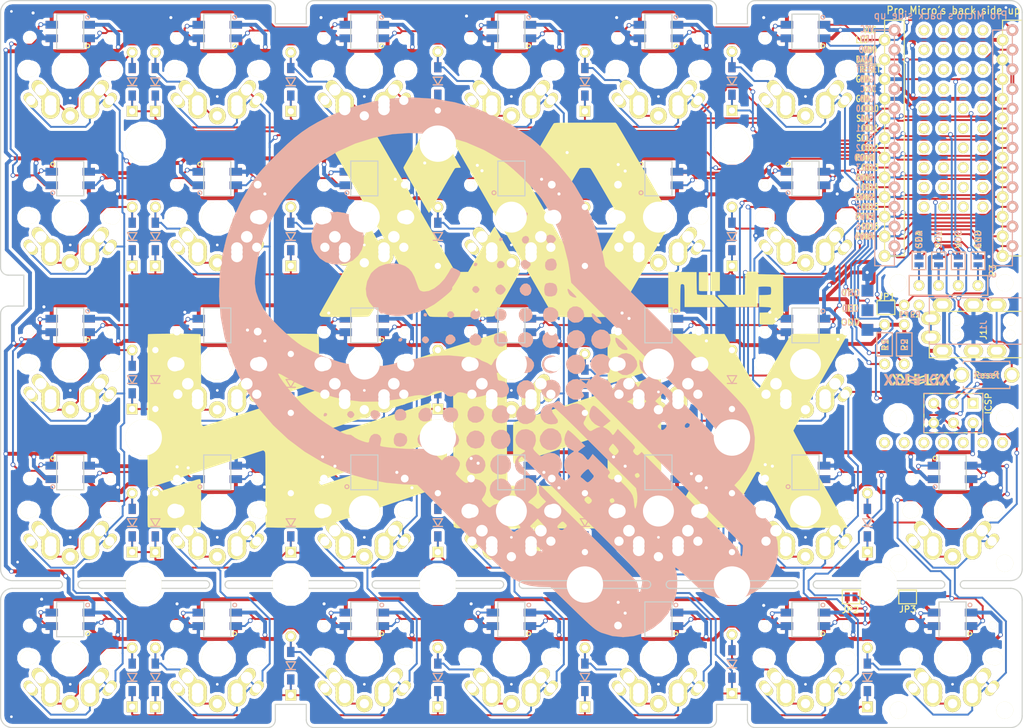
<source format=kicad_pcb>
(kicad_pcb (version 20171130) (host pcbnew "(5.1.5)-3")
  (layers (0 F.Cu signal) (31 B.Cu signal) (34 B.Paste user) (35 F.Paste user) (36 B.SilkS user hide) (37 F.SilkS user hide) (38 B.Mask user) (39 F.Mask user) (44 Edge.Cuts user))
  (net 0 "")
  (net 1 row0)
  (net 2 "Net-(D1-Pad2)")
  (net 3 "Net-(D2-Pad2)")
  (net 4 "Net-(D3-Pad2)")
  (net 5 "Net-(D4-Pad2)")
  (net 6 "Net-(D5-Pad2)")
  (net 7 "Net-(D6-Pad2)")
  (net 8 row1)
  (net 9 "Net-(D7-Pad2)")
  (net 10 "Net-(D8-Pad2)")
  (net 11 "Net-(D9-Pad2)")
  (net 12 "Net-(D10-Pad2)")
  (net 13 "Net-(D11-Pad2)")
  (net 14 "Net-(D12-Pad2)")
  (net 15 row2)
  (net 16 "Net-(D13-Pad2)")
  (net 17 "Net-(D14-Pad2)")
  (net 18 "Net-(D15-Pad2)")
  (net 19 "Net-(D16-Pad2)")
  (net 20 "Net-(D17-Pad2)")
  (net 21 "Net-(D18-Pad2)")
  (net 22 row3)
  (net 23 "Net-(D19-Pad2)")
  (net 24 "Net-(D20-Pad2)")
  (net 25 "Net-(D21-Pad2)")
  (net 26 "Net-(D22-Pad2)")
  (net 27 "Net-(D23-Pad2)")
  (net 28 "Net-(D24-Pad2)")
  (net 29 /SDA)
  (net 30 VCC)
  (net 31 GND)
  (net 32 LED)
  (net 33 col3)
  (net 34 col2)
  (net 35 col4)
  (net 36 /~RESET)
  (net 37 col0)
  (net 38 col1)
  (net 39 col5)
  (net 40 /SCL)
  (net 41 "Net-(D25-Pad2)")
  (net 42 row4)
  (net 43 "Net-(D26-Pad2)")
  (net 44 "Net-(D27-Pad2)")
  (net 45 "Net-(D28-Pad2)")
  (net 46 "Net-(D29-Pad2)")
  (net 47 "Net-(D30-Pad2)")
  (net 48 "Net-(D31-Pad2)")
  (net 49 "Net-(D32-Pad2)")
  (net 50 "Net-(J1-PadB)")
  (net 51 "Net-(J1-PadA)")
  (net 52 "Net-(JP4-Pad2)")
  (net 53 "Net-(JP5-Pad2)")
  (net 54 "Net-(JP10-Pad2)")
  (net 55 "Net-(JP11-Pad2)")
  (net 56 col6)
  (net 57 "Net-(U2-Pad1)")
  (net 58 "Net-(U2-Pad3)")
  (net 59 "Net-(U3-Pad3)")
  (net 60 "Net-(U4-Pad3)")
  (net 61 "Net-(U5-Pad3)")
  (net 62 "Net-(U6-Pad3)")
  (net 63 "Net-(U8-Pad1)")
  (net 64 "Net-(U10-Pad3)")
  (net 65 "Net-(U10-Pad1)")
  (net 66 "Net-(U11-Pad1)")
  (net 67 "Net-(U12-Pad1)")
  (net 68 "Net-(U13-Pad1)")
  (net 69 "Net-(U14-Pad1)")
  (net 70 "Net-(U14-Pad3)")
  (net 71 "Net-(U15-Pad3)")
  (net 72 "Net-(U16-Pad3)")
  (net 73 "Net-(U17-Pad3)")
  (net 74 "Net-(U18-Pad3)")
  (net 75 "Net-(U20-Pad1)")
  (net 76 "Net-(U21-Pad1)")
  (net 77 "Net-(U22-Pad1)")
  (net 78 "Net-(U23-Pad1)")
  (net 79 "Net-(U24-Pad1)")
  (net 80 "Net-(U27-Pad1)")
  (net 81 "Net-(U27-Pad3)")
  (net 82 "Net-(U28-Pad3)")
  (net 83 "Net-(U29-Pad3)")
  (net 84 "Net-(U30-Pad3)")
  (net 85 "Net-(U31-Pad3)")
  (net 86 data)
  (net 87 "Net-(JP2-Pad1)")
  (net 88 "Net-(JP2-Pad2)")
  (net 89 "Net-(JP3-Pad1)")
  (net 90 /ex1)
  (net 91 /ex2)
  (module MYLIB:1PIN_0.1 (layer F.Cu) (at 209.92 70.67)
    (fp_text reference 1PIN hide)
    (fp_text value Val** hide)
    (pad 1 thru_hole circle (at 0 0) (size 1.397 1.397) (drill 0.8128) (layers *.Cu *.Mask F.SilkS))
  )
  (module MYLIB:1PIN_0.1 (layer F.Cu) (at 207.38 70.67)
    (fp_text reference 1PIN hide)
    (fp_text value Val** hide)
    (pad 1 thru_hole circle (at 0 0) (size 1.397 1.397) (drill 0.8128) (layers *.Cu *.Mask F.SilkS))
  )
  (module MYLIB:1PIN_0.1 (layer F.Cu) (at 204.84 70.67)
    (fp_text reference 1PIN hide)
    (fp_text value Val** hide)
    (pad 1 thru_hole circle (at 0 0) (size 1.397 1.397) (drill 0.8128) (layers *.Cu *.Mask F.SilkS))
  )
  (module MYLIB:1PIN_0.1 (layer F.Cu) (at 202.3 70.67)
    (fp_text reference 1PIN hide)
    (fp_text value Val** hide)
    (pad 1 thru_hole circle (at 0 0) (size 1.397 1.397) (drill 0.8128) (layers *.Cu *.Mask F.SilkS))
  )
  (module MYLIB:1PIN_0.1 (layer F.Cu) (at 202.3 68.13)
    (fp_text reference 1PIN hide)
    (fp_text value Val** hide)
    (pad 1 thru_hole circle (at 0 0) (size 1.397 1.397) (drill 0.8128) (layers *.Cu *.Mask F.SilkS))
  )
  (module MYLIB:1PIN_0.1 (layer F.Cu) (at 204.84 68.13)
    (fp_text reference 1PIN hide)
    (fp_text value Val** hide)
    (pad 1 thru_hole circle (at 0 0) (size 1.397 1.397) (drill 0.8128) (layers *.Cu *.Mask F.SilkS))
  )
  (module MYLIB:1PIN_0.1 (layer F.Cu) (at 207.38 68.13)
    (fp_text reference 1PIN hide)
    (fp_text value Val** hide)
    (pad 1 thru_hole circle (at 0 0) (size 1.397 1.397) (drill 0.8128) (layers *.Cu *.Mask F.SilkS))
  )
  (module MYLIB:1PIN_0.1 (layer F.Cu) (at 209.92 68.13)
    (fp_text reference 1PIN hide)
    (fp_text value Val** hide)
    (pad 1 thru_hole circle (at 0 0) (size 1.397 1.397) (drill 0.8128) (layers *.Cu *.Mask F.SilkS))
  )
  (module MYLIB:1PIN_0.1 (layer F.Cu) (at 209.92 63.05)
    (fp_text reference 1PIN hide)
    (fp_text value Val** hide)
    (pad 1 thru_hole circle (at 0 0) (size 1.397 1.397) (drill 0.8128) (layers *.Cu *.Mask F.SilkS))
  )
  (module MYLIB:1PIN_0.1 (layer F.Cu) (at 209.92 60.51)
    (fp_text reference 1PIN hide)
    (fp_text value Val** hide)
    (pad 1 thru_hole circle (at 0 0) (size 1.397 1.397) (drill 0.8128) (layers *.Cu *.Mask F.SilkS))
  )
  (module MYLIB:1PIN_0.1 (layer F.Cu) (at 207.38 60.51)
    (fp_text reference 1PIN hide)
    (fp_text value Val** hide)
    (pad 1 thru_hole circle (at 0 0) (size 1.397 1.397) (drill 0.8128) (layers *.Cu *.Mask F.SilkS))
  )
  (module MYLIB:1PIN_0.1 (layer F.Cu) (at 204.84 60.51)
    (fp_text reference 1PIN hide)
    (fp_text value Val** hide)
    (pad 1 thru_hole circle (at 0 0) (size 1.397 1.397) (drill 0.8128) (layers *.Cu *.Mask F.SilkS))
  )
  (module MYLIB:1PIN_0.1 (layer F.Cu) (at 202.3 60.51)
    (fp_text reference 1PIN hide)
    (fp_text value Val** hide)
    (pad 1 thru_hole circle (at 0 0) (size 1.397 1.397) (drill 0.8128) (layers *.Cu *.Mask F.SilkS))
  )
  (module MYLIB:1PIN_0.1 (layer F.Cu) (at 202.3 57.97)
    (fp_text reference 1PIN hide)
    (fp_text value Val** hide)
    (pad 1 thru_hole circle (at 0 0) (size 1.397 1.397) (drill 0.8128) (layers *.Cu *.Mask F.SilkS))
  )
  (module MYLIB:1PIN_0.1 (layer F.Cu) (at 204.84 57.97)
    (fp_text reference 1PIN hide)
    (fp_text value Val** hide)
    (pad 1 thru_hole circle (at 0 0) (size 1.397 1.397) (drill 0.8128) (layers *.Cu *.Mask F.SilkS))
  )
  (module MYLIB:1PIN_0.1 (layer F.Cu) (at 207.38 57.97)
    (fp_text reference 1PIN hide)
    (fp_text value Val** hide)
    (pad 1 thru_hole circle (at 0 0) (size 1.397 1.397) (drill 0.8128) (layers *.Cu *.Mask F.SilkS))
  )
  (module MYLIB:1PIN_0.1 (layer F.Cu) (at 209.92 57.97)
    (fp_text reference 1PIN hide)
    (fp_text value Val** hide)
    (pad 1 thru_hole circle (at 0 0) (size 1.397 1.397) (drill 0.8128) (layers *.Cu *.Mask F.SilkS))
  )
  (module MYLIB:1PIN_0.1 (layer F.Cu) (at 209.92 55.43)
    (fp_text reference 1PIN hide)
    (fp_text value Val** hide)
    (pad 1 thru_hole circle (at 0 0) (size 1.397 1.397) (drill 0.8128) (layers *.Cu *.Mask F.SilkS))
  )
  (module MYLIB:1PIN_0.1 (layer F.Cu) (at 207.38 55.43)
    (fp_text reference 1PIN hide)
    (fp_text value Val** hide)
    (pad 1 thru_hole circle (at 0 0) (size 1.397 1.397) (drill 0.8128) (layers *.Cu *.Mask F.SilkS))
  )
  (module MYLIB:1PIN_0.1 (layer F.Cu) (at 204.84 47.81)
    (fp_text reference 1PIN hide)
    (fp_text value Val** hide)
    (pad 1 thru_hole circle (at 0 0) (size 1.397 1.397) (drill 0.8128) (layers *.Cu *.Mask F.SilkS))
  )
  (module MYLIB:1PIN_0.1 (layer F.Cu) (at 207.38 47.81)
    (fp_text reference 1PIN hide)
    (fp_text value Val** hide)
    (pad 1 thru_hole circle (at 0 0) (size 1.397 1.397) (drill 0.8128) (layers *.Cu *.Mask F.SilkS))
  )
  (module MYLIB:1PIN_0.1 (layer F.Cu) (at 209.92 47.81)
    (fp_text reference 1PIN hide)
    (fp_text value Val** hide)
    (pad 1 thru_hole circle (at 0 0) (size 1.397 1.397) (drill 0.8128) (layers *.Cu *.Mask F.SilkS))
  )
  (module MYLIB:1PIN_0.1 (layer F.Cu) (at 209.92 65.59)
    (fp_text reference 1PIN hide)
    (fp_text value Val** hide)
    (pad 1 thru_hole circle (at 0 0) (size 1.397 1.397) (drill 0.8128) (layers *.Cu *.Mask F.SilkS))
  )
  (module MYLIB:1PIN_0.1 (layer F.Cu) (at 207.38 65.59)
    (fp_text reference 1PIN hide)
    (fp_text value Val** hide)
    (pad 1 thru_hole circle (at 0 0) (size 1.397 1.397) (drill 0.8128) (layers *.Cu *.Mask F.SilkS))
  )
  (module MYLIB:1PIN_0.1 (layer F.Cu) (at 204.84 65.59)
    (fp_text reference 1PIN hide)
    (fp_text value Val** hide)
    (pad 1 thru_hole circle (at 0 0) (size 1.397 1.397) (drill 0.8128) (layers *.Cu *.Mask F.SilkS))
  )
  (module MYLIB:1PIN_0.1 (layer F.Cu) (at 202.3 65.59)
    (fp_text reference 1PIN hide)
    (fp_text value Val** hide)
    (pad 1 thru_hole circle (at 0 0) (size 1.397 1.397) (drill 0.8128) (layers *.Cu *.Mask F.SilkS))
  )
  (module MYLIB:1PIN_0.1 (layer F.Cu) (at 202.3 63.05)
    (fp_text reference 1PIN hide)
    (fp_text value Val** hide)
    (pad 1 thru_hole circle (at 0 0) (size 1.397 1.397) (drill 0.8128) (layers *.Cu *.Mask F.SilkS))
  )
  (module MYLIB:1PIN_0.1 (layer F.Cu) (at 204.84 63.05)
    (fp_text reference 1PIN hide)
    (fp_text value Val** hide)
    (pad 1 thru_hole circle (at 0 0) (size 1.397 1.397) (drill 0.8128) (layers *.Cu *.Mask F.SilkS))
  )
  (module MYLIB:1PIN_0.1 (layer F.Cu) (at 207.38 63.05)
    (fp_text reference 1PIN hide)
    (fp_text value Val** hide)
    (pad 1 thru_hole circle (at 0 0) (size 1.397 1.397) (drill 0.8128) (layers *.Cu *.Mask F.SilkS))
  )
  (module MYLIB:1PIN_0.1 (layer F.Cu) (at 204.84 55.43)
    (fp_text reference 1PIN hide)
    (fp_text value Val** hide)
    (pad 1 thru_hole circle (at 0 0) (size 1.397 1.397) (drill 0.8128) (layers *.Cu *.Mask F.SilkS))
  )
  (module MYLIB:1PIN_0.1 (layer F.Cu) (at 202.3 55.43)
    (fp_text reference 1PIN hide)
    (fp_text value Val** hide)
    (pad 1 thru_hole circle (at 0 0) (size 1.397 1.397) (drill 0.8128) (layers *.Cu *.Mask F.SilkS))
  )
  (module MYLIB:1PIN_0.1 (layer F.Cu) (at 202.3 52.89)
    (fp_text reference 1PIN hide)
    (fp_text value Val** hide)
    (pad 1 thru_hole circle (at 0 0) (size 1.397 1.397) (drill 0.8128) (layers *.Cu *.Mask F.SilkS))
  )
  (module MYLIB:1PIN_0.1 (layer F.Cu) (at 204.84 52.89)
    (fp_text reference 1PIN hide)
    (fp_text value Val** hide)
    (pad 1 thru_hole circle (at 0 0) (size 1.397 1.397) (drill 0.8128) (layers *.Cu *.Mask F.SilkS))
  )
  (module MYLIB:1PIN_0.1 (layer F.Cu) (at 207.38 52.89)
    (fp_text reference 1PIN hide)
    (fp_text value Val** hide)
    (pad 1 thru_hole circle (at 0 0) (size 1.397 1.397) (drill 0.8128) (layers *.Cu *.Mask F.SilkS))
  )
  (module MYLIB:1PIN_0.1 (layer F.Cu) (at 209.92 52.89)
    (fp_text reference 1PIN hide)
    (fp_text value Val** hide)
    (pad 1 thru_hole circle (at 0 0) (size 1.397 1.397) (drill 0.8128) (layers *.Cu *.Mask F.SilkS))
  )
  (module MYLIB:1PIN_0.1 (layer F.Cu) (at 209.92 50.35)
    (fp_text reference 1PIN hide)
    (fp_text value Val** hide)
    (pad 1 thru_hole circle (at 0 0) (size 1.397 1.397) (drill 0.8128) (layers *.Cu *.Mask F.SilkS))
  )
  (module MYLIB:1PIN_0.1 (layer F.Cu) (at 207.38 50.35)
    (fp_text reference 1PIN hide)
    (fp_text value Val** hide)
    (pad 1 thru_hole circle (at 0 0) (size 1.397 1.397) (drill 0.8128) (layers *.Cu *.Mask F.SilkS))
  )
  (module MYLIB:1PIN_0.1 (layer F.Cu) (at 204.84 50.35)
    (fp_text reference 1PIN hide)
    (fp_text value Val** hide)
    (pad 1 thru_hole circle (at 0 0) (size 1.397 1.397) (drill 0.8128) (layers *.Cu *.Mask F.SilkS))
  )
  (module MYLIB:1PIN_0.1 (layer F.Cu) (at 202.3 50.35)
    (fp_text reference 1PIN hide)
    (fp_text value Val** hide)
    (pad 1 thru_hole circle (at 0 0) (size 1.397 1.397) (drill 0.8128) (layers *.Cu *.Mask F.SilkS))
  )
  (module MYLIB:1PIN_0.1 (layer F.Cu) (at 202.3 47.81)
    (fp_text reference 1PIN hide)
    (fp_text value Val** hide)
    (pad 1 thru_hole circle (at 0 0) (size 1.397 1.397) (drill 0.8128) (layers *.Cu *.Mask F.SilkS))
  )
  (module LOGO (layer B.Cu) (at 201.4 93 180)
    (fp_text reference G*** hide)
    (fp_text value LOGO hide)
  )
  (module LOGO (layer F.Cu) (at 201.4 93)
    (fp_text reference G*** hide)
    (fp_text value LOGO hide)
  )
  (module MYLIB:HOLE_M2_TH (layer F.Cu) (at 139.5 100.5)
    (fp_text reference HOLE_3M hide)
    (fp_text value VAL** hide)
    (pad "" np_thru_hole circle (at 0 0 90) (size 4.7004 4.7004) (drill 4.7004) (layers *.Cu *.Mask F.SilkS) (clearance 0.1))
  )
  (module MYLIB:HOLE_M2_TH (layer F.Cu) (at 139.5 62.5)
    (fp_text reference HOLE_3M hide)
    (fp_text value VAL** hide)
    (pad "" np_thru_hole circle (at 0 0 90) (size 4.7004 4.7004) (drill 4.7004) (layers *.Cu *.Mask F.SilkS) (clearance 0.1))
  )
  (module MYLIB:HOLE_M2_TH (layer F.Cu) (at 158.5 119.5)
    (fp_text reference HOLE_3M hide)
    (fp_text value VAL** hide)
    (pad "" np_thru_hole circle (at 0 0 90) (size 4.7004 4.7004) (drill 4.7004) (layers *.Cu *.Mask F.SilkS) (clearance 0.3))
  )
  (module MYLIB:HOLE_M2_TH (layer F.Cu) (at 120.5 119.5)
    (fp_text reference HOLE_3M hide)
    (fp_text value VAL** hide)
    (pad "" np_thru_hole circle (at 0 0 90) (size 4.7004 4.7004) (drill 4.7004) (layers *.Cu *.Mask F.SilkS) (clearance 0.3))
  )
  (module MYLIB:MY_SIL-2x3 (layer F.Cu) (at 206.11 97.34 270)
    (fp_text reference P5 hide)
    (fp_text value ICSP (at -1.24 -4.52 90) (layer F.SilkS) (effects (font (size 0.8128 0.8128))))
    (pad 1 thru_hole rect (at -1.27 -2.54 270) (size 1.397 1.397) (drill 0.8128) (layers *.Cu *.Mask F.SilkS) (net 39 col5))
    (pad 2 thru_hole circle (at 1.27 -2.54 270) (size 1.397 1.397) (drill 0.8128) (layers *.Cu *.Mask F.SilkS) (net 30 VCC))
    (pad 3 thru_hole circle (at -1.27 0 270) (size 1.397 1.397) (drill 0.8128) (layers *.Cu *.Mask F.SilkS) (net 35 col4))
    (pad 4 thru_hole circle (at 1.27 0 270) (size 1.397 1.397) (drill 0.8128) (layers *.Cu *.Mask F.SilkS) (net 56 col6))
    (pad 5 thru_hole circle (at -1.27 2.54 270) (size 1.397 1.397) (drill 0.8128) (layers *.Cu *.Mask F.SilkS) (net 36 /~RESET))
    (pad 6 thru_hole circle (at 1.27 2.54 270) (size 1.397 1.397) (drill 0.8128) (layers *.Cu *.Mask F.SilkS) (net 31 GND))
  )
  (module MYLIB:HOLE_M2_TH (layer F.Cu) (at 139.5 119.5)
    (fp_text reference HOLE_3M hide)
    (fp_text value VAL** hide)
    (pad "" np_thru_hole circle (at 0 0 90) (size 4.7004 4.7004) (drill 4.7004) (layers *.Cu *.Mask F.SilkS) (clearance 0.3))
  )
  (module MYLIB:HOLE_M2_TH (layer F.Cu) (at 196.5 119.5)
    (fp_text reference HOLE_3M hide)
    (fp_text value VAL** hide)
    (pad "" np_thru_hole circle (at 0 0 90) (size 4.7004 4.7004) (drill 4.7004) (layers *.Cu *.Mask F.SilkS) (clearance 0.3))
  )
  (module MYLIB_REV:SK6812MINI_rev (layer F.Cu) (at 111 48)
    (fp_text reference U3 hide)
    (fp_text value SK6812mini hide)
    (pad 4 smd rect (at 2.4 0.875) (size 1.6 1) (layers F.Cu F.Paste F.Mask) (net 30 VCC))
    (pad 3 smd rect (at 2.4 -0.875) (size 1.6 1) (layers F.Cu F.Paste F.Mask) (net 59 "Net-(U3-Pad3)"))
    (pad 1 smd rect (at -2.4 0.875) (size 1.6 1) (layers F.Cu F.Paste F.Mask) (net 58 "Net-(U2-Pad3)"))
    (pad 2 smd rect (at -2.4 -0.875) (size 1.6 1) (layers F.Cu F.Paste F.Mask) (net 31 GND))
    (pad 3 smd rect (at 2.4 0.875) (size 1.6 1) (layers B.Cu B.Paste B.Mask) (net 59 "Net-(U3-Pad3)"))
    (pad 4 smd rect (at 2.4 -0.875) (size 1.6 1) (layers B.Cu B.Paste B.Mask) (net 30 VCC))
    (pad 1 smd rect (at -2.4 -0.875) (size 1.6 1) (layers B.Cu B.Paste B.Mask) (net 58 "Net-(U2-Pad3)"))
    (pad 2 smd rect (at -2.4 0.875) (size 1.6 1) (layers B.Cu B.Paste B.Mask) (net 31 GND))
  )
  (module SK6812MINI_rev (layer F.Cu) (at 92 48)
    (fp_text reference U2 hide)
    (fp_text value SK6812mini hide)
    (pad 4 smd rect (at 2.4 0.875) (size 1.6 1) (layers F.Cu F.Paste F.Mask) (net 30 VCC))
    (pad 3 smd rect (at 2.4 -0.875) (size 1.6 1) (layers F.Cu F.Paste F.Mask) (net 58 "Net-(U2-Pad3)"))
    (pad 1 smd rect (at -2.4 0.875) (size 1.6 1) (layers F.Cu F.Paste F.Mask) (net 57 "Net-(U2-Pad1)"))
    (pad 2 smd rect (at -2.4 -0.875) (size 1.6 1) (layers F.Cu F.Paste F.Mask) (net 31 GND))
    (pad 3 smd rect (at 2.4 0.875) (size 1.6 1) (layers B.Cu B.Paste B.Mask) (net 58 "Net-(U2-Pad3)"))
    (pad 4 smd rect (at 2.4 -0.875) (size 1.6 1) (layers B.Cu B.Paste B.Mask) (net 30 VCC))
    (pad 1 smd rect (at -2.4 -0.875) (size 1.6 1) (layers B.Cu B.Paste B.Mask) (net 57 "Net-(U2-Pad1)"))
    (pad 2 smd rect (at -2.4 0.875) (size 1.6 1) (layers B.Cu B.Paste B.Mask) (net 31 GND))
  )
  (module MYLIB:via (layer F.Cu) (at 85.2 116.6)
    (fp_text reference "" hide)
    (fp_text value "")
    (pad "" thru_hole circle (at 0 0) (size 0.7 0.7) (drill 0.35) (layers *.Cu) (net 31 GND) (clearance -0.000001))
  )
  (module MYLIB:via (layer F.Cu) (at 84.4 136.6)
    (fp_text reference "" hide)
    (fp_text value "")
    (pad "" thru_hole circle (at 0 0) (size 0.7 0.7) (drill 0.35) (layers *.Cu) (net 31 GND) (clearance -0.000001))
  )
  (module MYLIB:via (layer F.Cu) (at 92 132.4)
    (fp_text reference "" hide)
    (fp_text value "")
    (pad "" thru_hole circle (at 0 0) (size 0.7 0.7) (drill 0.35) (layers *.Cu) (net 31 GND) (clearance -0.000001))
  )
  (module MYLIB:via (layer F.Cu) (at 111 132.4)
    (fp_text reference "" hide)
    (fp_text value "")
    (pad "" thru_hole circle (at 0 0) (size 0.7 0.7) (drill 0.35) (layers *.Cu) (net 31 GND) (clearance -0.000001))
  )
  (module MYLIB:via (layer F.Cu) (at 130 132.4)
    (fp_text reference "" hide)
    (fp_text value "")
    (pad "" thru_hole circle (at 0 0) (size 0.7 0.7) (drill 0.35) (layers *.Cu) (net 31 GND) (clearance -0.000001))
  )
  (module MYLIB:via (layer F.Cu) (at 149 132.4)
    (fp_text reference "" hide)
    (fp_text value "")
    (pad "" thru_hole circle (at 0 0) (size 0.7 0.7) (drill 0.35) (layers *.Cu) (net 31 GND) (clearance -0.000001))
  )
  (module MYLIB:via (layer F.Cu) (at 168 132.4)
    (fp_text reference "" hide)
    (fp_text value "")
    (pad "" thru_hole circle (at 0 0) (size 0.7 0.7) (drill 0.35) (layers *.Cu) (net 31 GND) (clearance -0.000001))
  )
  (module MYLIB:via (layer F.Cu) (at 187 132.4)
    (fp_text reference "" hide)
    (fp_text value "")
    (pad "" thru_hole circle (at 0 0) (size 0.7 0.7) (drill 0.35) (layers *.Cu) (net 31 GND) (clearance -0.000001))
  )
  (module MYLIB:via (layer F.Cu) (at 206 132.4)
    (fp_text reference "" hide)
    (fp_text value "")
    (pad "" thru_hole circle (at 0 0) (size 0.7 0.7) (drill 0.35) (layers *.Cu) (net 31 GND) (clearance -0.000001))
  )
  (module MYLIB:via (layer F.Cu) (at 187 113.4)
    (fp_text reference "" hide)
    (fp_text value "")
    (pad "" thru_hole circle (at 0 0) (size 0.7 0.7) (drill 0.35) (layers *.Cu) (net 31 GND) (clearance -0.000001))
  )
  (module MYLIB:via (layer F.Cu) (at 168 113.4)
    (fp_text reference "" hide)
    (fp_text value "")
    (pad "" thru_hole circle (at 0 0) (size 0.7 0.7) (drill 0.35) (layers *.Cu) (net 31 GND) (clearance -0.000001))
  )
  (module MYLIB:via (layer F.Cu) (at 149 113.4)
    (fp_text reference "" hide)
    (fp_text value "")
    (pad "" thru_hole circle (at 0 0) (size 0.7 0.7) (drill 0.35) (layers *.Cu) (net 31 GND) (clearance -0.000001))
  )
  (module MYLIB:via (layer F.Cu) (at 130 113.4)
    (fp_text reference "" hide)
    (fp_text value "")
    (pad "" thru_hole circle (at 0 0) (size 0.7 0.7) (drill 0.35) (layers *.Cu) (net 31 GND) (clearance -0.000001))
  )
  (module MYLIB:via (layer F.Cu) (at 111 113.4)
    (fp_text reference "" hide)
    (fp_text value "")
    (pad "" thru_hole circle (at 0 0) (size 0.7 0.7) (drill 0.35) (layers *.Cu) (net 31 GND) (clearance -0.000001))
  )
  (module MYLIB:via (layer F.Cu) (at 92 113.4)
    (fp_text reference "" hide)
    (fp_text value "")
    (pad "" thru_hole circle (at 0 0) (size 0.7 0.7) (drill 0.35) (layers *.Cu) (net 31 GND) (clearance -0.000001))
  )
  (module MYLIB:via (layer F.Cu) (at 92 94.4)
    (fp_text reference "" hide)
    (fp_text value "")
    (pad "" thru_hole circle (at 0 0) (size 0.7 0.7) (drill 0.35) (layers *.Cu) (net 31 GND) (clearance -0.000001))
  )
  (module MYLIB:via (layer F.Cu) (at 111 94.4)
    (fp_text reference "" hide)
    (fp_text value "")
    (pad "" thru_hole circle (at 0 0) (size 0.7 0.7) (drill 0.35) (layers *.Cu) (net 31 GND) (clearance -0.000001))
  )
  (module MYLIB:via (layer F.Cu) (at 130 94.4)
    (fp_text reference "" hide)
    (fp_text value "")
    (pad "" thru_hole circle (at 0 0) (size 0.7 0.7) (drill 0.35) (layers *.Cu) (net 31 GND) (clearance -0.000001))
  )
  (module MYLIB:via (layer F.Cu) (at 149 94.4)
    (fp_text reference "" hide)
    (fp_text value "")
    (pad "" thru_hole circle (at 0 0) (size 0.7 0.7) (drill 0.35) (layers *.Cu) (net 31 GND) (clearance -0.000001))
  )
  (module MYLIB:via (layer F.Cu) (at 168 94.6)
    (fp_text reference "" hide)
    (fp_text value "")
    (pad "" thru_hole circle (at 0 0) (size 0.7 0.7) (drill 0.35) (layers *.Cu) (net 31 GND) (clearance -0.000001))
  )
  (module MYLIB:via (layer F.Cu) (at 180.6 74.4)
    (fp_text reference "" hide)
    (fp_text value "")
    (pad "" thru_hole circle (at 0 0) (size 0.7 0.7) (drill 0.35) (layers *.Cu) (net 31 GND) (clearance -0.000001))
  )
  (module MYLIB:via (layer F.Cu) (at 168 75.6)
    (fp_text reference "" hide)
    (fp_text value "")
    (pad "" thru_hole circle (at 0 0) (size 0.7 0.7) (drill 0.35) (layers *.Cu) (net 31 GND) (clearance -0.000001))
  )
  (module MYLIB:via (layer F.Cu) (at 149 75.6)
    (fp_text reference "" hide)
    (fp_text value "")
    (pad "" thru_hole circle (at 0 0) (size 0.7 0.7) (drill 0.35) (layers *.Cu) (net 31 GND) (clearance -0.000001))
  )
  (module MYLIB:via (layer F.Cu) (at 130 75.6)
    (fp_text reference "" hide)
    (fp_text value "")
    (pad "" thru_hole circle (at 0 0) (size 0.7 0.7) (drill 0.35) (layers *.Cu) (net 31 GND) (clearance -0.000001))
  )
  (module MYLIB:via (layer F.Cu) (at 111 75.6)
    (fp_text reference "" hide)
    (fp_text value "")
    (pad "" thru_hole circle (at 0 0) (size 0.7 0.7) (drill 0.35) (layers *.Cu) (net 31 GND) (clearance -0.000001))
  )
  (module MYLIB:via (layer F.Cu) (at 92 75.6)
    (fp_text reference "" hide)
    (fp_text value "")
    (pad "" thru_hole circle (at 0 0) (size 0.7 0.7) (drill 0.35) (layers *.Cu) (net 31 GND) (clearance -0.000001))
  )
  (module MYLIB:via (layer F.Cu) (at 84.4 45.4)
    (fp_text reference "" hide)
    (fp_text value "")
    (pad "" thru_hole circle (at 0 0) (size 0.7 0.7) (drill 0.35) (layers *.Cu) (net 31 GND) (clearance -0.000001))
  )
  (module MYLIB:via (layer F.Cu) (at 92 56.6)
    (fp_text reference "" hide)
    (fp_text value "")
    (pad "" thru_hole circle (at 0 0) (size 0.7 0.7) (drill 0.35) (layers *.Cu) (net 31 GND) (clearance -0.000001))
  )
  (module MYLIB:via (layer F.Cu) (at 111 56.4)
    (fp_text reference "" hide)
    (fp_text value "")
    (pad "" thru_hole circle (at 0 0) (size 0.7 0.7) (drill 0.35) (layers *.Cu) (net 31 GND) (clearance -0.000001))
  )
  (module MYLIB:via (layer F.Cu) (at 130 56.4)
    (fp_text reference "" hide)
    (fp_text value "")
    (pad "" thru_hole circle (at 0 0) (size 0.7 0.7) (drill 0.35) (layers *.Cu) (net 31 GND) (clearance -0.000001))
  )
  (module MYLIB:via (layer F.Cu) (at 149 56.4)
    (fp_text reference "" hide)
    (fp_text value "")
    (pad "" thru_hole circle (at 0 0) (size 0.7 0.7) (drill 0.35) (layers *.Cu) (net 31 GND) (clearance -0.000001))
  )
  (module MYLIB:via (layer F.Cu) (at 168 56.4)
    (fp_text reference "" hide)
    (fp_text value "")
    (pad "" thru_hole circle (at 0 0) (size 0.7 0.7) (drill 0.35) (layers *.Cu) (net 31 GND) (clearance -0.000001))
  )
  (module MYLIB:via (layer F.Cu) (at 187 56.4)
    (fp_text reference "" hide)
    (fp_text value "")
    (pad "" thru_hole circle (at 0 0) (size 0.7 0.7) (drill 0.35) (layers *.Cu) (net 31 GND) (clearance -0.000001))
  )
  (module MYLIB:via (layer F.Cu) (at 212.9 44.9)
    (fp_text reference "" hide)
    (fp_text value "")
    (pad "" thru_hole circle (at 0 0) (size 0.7 0.7) (drill 0.35) (layers *.Cu) (net 31 GND) (clearance -0.000001))
  )
  (module LOGO (layer B.Cu) (at 148.2 91.7 225)
    (fp_text reference G*** hide)
    (fp_text value LOGO hide)
  )
  (module LOGO (layer F.Cu) (at 146.95 86)
    (fp_text reference G*** hide)
    (fp_text value LOGO hide)
  )
  (module MYLIB:HOLE_M2 (layer F.Cu) (at 199 98)
    (fp_text reference HOLE_M2 hide)
    (fp_text value VAL** hide)
    (pad "" np_thru_hole circle (at 0 0) (size 2.2 2.2) (drill 2.2) (layers *.Cu *.Mask F.SilkS) (clearance 0.85))
  )
  (module MYLIB:HOLE_M2 (layer F.Cu) (at 212.75 98)
    (fp_text reference HOLE_M2 hide)
    (fp_text value VAL** hide)
    (pad "" np_thru_hole circle (at 0 0) (size 2.2 2.2) (drill 2.2) (layers *.Cu *.Mask F.SilkS) (clearance 0.85))
  )
  (module MYLIB:HOLE_M2_TH (layer F.Cu) (at 177.5 119.5)
    (fp_text reference HOLE_3M hide)
    (fp_text value VAL** hide)
    (pad "" np_thru_hole circle (at 0 0 90) (size 4.7004 4.7004) (drill 4.7004) (layers *.Cu *.Mask F.SilkS) (clearance 0.3))
  )
  (module MYLIB:HOLE_M2_TH (layer F.Cu) (at 177.5 100.5)
    (fp_text reference HOLE_3M hide)
    (fp_text value VAL** hide)
    (pad "" np_thru_hole circle (at 0 0 90) (size 4.7004 4.7004) (drill 4.7004) (layers *.Cu *.Mask F.SilkS) (clearance 0.3))
  )
  (module MYLIB:HOLE_M2_TH (layer F.Cu) (at 177.5 62.5)
    (fp_text reference HOLE_3M hide)
    (fp_text value VAL** hide)
    (pad "" np_thru_hole circle (at 0 0 90) (size 4.7004 4.7004) (drill 4.7004) (layers *.Cu *.Mask F.SilkS) (clearance 0.1))
  )
  (module MYLIB:ProMicro_rev (layer B.Cu) (at 206.11 61.78 180)
    (fp_text reference U1 hide)
    (fp_text value ProMicro hide)
    (pad 1 thru_hole circle (at -7.62 13.97 180) (size 1.524 1.524) (drill 0.8128) (layers *.Cu *.Mask B.SilkS) (net 32 LED))
    (pad 2 thru_hole circle (at -7.62 11.43 180) (size 1.524 1.524) (drill 0.8128) (layers *.Cu *.Mask B.SilkS) (net 86 data))
    (pad 3 thru_hole circle (at -7.62 8.89 180) (size 1.524 1.524) (drill 0.8128) (layers *.Cu *.Mask B.SilkS) (net 31 GND))
    (pad 4 thru_hole circle (at -7.62 6.35 180) (size 1.524 1.524) (drill 0.8128) (layers *.Cu *.Mask B.SilkS) (net 31 GND))
    (pad 5 thru_hole circle (at -7.62 3.81 180) (size 1.524 1.524) (drill 0.8128) (layers *.Cu *.Mask B.SilkS) (net 29 /SDA))
    (pad 6 thru_hole circle (at -7.62 1.27 180) (size 1.524 1.524) (drill 0.8128) (layers *.Cu *.Mask B.SilkS) (net 40 /SCL))
    (pad 7 thru_hole circle (at -7.62 -1.27 180) (size 1.524 1.524) (drill 0.8128) (layers *.Cu *.Mask B.SilkS) (net 1 row0))
    (pad 8 thru_hole circle (at -7.62 -3.81 180) (size 1.524 1.524) (drill 0.8128) (layers *.Cu *.Mask B.SilkS) (net 8 row1))
    (pad 9 thru_hole circle (at -7.62 -6.35 180) (size 1.524 1.524) (drill 0.8128) (layers *.Cu *.Mask B.SilkS) (net 15 row2))
    (pad 10 thru_hole circle (at -7.62 -8.89 180) (size 1.524 1.524) (drill 0.8128) (layers *.Cu *.Mask B.SilkS) (net 22 row3))
    (pad 11 thru_hole circle (at -7.62 -11.43 180) (size 1.524 1.524) (drill 0.8128) (layers *.Cu *.Mask B.SilkS) (net 42 row4))
    (pad 12 thru_hole circle (at -7.62 -13.97 180) (size 1.524 1.524) (drill 0.8128) (layers *.Cu *.Mask B.SilkS) (net 90 /ex1))
    (pad 13 thru_hole circle (at 7.62 -13.97 180) (size 1.524 1.524) (drill 0.8128) (layers *.Cu *.Mask B.SilkS) (net 91 /ex2))
    (pad 14 thru_hole circle (at 7.62 -11.43 180) (size 1.524 1.524) (drill 0.8128) (layers *.Cu *.Mask B.SilkS) (net 56 col6))
    (pad 15 thru_hole circle (at 7.62 -8.89 180) (size 1.524 1.524) (drill 0.8128) (layers *.Cu *.Mask B.SilkS) (net 39 col5))
    (pad 16 thru_hole circle (at 7.62 -6.35 180) (size 1.524 1.524) (drill 0.8128) (layers *.Cu *.Mask B.SilkS) (net 35 col4))
    (pad 17 thru_hole circle (at 7.62 -3.81 180) (size 1.524 1.524) (drill 0.8128) (layers *.Cu *.Mask B.SilkS) (net 33 col3))
    (pad 18 thru_hole circle (at 7.62 -1.27 180) (size 1.524 1.524) (drill 0.8128) (layers *.Cu *.Mask B.SilkS) (net 34 col2))
    (pad 19 thru_hole circle (at 7.62 1.27 180) (size 1.524 1.524) (drill 0.8128) (layers *.Cu *.Mask B.SilkS) (net 38 col1))
    (pad 20 thru_hole circle (at 7.62 3.81 180) (size 1.524 1.524) (drill 0.8128) (layers *.Cu *.Mask B.SilkS) (net 37 col0))
    (pad 21 thru_hole circle (at 7.62 6.35 180) (size 1.524 1.524) (drill 0.8128) (layers *.Cu *.Mask B.SilkS) (net 30 VCC))
    (pad 22 thru_hole circle (at 7.62 8.89 180) (size 1.524 1.524) (drill 0.8128) (layers *.Cu *.Mask B.SilkS) (net 36 /~RESET))
    (pad 23 thru_hole circle (at 7.62 11.43 180) (size 1.524 1.524) (drill 0.8128) (layers *.Cu *.Mask B.SilkS) (net 31 GND))
    (pad 24 thru_hole circle (at 7.62 13.97 180) (size 1.524 1.524) (drill 0.8128) (layers *.Cu *.Mask B.SilkS) (net 30 VCC))
  )
  (module R2 (layer F.Cu) (at 199.76 88.45 270)
    (fp_text reference R2 (at 0.05 -0.04 270) (layer F.SilkS) (effects (font (size 0.8128 0.8128))))
    (fp_text value R hide)
    (pad 1 thru_hole circle (at -2.54 0 270) (size 1.397 1.397) (drill 0.8128) (layers *.Cu *.Mask F.SilkS) (net 30 VCC))
    (pad 2 thru_hole circle (at 2.54 0 270) (size 1.397 1.397) (drill 0.8128) (layers *.Cu *.Mask F.SilkS) (net 40 /SCL))
  )
  (module MYLIB:R2 (layer F.Cu) (at 197.22 88.45 270)
    (fp_text reference R1 (at 0.05 -0.08 270) (layer F.SilkS) (effects (font (size 0.8128 0.8128))))
    (fp_text value R hide)
    (pad 1 thru_hole circle (at -2.54 0 270) (size 1.397 1.397) (drill 0.8128) (layers *.Cu *.Mask F.SilkS) (net 30 VCC))
    (pad 2 thru_hole circle (at 2.54 0 270) (size 1.397 1.397) (drill 0.8128) (layers *.Cu *.Mask F.SilkS) (net 29 /SDA))
  )
  (module MYLIB:HOLE_M2 (layer F.Cu) (at 199 135.75)
    (fp_text reference HOLE_M2 hide)
    (fp_text value VAL** hide)
    (pad "" np_thru_hole circle (at 0 0) (size 2.2 2.2) (drill 2.2) (layers *.Cu *.Mask F.SilkS) (clearance 1))
  )
  (module MYLIB:HOLE_M2 (layer F.Cu) (at 212.75 135.75)
    (fp_text reference HOLE_M2 hide)
    (fp_text value VAL** hide)
    (pad "" np_thru_hole circle (at 0 0) (size 2.2 2.2) (drill 2.2) (layers *.Cu *.Mask F.SilkS) (clearance 1))
  )
  (module MYLIB:1PIN_0.1 (layer F.Cu) (at 197.22 101.15)
    (fp_text reference 1PIN hide)
    (fp_text value Val** hide)
    (pad 1 thru_hole circle (at 0 0) (size 1.397 1.397) (drill 0.8128) (layers *.Cu *.Mask F.SilkS))
  )
  (module MYLIB:1PIN_0.1 (layer F.Cu) (at 199.76 101.15)
    (fp_text reference 1PIN hide)
    (fp_text value Val** hide)
    (pad 1 thru_hole circle (at 0 0) (size 1.397 1.397) (drill 0.8128) (layers *.Cu *.Mask F.SilkS))
  )
  (module MYLIB:1PIN_0.1 (layer F.Cu) (at 212.46 101.15)
    (fp_text reference 1PIN hide)
    (fp_text value Val** hide)
    (pad 1 thru_hole circle (at 0 0) (size 1.397 1.397) (drill 0.8128) (layers *.Cu *.Mask F.SilkS))
  )
  (module MYLIB:1PIN_0.1 (layer F.Cu) (at 209.92 101.15)
    (fp_text reference 1PIN hide)
    (fp_text value Val** hide)
    (pad 1 thru_hole circle (at 0 0) (size 1.397 1.397) (drill 0.8128) (layers *.Cu *.Mask F.SilkS))
  )
  (module MYLIB:1PIN_0.1 (layer F.Cu) (at 207.38 101.15)
    (fp_text reference 1PIN hide)
    (fp_text value Val** hide)
    (pad 1 thru_hole circle (at 0 0) (size 1.397 1.397) (drill 0.8128) (layers *.Cu *.Mask F.SilkS))
  )
  (module MYLIB:1PIN_0.1 (layer F.Cu) (at 204.84 101.15)
    (fp_text reference 1PIN hide)
    (fp_text value Val** hide)
    (pad 1 thru_hole circle (at 0 0) (size 1.397 1.397) (drill 0.8128) (layers *.Cu *.Mask F.SilkS))
  )
  (module MYLIB:1PIN_0.1 (layer F.Cu) (at 202.3 101.15)
    (fp_text reference 1PIN hide)
    (fp_text value Val** hide)
    (pad 1 thru_hole circle (at 0 0) (size 1.397 1.397) (drill 0.8128) (layers *.Cu *.Mask F.SilkS))
  )
  (module MYLIB:HOLE_M2 (layer F.Cu) (at 199 116.75)
    (fp_text reference HOLE_M2 hide)
    (fp_text value VAL** hide)
    (pad "" np_thru_hole circle (at 0 0) (size 2.2 2.2) (drill 2.2) (layers *.Cu *.Mask F.SilkS) (clearance 1))
  )
  (module MYLIB:HOLE_M2 (layer F.Cu) (at 212.75 116.75)
    (fp_text reference HOLE_M2 hide)
    (fp_text value VAL** hide)
    (pad "" np_thru_hole circle (at 0 0) (size 2.2 2.2) (drill 2.2) (layers *.Cu *.Mask F.SilkS) (clearance 1))
  )
  (module MYLIB:HOLE_M2 (layer F.Cu) (at 199 80.5)
    (fp_text reference HOLE_M2 hide)
    (fp_text value VAL** hide)
    (pad "" np_thru_hole circle (at 0 0) (size 2.2 2.2) (drill 2.2) (layers *.Cu *.Mask F.SilkS) (clearance 0.8))
  )
  (module MYLIB:MY_SIL-4 (layer F.Cu) (at 209.285 80.83 180)
    (fp_text reference P3 (at -1.915 1.93 270) (layer F.SilkS) (effects (font (size 0.8128 0.8128))))
    (fp_text value OLED hide)
    (pad 1 thru_hole circle (at 0 0 180) (size 1.397 1.397) (drill 0.8128) (layers *.Cu *.Mask F.SilkS) (net 52 "Net-(JP4-Pad2)"))
    (pad 2 thru_hole circle (at 2.54 0 180) (size 1.397 1.397) (drill 0.8128) (layers *.Cu *.Mask F.SilkS) (net 53 "Net-(JP5-Pad2)"))
    (pad 3 thru_hole circle (at 5.08 0 180) (size 1.397 1.397) (drill 0.8128) (layers *.Cu *.Mask F.SilkS) (net 54 "Net-(JP10-Pad2)"))
    (pad 4 thru_hole circle (at 7.62 0 180) (size 1.397 1.397) (drill 0.8128) (layers *.Cu *.Mask F.SilkS) (net 55 "Net-(JP11-Pad2)"))
  )
  (module MYLIB:HOLE_M2_TH (layer F.Cu) (at 101.5 100.5)
    (fp_text reference HOLE_3M hide)
    (fp_text value VAL** hide)
    (pad "" np_thru_hole circle (at 0 0 90) (size 4.7004 4.7004) (drill 4.7004) (layers *.Cu *.Mask F.SilkS) (clearance 0.50114))
  )
  (module MYLIB:HOLE_M2_TH (layer F.Cu) (at 101.5 119.5)
    (fp_text reference HOLE_3M hide)
    (fp_text value VAL** hide)
    (pad "" np_thru_hole circle (at 0 0 90) (size 4.7004 4.7004) (drill 4.7004) (layers *.Cu *.Mask F.SilkS) (clearance 0.50114))
  )
  (module MYLIB:Jumper (layer F.Cu) (at 209.285 77.655 270)
    (fp_text reference JP4 hide)
    (fp_text value GND (at -2.755 0 270) (layer F.SilkS) (effects (font (size 0.8128 0.8128))))
    (pad 1 smd rect (at -0.50038 0 270) (size 0.635 1.143) (layers F.Cu F.Paste F.Mask) (net 31 GND) (clearance 0.1905))
    (pad 2 smd rect (at 0.50038 0 270) (size 0.635 1.143) (layers F.Cu F.Paste F.Mask) (net 52 "Net-(JP4-Pad2)") (clearance 0.1905))
  )
  (module MYLIB:Jumper (layer F.Cu) (at 206.745 77.655 270)
    (fp_text reference JP5 hide)
    (fp_text value VCC (at -2.755 0 270) (layer F.SilkS) (effects (font (size 0.8128 0.8128))))
    (pad 1 smd rect (at -0.50038 0 270) (size 0.635 1.143) (layers F.Cu F.Paste F.Mask) (net 30 VCC) (clearance 0.1905))
    (pad 2 smd rect (at 0.50038 0 270) (size 0.635 1.143) (layers F.Cu F.Paste F.Mask) (net 53 "Net-(JP5-Pad2)") (clearance 0.1905))
  )
  (module MYLIB:Jumper (layer F.Cu) (at 204.205 77.655 270)
    (fp_text reference JP6 hide)
    (fp_text value SCL (at -2.755 0.005 270) (layer F.SilkS) (effects (font (size 0.8128 0.8128))))
    (pad 1 smd rect (at -0.50038 0 270) (size 0.635 1.143) (layers F.Cu F.Paste F.Mask) (net 40 /SCL) (clearance 0.1905))
    (pad 2 smd rect (at 0.50038 0 270) (size 0.635 1.143) (layers F.Cu F.Paste F.Mask) (net 54 "Net-(JP10-Pad2)") (clearance 0.1905))
  )
  (module MYLIB:Jumper (layer F.Cu) (at 201.665 77.655 270)
    (fp_text reference JP7 hide)
    (fp_text value SDA (at -2.755 0 270) (layer F.SilkS) (effects (font (size 0.8128 0.8128))))
    (pad 1 smd rect (at -0.50038 0 270) (size 0.635 1.143) (layers F.Cu F.Paste F.Mask) (net 29 /SDA) (clearance 0.1905))
    (pad 2 smd rect (at 0.50038 0 270) (size 0.635 1.143) (layers F.Cu F.Paste F.Mask) (net 55 "Net-(JP11-Pad2)") (clearance 0.1905))
  )
  (module MYLIB:Jumper (layer B.Cu) (at 209.285 77.655 270)
    (fp_text reference JP8 hide)
    (fp_text value SDA (at -2.755 -0.015 270) (layer B.SilkS) (effects (font (size 0.8128 0.8128)) (justify mirror)))
    (pad 1 smd rect (at -0.50038 0 270) (size 0.635 1.143) (layers B.Cu B.Paste B.Mask) (net 29 /SDA) (clearance 0.1905))
    (pad 2 smd rect (at 0.50038 0 270) (size 0.635 1.143) (layers B.Cu B.Paste B.Mask) (net 52 "Net-(JP4-Pad2)") (clearance 0.1905))
  )
  (module MYLIB:Jumper (layer B.Cu) (at 206.745 77.655 270)
    (fp_text reference JP9 hide)
    (fp_text value SCL (at -2.855 0 270) (layer B.SilkS) (effects (font (size 0.8128 0.8128)) (justify mirror)))
    (pad 1 smd rect (at -0.50038 0 270) (size 0.635 1.143) (layers B.Cu B.Paste B.Mask) (net 40 /SCL) (clearance 0.1905))
    (pad 2 smd rect (at 0.50038 0 270) (size 0.635 1.143) (layers B.Cu B.Paste B.Mask) (net 53 "Net-(JP5-Pad2)") (clearance 0.1905))
  )
  (module MYLIB:Jumper (layer B.Cu) (at 204.205 77.655 270)
    (fp_text reference JP10 hide)
    (fp_text value VCC (at -2.755 0 270) (layer B.SilkS) (effects (font (size 0.8128 0.8128)) (justify mirror)))
    (pad 1 smd rect (at -0.50038 0 270) (size 0.635 1.143) (layers B.Cu B.Paste B.Mask) (net 30 VCC) (clearance 0.1905))
    (pad 2 smd rect (at 0.50038 0 270) (size 0.635 1.143) (layers B.Cu B.Paste B.Mask) (net 54 "Net-(JP10-Pad2)") (clearance 0.1905))
  )
  (module MYLIB:Jumper (layer B.Cu) (at 201.665 77.655 270)
    (fp_text reference JP11 hide)
    (fp_text value GND (at -2.755 0 270) (layer B.SilkS) (effects (font (size 0.8128 0.8128)) (justify mirror)))
    (pad 1 smd rect (at -0.50038 0 270) (size 0.635 1.143) (layers B.Cu B.Paste B.Mask) (net 31 GND) (clearance 0.1905))
    (pad 2 smd rect (at 0.50038 0 270) (size 0.635 1.143) (layers B.Cu B.Paste B.Mask) (net 55 "Net-(JP11-Pad2)") (clearance 0.1905))
  )
  (module MYLIB:1PIN_0.1 (layer F.Cu) (at 199.76 83.37)
    (fp_text reference P1 (at -0.06 1.23) (layer F.SilkS) (effects (font (size 0.7 0.7))))
    (fp_text value CONN_01X01 hide)
    (pad 1 thru_hole circle (at 0 0) (size 1.397 1.397) (drill 0.8128) (layers *.Cu *.Mask F.SilkS) (net 50 "Net-(J1-PadB)"))
  )
  (module MYLIB:1PIN_0.1 (layer F.Cu) (at 201.665 83.37)
    (fp_text reference P2 (at -0.465 1.23) (layer F.SilkS) (effects (font (size 0.7 0.7))))
    (fp_text value CONN_01X01 hide)
    (pad 1 thru_hole circle (at 0 0) (size 1.397 1.397) (drill 0.8128) (layers *.Cu *.Mask F.SilkS) (net 51 "Net-(J1-PadA)"))
  )
  (module MYLIB:HOLE_M2_TH (layer F.Cu) (at 101.5 62.5)
    (fp_text reference HOLE_3M hide)
    (fp_text value VAL** hide)
    (pad "" np_thru_hole circle (at 0 0 90) (size 4.7004 4.7004) (drill 4.7004) (layers *.Cu *.Mask F.SilkS) (clearance 0.50114))
  )
  (module MYLIB:D3_TH_SMD (layer F.Cu) (at 100 54.5 90)
    (fp_text reference D1 hide)
    (fp_text value D hide)
    (pad 1 smd rect (at -1.775 0 90) (size 1.3 0.95) (layers F.Cu F.Paste F.Mask) (net 1 row0))
    (pad 2 smd rect (at 1.775 0 90) (size 1.3 0.95) (layers B.Cu B.Paste B.Mask) (net 2 "Net-(D1-Pad2)"))
    (pad 1 smd rect (at -1.775 0 90) (size 1.3 0.95) (layers B.Cu B.Paste B.Mask) (net 1 row0))
    (pad 1 thru_hole rect (at -3.81 0 90) (size 1.397 1.397) (drill 0.8128) (layers *.Cu *.Mask F.SilkS) (net 1 row0))
    (pad 2 thru_hole circle (at 3.81 0 90) (size 1.397 1.397) (drill 0.8128) (layers *.Cu *.Mask F.SilkS) (net 2 "Net-(D1-Pad2)"))
    (pad 2 smd rect (at 1.775 0 90) (size 1.3 0.95) (layers F.Cu F.Paste F.Mask) (net 2 "Net-(D1-Pad2)"))
  )
  (module MYLIB:D3_TH_SMD (layer F.Cu) (at 103 54.5 90)
    (fp_text reference D2 hide)
    (fp_text value D hide)
    (pad 1 smd rect (at -1.775 0 90) (size 1.3 0.95) (layers F.Cu F.Paste F.Mask) (net 1 row0))
    (pad 2 smd rect (at 1.775 0 90) (size 1.3 0.95) (layers B.Cu B.Paste B.Mask) (net 3 "Net-(D2-Pad2)"))
    (pad 1 smd rect (at -1.775 0 90) (size 1.3 0.95) (layers B.Cu B.Paste B.Mask) (net 1 row0))
    (pad 1 thru_hole rect (at -3.81 0 90) (size 1.397 1.397) (drill 0.8128) (layers *.Cu *.Mask F.SilkS) (net 1 row0))
    (pad 2 thru_hole circle (at 3.81 0 90) (size 1.397 1.397) (drill 0.8128) (layers *.Cu *.Mask F.SilkS) (net 3 "Net-(D2-Pad2)"))
    (pad 2 smd rect (at 1.775 0 90) (size 1.3 0.95) (layers F.Cu F.Paste F.Mask) (net 3 "Net-(D2-Pad2)"))
  )
  (module MYLIB:D3_TH_SMD (layer F.Cu) (at 120.5 54.5 90)
    (fp_text reference D3 hide)
    (fp_text value D hide)
    (pad 1 smd rect (at -1.775 0 90) (size 1.3 0.95) (layers F.Cu F.Paste F.Mask) (net 1 row0))
    (pad 2 smd rect (at 1.775 0 90) (size 1.3 0.95) (layers B.Cu B.Paste B.Mask) (net 4 "Net-(D3-Pad2)"))
    (pad 1 smd rect (at -1.775 0 90) (size 1.3 0.95) (layers B.Cu B.Paste B.Mask) (net 1 row0))
    (pad 1 thru_hole rect (at -3.81 0 90) (size 1.397 1.397) (drill 0.8128) (layers *.Cu *.Mask F.SilkS) (net 1 row0))
    (pad 2 thru_hole circle (at 3.81 0 90) (size 1.397 1.397) (drill 0.8128) (layers *.Cu *.Mask F.SilkS) (net 4 "Net-(D3-Pad2)"))
    (pad 2 smd rect (at 1.775 0 90) (size 1.3 0.95) (layers F.Cu F.Paste F.Mask) (net 4 "Net-(D3-Pad2)"))
  )
  (module MYLIB:D3_TH_SMD (layer F.Cu) (at 139.5 54.4 90)
    (fp_text reference D4 hide)
    (fp_text value D hide)
    (pad 1 smd rect (at -1.775 0 90) (size 1.3 0.95) (layers F.Cu F.Paste F.Mask) (net 1 row0))
    (pad 2 smd rect (at 1.775 0 90) (size 1.3 0.95) (layers B.Cu B.Paste B.Mask) (net 5 "Net-(D4-Pad2)"))
    (pad 1 smd rect (at -1.775 0 90) (size 1.3 0.95) (layers B.Cu B.Paste B.Mask) (net 1 row0))
    (pad 1 thru_hole rect (at -3.81 0 90) (size 1.397 1.397) (drill 0.8128) (layers *.Cu *.Mask F.SilkS) (net 1 row0))
    (pad 2 thru_hole circle (at 3.81 0 90) (size 1.397 1.397) (drill 0.8128) (layers *.Cu *.Mask F.SilkS) (net 5 "Net-(D4-Pad2)"))
    (pad 2 smd rect (at 1.775 0 90) (size 1.3 0.95) (layers F.Cu F.Paste F.Mask) (net 5 "Net-(D4-Pad2)"))
  )
  (module MYLIB:D3_TH_SMD (layer F.Cu) (at 158.5 54.5 90)
    (fp_text reference D5 hide)
    (fp_text value D hide)
    (pad 1 smd rect (at -1.775 0 90) (size 1.3 0.95) (layers F.Cu F.Paste F.Mask) (net 1 row0))
    (pad 2 smd rect (at 1.775 0 90) (size 1.3 0.95) (layers B.Cu B.Paste B.Mask) (net 6 "Net-(D5-Pad2)"))
    (pad 1 smd rect (at -1.775 0 90) (size 1.3 0.95) (layers B.Cu B.Paste B.Mask) (net 1 row0))
    (pad 1 thru_hole rect (at -3.81 0 90) (size 1.397 1.397) (drill 0.8128) (layers *.Cu *.Mask F.SilkS) (net 1 row0))
    (pad 2 thru_hole circle (at 3.81 0 90) (size 1.397 1.397) (drill 0.8128) (layers *.Cu *.Mask F.SilkS) (net 6 "Net-(D5-Pad2)"))
    (pad 2 smd rect (at 1.775 0 90) (size 1.3 0.95) (layers F.Cu F.Paste F.Mask) (net 6 "Net-(D5-Pad2)"))
  )
  (module MYLIB:D3_TH_SMD (layer F.Cu) (at 177.5 54.4 90)
    (fp_text reference D6 hide)
    (fp_text value D hide)
    (pad 1 smd rect (at -1.775 0 90) (size 1.3 0.95) (layers F.Cu F.Paste F.Mask) (net 1 row0))
    (pad 2 smd rect (at 1.775 0 90) (size 1.3 0.95) (layers B.Cu B.Paste B.Mask) (net 7 "Net-(D6-Pad2)"))
    (pad 1 smd rect (at -1.775 0 90) (size 1.3 0.95) (layers B.Cu B.Paste B.Mask) (net 1 row0))
    (pad 1 thru_hole rect (at -3.81 0 90) (size 1.397 1.397) (drill 0.8128) (layers *.Cu *.Mask F.SilkS) (net 1 row0))
    (pad 2 thru_hole circle (at 3.81 0 90) (size 1.397 1.397) (drill 0.8128) (layers *.Cu *.Mask F.SilkS) (net 7 "Net-(D6-Pad2)"))
    (pad 2 smd rect (at 1.775 0 90) (size 1.3 0.95) (layers F.Cu F.Paste F.Mask) (net 7 "Net-(D6-Pad2)"))
  )
  (module MYLIB:D3_TH_SMD (layer F.Cu) (at 100 74.5 90)
    (fp_text reference D7 hide)
    (fp_text value D hide)
    (pad 1 smd rect (at -1.775 0 90) (size 1.3 0.95) (layers F.Cu F.Paste F.Mask) (net 8 row1))
    (pad 2 smd rect (at 1.775 0 90) (size 1.3 0.95) (layers B.Cu B.Paste B.Mask) (net 9 "Net-(D7-Pad2)"))
    (pad 1 smd rect (at -1.775 0 90) (size 1.3 0.95) (layers B.Cu B.Paste B.Mask) (net 8 row1))
    (pad 1 thru_hole rect (at -3.81 0 90) (size 1.397 1.397) (drill 0.8128) (layers *.Cu *.Mask F.SilkS) (net 8 row1))
    (pad 2 thru_hole circle (at 3.81 0 90) (size 1.397 1.397) (drill 0.8128) (layers *.Cu *.Mask F.SilkS) (net 9 "Net-(D7-Pad2)"))
    (pad 2 smd rect (at 1.775 0 90) (size 1.3 0.95) (layers F.Cu F.Paste F.Mask) (net 9 "Net-(D7-Pad2)"))
  )
  (module MYLIB:D3_TH_SMD (layer F.Cu) (at 103 74.5 90)
    (fp_text reference D8 hide)
    (fp_text value D hide)
    (pad 1 smd rect (at -1.775 0 90) (size 1.3 0.95) (layers F.Cu F.Paste F.Mask) (net 8 row1))
    (pad 2 smd rect (at 1.775 0 90) (size 1.3 0.95) (layers B.Cu B.Paste B.Mask) (net 10 "Net-(D8-Pad2)"))
    (pad 1 smd rect (at -1.775 0 90) (size 1.3 0.95) (layers B.Cu B.Paste B.Mask) (net 8 row1))
    (pad 1 thru_hole rect (at -3.81 0 90) (size 1.397 1.397) (drill 0.8128) (layers *.Cu *.Mask F.SilkS) (net 8 row1))
    (pad 2 thru_hole circle (at 3.81 0 90) (size 1.397 1.397) (drill 0.8128) (layers *.Cu *.Mask F.SilkS) (net 10 "Net-(D8-Pad2)"))
    (pad 2 smd rect (at 1.775 0 90) (size 1.3 0.95) (layers F.Cu F.Paste F.Mask) (net 10 "Net-(D8-Pad2)"))
  )
  (module MYLIB:D3_TH_SMD (layer F.Cu) (at 120.5 74.5 90)
    (fp_text reference D9 hide)
    (fp_text value D hide)
    (pad 1 smd rect (at -1.775 0 90) (size 1.3 0.95) (layers F.Cu F.Paste F.Mask) (net 8 row1))
    (pad 2 smd rect (at 1.775 0 90) (size 1.3 0.95) (layers B.Cu B.Paste B.Mask) (net 11 "Net-(D9-Pad2)"))
    (pad 1 smd rect (at -1.775 0 90) (size 1.3 0.95) (layers B.Cu B.Paste B.Mask) (net 8 row1))
    (pad 1 thru_hole rect (at -3.81 0 90) (size 1.397 1.397) (drill 0.8128) (layers *.Cu *.Mask F.SilkS) (net 8 row1))
    (pad 2 thru_hole circle (at 3.81 0 90) (size 1.397 1.397) (drill 0.8128) (layers *.Cu *.Mask F.SilkS) (net 11 "Net-(D9-Pad2)"))
    (pad 2 smd rect (at 1.775 0 90) (size 1.3 0.95) (layers F.Cu F.Paste F.Mask) (net 11 "Net-(D9-Pad2)"))
  )
  (module MYLIB:D3_TH_SMD (layer F.Cu) (at 139.5 74.5 90)
    (fp_text reference D10 hide)
    (fp_text value D hide)
    (pad 2 smd rect (at 1.775 0 90) (size 1.3 0.95) (layers F.Cu F.Paste F.Mask) (net 12 "Net-(D10-Pad2)"))
    (pad 2 thru_hole circle (at 3.81 0 90) (size 1.397 1.397) (drill 0.8128) (layers *.Cu *.Mask F.SilkS) (net 12 "Net-(D10-Pad2)"))
    (pad 1 thru_hole rect (at -3.81 0 90) (size 1.397 1.397) (drill 0.8128) (layers *.Cu *.Mask F.SilkS) (net 8 row1))
    (pad 1 smd rect (at -1.775 0 90) (size 1.3 0.95) (layers B.Cu B.Paste B.Mask) (net 8 row1))
    (pad 2 smd rect (at 1.775 0 90) (size 1.3 0.95) (layers B.Cu B.Paste B.Mask) (net 12 "Net-(D10-Pad2)"))
    (pad 1 smd rect (at -1.775 0 90) (size 1.3 0.95) (layers F.Cu F.Paste F.Mask) (net 8 row1))
  )
  (module MYLIB:D3_TH_SMD (layer F.Cu) (at 158.5 74.5 90)
    (fp_text reference D11 hide)
    (fp_text value D hide)
    (pad 1 smd rect (at -1.775 0 90) (size 1.3 0.95) (layers F.Cu F.Paste F.Mask) (net 8 row1))
    (pad 2 smd rect (at 1.775 0 90) (size 1.3 0.95) (layers B.Cu B.Paste B.Mask) (net 13 "Net-(D11-Pad2)"))
    (pad 1 smd rect (at -1.775 0 90) (size 1.3 0.95) (layers B.Cu B.Paste B.Mask) (net 8 row1))
    (pad 1 thru_hole rect (at -3.81 0 90) (size 1.397 1.397) (drill 0.8128) (layers *.Cu *.Mask F.SilkS) (net 8 row1))
    (pad 2 thru_hole circle (at 3.81 0 90) (size 1.397 1.397) (drill 0.8128) (layers *.Cu *.Mask F.SilkS) (net 13 "Net-(D11-Pad2)"))
    (pad 2 smd rect (at 1.775 0 90) (size 1.3 0.95) (layers F.Cu F.Paste F.Mask) (net 13 "Net-(D11-Pad2)"))
  )
  (module MYLIB:D3_TH_SMD (layer F.Cu) (at 177.5 74.5 90)
    (fp_text reference D12 hide)
    (fp_text value D hide)
    (pad 1 smd rect (at -1.775 0 90) (size 1.3 0.95) (layers F.Cu F.Paste F.Mask) (net 8 row1))
    (pad 2 smd rect (at 1.775 0 90) (size 1.3 0.95) (layers B.Cu B.Paste B.Mask) (net 14 "Net-(D12-Pad2)"))
    (pad 1 smd rect (at -1.775 0 90) (size 1.3 0.95) (layers B.Cu B.Paste B.Mask) (net 8 row1))
    (pad 1 thru_hole rect (at -3.81 0 90) (size 1.397 1.397) (drill 0.8128) (layers *.Cu *.Mask F.SilkS) (net 8 row1))
    (pad 2 thru_hole circle (at 3.81 0 90) (size 1.397 1.397) (drill 0.8128) (layers *.Cu *.Mask F.SilkS) (net 14 "Net-(D12-Pad2)"))
    (pad 2 smd rect (at 1.775 0 90) (size 1.3 0.95) (layers F.Cu F.Paste F.Mask) (net 14 "Net-(D12-Pad2)"))
  )
  (module MYLIB:D3_TH_SMD (layer F.Cu) (at 100 93 90)
    (fp_text reference D13 hide)
    (fp_text value D hide)
    (pad 1 smd rect (at -1.775 0 90) (size 1.3 0.95) (layers F.Cu F.Paste F.Mask) (net 15 row2))
    (pad 2 smd rect (at 1.775 0 90) (size 1.3 0.95) (layers B.Cu B.Paste B.Mask) (net 16 "Net-(D13-Pad2)"))
    (pad 1 smd rect (at -1.775 0 90) (size 1.3 0.95) (layers B.Cu B.Paste B.Mask) (net 15 row2))
    (pad 1 thru_hole rect (at -3.81 0 90) (size 1.397 1.397) (drill 0.8128) (layers *.Cu *.Mask F.SilkS) (net 15 row2))
    (pad 2 thru_hole circle (at 3.81 0 90) (size 1.397 1.397) (drill 0.8128) (layers *.Cu *.Mask F.SilkS) (net 16 "Net-(D13-Pad2)"))
    (pad 2 smd rect (at 1.775 0 90) (size 1.3 0.95) (layers F.Cu F.Paste F.Mask) (net 16 "Net-(D13-Pad2)"))
  )
  (module MYLIB:D3_TH_SMD (layer F.Cu) (at 103 93 90)
    (fp_text reference D14 hide)
    (fp_text value D hide)
    (pad 1 smd rect (at -1.775 0 90) (size 1.3 0.95) (layers F.Cu F.Paste F.Mask) (net 15 row2))
    (pad 2 smd rect (at 1.775 0 90) (size 1.3 0.95) (layers B.Cu B.Paste B.Mask) (net 17 "Net-(D14-Pad2)"))
    (pad 1 smd rect (at -1.775 0 90) (size 1.3 0.95) (layers B.Cu B.Paste B.Mask) (net 15 row2))
    (pad 1 thru_hole rect (at -3.81 0 90) (size 1.397 1.397) (drill 0.8128) (layers *.Cu *.Mask F.SilkS) (net 15 row2))
    (pad 2 thru_hole circle (at 3.81 0 90) (size 1.397 1.397) (drill 0.8128) (layers *.Cu *.Mask F.SilkS) (net 17 "Net-(D14-Pad2)"))
    (pad 2 smd rect (at 1.775 0 90) (size 1.3 0.95) (layers F.Cu F.Paste F.Mask) (net 17 "Net-(D14-Pad2)"))
  )
  (module MYLIB:D3_TH_SMD (layer F.Cu) (at 120.5 93.5 90)
    (fp_text reference D15 hide)
    (fp_text value D hide)
    (pad 1 smd rect (at -1.775 0 90) (size 1.3 0.95) (layers F.Cu F.Paste F.Mask) (net 15 row2))
    (pad 2 smd rect (at 1.775 0 90) (size 1.3 0.95) (layers B.Cu B.Paste B.Mask) (net 18 "Net-(D15-Pad2)"))
    (pad 1 smd rect (at -1.775 0 90) (size 1.3 0.95) (layers B.Cu B.Paste B.Mask) (net 15 row2))
    (pad 1 thru_hole rect (at -3.81 0 90) (size 1.397 1.397) (drill 0.8128) (layers *.Cu *.Mask F.SilkS) (net 15 row2))
    (pad 2 thru_hole circle (at 3.81 0 90) (size 1.397 1.397) (drill 0.8128) (layers *.Cu *.Mask F.SilkS) (net 18 "Net-(D15-Pad2)"))
    (pad 2 smd rect (at 1.775 0 90) (size 1.3 0.95) (layers F.Cu F.Paste F.Mask) (net 18 "Net-(D15-Pad2)"))
  )
  (module MYLIB:D3_TH_SMD (layer F.Cu) (at 139.5 93 90)
    (fp_text reference D16 hide)
    (fp_text value D hide)
    (pad 1 smd rect (at -1.775 0 90) (size 1.3 0.95) (layers F.Cu F.Paste F.Mask) (net 15 row2))
    (pad 2 smd rect (at 1.775 0 90) (size 1.3 0.95) (layers B.Cu B.Paste B.Mask) (net 19 "Net-(D16-Pad2)"))
    (pad 1 smd rect (at -1.775 0 90) (size 1.3 0.95) (layers B.Cu B.Paste B.Mask) (net 15 row2))
    (pad 1 thru_hole rect (at -3.81 0 90) (size 1.397 1.397) (drill 0.8128) (layers *.Cu *.Mask F.SilkS) (net 15 row2))
    (pad 2 thru_hole circle (at 3.81 0 90) (size 1.397 1.397) (drill 0.8128) (layers *.Cu *.Mask F.SilkS) (net 19 "Net-(D16-Pad2)"))
    (pad 2 smd rect (at 1.775 0 90) (size 1.3 0.95) (layers F.Cu F.Paste F.Mask) (net 19 "Net-(D16-Pad2)"))
  )
  (module MYLIB:D3_TH_SMD (layer F.Cu) (at 158.5 93.5 90)
    (fp_text reference D17 hide)
    (fp_text value D hide)
    (pad 1 smd rect (at -1.775 0 90) (size 1.3 0.95) (layers F.Cu F.Paste F.Mask) (net 15 row2))
    (pad 2 smd rect (at 1.775 0 90) (size 1.3 0.95) (layers B.Cu B.Paste B.Mask) (net 20 "Net-(D17-Pad2)"))
    (pad 1 smd rect (at -1.775 0 90) (size 1.3 0.95) (layers B.Cu B.Paste B.Mask) (net 15 row2))
    (pad 1 thru_hole rect (at -3.81 0 90) (size 1.397 1.397) (drill 0.8128) (layers *.Cu *.Mask F.SilkS) (net 15 row2))
    (pad 2 thru_hole circle (at 3.81 0 90) (size 1.397 1.397) (drill 0.8128) (layers *.Cu *.Mask F.SilkS) (net 20 "Net-(D17-Pad2)"))
    (pad 2 smd rect (at 1.775 0 90) (size 1.3 0.95) (layers F.Cu F.Paste F.Mask) (net 20 "Net-(D17-Pad2)"))
  )
  (module MYLIB:D3_TH_SMD (layer F.Cu) (at 177.5 93 90)
    (fp_text reference D18 hide)
    (fp_text value D hide)
    (pad 1 smd rect (at -1.775 0 90) (size 1.3 0.95) (layers F.Cu F.Paste F.Mask) (net 15 row2))
    (pad 2 smd rect (at 1.775 0 90) (size 1.3 0.95) (layers B.Cu B.Paste B.Mask) (net 21 "Net-(D18-Pad2)"))
    (pad 1 smd rect (at -1.775 0 90) (size 1.3 0.95) (layers B.Cu B.Paste B.Mask) (net 15 row2))
    (pad 1 thru_hole rect (at -3.81 0 90) (size 1.397 1.397) (drill 0.8128) (layers *.Cu *.Mask F.SilkS) (net 15 row2))
    (pad 2 thru_hole circle (at 3.81 0 90) (size 1.397 1.397) (drill 0.8128) (layers *.Cu *.Mask F.SilkS) (net 21 "Net-(D18-Pad2)"))
    (pad 2 smd rect (at 1.775 0 90) (size 1.3 0.95) (layers F.Cu F.Paste F.Mask) (net 21 "Net-(D18-Pad2)"))
  )
  (module MYLIB:D3_TH_SMD (layer F.Cu) (at 100 111.5 90)
    (fp_text reference D19 hide)
    (fp_text value D hide)
    (pad 1 smd rect (at -1.775 0 90) (size 1.3 0.95) (layers F.Cu F.Paste F.Mask) (net 22 row3))
    (pad 2 smd rect (at 1.775 0 90) (size 1.3 0.95) (layers B.Cu B.Paste B.Mask) (net 23 "Net-(D19-Pad2)"))
    (pad 1 smd rect (at -1.775 0 90) (size 1.3 0.95) (layers B.Cu B.Paste B.Mask) (net 22 row3))
    (pad 1 thru_hole rect (at -3.81 0 90) (size 1.397 1.397) (drill 0.8128) (layers *.Cu *.Mask F.SilkS) (net 22 row3))
    (pad 2 thru_hole circle (at 3.81 0 90) (size 1.397 1.397) (drill 0.8128) (layers *.Cu *.Mask F.SilkS) (net 23 "Net-(D19-Pad2)"))
    (pad 2 smd rect (at 1.775 0 90) (size 1.3 0.95) (layers F.Cu F.Paste F.Mask) (net 23 "Net-(D19-Pad2)"))
  )
  (module MYLIB:D3_TH_SMD (layer F.Cu) (at 103 111.5 90)
    (fp_text reference D20 hide)
    (fp_text value D hide)
    (pad 1 smd rect (at -1.775 0 90) (size 1.3 0.95) (layers F.Cu F.Paste F.Mask) (net 22 row3))
    (pad 2 smd rect (at 1.775 0 90) (size 1.3 0.95) (layers B.Cu B.Paste B.Mask) (net 24 "Net-(D20-Pad2)"))
    (pad 1 smd rect (at -1.775 0 90) (size 1.3 0.95) (layers B.Cu B.Paste B.Mask) (net 22 row3))
    (pad 1 thru_hole rect (at -3.81 0 90) (size 1.397 1.397) (drill 0.8128) (layers *.Cu *.Mask F.SilkS) (net 22 row3))
    (pad 2 thru_hole circle (at 3.81 0 90) (size 1.397 1.397) (drill 0.8128) (layers *.Cu *.Mask F.SilkS) (net 24 "Net-(D20-Pad2)"))
    (pad 2 smd rect (at 1.775 0 90) (size 1.3 0.95) (layers F.Cu F.Paste F.Mask) (net 24 "Net-(D20-Pad2)"))
  )
  (module MYLIB:D3_TH_SMD (layer F.Cu) (at 120.5 111.5 90)
    (fp_text reference D21 hide)
    (fp_text value D hide)
    (pad 1 smd rect (at -1.775 0 90) (size 1.3 0.95) (layers F.Cu F.Paste F.Mask) (net 22 row3))
    (pad 2 smd rect (at 1.775 0 90) (size 1.3 0.95) (layers B.Cu B.Paste B.Mask) (net 25 "Net-(D21-Pad2)"))
    (pad 1 smd rect (at -1.775 0 90) (size 1.3 0.95) (layers B.Cu B.Paste B.Mask) (net 22 row3))
    (pad 1 thru_hole rect (at -3.81 0 90) (size 1.397 1.397) (drill 0.8128) (layers *.Cu *.Mask F.SilkS) (net 22 row3))
    (pad 2 thru_hole circle (at 3.81 0 90) (size 1.397 1.397) (drill 0.8128) (layers *.Cu *.Mask F.SilkS) (net 25 "Net-(D21-Pad2)"))
    (pad 2 smd rect (at 1.775 0 90) (size 1.3 0.95) (layers F.Cu F.Paste F.Mask) (net 25 "Net-(D21-Pad2)"))
  )
  (module MYLIB:D3_TH_SMD (layer F.Cu) (at 139.5 111.5 90)
    (fp_text reference D22 hide)
    (fp_text value D hide)
    (pad 1 smd rect (at -1.775 0 90) (size 1.3 0.95) (layers F.Cu F.Paste F.Mask) (net 22 row3))
    (pad 2 smd rect (at 1.775 0 90) (size 1.3 0.95) (layers B.Cu B.Paste B.Mask) (net 26 "Net-(D22-Pad2)"))
    (pad 1 smd rect (at -1.775 0 90) (size 1.3 0.95) (layers B.Cu B.Paste B.Mask) (net 22 row3))
    (pad 1 thru_hole rect (at -3.81 0 90) (size 1.397 1.397) (drill 0.8128) (layers *.Cu *.Mask F.SilkS) (net 22 row3))
    (pad 2 thru_hole circle (at 3.81 0 90) (size 1.397 1.397) (drill 0.8128) (layers *.Cu *.Mask F.SilkS) (net 26 "Net-(D22-Pad2)"))
    (pad 2 smd rect (at 1.775 0 90) (size 1.3 0.95) (layers F.Cu F.Paste F.Mask) (net 26 "Net-(D22-Pad2)"))
  )
  (module MYLIB:D3_TH_SMD (layer F.Cu) (at 158.5 111.5 90)
    (fp_text reference D23 hide)
    (fp_text value D hide)
    (pad 1 smd rect (at -1.775 0 90) (size 1.3 0.95) (layers F.Cu F.Paste F.Mask) (net 22 row3))
    (pad 2 smd rect (at 1.775 0 90) (size 1.3 0.95) (layers B.Cu B.Paste B.Mask) (net 27 "Net-(D23-Pad2)"))
    (pad 1 smd rect (at -1.775 0 90) (size 1.3 0.95) (layers B.Cu B.Paste B.Mask) (net 22 row3))
    (pad 1 thru_hole rect (at -3.81 0 90) (size 1.397 1.397) (drill 0.8128) (layers *.Cu *.Mask F.SilkS) (net 22 row3))
    (pad 2 thru_hole circle (at 3.81 0 90) (size 1.397 1.397) (drill 0.8128) (layers *.Cu *.Mask F.SilkS) (net 27 "Net-(D23-Pad2)"))
    (pad 2 smd rect (at 1.775 0 90) (size 1.3 0.95) (layers F.Cu F.Paste F.Mask) (net 27 "Net-(D23-Pad2)"))
  )
  (module MYLIB:D3_TH_SMD (layer F.Cu) (at 177.5 111.5 90)
    (fp_text reference D24 hide)
    (fp_text value D hide)
    (pad 1 smd rect (at -1.775 0 90) (size 1.3 0.95) (layers F.Cu F.Paste F.Mask) (net 22 row3))
    (pad 2 smd rect (at 1.775 0 90) (size 1.3 0.95) (layers B.Cu B.Paste B.Mask) (net 28 "Net-(D24-Pad2)"))
    (pad 1 smd rect (at -1.775 0 90) (size 1.3 0.95) (layers B.Cu B.Paste B.Mask) (net 22 row3))
    (pad 1 thru_hole rect (at -3.81 0 90) (size 1.397 1.397) (drill 0.8128) (layers *.Cu *.Mask F.SilkS) (net 22 row3))
    (pad 2 thru_hole circle (at 3.81 0 90) (size 1.397 1.397) (drill 0.8128) (layers *.Cu *.Mask F.SilkS) (net 28 "Net-(D24-Pad2)"))
    (pad 2 smd rect (at 1.775 0 90) (size 1.3 0.95) (layers F.Cu F.Paste F.Mask) (net 28 "Net-(D24-Pad2)"))
  )
  (module MYLIB:D3_TH_SMD (layer F.Cu) (at 195 111.5 90)
    (fp_text reference D25 hide)
    (fp_text value D hide)
    (pad 1 smd rect (at -1.775 0 90) (size 1.3 0.95) (layers F.Cu F.Paste F.Mask) (net 22 row3))
    (pad 2 smd rect (at 1.775 0 90) (size 1.3 0.95) (layers B.Cu B.Paste B.Mask) (net 41 "Net-(D25-Pad2)"))
    (pad 1 smd rect (at -1.775 0 90) (size 1.3 0.95) (layers B.Cu B.Paste B.Mask) (net 22 row3))
    (pad 1 thru_hole rect (at -3.81 0 90) (size 1.397 1.397) (drill 0.8128) (layers *.Cu *.Mask F.SilkS) (net 22 row3))
    (pad 2 thru_hole circle (at 3.81 0 90) (size 1.397 1.397) (drill 0.8128) (layers *.Cu *.Mask F.SilkS) (net 41 "Net-(D25-Pad2)"))
    (pad 2 smd rect (at 1.775 0 90) (size 1.3 0.95) (layers F.Cu F.Paste F.Mask) (net 41 "Net-(D25-Pad2)"))
  )
  (module MYLIB:D3_TH_SMD (layer F.Cu) (at 100 131.5 90)
    (fp_text reference D26 hide)
    (fp_text value D hide)
    (pad 1 smd rect (at -1.775 0 90) (size 1.3 0.95) (layers F.Cu F.Paste F.Mask) (net 42 row4))
    (pad 2 smd rect (at 1.775 0 90) (size 1.3 0.95) (layers B.Cu B.Paste B.Mask) (net 43 "Net-(D26-Pad2)"))
    (pad 1 smd rect (at -1.775 0 90) (size 1.3 0.95) (layers B.Cu B.Paste B.Mask) (net 42 row4))
    (pad 1 thru_hole rect (at -3.81 0 90) (size 1.397 1.397) (drill 0.8128) (layers *.Cu *.Mask F.SilkS) (net 42 row4))
    (pad 2 thru_hole circle (at 3.81 0 90) (size 1.397 1.397) (drill 0.8128) (layers *.Cu *.Mask F.SilkS) (net 43 "Net-(D26-Pad2)"))
    (pad 2 smd rect (at 1.775 0 90) (size 1.3 0.95) (layers F.Cu F.Paste F.Mask) (net 43 "Net-(D26-Pad2)"))
  )
  (module MYLIB:D3_TH_SMD (layer F.Cu) (at 103 131.5 90)
    (fp_text reference D27 hide)
    (fp_text value D hide)
    (pad 1 smd rect (at -1.775 0 90) (size 1.3 0.95) (layers F.Cu F.Paste F.Mask) (net 42 row4))
    (pad 2 smd rect (at 1.775 0 90) (size 1.3 0.95) (layers B.Cu B.Paste B.Mask) (net 44 "Net-(D27-Pad2)"))
    (pad 1 smd rect (at -1.775 0 90) (size 1.3 0.95) (layers B.Cu B.Paste B.Mask) (net 42 row4))
    (pad 1 thru_hole rect (at -3.81 0 90) (size 1.397 1.397) (drill 0.8128) (layers *.Cu *.Mask F.SilkS) (net 42 row4))
    (pad 2 thru_hole circle (at 3.81 0 90) (size 1.397 1.397) (drill 0.8128) (layers *.Cu *.Mask F.SilkS) (net 44 "Net-(D27-Pad2)"))
    (pad 2 smd rect (at 1.775 0 90) (size 1.3 0.95) (layers F.Cu F.Paste F.Mask) (net 44 "Net-(D27-Pad2)"))
  )
  (module MYLIB:D3_TH_SMD (layer F.Cu) (at 120.5 130 90)
    (fp_text reference D28 hide)
    (fp_text value D hide)
    (pad 1 smd rect (at -1.775 0 90) (size 1.3 0.95) (layers F.Cu F.Paste F.Mask) (net 42 row4))
    (pad 2 smd rect (at 1.775 0 90) (size 1.3 0.95) (layers B.Cu B.Paste B.Mask) (net 45 "Net-(D28-Pad2)"))
    (pad 1 smd rect (at -1.775 0 90) (size 1.3 0.95) (layers B.Cu B.Paste B.Mask) (net 42 row4))
    (pad 1 thru_hole rect (at -3.81 0 90) (size 1.397 1.397) (drill 0.8128) (layers *.Cu *.Mask F.SilkS) (net 42 row4))
    (pad 2 thru_hole circle (at 3.81 0 90) (size 1.397 1.397) (drill 0.8128) (layers *.Cu *.Mask F.SilkS) (net 45 "Net-(D28-Pad2)"))
    (pad 2 smd rect (at 1.775 0 90) (size 1.3 0.95) (layers F.Cu F.Paste F.Mask) (net 45 "Net-(D28-Pad2)"))
  )
  (module MYLIB:D3_TH_SMD (layer F.Cu) (at 139.5 131.5 90)
    (fp_text reference D29 hide)
    (fp_text value D hide)
    (pad 1 smd rect (at -1.775 0 90) (size 1.3 0.95) (layers F.Cu F.Paste F.Mask) (net 42 row4))
    (pad 2 smd rect (at 1.775 0 90) (size 1.3 0.95) (layers B.Cu B.Paste B.Mask) (net 46 "Net-(D29-Pad2)"))
    (pad 1 smd rect (at -1.775 0 90) (size 1.3 0.95) (layers B.Cu B.Paste B.Mask) (net 42 row4))
    (pad 1 thru_hole rect (at -3.81 0 90) (size 1.397 1.397) (drill 0.8128) (layers *.Cu *.Mask F.SilkS) (net 42 row4))
    (pad 2 thru_hole circle (at 3.81 0 90) (size 1.397 1.397) (drill 0.8128) (layers *.Cu *.Mask F.SilkS) (net 46 "Net-(D29-Pad2)"))
    (pad 2 smd rect (at 1.775 0 90) (size 1.3 0.95) (layers F.Cu F.Paste F.Mask) (net 46 "Net-(D29-Pad2)"))
  )
  (module MYLIB:D3_TH_SMD (layer F.Cu) (at 158.5 131.5 90)
    (fp_text reference D30 hide)
    (fp_text value D hide)
    (pad 1 smd rect (at -1.775 0 90) (size 1.3 0.95) (layers F.Cu F.Paste F.Mask) (net 42 row4))
    (pad 2 smd rect (at 1.775 0 90) (size 1.3 0.95) (layers B.Cu B.Paste B.Mask) (net 47 "Net-(D30-Pad2)"))
    (pad 1 smd rect (at -1.775 0 90) (size 1.3 0.95) (layers B.Cu B.Paste B.Mask) (net 42 row4))
    (pad 1 thru_hole rect (at -3.81 0 90) (size 1.397 1.397) (drill 0.8128) (layers *.Cu *.Mask F.SilkS) (net 42 row4))
    (pad 2 thru_hole circle (at 3.81 0 90) (size 1.397 1.397) (drill 0.8128) (layers *.Cu *.Mask F.SilkS) (net 47 "Net-(D30-Pad2)"))
    (pad 2 smd rect (at 1.775 0 90) (size 1.3 0.95) (layers F.Cu F.Paste F.Mask) (net 47 "Net-(D30-Pad2)"))
  )
  (module MYLIB:D3_TH_SMD (layer F.Cu) (at 177.5 129.775 90)
    (fp_text reference D31 hide)
    (fp_text value D hide)
    (pad 1 smd rect (at -1.775 0 90) (size 1.3 0.95) (layers F.Cu F.Paste F.Mask) (net 42 row4))
    (pad 2 smd rect (at 1.775 0 90) (size 1.3 0.95) (layers B.Cu B.Paste B.Mask) (net 48 "Net-(D31-Pad2)"))
    (pad 1 smd rect (at -1.775 0 90) (size 1.3 0.95) (layers B.Cu B.Paste B.Mask) (net 42 row4))
    (pad 1 thru_hole rect (at -3.81 0 90) (size 1.397 1.397) (drill 0.8128) (layers *.Cu *.Mask F.SilkS) (net 42 row4))
    (pad 2 thru_hole circle (at 3.81 0 90) (size 1.397 1.397) (drill 0.8128) (layers *.Cu *.Mask F.SilkS) (net 48 "Net-(D31-Pad2)"))
    (pad 2 smd rect (at 1.775 0 90) (size 1.3 0.95) (layers F.Cu F.Paste F.Mask) (net 48 "Net-(D31-Pad2)"))
  )
  (module MYLIB:D3_TH_SMD (layer F.Cu) (at 195 131.5 90)
    (fp_text reference D32 hide)
    (fp_text value D hide)
    (pad 1 smd rect (at -1.775 0 90) (size 1.3 0.95) (layers F.Cu F.Paste F.Mask) (net 42 row4))
    (pad 2 smd rect (at 1.775 0 90) (size 1.3 0.95) (layers B.Cu B.Paste B.Mask) (net 49 "Net-(D32-Pad2)"))
    (pad 1 smd rect (at -1.775 0 90) (size 1.3 0.95) (layers B.Cu B.Paste B.Mask) (net 42 row4))
    (pad 1 thru_hole rect (at -3.81 0 90) (size 1.397 1.397) (drill 0.8128) (layers *.Cu *.Mask F.SilkS) (net 42 row4))
    (pad 2 thru_hole circle (at 3.81 0 90) (size 1.397 1.397) (drill 0.8128) (layers *.Cu *.Mask F.SilkS) (net 49 "Net-(D32-Pad2)"))
    (pad 2 smd rect (at 1.775 0 90) (size 1.3 0.95) (layers F.Cu F.Paste F.Mask) (net 49 "Net-(D32-Pad2)"))
  )
  (module MYLIB:ProMicro_rev (layer F.Cu) (at 204.84 63.05)
    (fp_text reference U1 hide)
    (fp_text value ProMicro hide)
    (pad 1 thru_hole circle (at -7.62 -13.97) (size 1.524 1.524) (drill 0.8128) (layers *.Cu *.Mask F.SilkS) (net 32 LED))
    (pad 2 thru_hole circle (at -7.62 -11.43) (size 1.524 1.524) (drill 0.8128) (layers *.Cu *.Mask F.SilkS) (net 86 data))
    (pad 3 thru_hole circle (at -7.62 -8.89) (size 1.524 1.524) (drill 0.8128) (layers *.Cu *.Mask F.SilkS) (net 31 GND))
    (pad 4 thru_hole circle (at -7.62 -6.35) (size 1.524 1.524) (drill 0.8128) (layers *.Cu *.Mask F.SilkS) (net 31 GND))
    (pad 5 thru_hole circle (at -7.62 -3.81) (size 1.524 1.524) (drill 0.8128) (layers *.Cu *.Mask F.SilkS) (net 29 /SDA))
    (pad 6 thru_hole circle (at -7.62 -1.27) (size 1.524 1.524) (drill 0.8128) (layers *.Cu *.Mask F.SilkS) (net 40 /SCL))
    (pad 7 thru_hole circle (at -7.62 1.27) (size 1.524 1.524) (drill 0.8128) (layers *.Cu *.Mask F.SilkS) (net 1 row0))
    (pad 8 thru_hole circle (at -7.62 3.81) (size 1.524 1.524) (drill 0.8128) (layers *.Cu *.Mask F.SilkS) (net 8 row1))
    (pad 9 thru_hole circle (at -7.62 6.35) (size 1.524 1.524) (drill 0.8128) (layers *.Cu *.Mask F.SilkS) (net 15 row2))
    (pad 10 thru_hole circle (at -7.62 8.89) (size 1.524 1.524) (drill 0.8128) (layers *.Cu *.Mask F.SilkS) (net 22 row3))
    (pad 11 thru_hole circle (at -7.62 11.43) (size 1.524 1.524) (drill 0.8128) (layers *.Cu *.Mask F.SilkS) (net 42 row4))
    (pad 12 thru_hole circle (at -7.62 13.97) (size 1.524 1.524) (drill 0.8128) (layers *.Cu *.Mask F.SilkS) (net 90 /ex1))
    (pad 13 thru_hole circle (at 7.62 13.97) (size 1.524 1.524) (drill 0.8128) (layers *.Cu *.Mask F.SilkS) (net 91 /ex2))
    (pad 14 thru_hole circle (at 7.62 11.43) (size 1.524 1.524) (drill 0.8128) (layers *.Cu *.Mask F.SilkS) (net 56 col6))
    (pad 15 thru_hole circle (at 7.62 8.89) (size 1.524 1.524) (drill 0.8128) (layers *.Cu *.Mask F.SilkS) (net 39 col5))
    (pad 16 thru_hole circle (at 7.62 6.35) (size 1.524 1.524) (drill 0.8128) (layers *.Cu *.Mask F.SilkS) (net 35 col4))
    (pad 17 thru_hole circle (at 7.62 3.81) (size 1.524 1.524) (drill 0.8128) (layers *.Cu *.Mask F.SilkS) (net 33 col3))
    (pad 18 thru_hole circle (at 7.62 1.27) (size 1.524 1.524) (drill 0.8128) (layers *.Cu *.Mask F.SilkS) (net 34 col2))
    (pad 19 thru_hole circle (at 7.62 -1.27) (size 1.524 1.524) (drill 0.8128) (layers *.Cu *.Mask F.SilkS) (net 38 col1))
    (pad 20 thru_hole circle (at 7.62 -3.81) (size 1.524 1.524) (drill 0.8128) (layers *.Cu *.Mask F.SilkS) (net 37 col0))
    (pad 21 thru_hole circle (at 7.62 -6.35) (size 1.524 1.524) (drill 0.8128) (layers *.Cu *.Mask F.SilkS) (net 30 VCC))
    (pad 22 thru_hole circle (at 7.62 -8.89) (size 1.524 1.524) (drill 0.8128) (layers *.Cu *.Mask F.SilkS) (net 36 /~RESET))
    (pad 23 thru_hole circle (at 7.62 -11.43) (size 1.524 1.524) (drill 0.8128) (layers *.Cu *.Mask F.SilkS) (net 31 GND))
    (pad 24 thru_hole circle (at 7.62 -13.97) (size 1.524 1.524) (drill 0.8128) (layers *.Cu *.Mask F.SilkS) (net 30 VCC))
  )
  (module MYLIB:HOLE_M2 (layer F.Cu) (at 212.75 80.5)
    (fp_text reference HOLE_M2 hide)
    (fp_text value VAL** hide)
    (pad "" np_thru_hole circle (at 0 0) (size 2.2 2.2) (drill 2.2) (layers *.Cu *.Mask F.SilkS) (clearance 0.9))
  )
  (module MYLIB:SW_3.5x6.0_TH (layer F.Cu) (at 210.4 92.4 180)
    (fp_text reference SW33 hide)
    (fp_text value Reset (at 0.011 -0.032 180) (layer F.SilkS) (effects (font (size 0.8128 0.8128))))
    (pad 1 thru_hole circle (at 3.25 0 180) (size 2 2) (drill 1.3) (layers *.Cu *.Mask F.SilkS) (net 31 GND))
    (pad 2 thru_hole circle (at -3.25 0 180) (size 2 2) (drill 1.3) (layers *.Cu *.Mask F.SilkS) (net 36 /~RESET))
  )
  (module MYLIB:Jumper (layer F.Cu) (at 192.9 121.1)
    (fp_text reference JP2 (at -0.1 1.7) (layer F.SilkS) (effects (font (size 0.8128 0.8128) (thickness 0.1524))))
    (fp_text value JP2 hide)
    (pad 1 smd rect (at -0.50038 0) (size 0.635 1.143) (layers F.Cu F.Paste F.Mask) (net 87 "Net-(JP2-Pad1)") (clearance 0.1905))
    (pad 2 smd rect (at 0.50038 0) (size 0.635 1.143) (layers F.Cu F.Paste F.Mask) (net 88 "Net-(JP2-Pad2)") (clearance 0.1905))
  )
  (module MYLIB:Jumper (layer F.Cu) (at 200.2 121.1 180)
    (fp_text reference JP3 (at 0 -1.6 180) (layer F.SilkS) (effects (font (size 0.8128 0.8128) (thickness 0.1524))))
    (fp_text value JP2 hide)
    (pad 1 smd rect (at -0.50038 0 180) (size 0.635 1.143) (layers F.Cu F.Paste F.Mask) (net 89 "Net-(JP3-Pad1)") (clearance 0.1905))
    (pad 2 smd rect (at 0.50038 0 180) (size 0.635 1.143) (layers F.Cu F.Paste F.Mask) (net 88 "Net-(JP2-Pad2)") (clearance 0.1905))
  )
  (module MYLIB_REV:MJ-4PP-9_rev2 (layer F.Cu) (at 215 87.18 270)
    (fp_text reference J1 (at 0 5 270) (layer F.SilkS) (effects (font (size 0.8 0.8))))
    (fp_text value MJ-4PP-9 hide)
    (pad "" np_thru_hole circle (at -1.75 8.5 270) (size 1.2 1.2) (drill 1.2) (layers *.Cu *.Mask F.SilkS))
    (pad "" np_thru_hole circle (at -1.75 1.5 270) (size 1.2 1.2) (drill 1.2) (layers *.Cu *.Mask F.SilkS))
    (pad D thru_hole oval (at -3.85 10.3 270) (size 1.7 2.5) (drill oval 1 1.5) (layers *.Cu *.Mask F.SilkS) (net 30 VCC) (clearance 0.15))
    (pad A thru_hole oval (at 0.35 11.8 270) (size 1.7 2.5) (drill oval 1 1.5) (layers *.Cu *.Mask F.SilkS) (net 51 "Net-(J1-PadA)") (clearance 0.15))
    (pad B thru_hole oval (at -3.85 3.3 270) (size 1.7 2.5) (drill oval 1 1.5) (layers *.Cu *.Mask F.SilkS) (net 50 "Net-(J1-PadB)"))
    (pad C thru_hole oval (at -3.85 6.3 270) (size 1.7 2.5) (drill oval 1 1.5) (layers *.Cu *.Mask F.SilkS) (net 31 GND))
    (pad "" np_thru_hole circle (at 0 1.5 270) (size 1.2 1.2) (drill 1.2) (layers *.Cu *.Mask F.SilkS))
    (pad "" np_thru_hole circle (at 0 8.5 270) (size 1.2 1.2) (drill 1.2) (layers *.Cu *.Mask F.SilkS))
    (pad B thru_hole oval (at 2.1 3.3 270) (size 1.7 2.5) (drill oval 1 1.5) (layers *.Cu *.Mask F.SilkS) (net 50 "Net-(J1-PadB)"))
    (pad C thru_hole oval (at 2.1 6.3 270) (size 1.7 2.5) (drill oval 1 1.5) (layers *.Cu *.Mask F.SilkS) (net 31 GND))
    (pad D thru_hole oval (at 2.1 10.3 270) (size 1.7 2.5) (drill oval 1 1.5) (layers *.Cu *.Mask F.SilkS) (net 30 VCC) (clearance 0.15))
    (pad A thru_hole oval (at -2.1 11.8 270) (size 1.7 2.5) (drill oval 1 1.5) (layers *.Cu *.Mask F.SilkS) (net 51 "Net-(J1-PadA)") (clearance 0.15))
  )
  (module MYLIB:JPC2 (layer F.Cu) (at 197.4 83.7)
    (fp_text reference JP1 (at 0.1 -1.4) (layer F.SilkS) (effects (font (size 0.8128 0.8128) (thickness 0.1524))))
    (fp_text value JPC2 hide)
    (pad 1 smd rect (at -0.50038 0) (size 0.635 1.143) (layers F.Cu F.Paste F.Mask) (net 86 data) (clearance 0.1905))
    (pad 2 smd rect (at 0.50038 0) (size 0.635 1.143) (layers F.Cu F.Paste F.Mask) (net 50 "Net-(J1-PadB)") (clearance 0.1905))
    (pad "" smd rect (at 0 0 90) (size 0.381 0.381) (layers F.Cu F.Paste F.Mask) (clearance 0.00254))
  )
  (module MYLIB_REV:SK6812MINI_rev (layer F.Cu) (at 130 48)
    (fp_text reference U4 hide)
    (fp_text value SK6812mini hide)
    (pad 4 smd rect (at 2.4 0.875) (size 1.6 1) (layers F.Cu F.Paste F.Mask) (net 30 VCC))
    (pad 3 smd rect (at 2.4 -0.875) (size 1.6 1) (layers F.Cu F.Paste F.Mask) (net 60 "Net-(U4-Pad3)"))
    (pad 1 smd rect (at -2.4 0.875) (size 1.6 1) (layers F.Cu F.Paste F.Mask) (net 59 "Net-(U3-Pad3)"))
    (pad 2 smd rect (at -2.4 -0.875) (size 1.6 1) (layers F.Cu F.Paste F.Mask) (net 31 GND))
    (pad 3 smd rect (at 2.4 0.875) (size 1.6 1) (layers B.Cu B.Paste B.Mask) (net 60 "Net-(U4-Pad3)"))
    (pad 4 smd rect (at 2.4 -0.875) (size 1.6 1) (layers B.Cu B.Paste B.Mask) (net 30 VCC))
    (pad 1 smd rect (at -2.4 -0.875) (size 1.6 1) (layers B.Cu B.Paste B.Mask) (net 59 "Net-(U3-Pad3)"))
    (pad 2 smd rect (at -2.4 0.875) (size 1.6 1) (layers B.Cu B.Paste B.Mask) (net 31 GND))
  )
  (module MYLIB_REV:SK6812MINI_rev (layer F.Cu) (at 149 48)
    (fp_text reference U5 hide)
    (fp_text value SK6812mini hide)
    (pad 4 smd rect (at 2.4 0.875) (size 1.6 1) (layers F.Cu F.Paste F.Mask) (net 30 VCC))
    (pad 3 smd rect (at 2.4 -0.875) (size 1.6 1) (layers F.Cu F.Paste F.Mask) (net 61 "Net-(U5-Pad3)"))
    (pad 1 smd rect (at -2.4 0.875) (size 1.6 1) (layers F.Cu F.Paste F.Mask) (net 60 "Net-(U4-Pad3)"))
    (pad 2 smd rect (at -2.4 -0.875) (size 1.6 1) (layers F.Cu F.Paste F.Mask) (net 31 GND))
    (pad 3 smd rect (at 2.4 0.875) (size 1.6 1) (layers B.Cu B.Paste B.Mask) (net 61 "Net-(U5-Pad3)"))
    (pad 4 smd rect (at 2.4 -0.875) (size 1.6 1) (layers B.Cu B.Paste B.Mask) (net 30 VCC))
    (pad 1 smd rect (at -2.4 -0.875) (size 1.6 1) (layers B.Cu B.Paste B.Mask) (net 60 "Net-(U4-Pad3)"))
    (pad 2 smd rect (at -2.4 0.875) (size 1.6 1) (layers B.Cu B.Paste B.Mask) (net 31 GND))
  )
  (module MYLIB_REV:SK6812MINI_rev (layer F.Cu) (at 168 48)
    (fp_text reference U6 hide)
    (fp_text value SK6812mini hide)
    (pad 4 smd rect (at 2.4 0.875) (size 1.6 1) (layers F.Cu F.Paste F.Mask) (net 30 VCC))
    (pad 3 smd rect (at 2.4 -0.875) (size 1.6 1) (layers F.Cu F.Paste F.Mask) (net 62 "Net-(U6-Pad3)"))
    (pad 1 smd rect (at -2.4 0.875) (size 1.6 1) (layers F.Cu F.Paste F.Mask) (net 61 "Net-(U5-Pad3)"))
    (pad 2 smd rect (at -2.4 -0.875) (size 1.6 1) (layers F.Cu F.Paste F.Mask) (net 31 GND))
    (pad 3 smd rect (at 2.4 0.875) (size 1.6 1) (layers B.Cu B.Paste B.Mask) (net 62 "Net-(U6-Pad3)"))
    (pad 4 smd rect (at 2.4 -0.875) (size 1.6 1) (layers B.Cu B.Paste B.Mask) (net 30 VCC))
    (pad 1 smd rect (at -2.4 -0.875) (size 1.6 1) (layers B.Cu B.Paste B.Mask) (net 61 "Net-(U5-Pad3)"))
    (pad 2 smd rect (at -2.4 0.875) (size 1.6 1) (layers B.Cu B.Paste B.Mask) (net 31 GND))
  )
  (module MYLIB_REV:SK6812MINI_rev (layer F.Cu) (at 92 67 180)
    (fp_text reference U8 hide)
    (fp_text value SK6812mini hide)
    (pad 4 smd rect (at 2.4 0.875 180) (size 1.6 1) (layers F.Cu F.Paste F.Mask) (net 30 VCC))
    (pad 3 smd rect (at 2.4 -0.875 180) (size 1.6 1) (layers F.Cu F.Paste F.Mask) (net 57 "Net-(U2-Pad1)"))
    (pad 1 smd rect (at -2.4 0.875 180) (size 1.6 1) (layers F.Cu F.Paste F.Mask) (net 63 "Net-(U8-Pad1)"))
    (pad 2 smd rect (at -2.4 -0.875 180) (size 1.6 1) (layers F.Cu F.Paste F.Mask) (net 31 GND))
    (pad 3 smd rect (at 2.4 0.875 180) (size 1.6 1) (layers B.Cu B.Paste B.Mask) (net 57 "Net-(U2-Pad1)"))
    (pad 4 smd rect (at 2.4 -0.875 180) (size 1.6 1) (layers B.Cu B.Paste B.Mask) (net 30 VCC))
    (pad 1 smd rect (at -2.4 -0.875 180) (size 1.6 1) (layers B.Cu B.Paste B.Mask) (net 63 "Net-(U8-Pad1)"))
    (pad 2 smd rect (at -2.4 0.875 180) (size 1.6 1) (layers B.Cu B.Paste B.Mask) (net 31 GND))
  )
  (module MYLIB_REV:SK6812MINI_rev (layer F.Cu) (at 111 67 180)
    (fp_text reference U9 hide)
    (fp_text value SK6812mini hide)
    (pad 4 smd rect (at 2.4 0.875 180) (size 1.6 1) (layers F.Cu F.Paste F.Mask) (net 30 VCC))
    (pad 3 smd rect (at 2.4 -0.875 180) (size 1.6 1) (layers F.Cu F.Paste F.Mask) (net 63 "Net-(U8-Pad1)"))
    (pad 1 smd rect (at -2.4 0.875 180) (size 1.6 1) (layers F.Cu F.Paste F.Mask) (net 64 "Net-(U10-Pad3)"))
    (pad 2 smd rect (at -2.4 -0.875 180) (size 1.6 1) (layers F.Cu F.Paste F.Mask) (net 31 GND))
    (pad 3 smd rect (at 2.4 0.875 180) (size 1.6 1) (layers B.Cu B.Paste B.Mask) (net 63 "Net-(U8-Pad1)"))
    (pad 4 smd rect (at 2.4 -0.875 180) (size 1.6 1) (layers B.Cu B.Paste B.Mask) (net 30 VCC))
    (pad 1 smd rect (at -2.4 -0.875 180) (size 1.6 1) (layers B.Cu B.Paste B.Mask) (net 64 "Net-(U10-Pad3)"))
    (pad 2 smd rect (at -2.4 0.875 180) (size 1.6 1) (layers B.Cu B.Paste B.Mask) (net 31 GND))
  )
  (module MYLIB_REV:SK6812MINI_rev (layer F.Cu) (at 130 67 180)
    (fp_text reference U10 hide)
    (fp_text value SK6812mini hide)
    (pad 4 smd rect (at 2.4 0.875 180) (size 1.6 1) (layers F.Cu F.Paste F.Mask) (net 30 VCC))
    (pad 3 smd rect (at 2.4 -0.875 180) (size 1.6 1) (layers F.Cu F.Paste F.Mask) (net 64 "Net-(U10-Pad3)"))
    (pad 1 smd rect (at -2.4 0.875 180) (size 1.6 1) (layers F.Cu F.Paste F.Mask) (net 65 "Net-(U10-Pad1)"))
    (pad 2 smd rect (at -2.4 -0.875 180) (size 1.6 1) (layers F.Cu F.Paste F.Mask) (net 31 GND))
    (pad 3 smd rect (at 2.4 0.875 180) (size 1.6 1) (layers B.Cu B.Paste B.Mask) (net 64 "Net-(U10-Pad3)"))
    (pad 4 smd rect (at 2.4 -0.875 180) (size 1.6 1) (layers B.Cu B.Paste B.Mask) (net 30 VCC))
    (pad 1 smd rect (at -2.4 -0.875 180) (size 1.6 1) (layers B.Cu B.Paste B.Mask) (net 65 "Net-(U10-Pad1)"))
    (pad 2 smd rect (at -2.4 0.875 180) (size 1.6 1) (layers B.Cu B.Paste B.Mask) (net 31 GND))
  )
  (module MYLIB_REV:SK6812MINI_rev (layer F.Cu) (at 149 67 180)
    (fp_text reference U11 hide)
    (fp_text value SK6812mini hide)
    (pad 4 smd rect (at 2.4 0.875 180) (size 1.6 1) (layers F.Cu F.Paste F.Mask) (net 30 VCC))
    (pad 3 smd rect (at 2.4 -0.875 180) (size 1.6 1) (layers F.Cu F.Paste F.Mask) (net 65 "Net-(U10-Pad1)"))
    (pad 1 smd rect (at -2.4 0.875 180) (size 1.6 1) (layers F.Cu F.Paste F.Mask) (net 66 "Net-(U11-Pad1)"))
    (pad 2 smd rect (at -2.4 -0.875 180) (size 1.6 1) (layers F.Cu F.Paste F.Mask) (net 31 GND))
    (pad 3 smd rect (at 2.4 0.875 180) (size 1.6 1) (layers B.Cu B.Paste B.Mask) (net 65 "Net-(U10-Pad1)"))
    (pad 4 smd rect (at 2.4 -0.875 180) (size 1.6 1) (layers B.Cu B.Paste B.Mask) (net 30 VCC))
    (pad 1 smd rect (at -2.4 -0.875 180) (size 1.6 1) (layers B.Cu B.Paste B.Mask) (net 66 "Net-(U11-Pad1)"))
    (pad 2 smd rect (at -2.4 0.875 180) (size 1.6 1) (layers B.Cu B.Paste B.Mask) (net 31 GND))
  )
  (module MYLIB_REV:SK6812MINI_rev (layer F.Cu) (at 168 67 180)
    (fp_text reference U12 hide)
    (fp_text value SK6812mini hide)
    (pad 4 smd rect (at 2.4 0.875 180) (size 1.6 1) (layers F.Cu F.Paste F.Mask) (net 30 VCC))
    (pad 3 smd rect (at 2.4 -0.875 180) (size 1.6 1) (layers F.Cu F.Paste F.Mask) (net 66 "Net-(U11-Pad1)"))
    (pad 1 smd rect (at -2.4 0.875 180) (size 1.6 1) (layers F.Cu F.Paste F.Mask) (net 67 "Net-(U12-Pad1)"))
    (pad 2 smd rect (at -2.4 -0.875 180) (size 1.6 1) (layers F.Cu F.Paste F.Mask) (net 31 GND))
    (pad 3 smd rect (at 2.4 0.875 180) (size 1.6 1) (layers B.Cu B.Paste B.Mask) (net 66 "Net-(U11-Pad1)"))
    (pad 4 smd rect (at 2.4 -0.875 180) (size 1.6 1) (layers B.Cu B.Paste B.Mask) (net 30 VCC))
    (pad 1 smd rect (at -2.4 -0.875 180) (size 1.6 1) (layers B.Cu B.Paste B.Mask) (net 67 "Net-(U12-Pad1)"))
    (pad 2 smd rect (at -2.4 0.875 180) (size 1.6 1) (layers B.Cu B.Paste B.Mask) (net 31 GND))
  )
  (module MYLIB_REV:SK6812MINI_rev (layer F.Cu) (at 187 67 180)
    (fp_text reference U13 hide)
    (fp_text value SK6812mini hide)
    (pad 4 smd rect (at 2.4 0.875 180) (size 1.6 1) (layers F.Cu F.Paste F.Mask) (net 30 VCC))
    (pad 3 smd rect (at 2.4 -0.875 180) (size 1.6 1) (layers F.Cu F.Paste F.Mask) (net 67 "Net-(U12-Pad1)"))
    (pad 1 smd rect (at -2.4 0.875 180) (size 1.6 1) (layers F.Cu F.Paste F.Mask) (net 68 "Net-(U13-Pad1)"))
    (pad 2 smd rect (at -2.4 -0.875 180) (size 1.6 1) (layers F.Cu F.Paste F.Mask) (net 31 GND))
    (pad 3 smd rect (at 2.4 0.875 180) (size 1.6 1) (layers B.Cu B.Paste B.Mask) (net 67 "Net-(U12-Pad1)"))
    (pad 4 smd rect (at 2.4 -0.875 180) (size 1.6 1) (layers B.Cu B.Paste B.Mask) (net 30 VCC))
    (pad 1 smd rect (at -2.4 -0.875 180) (size 1.6 1) (layers B.Cu B.Paste B.Mask) (net 68 "Net-(U13-Pad1)"))
    (pad 2 smd rect (at -2.4 0.875 180) (size 1.6 1) (layers B.Cu B.Paste B.Mask) (net 31 GND))
  )
  (module MYLIB_REV:SK6812MINI_rev (layer F.Cu) (at 92 86)
    (fp_text reference U14 hide)
    (fp_text value SK6812mini hide)
    (pad 4 smd rect (at 2.4 0.875) (size 1.6 1) (layers F.Cu F.Paste F.Mask) (net 30 VCC))
    (pad 3 smd rect (at 2.4 -0.875) (size 1.6 1) (layers F.Cu F.Paste F.Mask) (net 70 "Net-(U14-Pad3)"))
    (pad 1 smd rect (at -2.4 0.875) (size 1.6 1) (layers F.Cu F.Paste F.Mask) (net 69 "Net-(U14-Pad1)"))
    (pad 2 smd rect (at -2.4 -0.875) (size 1.6 1) (layers F.Cu F.Paste F.Mask) (net 31 GND))
    (pad 3 smd rect (at 2.4 0.875) (size 1.6 1) (layers B.Cu B.Paste B.Mask) (net 70 "Net-(U14-Pad3)"))
    (pad 4 smd rect (at 2.4 -0.875) (size 1.6 1) (layers B.Cu B.Paste B.Mask) (net 30 VCC))
    (pad 1 smd rect (at -2.4 -0.875) (size 1.6 1) (layers B.Cu B.Paste B.Mask) (net 69 "Net-(U14-Pad1)"))
    (pad 2 smd rect (at -2.4 0.875) (size 1.6 1) (layers B.Cu B.Paste B.Mask) (net 31 GND))
  )
  (module MYLIB_REV:SK6812MINI_rev (layer F.Cu) (at 111 86)
    (fp_text reference U15 hide)
    (fp_text value SK6812mini hide)
    (pad 4 smd rect (at 2.4 0.875) (size 1.6 1) (layers F.Cu F.Paste F.Mask) (net 30 VCC))
    (pad 3 smd rect (at 2.4 -0.875) (size 1.6 1) (layers F.Cu F.Paste F.Mask) (net 71 "Net-(U15-Pad3)"))
    (pad 1 smd rect (at -2.4 0.875) (size 1.6 1) (layers F.Cu F.Paste F.Mask) (net 70 "Net-(U14-Pad3)"))
    (pad 2 smd rect (at -2.4 -0.875) (size 1.6 1) (layers F.Cu F.Paste F.Mask) (net 31 GND))
    (pad 3 smd rect (at 2.4 0.875) (size 1.6 1) (layers B.Cu B.Paste B.Mask) (net 71 "Net-(U15-Pad3)"))
    (pad 4 smd rect (at 2.4 -0.875) (size 1.6 1) (layers B.Cu B.Paste B.Mask) (net 30 VCC))
    (pad 1 smd rect (at -2.4 -0.875) (size 1.6 1) (layers B.Cu B.Paste B.Mask) (net 70 "Net-(U14-Pad3)"))
    (pad 2 smd rect (at -2.4 0.875) (size 1.6 1) (layers B.Cu B.Paste B.Mask) (net 31 GND))
  )
  (module MYLIB_REV:SK6812MINI_rev (layer F.Cu) (at 130 86)
    (fp_text reference U16 hide)
    (fp_text value SK6812mini hide)
    (pad 4 smd rect (at 2.4 0.875) (size 1.6 1) (layers F.Cu F.Paste F.Mask) (net 30 VCC))
    (pad 3 smd rect (at 2.4 -0.875) (size 1.6 1) (layers F.Cu F.Paste F.Mask) (net 72 "Net-(U16-Pad3)"))
    (pad 1 smd rect (at -2.4 0.875) (size 1.6 1) (layers F.Cu F.Paste F.Mask) (net 71 "Net-(U15-Pad3)"))
    (pad 2 smd rect (at -2.4 -0.875) (size 1.6 1) (layers F.Cu F.Paste F.Mask) (net 31 GND))
    (pad 3 smd rect (at 2.4 0.875) (size 1.6 1) (layers B.Cu B.Paste B.Mask) (net 72 "Net-(U16-Pad3)"))
    (pad 4 smd rect (at 2.4 -0.875) (size 1.6 1) (layers B.Cu B.Paste B.Mask) (net 30 VCC))
    (pad 1 smd rect (at -2.4 -0.875) (size 1.6 1) (layers B.Cu B.Paste B.Mask) (net 71 "Net-(U15-Pad3)"))
    (pad 2 smd rect (at -2.4 0.875) (size 1.6 1) (layers B.Cu B.Paste B.Mask) (net 31 GND))
  )
  (module MYLIB_REV:SK6812MINI_rev (layer F.Cu) (at 149 86)
    (fp_text reference U17 hide)
    (fp_text value SK6812mini hide)
    (pad 4 smd rect (at 2.4 0.875) (size 1.6 1) (layers F.Cu F.Paste F.Mask) (net 30 VCC))
    (pad 3 smd rect (at 2.4 -0.875) (size 1.6 1) (layers F.Cu F.Paste F.Mask) (net 73 "Net-(U17-Pad3)"))
    (pad 1 smd rect (at -2.4 0.875) (size 1.6 1) (layers F.Cu F.Paste F.Mask) (net 72 "Net-(U16-Pad3)"))
    (pad 2 smd rect (at -2.4 -0.875) (size 1.6 1) (layers F.Cu F.Paste F.Mask) (net 31 GND))
    (pad 3 smd rect (at 2.4 0.875) (size 1.6 1) (layers B.Cu B.Paste B.Mask) (net 73 "Net-(U17-Pad3)"))
    (pad 4 smd rect (at 2.4 -0.875) (size 1.6 1) (layers B.Cu B.Paste B.Mask) (net 30 VCC))
    (pad 1 smd rect (at -2.4 -0.875) (size 1.6 1) (layers B.Cu B.Paste B.Mask) (net 72 "Net-(U16-Pad3)"))
    (pad 2 smd rect (at -2.4 0.875) (size 1.6 1) (layers B.Cu B.Paste B.Mask) (net 31 GND))
  )
  (module MYLIB_REV:SK6812MINI_rev (layer F.Cu) (at 168 86)
    (fp_text reference U18 hide)
    (fp_text value SK6812mini hide)
    (pad 4 smd rect (at 2.4 0.875) (size 1.6 1) (layers F.Cu F.Paste F.Mask) (net 30 VCC))
    (pad 3 smd rect (at 2.4 -0.875) (size 1.6 1) (layers F.Cu F.Paste F.Mask) (net 74 "Net-(U18-Pad3)"))
    (pad 1 smd rect (at -2.4 0.875) (size 1.6 1) (layers F.Cu F.Paste F.Mask) (net 73 "Net-(U17-Pad3)"))
    (pad 2 smd rect (at -2.4 -0.875) (size 1.6 1) (layers F.Cu F.Paste F.Mask) (net 31 GND))
    (pad 3 smd rect (at 2.4 0.875) (size 1.6 1) (layers B.Cu B.Paste B.Mask) (net 74 "Net-(U18-Pad3)"))
    (pad 4 smd rect (at 2.4 -0.875) (size 1.6 1) (layers B.Cu B.Paste B.Mask) (net 30 VCC))
    (pad 1 smd rect (at -2.4 -0.875) (size 1.6 1) (layers B.Cu B.Paste B.Mask) (net 73 "Net-(U17-Pad3)"))
    (pad 2 smd rect (at -2.4 0.875) (size 1.6 1) (layers B.Cu B.Paste B.Mask) (net 31 GND))
  )
  (module MYLIB_REV:SK6812MINI_rev (layer F.Cu) (at 187 86)
    (fp_text reference U19 hide)
    (fp_text value SK6812mini hide)
    (pad 4 smd rect (at 2.4 0.875) (size 1.6 1) (layers F.Cu F.Paste F.Mask) (net 30 VCC))
    (pad 3 smd rect (at 2.4 -0.875) (size 1.6 1) (layers F.Cu F.Paste F.Mask) (net 68 "Net-(U13-Pad1)"))
    (pad 1 smd rect (at -2.4 0.875) (size 1.6 1) (layers F.Cu F.Paste F.Mask) (net 74 "Net-(U18-Pad3)"))
    (pad 2 smd rect (at -2.4 -0.875) (size 1.6 1) (layers F.Cu F.Paste F.Mask) (net 31 GND))
    (pad 3 smd rect (at 2.4 0.875) (size 1.6 1) (layers B.Cu B.Paste B.Mask) (net 68 "Net-(U13-Pad1)"))
    (pad 4 smd rect (at 2.4 -0.875) (size 1.6 1) (layers B.Cu B.Paste B.Mask) (net 30 VCC))
    (pad 1 smd rect (at -2.4 -0.875) (size 1.6 1) (layers B.Cu B.Paste B.Mask) (net 74 "Net-(U18-Pad3)"))
    (pad 2 smd rect (at -2.4 0.875) (size 1.6 1) (layers B.Cu B.Paste B.Mask) (net 31 GND))
  )
  (module MYLIB_REV:SK6812MINI_rev (layer F.Cu) (at 92 105 180)
    (fp_text reference U20 hide)
    (fp_text value SK6812mini hide)
    (pad 4 smd rect (at 2.4 0.875 180) (size 1.6 1) (layers F.Cu F.Paste F.Mask) (net 30 VCC))
    (pad 3 smd rect (at 2.4 -0.875 180) (size 1.6 1) (layers F.Cu F.Paste F.Mask) (net 69 "Net-(U14-Pad1)"))
    (pad 1 smd rect (at -2.4 0.875 180) (size 1.6 1) (layers F.Cu F.Paste F.Mask) (net 75 "Net-(U20-Pad1)"))
    (pad 2 smd rect (at -2.4 -0.875 180) (size 1.6 1) (layers F.Cu F.Paste F.Mask) (net 31 GND))
    (pad 3 smd rect (at 2.4 0.875 180) (size 1.6 1) (layers B.Cu B.Paste B.Mask) (net 69 "Net-(U14-Pad1)"))
    (pad 4 smd rect (at 2.4 -0.875 180) (size 1.6 1) (layers B.Cu B.Paste B.Mask) (net 30 VCC))
    (pad 1 smd rect (at -2.4 -0.875 180) (size 1.6 1) (layers B.Cu B.Paste B.Mask) (net 75 "Net-(U20-Pad1)"))
    (pad 2 smd rect (at -2.4 0.875 180) (size 1.6 1) (layers B.Cu B.Paste B.Mask) (net 31 GND))
  )
  (module MYLIB_REV:SK6812MINI_rev (layer F.Cu) (at 111 105 180)
    (fp_text reference U21 hide)
    (fp_text value SK6812mini hide)
    (pad 4 smd rect (at 2.4 0.875 180) (size 1.6 1) (layers F.Cu F.Paste F.Mask) (net 30 VCC))
    (pad 3 smd rect (at 2.4 -0.875 180) (size 1.6 1) (layers F.Cu F.Paste F.Mask) (net 75 "Net-(U20-Pad1)"))
    (pad 1 smd rect (at -2.4 0.875 180) (size 1.6 1) (layers F.Cu F.Paste F.Mask) (net 76 "Net-(U21-Pad1)"))
    (pad 2 smd rect (at -2.4 -0.875 180) (size 1.6 1) (layers F.Cu F.Paste F.Mask) (net 31 GND))
    (pad 3 smd rect (at 2.4 0.875 180) (size 1.6 1) (layers B.Cu B.Paste B.Mask) (net 75 "Net-(U20-Pad1)"))
    (pad 4 smd rect (at 2.4 -0.875 180) (size 1.6 1) (layers B.Cu B.Paste B.Mask) (net 30 VCC))
    (pad 1 smd rect (at -2.4 -0.875 180) (size 1.6 1) (layers B.Cu B.Paste B.Mask) (net 76 "Net-(U21-Pad1)"))
    (pad 2 smd rect (at -2.4 0.875 180) (size 1.6 1) (layers B.Cu B.Paste B.Mask) (net 31 GND))
  )
  (module MYLIB_REV:SK6812MINI_rev (layer F.Cu) (at 130 105 180)
    (fp_text reference U22 hide)
    (fp_text value SK6812mini hide)
    (pad 4 smd rect (at 2.4 0.875 180) (size 1.6 1) (layers F.Cu F.Paste F.Mask) (net 30 VCC))
    (pad 3 smd rect (at 2.4 -0.875 180) (size 1.6 1) (layers F.Cu F.Paste F.Mask) (net 76 "Net-(U21-Pad1)"))
    (pad 1 smd rect (at -2.4 0.875 180) (size 1.6 1) (layers F.Cu F.Paste F.Mask) (net 77 "Net-(U22-Pad1)"))
    (pad 2 smd rect (at -2.4 -0.875 180) (size 1.6 1) (layers F.Cu F.Paste F.Mask) (net 31 GND))
    (pad 3 smd rect (at 2.4 0.875 180) (size 1.6 1) (layers B.Cu B.Paste B.Mask) (net 76 "Net-(U21-Pad1)"))
    (pad 4 smd rect (at 2.4 -0.875 180) (size 1.6 1) (layers B.Cu B.Paste B.Mask) (net 30 VCC))
    (pad 1 smd rect (at -2.4 -0.875 180) (size 1.6 1) (layers B.Cu B.Paste B.Mask) (net 77 "Net-(U22-Pad1)"))
    (pad 2 smd rect (at -2.4 0.875 180) (size 1.6 1) (layers B.Cu B.Paste B.Mask) (net 31 GND))
  )
  (module MYLIB_REV:SK6812MINI_rev (layer F.Cu) (at 149 105 180)
    (fp_text reference U23 hide)
    (fp_text value SK6812mini hide)
    (pad 4 smd rect (at 2.4 0.875 180) (size 1.6 1) (layers F.Cu F.Paste F.Mask) (net 30 VCC))
    (pad 3 smd rect (at 2.4 -0.875 180) (size 1.6 1) (layers F.Cu F.Paste F.Mask) (net 77 "Net-(U22-Pad1)"))
    (pad 1 smd rect (at -2.4 0.875 180) (size 1.6 1) (layers F.Cu F.Paste F.Mask) (net 78 "Net-(U23-Pad1)"))
    (pad 2 smd rect (at -2.4 -0.875 180) (size 1.6 1) (layers F.Cu F.Paste F.Mask) (net 31 GND))
    (pad 3 smd rect (at 2.4 0.875 180) (size 1.6 1) (layers B.Cu B.Paste B.Mask) (net 77 "Net-(U22-Pad1)"))
    (pad 4 smd rect (at 2.4 -0.875 180) (size 1.6 1) (layers B.Cu B.Paste B.Mask) (net 30 VCC))
    (pad 1 smd rect (at -2.4 -0.875 180) (size 1.6 1) (layers B.Cu B.Paste B.Mask) (net 78 "Net-(U23-Pad1)"))
    (pad 2 smd rect (at -2.4 0.875 180) (size 1.6 1) (layers B.Cu B.Paste B.Mask) (net 31 GND))
  )
  (module MYLIB_REV:SK6812MINI_rev (layer F.Cu) (at 168 105 180)
    (fp_text reference U24 hide)
    (fp_text value SK6812mini hide)
    (pad 4 smd rect (at 2.4 0.875 180) (size 1.6 1) (layers F.Cu F.Paste F.Mask) (net 30 VCC))
    (pad 3 smd rect (at 2.4 -0.875 180) (size 1.6 1) (layers F.Cu F.Paste F.Mask) (net 78 "Net-(U23-Pad1)"))
    (pad 1 smd rect (at -2.4 0.875 180) (size 1.6 1) (layers F.Cu F.Paste F.Mask) (net 79 "Net-(U24-Pad1)"))
    (pad 2 smd rect (at -2.4 -0.875 180) (size 1.6 1) (layers F.Cu F.Paste F.Mask) (net 31 GND))
    (pad 3 smd rect (at 2.4 0.875 180) (size 1.6 1) (layers B.Cu B.Paste B.Mask) (net 78 "Net-(U23-Pad1)"))
    (pad 4 smd rect (at 2.4 -0.875 180) (size 1.6 1) (layers B.Cu B.Paste B.Mask) (net 30 VCC))
    (pad 1 smd rect (at -2.4 -0.875 180) (size 1.6 1) (layers B.Cu B.Paste B.Mask) (net 79 "Net-(U24-Pad1)"))
    (pad 2 smd rect (at -2.4 0.875 180) (size 1.6 1) (layers B.Cu B.Paste B.Mask) (net 31 GND))
  )
  (module MYLIB_REV:SK6812MINI_rev (layer F.Cu) (at 187 105 180)
    (fp_text reference U25 hide)
    (fp_text value SK6812mini hide)
    (pad 4 smd rect (at 2.4 0.875 180) (size 1.6 1) (layers F.Cu F.Paste F.Mask) (net 30 VCC))
    (pad 3 smd rect (at 2.4 -0.875 180) (size 1.6 1) (layers F.Cu F.Paste F.Mask) (net 79 "Net-(U24-Pad1)"))
    (pad 1 smd rect (at -2.4 0.875 180) (size 1.6 1) (layers F.Cu F.Paste F.Mask) (net 88 "Net-(JP2-Pad2)"))
    (pad 2 smd rect (at -2.4 -0.875 180) (size 1.6 1) (layers F.Cu F.Paste F.Mask) (net 31 GND))
    (pad 3 smd rect (at 2.4 0.875 180) (size 1.6 1) (layers B.Cu B.Paste B.Mask) (net 79 "Net-(U24-Pad1)"))
    (pad 4 smd rect (at 2.4 -0.875 180) (size 1.6 1) (layers B.Cu B.Paste B.Mask) (net 30 VCC))
    (pad 1 smd rect (at -2.4 -0.875 180) (size 1.6 1) (layers B.Cu B.Paste B.Mask) (net 88 "Net-(JP2-Pad2)"))
    (pad 2 smd rect (at -2.4 0.875 180) (size 1.6 1) (layers B.Cu B.Paste B.Mask) (net 31 GND))
  )
  (module MYLIB_REV:SK6812MINI_rev (layer F.Cu) (at 206 105 180)
    (fp_text reference U26 hide)
    (fp_text value SK6812mini hide)
    (pad 4 smd rect (at 2.4 0.875 180) (size 1.6 1) (layers F.Cu F.Paste F.Mask) (net 30 VCC))
    (pad 3 smd rect (at 2.4 -0.875 180) (size 1.6 1) (layers F.Cu F.Paste F.Mask) (net 88 "Net-(JP2-Pad2)"))
    (pad 1 smd rect (at -2.4 0.875 180) (size 1.6 1) (layers F.Cu F.Paste F.Mask) (net 89 "Net-(JP3-Pad1)"))
    (pad 2 smd rect (at -2.4 -0.875 180) (size 1.6 1) (layers F.Cu F.Paste F.Mask) (net 31 GND))
    (pad 3 smd rect (at 2.4 0.875 180) (size 1.6 1) (layers B.Cu B.Paste B.Mask) (net 88 "Net-(JP2-Pad2)"))
    (pad 4 smd rect (at 2.4 -0.875 180) (size 1.6 1) (layers B.Cu B.Paste B.Mask) (net 30 VCC))
    (pad 1 smd rect (at -2.4 -0.875 180) (size 1.6 1) (layers B.Cu B.Paste B.Mask) (net 89 "Net-(JP3-Pad1)"))
    (pad 2 smd rect (at -2.4 0.875 180) (size 1.6 1) (layers B.Cu B.Paste B.Mask) (net 31 GND))
  )
  (module MYLIB_REV:SK6812MINI_rev (layer F.Cu) (at 92 124)
    (fp_text reference U27 hide)
    (fp_text value SK6812mini hide)
    (pad 4 smd rect (at 2.4 0.875) (size 1.6 1) (layers F.Cu F.Paste F.Mask) (net 30 VCC))
    (pad 3 smd rect (at 2.4 -0.875) (size 1.6 1) (layers F.Cu F.Paste F.Mask) (net 81 "Net-(U27-Pad3)"))
    (pad 1 smd rect (at -2.4 0.875) (size 1.6 1) (layers F.Cu F.Paste F.Mask) (net 80 "Net-(U27-Pad1)"))
    (pad 2 smd rect (at -2.4 -0.875) (size 1.6 1) (layers F.Cu F.Paste F.Mask) (net 31 GND))
    (pad 3 smd rect (at 2.4 0.875) (size 1.6 1) (layers B.Cu B.Paste B.Mask) (net 81 "Net-(U27-Pad3)"))
    (pad 4 smd rect (at 2.4 -0.875) (size 1.6 1) (layers B.Cu B.Paste B.Mask) (net 30 VCC))
    (pad 1 smd rect (at -2.4 -0.875) (size 1.6 1) (layers B.Cu B.Paste B.Mask) (net 80 "Net-(U27-Pad1)"))
    (pad 2 smd rect (at -2.4 0.875) (size 1.6 1) (layers B.Cu B.Paste B.Mask) (net 31 GND))
  )
  (module MYLIB_REV:SK6812MINI_rev (layer F.Cu) (at 111 124)
    (fp_text reference U28 hide)
    (fp_text value SK6812mini hide)
    (pad 4 smd rect (at 2.4 0.875) (size 1.6 1) (layers F.Cu F.Paste F.Mask) (net 30 VCC))
    (pad 3 smd rect (at 2.4 -0.875) (size 1.6 1) (layers F.Cu F.Paste F.Mask) (net 82 "Net-(U28-Pad3)"))
    (pad 1 smd rect (at -2.4 0.875) (size 1.6 1) (layers F.Cu F.Paste F.Mask) (net 81 "Net-(U27-Pad3)"))
    (pad 2 smd rect (at -2.4 -0.875) (size 1.6 1) (layers F.Cu F.Paste F.Mask) (net 31 GND))
    (pad 3 smd rect (at 2.4 0.875) (size 1.6 1) (layers B.Cu B.Paste B.Mask) (net 82 "Net-(U28-Pad3)"))
    (pad 4 smd rect (at 2.4 -0.875) (size 1.6 1) (layers B.Cu B.Paste B.Mask) (net 30 VCC))
    (pad 1 smd rect (at -2.4 -0.875) (size 1.6 1) (layers B.Cu B.Paste B.Mask) (net 81 "Net-(U27-Pad3)"))
    (pad 2 smd rect (at -2.4 0.875) (size 1.6 1) (layers B.Cu B.Paste B.Mask) (net 31 GND))
  )
  (module MYLIB_REV:SK6812MINI_rev (layer F.Cu) (at 130 124)
    (fp_text reference U29 hide)
    (fp_text value SK6812mini hide)
    (pad 4 smd rect (at 2.4 0.875) (size 1.6 1) (layers F.Cu F.Paste F.Mask) (net 30 VCC))
    (pad 3 smd rect (at 2.4 -0.875) (size 1.6 1) (layers F.Cu F.Paste F.Mask) (net 83 "Net-(U29-Pad3)"))
    (pad 1 smd rect (at -2.4 0.875) (size 1.6 1) (layers F.Cu F.Paste F.Mask) (net 82 "Net-(U28-Pad3)"))
    (pad 2 smd rect (at -2.4 -0.875) (size 1.6 1) (layers F.Cu F.Paste F.Mask) (net 31 GND))
    (pad 3 smd rect (at 2.4 0.875) (size 1.6 1) (layers B.Cu B.Paste B.Mask) (net 83 "Net-(U29-Pad3)"))
    (pad 4 smd rect (at 2.4 -0.875) (size 1.6 1) (layers B.Cu B.Paste B.Mask) (net 30 VCC))
    (pad 1 smd rect (at -2.4 -0.875) (size 1.6 1) (layers B.Cu B.Paste B.Mask) (net 82 "Net-(U28-Pad3)"))
    (pad 2 smd rect (at -2.4 0.875) (size 1.6 1) (layers B.Cu B.Paste B.Mask) (net 31 GND))
  )
  (module MYLIB_REV:SK6812MINI_rev (layer F.Cu) (at 149 124)
    (fp_text reference U30 hide)
    (fp_text value SK6812mini hide)
    (pad 4 smd rect (at 2.4 0.875) (size 1.6 1) (layers F.Cu F.Paste F.Mask) (net 30 VCC))
    (pad 3 smd rect (at 2.4 -0.875) (size 1.6 1) (layers F.Cu F.Paste F.Mask) (net 84 "Net-(U30-Pad3)"))
    (pad 1 smd rect (at -2.4 0.875) (size 1.6 1) (layers F.Cu F.Paste F.Mask) (net 83 "Net-(U29-Pad3)"))
    (pad 2 smd rect (at -2.4 -0.875) (size 1.6 1) (layers F.Cu F.Paste F.Mask) (net 31 GND))
    (pad 3 smd rect (at 2.4 0.875) (size 1.6 1) (layers B.Cu B.Paste B.Mask) (net 84 "Net-(U30-Pad3)"))
    (pad 4 smd rect (at 2.4 -0.875) (size 1.6 1) (layers B.Cu B.Paste B.Mask) (net 30 VCC))
    (pad 1 smd rect (at -2.4 -0.875) (size 1.6 1) (layers B.Cu B.Paste B.Mask) (net 83 "Net-(U29-Pad3)"))
    (pad 2 smd rect (at -2.4 0.875) (size 1.6 1) (layers B.Cu B.Paste B.Mask) (net 31 GND))
  )
  (module MYLIB_REV:SK6812MINI_rev (layer F.Cu) (at 168 124)
    (fp_text reference U31 hide)
    (fp_text value SK6812mini hide)
    (pad 4 smd rect (at 2.4 0.875) (size 1.6 1) (layers F.Cu F.Paste F.Mask) (net 30 VCC))
    (pad 3 smd rect (at 2.4 -0.875) (size 1.6 1) (layers F.Cu F.Paste F.Mask) (net 85 "Net-(U31-Pad3)"))
    (pad 1 smd rect (at -2.4 0.875) (size 1.6 1) (layers F.Cu F.Paste F.Mask) (net 84 "Net-(U30-Pad3)"))
    (pad 2 smd rect (at -2.4 -0.875) (size 1.6 1) (layers F.Cu F.Paste F.Mask) (net 31 GND))
    (pad 3 smd rect (at 2.4 0.875) (size 1.6 1) (layers B.Cu B.Paste B.Mask) (net 85 "Net-(U31-Pad3)"))
    (pad 4 smd rect (at 2.4 -0.875) (size 1.6 1) (layers B.Cu B.Paste B.Mask) (net 30 VCC))
    (pad 1 smd rect (at -2.4 -0.875) (size 1.6 1) (layers B.Cu B.Paste B.Mask) (net 84 "Net-(U30-Pad3)"))
    (pad 2 smd rect (at -2.4 0.875) (size 1.6 1) (layers B.Cu B.Paste B.Mask) (net 31 GND))
  )
  (module MYLIB_REV:SK6812MINI_rev (layer F.Cu) (at 187 124)
    (fp_text reference U32 hide)
    (fp_text value SK6812mini hide)
    (pad 4 smd rect (at 2.4 0.875) (size 1.6 1) (layers F.Cu F.Paste F.Mask) (net 30 VCC))
    (pad 3 smd rect (at 2.4 -0.875) (size 1.6 1) (layers F.Cu F.Paste F.Mask) (net 87 "Net-(JP2-Pad1)"))
    (pad 1 smd rect (at -2.4 0.875) (size 1.6 1) (layers F.Cu F.Paste F.Mask) (net 85 "Net-(U31-Pad3)"))
    (pad 2 smd rect (at -2.4 -0.875) (size 1.6 1) (layers F.Cu F.Paste F.Mask) (net 31 GND))
    (pad 3 smd rect (at 2.4 0.875) (size 1.6 1) (layers B.Cu B.Paste B.Mask) (net 87 "Net-(JP2-Pad1)"))
    (pad 4 smd rect (at 2.4 -0.875) (size 1.6 1) (layers B.Cu B.Paste B.Mask) (net 30 VCC))
    (pad 1 smd rect (at -2.4 -0.875) (size 1.6 1) (layers B.Cu B.Paste B.Mask) (net 85 "Net-(U31-Pad3)"))
    (pad 2 smd rect (at -2.4 0.875) (size 1.6 1) (layers B.Cu B.Paste B.Mask) (net 31 GND))
  )
  (module MYLIB_REV:SK6812MINI_rev (layer F.Cu) (at 206 124)
    (fp_text reference U33 hide)
    (fp_text value SK6812mini hide)
    (pad 4 smd rect (at 2.4 0.875) (size 1.6 1) (layers F.Cu F.Paste F.Mask) (net 30 VCC))
    (pad 3 smd rect (at 2.4 -0.875) (size 1.6 1) (layers F.Cu F.Paste F.Mask) (net 89 "Net-(JP3-Pad1)"))
    (pad 1 smd rect (at -2.4 0.875) (size 1.6 1) (layers F.Cu F.Paste F.Mask) (net 87 "Net-(JP2-Pad1)"))
    (pad 2 smd rect (at -2.4 -0.875) (size 1.6 1) (layers F.Cu F.Paste F.Mask) (net 31 GND))
    (pad 3 smd rect (at 2.4 0.875) (size 1.6 1) (layers B.Cu B.Paste B.Mask) (net 89 "Net-(JP3-Pad1)"))
    (pad 4 smd rect (at 2.4 -0.875) (size 1.6 1) (layers B.Cu B.Paste B.Mask) (net 30 VCC))
    (pad 1 smd rect (at -2.4 -0.875) (size 1.6 1) (layers B.Cu B.Paste B.Mask) (net 87 "Net-(JP2-Pad1)"))
    (pad 2 smd rect (at -2.4 0.875) (size 1.6 1) (layers B.Cu B.Paste B.Mask) (net 31 GND))
  )
  (module MYLIB_REV:SK6812MINI_rev (layer F.Cu) (at 187 48)
    (fp_text reference U7 hide)
    (fp_text value SK6812mini hide)
    (pad 4 smd rect (at 2.4 0.875) (size 1.6 1) (layers F.Cu F.Paste F.Mask) (net 30 VCC))
    (pad 3 smd rect (at 2.4 -0.875) (size 1.6 1) (layers F.Cu F.Paste F.Mask) (net 32 LED))
    (pad 1 smd rect (at -2.4 0.875) (size 1.6 1) (layers F.Cu F.Paste F.Mask) (net 62 "Net-(U6-Pad3)"))
    (pad 2 smd rect (at -2.4 -0.875) (size 1.6 1) (layers F.Cu F.Paste F.Mask) (net 31 GND))
    (pad 3 smd rect (at 2.4 0.875) (size 1.6 1) (layers B.Cu B.Paste B.Mask) (net 32 LED))
    (pad 4 smd rect (at 2.4 -0.875) (size 1.6 1) (layers B.Cu B.Paste B.Mask) (net 30 VCC))
    (pad 1 smd rect (at -2.4 -0.875) (size 1.6 1) (layers B.Cu B.Paste B.Mask) (net 62 "Net-(U6-Pad3)"))
    (pad 2 smd rect (at -2.4 0.875) (size 1.6 1) (layers B.Cu B.Paste B.Mask) (net 31 GND))
  )
  (module MYLIB_REV:StripLED_rev (layer F.Cu) (at 195 81.5)
    (fp_text reference P4 hide)
    (fp_text value LED hide)
    (pad 3 smd rect (at 0 5.08) (size 1.524 1.524) (layers F.Cu F.Paste F.Mask) (net 31 GND))
    (pad 2 smd rect (at 0 2.54) (size 1.524 1.524) (layers F.Cu F.Paste F.Mask) (net 32 LED))
    (pad 1 smd rect (at 0 0) (size 1.524 1.524) (layers F.Cu F.Paste F.Mask) (net 30 VCC))
    (pad 1 smd rect (at 0 5.08) (size 1.524 1.524) (layers B.Cu B.Paste B.Mask) (net 30 VCC))
    (pad 2 smd rect (at 0 2.54) (size 1.524 1.524) (layers B.Cu B.Paste B.Mask) (net 32 LED))
    (pad 3 smd rect (at 0 0) (size 1.524 1.524) (layers B.Cu B.Paste B.Mask) (net 31 GND))
  )
  (module MYLIB_REV:MX_ALPS_PG1350_noLed (layer F.Cu) (at 130 72 180)
    (fp_text reference SW9 hide)
    (fp_text value SW_PUSH hide)
    (pad 1 thru_hole oval (at 5.1 -3.9 130) (size 2.2 1.25) (drill 1.2) (layers *.Cu *.Mask F.SilkS) (net 34 col2))
    (pad "" np_thru_hole circle (at 0 0 270) (size 4 4) (drill 4) (layers *.Cu *.Mask F.SilkS))
    (pad "" np_thru_hole circle (at -5.5 0 270) (size 1.9 1.9) (drill 1.9) (layers *.Cu *.Mask F.SilkS))
    (pad "" np_thru_hole circle (at 5.5 0 270) (size 1.9 1.9) (drill 1.9) (layers *.Cu *.Mask F.SilkS))
    (pad 1 thru_hole oval (at -5.1 -3.9 230) (size 2.2 1.25) (drill 1.2) (layers *.Cu *.Mask F.SilkS) (net 34 col2))
    (pad 2 thru_hole circle (at 0 -5.9 270) (size 2.2 2.2) (drill 1.2) (layers *.Cu *.Mask F.SilkS) (net 11 "Net-(D9-Pad2)"))
    (pad 2 thru_hole circle (at 2.54 -5.08 180) (size 2.4 2.4) (drill 1.5) (layers *.Cu *.Mask F.SilkS) (net 11 "Net-(D9-Pad2)"))
    (pad 1 thru_hole oval (at -3.81 -2.54 230) (size 2.8 1.55) (drill 1.5) (layers *.Cu *.Mask F.SilkS) (net 34 col2))
    (pad 1 thru_hole circle (at -2.54 -5.08 180) (size 2.4 2.4) (drill 1.5) (layers *.Cu *.Mask F.SilkS) (net 34 col2))
    (pad 2 thru_hole oval (at 3.81 -2.54 130) (size 2.8 1.55) (drill 1.5) (layers *.Cu *.Mask F.SilkS) (net 11 "Net-(D9-Pad2)"))
    (pad 2 thru_hole circle (at 2.54 -4.5 180) (size 2.4 2.4) (drill 1.5) (layers *.Cu *.Mask F.SilkS) (net 11 "Net-(D9-Pad2)"))
    (pad 2 thru_hole circle (at 2.54 -4 180) (size 2.4 2.4) (drill 1.5) (layers *.Cu *.Mask F.SilkS) (net 11 "Net-(D9-Pad2)"))
    (pad 1 thru_hole circle (at -2.54 -4 180) (size 2.4 2.4) (drill 1.5) (layers *.Cu *.Mask F.SilkS) (net 34 col2))
    (pad 1 thru_hole circle (at -2.54 -4.5 180) (size 2.4 2.4) (drill 1.5) (layers *.Cu *.Mask F.SilkS) (net 34 col2))
    (pad "" np_thru_hole circle (at 5.08 0 180) (size 1.7 1.7) (drill 1.7) (layers *.Cu *.Mask F.SilkS))
    (pad "" np_thru_hole circle (at -5.08 0 180) (size 1.7 1.7) (drill 1.7) (layers *.Cu *.Mask F.SilkS))
    (pad "" np_thru_hole circle (at 5.22 4.2 180) (size 1 1) (drill 1) (layers *.Cu *.Mask F.SilkS))
    (pad "" np_thru_hole circle (at -5.22 4.2 180) (size 1 1) (drill 1) (layers *.Cu *.Mask F.SilkS))
  )
  (module MYLIB_REV:MX_ALPS_PG1350_noLed (layer F.Cu) (at 149 53 180)
    (fp_text reference SW4 hide)
    (fp_text value SW_PUSH hide)
    (pad 1 thru_hole oval (at 5.1 -3.9 130) (size 2.2 1.25) (drill 1.2) (layers *.Cu *.Mask F.SilkS) (net 33 col3))
    (pad "" np_thru_hole circle (at 0 0 270) (size 4 4) (drill 4) (layers *.Cu *.Mask F.SilkS))
    (pad "" np_thru_hole circle (at -5.5 0 270) (size 1.9 1.9) (drill 1.9) (layers *.Cu *.Mask F.SilkS))
    (pad "" np_thru_hole circle (at 5.5 0 270) (size 1.9 1.9) (drill 1.9) (layers *.Cu *.Mask F.SilkS))
    (pad 1 thru_hole oval (at -5.1 -3.9 230) (size 2.2 1.25) (drill 1.2) (layers *.Cu *.Mask F.SilkS) (net 33 col3))
    (pad 2 thru_hole circle (at 0 -5.9 270) (size 2.2 2.2) (drill 1.2) (layers *.Cu *.Mask F.SilkS) (net 5 "Net-(D4-Pad2)"))
    (pad 2 thru_hole circle (at 2.54 -5.08 180) (size 2.4 2.4) (drill 1.5) (layers *.Cu *.Mask F.SilkS) (net 5 "Net-(D4-Pad2)"))
    (pad 1 thru_hole oval (at -3.81 -2.54 230) (size 2.8 1.55) (drill 1.5) (layers *.Cu *.Mask F.SilkS) (net 33 col3))
    (pad 1 thru_hole circle (at -2.54 -5.08 180) (size 2.4 2.4) (drill 1.5) (layers *.Cu *.Mask F.SilkS) (net 33 col3))
    (pad 2 thru_hole oval (at 3.81 -2.54 130) (size 2.8 1.55) (drill 1.5) (layers *.Cu *.Mask F.SilkS) (net 5 "Net-(D4-Pad2)"))
    (pad 2 thru_hole circle (at 2.54 -4.5 180) (size 2.4 2.4) (drill 1.5) (layers *.Cu *.Mask F.SilkS) (net 5 "Net-(D4-Pad2)"))
    (pad 2 thru_hole circle (at 2.54 -4 180) (size 2.4 2.4) (drill 1.5) (layers *.Cu *.Mask F.SilkS) (net 5 "Net-(D4-Pad2)"))
    (pad 1 thru_hole circle (at -2.54 -4 180) (size 2.4 2.4) (drill 1.5) (layers *.Cu *.Mask F.SilkS) (net 33 col3))
    (pad 1 thru_hole circle (at -2.54 -4.5 180) (size 2.4 2.4) (drill 1.5) (layers *.Cu *.Mask F.SilkS) (net 33 col3))
    (pad "" np_thru_hole circle (at 5.08 0 180) (size 1.7 1.7) (drill 1.7) (layers *.Cu *.Mask F.SilkS))
    (pad "" np_thru_hole circle (at -5.08 0 180) (size 1.7 1.7) (drill 1.7) (layers *.Cu *.Mask F.SilkS))
    (pad "" np_thru_hole circle (at 5.22 4.2 180) (size 1 1) (drill 1) (layers *.Cu *.Mask F.SilkS))
    (pad "" np_thru_hole circle (at -5.22 4.2 180) (size 1 1) (drill 1) (layers *.Cu *.Mask F.SilkS))
  )
  (module MYLIB_REV:MX_ALPS_PG1350_noLed (layer F.Cu) (at 92 53 180)
    (fp_text reference SW1 hide)
    (fp_text value SW_PUSH hide)
    (pad 1 thru_hole oval (at 5.1 -3.9 130) (size 2.2 1.25) (drill 1.2) (layers *.Cu *.Mask F.SilkS) (net 37 col0))
    (pad "" np_thru_hole circle (at 0 0 270) (size 4 4) (drill 4) (layers *.Cu *.Mask F.SilkS))
    (pad "" np_thru_hole circle (at -5.5 0 270) (size 1.9 1.9) (drill 1.9) (layers *.Cu *.Mask F.SilkS))
    (pad "" np_thru_hole circle (at 5.5 0 270) (size 1.9 1.9) (drill 1.9) (layers *.Cu *.Mask F.SilkS))
    (pad 1 thru_hole oval (at -5.1 -3.9 230) (size 2.2 1.25) (drill 1.2) (layers *.Cu *.Mask F.SilkS) (net 37 col0))
    (pad 2 thru_hole circle (at 0 -5.9 270) (size 2.2 2.2) (drill 1.2) (layers *.Cu *.Mask F.SilkS) (net 2 "Net-(D1-Pad2)"))
    (pad 2 thru_hole circle (at 2.54 -5.08 180) (size 2.4 2.4) (drill 1.5) (layers *.Cu *.Mask F.SilkS) (net 2 "Net-(D1-Pad2)"))
    (pad 1 thru_hole oval (at -3.81 -2.54 230) (size 2.8 1.55) (drill 1.5) (layers *.Cu *.Mask F.SilkS) (net 37 col0))
    (pad 1 thru_hole circle (at -2.54 -5.08 180) (size 2.4 2.4) (drill 1.5) (layers *.Cu *.Mask F.SilkS) (net 37 col0))
    (pad 2 thru_hole oval (at 3.81 -2.54 130) (size 2.8 1.55) (drill 1.5) (layers *.Cu *.Mask F.SilkS) (net 2 "Net-(D1-Pad2)"))
    (pad 2 thru_hole circle (at 2.54 -4.5 180) (size 2.4 2.4) (drill 1.5) (layers *.Cu *.Mask F.SilkS) (net 2 "Net-(D1-Pad2)"))
    (pad 2 thru_hole circle (at 2.54 -4 180) (size 2.4 2.4) (drill 1.5) (layers *.Cu *.Mask F.SilkS) (net 2 "Net-(D1-Pad2)"))
    (pad 1 thru_hole circle (at -2.54 -4 180) (size 2.4 2.4) (drill 1.5) (layers *.Cu *.Mask F.SilkS) (net 37 col0))
    (pad 1 thru_hole circle (at -2.54 -4.5 180) (size 2.4 2.4) (drill 1.5) (layers *.Cu *.Mask F.SilkS) (net 37 col0))
    (pad "" np_thru_hole circle (at 5.08 0 180) (size 1.7 1.7) (drill 1.7) (layers *.Cu *.Mask F.SilkS))
    (pad "" np_thru_hole circle (at -5.08 0 180) (size 1.7 1.7) (drill 1.7) (layers *.Cu *.Mask F.SilkS))
    (pad "" np_thru_hole circle (at 5.22 4.2 180) (size 1 1) (drill 1) (layers *.Cu *.Mask F.SilkS))
    (pad "" np_thru_hole circle (at -5.22 4.2 180) (size 1 1) (drill 1) (layers *.Cu *.Mask F.SilkS))
  )
  (module MYLIB_REV:MX_ALPS_PG1350_noLed (layer F.Cu) (at 206 129 180)
    (fp_text reference SW32 hide)
    (fp_text value SW_PUSH hide)
    (pad 1 thru_hole oval (at 5.1 -3.9 130) (size 2.2 1.25) (drill 1.2) (layers *.Cu *.Mask F.SilkS) (net 56 col6))
    (pad "" np_thru_hole circle (at 0 0 270) (size 4 4) (drill 4) (layers *.Cu *.Mask F.SilkS))
    (pad "" np_thru_hole circle (at -5.5 0 270) (size 1.9 1.9) (drill 1.9) (layers *.Cu *.Mask F.SilkS))
    (pad "" np_thru_hole circle (at 5.5 0 270) (size 1.9 1.9) (drill 1.9) (layers *.Cu *.Mask F.SilkS))
    (pad 1 thru_hole oval (at -5.1 -3.9 230) (size 2.2 1.25) (drill 1.2) (layers *.Cu *.Mask F.SilkS) (net 56 col6))
    (pad 2 thru_hole circle (at 0 -5.9 270) (size 2.2 2.2) (drill 1.2) (layers *.Cu *.Mask F.SilkS) (net 49 "Net-(D32-Pad2)"))
    (pad 2 thru_hole circle (at 2.54 -5.08 180) (size 2.4 2.4) (drill 1.5) (layers *.Cu *.Mask F.SilkS) (net 49 "Net-(D32-Pad2)"))
    (pad 1 thru_hole oval (at -3.81 -2.54 230) (size 2.8 1.55) (drill 1.5) (layers *.Cu *.Mask F.SilkS) (net 56 col6))
    (pad 1 thru_hole circle (at -2.54 -5.08 180) (size 2.4 2.4) (drill 1.5) (layers *.Cu *.Mask F.SilkS) (net 56 col6))
    (pad 2 thru_hole oval (at 3.81 -2.54 130) (size 2.8 1.55) (drill 1.5) (layers *.Cu *.Mask F.SilkS) (net 49 "Net-(D32-Pad2)"))
    (pad 2 thru_hole circle (at 2.54 -4.5 180) (size 2.4 2.4) (drill 1.5) (layers *.Cu *.Mask F.SilkS) (net 49 "Net-(D32-Pad2)"))
    (pad 2 thru_hole circle (at 2.54 -4 180) (size 2.4 2.4) (drill 1.5) (layers *.Cu *.Mask F.SilkS) (net 49 "Net-(D32-Pad2)"))
    (pad 1 thru_hole circle (at -2.54 -4 180) (size 2.4 2.4) (drill 1.5) (layers *.Cu *.Mask F.SilkS) (net 56 col6))
    (pad 1 thru_hole circle (at -2.54 -4.5 180) (size 2.4 2.4) (drill 1.5) (layers *.Cu *.Mask F.SilkS) (net 56 col6))
    (pad "" np_thru_hole circle (at 5.08 0 180) (size 1.7 1.7) (drill 1.7) (layers *.Cu *.Mask F.SilkS))
    (pad "" np_thru_hole circle (at -5.08 0 180) (size 1.7 1.7) (drill 1.7) (layers *.Cu *.Mask F.SilkS))
    (pad "" np_thru_hole circle (at 5.22 4.2 180) (size 1 1) (drill 1) (layers *.Cu *.Mask F.SilkS))
    (pad "" np_thru_hole circle (at -5.22 4.2 180) (size 1 1) (drill 1) (layers *.Cu *.Mask F.SilkS))
  )
  (module MYLIB_REV:MX_ALPS_PG1350_noLed (layer F.Cu) (at 187 129 180)
    (fp_text reference SW31 hide)
    (fp_text value SW_PUSH hide)
    (pad 1 thru_hole oval (at 5.1 -3.9 130) (size 2.2 1.25) (drill 1.2) (layers *.Cu *.Mask F.SilkS) (net 39 col5))
    (pad "" np_thru_hole circle (at 0 0 270) (size 4 4) (drill 4) (layers *.Cu *.Mask F.SilkS))
    (pad "" np_thru_hole circle (at -5.5 0 270) (size 1.9 1.9) (drill 1.9) (layers *.Cu *.Mask F.SilkS))
    (pad "" np_thru_hole circle (at 5.5 0 270) (size 1.9 1.9) (drill 1.9) (layers *.Cu *.Mask F.SilkS))
    (pad 1 thru_hole oval (at -5.1 -3.9 230) (size 2.2 1.25) (drill 1.2) (layers *.Cu *.Mask F.SilkS) (net 39 col5))
    (pad 2 thru_hole circle (at 0 -5.9 270) (size 2.2 2.2) (drill 1.2) (layers *.Cu *.Mask F.SilkS) (net 48 "Net-(D31-Pad2)"))
    (pad 2 thru_hole circle (at 2.54 -5.08 180) (size 2.4 2.4) (drill 1.5) (layers *.Cu *.Mask F.SilkS) (net 48 "Net-(D31-Pad2)"))
    (pad 1 thru_hole oval (at -3.81 -2.54 230) (size 2.8 1.55) (drill 1.5) (layers *.Cu *.Mask F.SilkS) (net 39 col5))
    (pad 1 thru_hole circle (at -2.54 -5.08 180) (size 2.4 2.4) (drill 1.5) (layers *.Cu *.Mask F.SilkS) (net 39 col5))
    (pad 2 thru_hole oval (at 3.81 -2.54 130) (size 2.8 1.55) (drill 1.5) (layers *.Cu *.Mask F.SilkS) (net 48 "Net-(D31-Pad2)"))
    (pad 2 thru_hole circle (at 2.54 -4.5 180) (size 2.4 2.4) (drill 1.5) (layers *.Cu *.Mask F.SilkS) (net 48 "Net-(D31-Pad2)"))
    (pad 2 thru_hole circle (at 2.54 -4 180) (size 2.4 2.4) (drill 1.5) (layers *.Cu *.Mask F.SilkS) (net 48 "Net-(D31-Pad2)"))
    (pad 1 thru_hole circle (at -2.54 -4 180) (size 2.4 2.4) (drill 1.5) (layers *.Cu *.Mask F.SilkS) (net 39 col5))
    (pad 1 thru_hole circle (at -2.54 -4.5 180) (size 2.4 2.4) (drill 1.5) (layers *.Cu *.Mask F.SilkS) (net 39 col5))
    (pad "" np_thru_hole circle (at 5.08 0 180) (size 1.7 1.7) (drill 1.7) (layers *.Cu *.Mask F.SilkS))
    (pad "" np_thru_hole circle (at -5.08 0 180) (size 1.7 1.7) (drill 1.7) (layers *.Cu *.Mask F.SilkS))
    (pad "" np_thru_hole circle (at 5.22 4.2 180) (size 1 1) (drill 1) (layers *.Cu *.Mask F.SilkS))
    (pad "" np_thru_hole circle (at -5.22 4.2 180) (size 1 1) (drill 1) (layers *.Cu *.Mask F.SilkS))
  )
  (module MYLIB_REV:MX_ALPS_PG1350_noLed (layer F.Cu) (at 168 129 180)
    (fp_text reference SW30 hide)
    (fp_text value SW_PUSH hide)
    (pad 1 thru_hole oval (at 5.1 -3.9 130) (size 2.2 1.25) (drill 1.2) (layers *.Cu *.Mask F.SilkS) (net 35 col4))
    (pad "" np_thru_hole circle (at 0 0 270) (size 4 4) (drill 4) (layers *.Cu *.Mask F.SilkS))
    (pad "" np_thru_hole circle (at -5.5 0 270) (size 1.9 1.9) (drill 1.9) (layers *.Cu *.Mask F.SilkS))
    (pad "" np_thru_hole circle (at 5.5 0 270) (size 1.9 1.9) (drill 1.9) (layers *.Cu *.Mask F.SilkS))
    (pad 1 thru_hole oval (at -5.1 -3.9 230) (size 2.2 1.25) (drill 1.2) (layers *.Cu *.Mask F.SilkS) (net 35 col4))
    (pad 2 thru_hole circle (at 0 -5.9 270) (size 2.2 2.2) (drill 1.2) (layers *.Cu *.Mask F.SilkS) (net 47 "Net-(D30-Pad2)"))
    (pad 2 thru_hole circle (at 2.54 -5.08 180) (size 2.4 2.4) (drill 1.5) (layers *.Cu *.Mask F.SilkS) (net 47 "Net-(D30-Pad2)"))
    (pad 1 thru_hole oval (at -3.81 -2.54 230) (size 2.8 1.55) (drill 1.5) (layers *.Cu *.Mask F.SilkS) (net 35 col4))
    (pad 1 thru_hole circle (at -2.54 -5.08 180) (size 2.4 2.4) (drill 1.5) (layers *.Cu *.Mask F.SilkS) (net 35 col4))
    (pad 2 thru_hole oval (at 3.81 -2.54 130) (size 2.8 1.55) (drill 1.5) (layers *.Cu *.Mask F.SilkS) (net 47 "Net-(D30-Pad2)"))
    (pad 2 thru_hole circle (at 2.54 -4.5 180) (size 2.4 2.4) (drill 1.5) (layers *.Cu *.Mask F.SilkS) (net 47 "Net-(D30-Pad2)"))
    (pad 2 thru_hole circle (at 2.54 -4 180) (size 2.4 2.4) (drill 1.5) (layers *.Cu *.Mask F.SilkS) (net 47 "Net-(D30-Pad2)"))
    (pad 1 thru_hole circle (at -2.54 -4 180) (size 2.4 2.4) (drill 1.5) (layers *.Cu *.Mask F.SilkS) (net 35 col4))
    (pad 1 thru_hole circle (at -2.54 -4.5 180) (size 2.4 2.4) (drill 1.5) (layers *.Cu *.Mask F.SilkS) (net 35 col4))
    (pad "" np_thru_hole circle (at 5.08 0 180) (size 1.7 1.7) (drill 1.7) (layers *.Cu *.Mask F.SilkS))
    (pad "" np_thru_hole circle (at -5.08 0 180) (size 1.7 1.7) (drill 1.7) (layers *.Cu *.Mask F.SilkS))
    (pad "" np_thru_hole circle (at 5.22 4.2 180) (size 1 1) (drill 1) (layers *.Cu *.Mask F.SilkS))
    (pad "" np_thru_hole circle (at -5.22 4.2 180) (size 1 1) (drill 1) (layers *.Cu *.Mask F.SilkS))
  )
  (module MYLIB_REV:MX_ALPS_PG1350_noLed (layer F.Cu) (at 149 129 180)
    (fp_text reference SW29 hide)
    (fp_text value SW_PUSH hide)
    (pad 1 thru_hole oval (at 5.1 -3.9 130) (size 2.2 1.25) (drill 1.2) (layers *.Cu *.Mask F.SilkS) (net 33 col3))
    (pad "" np_thru_hole circle (at 0 0 270) (size 4 4) (drill 4) (layers *.Cu *.Mask F.SilkS))
    (pad "" np_thru_hole circle (at -5.5 0 270) (size 1.9 1.9) (drill 1.9) (layers *.Cu *.Mask F.SilkS))
    (pad "" np_thru_hole circle (at 5.5 0 270) (size 1.9 1.9) (drill 1.9) (layers *.Cu *.Mask F.SilkS))
    (pad 1 thru_hole oval (at -5.1 -3.9 230) (size 2.2 1.25) (drill 1.2) (layers *.Cu *.Mask F.SilkS) (net 33 col3))
    (pad 2 thru_hole circle (at 0 -5.9 270) (size 2.2 2.2) (drill 1.2) (layers *.Cu *.Mask F.SilkS) (net 46 "Net-(D29-Pad2)"))
    (pad 2 thru_hole circle (at 2.54 -5.08 180) (size 2.4 2.4) (drill 1.5) (layers *.Cu *.Mask F.SilkS) (net 46 "Net-(D29-Pad2)"))
    (pad 1 thru_hole oval (at -3.81 -2.54 230) (size 2.8 1.55) (drill 1.5) (layers *.Cu *.Mask F.SilkS) (net 33 col3))
    (pad 1 thru_hole circle (at -2.54 -5.08 180) (size 2.4 2.4) (drill 1.5) (layers *.Cu *.Mask F.SilkS) (net 33 col3))
    (pad 2 thru_hole oval (at 3.81 -2.54 130) (size 2.8 1.55) (drill 1.5) (layers *.Cu *.Mask F.SilkS) (net 46 "Net-(D29-Pad2)"))
    (pad 2 thru_hole circle (at 2.54 -4.5 180) (size 2.4 2.4) (drill 1.5) (layers *.Cu *.Mask F.SilkS) (net 46 "Net-(D29-Pad2)"))
    (pad 2 thru_hole circle (at 2.54 -4 180) (size 2.4 2.4) (drill 1.5) (layers *.Cu *.Mask F.SilkS) (net 46 "Net-(D29-Pad2)"))
    (pad 1 thru_hole circle (at -2.54 -4 180) (size 2.4 2.4) (drill 1.5) (layers *.Cu *.Mask F.SilkS) (net 33 col3))
    (pad 1 thru_hole circle (at -2.54 -4.5 180) (size 2.4 2.4) (drill 1.5) (layers *.Cu *.Mask F.SilkS) (net 33 col3))
    (pad "" np_thru_hole circle (at 5.08 0 180) (size 1.7 1.7) (drill 1.7) (layers *.Cu *.Mask F.SilkS))
    (pad "" np_thru_hole circle (at -5.08 0 180) (size 1.7 1.7) (drill 1.7) (layers *.Cu *.Mask F.SilkS))
    (pad "" np_thru_hole circle (at 5.22 4.2 180) (size 1 1) (drill 1) (layers *.Cu *.Mask F.SilkS))
    (pad "" np_thru_hole circle (at -5.22 4.2 180) (size 1 1) (drill 1) (layers *.Cu *.Mask F.SilkS))
  )
  (module MYLIB_REV:MX_ALPS_PG1350_noLed (layer F.Cu) (at 130 129 180)
    (fp_text reference SW28 hide)
    (fp_text value SW_PUSH hide)
    (pad 1 thru_hole oval (at 5.1 -3.9 130) (size 2.2 1.25) (drill 1.2) (layers *.Cu *.Mask F.SilkS) (net 34 col2))
    (pad "" np_thru_hole circle (at 0 0 270) (size 4 4) (drill 4) (layers *.Cu *.Mask F.SilkS))
    (pad "" np_thru_hole circle (at -5.5 0 270) (size 1.9 1.9) (drill 1.9) (layers *.Cu *.Mask F.SilkS))
    (pad "" np_thru_hole circle (at 5.5 0 270) (size 1.9 1.9) (drill 1.9) (layers *.Cu *.Mask F.SilkS))
    (pad 1 thru_hole oval (at -5.1 -3.9 230) (size 2.2 1.25) (drill 1.2) (layers *.Cu *.Mask F.SilkS) (net 34 col2))
    (pad 2 thru_hole circle (at 0 -5.9 270) (size 2.2 2.2) (drill 1.2) (layers *.Cu *.Mask F.SilkS) (net 45 "Net-(D28-Pad2)"))
    (pad 2 thru_hole circle (at 2.54 -5.08 180) (size 2.4 2.4) (drill 1.5) (layers *.Cu *.Mask F.SilkS) (net 45 "Net-(D28-Pad2)"))
    (pad 1 thru_hole oval (at -3.81 -2.54 230) (size 2.8 1.55) (drill 1.5) (layers *.Cu *.Mask F.SilkS) (net 34 col2))
    (pad 1 thru_hole circle (at -2.54 -5.08 180) (size 2.4 2.4) (drill 1.5) (layers *.Cu *.Mask F.SilkS) (net 34 col2))
    (pad 2 thru_hole oval (at 3.81 -2.54 130) (size 2.8 1.55) (drill 1.5) (layers *.Cu *.Mask F.SilkS) (net 45 "Net-(D28-Pad2)"))
    (pad 2 thru_hole circle (at 2.54 -4.5 180) (size 2.4 2.4) (drill 1.5) (layers *.Cu *.Mask F.SilkS) (net 45 "Net-(D28-Pad2)"))
    (pad 2 thru_hole circle (at 2.54 -4 180) (size 2.4 2.4) (drill 1.5) (layers *.Cu *.Mask F.SilkS) (net 45 "Net-(D28-Pad2)"))
    (pad 1 thru_hole circle (at -2.54 -4 180) (size 2.4 2.4) (drill 1.5) (layers *.Cu *.Mask F.SilkS) (net 34 col2))
    (pad 1 thru_hole circle (at -2.54 -4.5 180) (size 2.4 2.4) (drill 1.5) (layers *.Cu *.Mask F.SilkS) (net 34 col2))
    (pad "" np_thru_hole circle (at 5.08 0 180) (size 1.7 1.7) (drill 1.7) (layers *.Cu *.Mask F.SilkS))
    (pad "" np_thru_hole circle (at -5.08 0 180) (size 1.7 1.7) (drill 1.7) (layers *.Cu *.Mask F.SilkS))
    (pad "" np_thru_hole circle (at 5.22 4.2 180) (size 1 1) (drill 1) (layers *.Cu *.Mask F.SilkS))
    (pad "" np_thru_hole circle (at -5.22 4.2 180) (size 1 1) (drill 1) (layers *.Cu *.Mask F.SilkS))
  )
  (module MYLIB_REV:MX_ALPS_PG1350_noLed (layer F.Cu) (at 111 129 180)
    (fp_text reference SW27 hide)
    (fp_text value SW_PUSH hide)
    (pad 1 thru_hole oval (at 5.1 -3.9 130) (size 2.2 1.25) (drill 1.2) (layers *.Cu *.Mask F.SilkS) (net 38 col1))
    (pad "" np_thru_hole circle (at 0 0 270) (size 4 4) (drill 4) (layers *.Cu *.Mask F.SilkS))
    (pad "" np_thru_hole circle (at -5.5 0 270) (size 1.9 1.9) (drill 1.9) (layers *.Cu *.Mask F.SilkS))
    (pad "" np_thru_hole circle (at 5.5 0 270) (size 1.9 1.9) (drill 1.9) (layers *.Cu *.Mask F.SilkS))
    (pad 1 thru_hole oval (at -5.1 -3.9 230) (size 2.2 1.25) (drill 1.2) (layers *.Cu *.Mask F.SilkS) (net 38 col1))
    (pad 2 thru_hole circle (at 0 -5.9 270) (size 2.2 2.2) (drill 1.2) (layers *.Cu *.Mask F.SilkS) (net 44 "Net-(D27-Pad2)"))
    (pad 2 thru_hole circle (at 2.54 -5.08 180) (size 2.4 2.4) (drill 1.5) (layers *.Cu *.Mask F.SilkS) (net 44 "Net-(D27-Pad2)"))
    (pad 1 thru_hole oval (at -3.81 -2.54 230) (size 2.8 1.55) (drill 1.5) (layers *.Cu *.Mask F.SilkS) (net 38 col1))
    (pad 1 thru_hole circle (at -2.54 -5.08 180) (size 2.4 2.4) (drill 1.5) (layers *.Cu *.Mask F.SilkS) (net 38 col1))
    (pad 2 thru_hole oval (at 3.81 -2.54 130) (size 2.8 1.55) (drill 1.5) (layers *.Cu *.Mask F.SilkS) (net 44 "Net-(D27-Pad2)"))
    (pad 2 thru_hole circle (at 2.54 -4.5 180) (size 2.4 2.4) (drill 1.5) (layers *.Cu *.Mask F.SilkS) (net 44 "Net-(D27-Pad2)"))
    (pad 2 thru_hole circle (at 2.54 -4 180) (size 2.4 2.4) (drill 1.5) (layers *.Cu *.Mask F.SilkS) (net 44 "Net-(D27-Pad2)"))
    (pad 1 thru_hole circle (at -2.54 -4 180) (size 2.4 2.4) (drill 1.5) (layers *.Cu *.Mask F.SilkS) (net 38 col1))
    (pad 1 thru_hole circle (at -2.54 -4.5 180) (size 2.4 2.4) (drill 1.5) (layers *.Cu *.Mask F.SilkS) (net 38 col1))
    (pad "" np_thru_hole circle (at 5.08 0 180) (size 1.7 1.7) (drill 1.7) (layers *.Cu *.Mask F.SilkS))
    (pad "" np_thru_hole circle (at -5.08 0 180) (size 1.7 1.7) (drill 1.7) (layers *.Cu *.Mask F.SilkS))
    (pad "" np_thru_hole circle (at 5.22 4.2 180) (size 1 1) (drill 1) (layers *.Cu *.Mask F.SilkS))
    (pad "" np_thru_hole circle (at -5.22 4.2 180) (size 1 1) (drill 1) (layers *.Cu *.Mask F.SilkS))
  )
  (module MYLIB_REV:MX_ALPS_PG1350_noLed (layer F.Cu) (at 92 129 180)
    (fp_text reference SW26 hide)
    (fp_text value SW_PUSH hide)
    (pad 1 thru_hole oval (at 5.1 -3.9 130) (size 2.2 1.25) (drill 1.2) (layers *.Cu *.Mask F.SilkS) (net 37 col0))
    (pad "" np_thru_hole circle (at 0 0 270) (size 4 4) (drill 4) (layers *.Cu *.Mask F.SilkS))
    (pad "" np_thru_hole circle (at -5.5 0 270) (size 1.9 1.9) (drill 1.9) (layers *.Cu *.Mask F.SilkS))
    (pad "" np_thru_hole circle (at 5.5 0 270) (size 1.9 1.9) (drill 1.9) (layers *.Cu *.Mask F.SilkS))
    (pad 1 thru_hole oval (at -5.1 -3.9 230) (size 2.2 1.25) (drill 1.2) (layers *.Cu *.Mask F.SilkS) (net 37 col0))
    (pad 2 thru_hole circle (at 0 -5.9 270) (size 2.2 2.2) (drill 1.2) (layers *.Cu *.Mask F.SilkS) (net 43 "Net-(D26-Pad2)"))
    (pad 2 thru_hole circle (at 2.54 -5.08 180) (size 2.4 2.4) (drill 1.5) (layers *.Cu *.Mask F.SilkS) (net 43 "Net-(D26-Pad2)"))
    (pad 1 thru_hole oval (at -3.81 -2.54 230) (size 2.8 1.55) (drill 1.5) (layers *.Cu *.Mask F.SilkS) (net 37 col0))
    (pad 1 thru_hole circle (at -2.54 -5.08 180) (size 2.4 2.4) (drill 1.5) (layers *.Cu *.Mask F.SilkS) (net 37 col0))
    (pad 2 thru_hole oval (at 3.81 -2.54 130) (size 2.8 1.55) (drill 1.5) (layers *.Cu *.Mask F.SilkS) (net 43 "Net-(D26-Pad2)"))
    (pad 2 thru_hole circle (at 2.54 -4.5 180) (size 2.4 2.4) (drill 1.5) (layers *.Cu *.Mask F.SilkS) (net 43 "Net-(D26-Pad2)"))
    (pad 2 thru_hole circle (at 2.54 -4 180) (size 2.4 2.4) (drill 1.5) (layers *.Cu *.Mask F.SilkS) (net 43 "Net-(D26-Pad2)"))
    (pad 1 thru_hole circle (at -2.54 -4 180) (size 2.4 2.4) (drill 1.5) (layers *.Cu *.Mask F.SilkS) (net 37 col0))
    (pad 1 thru_hole circle (at -2.54 -4.5 180) (size 2.4 2.4) (drill 1.5) (layers *.Cu *.Mask F.SilkS) (net 37 col0))
    (pad "" np_thru_hole circle (at 5.08 0 180) (size 1.7 1.7) (drill 1.7) (layers *.Cu *.Mask F.SilkS))
    (pad "" np_thru_hole circle (at -5.08 0 180) (size 1.7 1.7) (drill 1.7) (layers *.Cu *.Mask F.SilkS))
    (pad "" np_thru_hole circle (at 5.22 4.2 180) (size 1 1) (drill 1) (layers *.Cu *.Mask F.SilkS))
    (pad "" np_thru_hole circle (at -5.22 4.2 180) (size 1 1) (drill 1) (layers *.Cu *.Mask F.SilkS))
  )
  (module MYLIB_REV:MX_ALPS_PG1350_noLed (layer F.Cu) (at 206 110 180)
    (fp_text reference SW25 hide)
    (fp_text value SW_PUSH hide)
    (pad 1 thru_hole oval (at 5.1 -3.9 130) (size 2.2 1.25) (drill 1.2) (layers *.Cu *.Mask F.SilkS) (net 56 col6))
    (pad "" np_thru_hole circle (at 0 0 270) (size 4 4) (drill 4) (layers *.Cu *.Mask F.SilkS))
    (pad "" np_thru_hole circle (at -5.5 0 270) (size 1.9 1.9) (drill 1.9) (layers *.Cu *.Mask F.SilkS))
    (pad "" np_thru_hole circle (at 5.5 0 270) (size 1.9 1.9) (drill 1.9) (layers *.Cu *.Mask F.SilkS))
    (pad 1 thru_hole oval (at -5.1 -3.9 230) (size 2.2 1.25) (drill 1.2) (layers *.Cu *.Mask F.SilkS) (net 56 col6))
    (pad 2 thru_hole circle (at 0 -5.9 270) (size 2.2 2.2) (drill 1.2) (layers *.Cu *.Mask F.SilkS) (net 41 "Net-(D25-Pad2)"))
    (pad 2 thru_hole circle (at 2.54 -5.08 180) (size 2.4 2.4) (drill 1.5) (layers *.Cu *.Mask F.SilkS) (net 41 "Net-(D25-Pad2)"))
    (pad 1 thru_hole oval (at -3.81 -2.54 230) (size 2.8 1.55) (drill 1.5) (layers *.Cu *.Mask F.SilkS) (net 56 col6))
    (pad 1 thru_hole circle (at -2.54 -5.08 180) (size 2.4 2.4) (drill 1.5) (layers *.Cu *.Mask F.SilkS) (net 56 col6))
    (pad 2 thru_hole oval (at 3.81 -2.54 130) (size 2.8 1.55) (drill 1.5) (layers *.Cu *.Mask F.SilkS) (net 41 "Net-(D25-Pad2)"))
    (pad 2 thru_hole circle (at 2.54 -4.5 180) (size 2.4 2.4) (drill 1.5) (layers *.Cu *.Mask F.SilkS) (net 41 "Net-(D25-Pad2)"))
    (pad 2 thru_hole circle (at 2.54 -4 180) (size 2.4 2.4) (drill 1.5) (layers *.Cu *.Mask F.SilkS) (net 41 "Net-(D25-Pad2)"))
    (pad 1 thru_hole circle (at -2.54 -4 180) (size 2.4 2.4) (drill 1.5) (layers *.Cu *.Mask F.SilkS) (net 56 col6))
    (pad 1 thru_hole circle (at -2.54 -4.5 180) (size 2.4 2.4) (drill 1.5) (layers *.Cu *.Mask F.SilkS) (net 56 col6))
    (pad "" np_thru_hole circle (at 5.08 0 180) (size 1.7 1.7) (drill 1.7) (layers *.Cu *.Mask F.SilkS))
    (pad "" np_thru_hole circle (at -5.08 0 180) (size 1.7 1.7) (drill 1.7) (layers *.Cu *.Mask F.SilkS))
    (pad "" np_thru_hole circle (at 5.22 4.2 180) (size 1 1) (drill 1) (layers *.Cu *.Mask F.SilkS))
    (pad "" np_thru_hole circle (at -5.22 4.2 180) (size 1 1) (drill 1) (layers *.Cu *.Mask F.SilkS))
  )
  (module MYLIB_REV:MX_ALPS_PG1350_noLed (layer F.Cu) (at 187 110 180)
    (fp_text reference SW24 hide)
    (fp_text value SW_PUSH hide)
    (pad 1 thru_hole oval (at 5.1 -3.9 130) (size 2.2 1.25) (drill 1.2) (layers *.Cu *.Mask F.SilkS) (net 39 col5))
    (pad "" np_thru_hole circle (at 0 0 270) (size 4 4) (drill 4) (layers *.Cu *.Mask F.SilkS))
    (pad "" np_thru_hole circle (at -5.5 0 270) (size 1.9 1.9) (drill 1.9) (layers *.Cu *.Mask F.SilkS))
    (pad "" np_thru_hole circle (at 5.5 0 270) (size 1.9 1.9) (drill 1.9) (layers *.Cu *.Mask F.SilkS))
    (pad 1 thru_hole oval (at -5.1 -3.9 230) (size 2.2 1.25) (drill 1.2) (layers *.Cu *.Mask F.SilkS) (net 39 col5))
    (pad 2 thru_hole circle (at 0 -5.9 270) (size 2.2 2.2) (drill 1.2) (layers *.Cu *.Mask F.SilkS) (net 28 "Net-(D24-Pad2)"))
    (pad 2 thru_hole circle (at 2.54 -5.08 180) (size 2.4 2.4) (drill 1.5) (layers *.Cu *.Mask F.SilkS) (net 28 "Net-(D24-Pad2)"))
    (pad 1 thru_hole oval (at -3.81 -2.54 230) (size 2.8 1.55) (drill 1.5) (layers *.Cu *.Mask F.SilkS) (net 39 col5))
    (pad 1 thru_hole circle (at -2.54 -5.08 180) (size 2.4 2.4) (drill 1.5) (layers *.Cu *.Mask F.SilkS) (net 39 col5))
    (pad 2 thru_hole oval (at 3.81 -2.54 130) (size 2.8 1.55) (drill 1.5) (layers *.Cu *.Mask F.SilkS) (net 28 "Net-(D24-Pad2)"))
    (pad 2 thru_hole circle (at 2.54 -4.5 180) (size 2.4 2.4) (drill 1.5) (layers *.Cu *.Mask F.SilkS) (net 28 "Net-(D24-Pad2)"))
    (pad 2 thru_hole circle (at 2.54 -4 180) (size 2.4 2.4) (drill 1.5) (layers *.Cu *.Mask F.SilkS) (net 28 "Net-(D24-Pad2)"))
    (pad 1 thru_hole circle (at -2.54 -4 180) (size 2.4 2.4) (drill 1.5) (layers *.Cu *.Mask F.SilkS) (net 39 col5))
    (pad 1 thru_hole circle (at -2.54 -4.5 180) (size 2.4 2.4) (drill 1.5) (layers *.Cu *.Mask F.SilkS) (net 39 col5))
    (pad "" np_thru_hole circle (at 5.08 0 180) (size 1.7 1.7) (drill 1.7) (layers *.Cu *.Mask F.SilkS))
    (pad "" np_thru_hole circle (at -5.08 0 180) (size 1.7 1.7) (drill 1.7) (layers *.Cu *.Mask F.SilkS))
    (pad "" np_thru_hole circle (at 5.22 4.2 180) (size 1 1) (drill 1) (layers *.Cu *.Mask F.SilkS))
    (pad "" np_thru_hole circle (at -5.22 4.2 180) (size 1 1) (drill 1) (layers *.Cu *.Mask F.SilkS))
  )
  (module MYLIB_REV:MX_ALPS_PG1350_noLed (layer F.Cu) (at 168 110 180)
    (fp_text reference SW23 hide)
    (fp_text value SW_PUSH hide)
    (pad 1 thru_hole oval (at 5.1 -3.9 130) (size 2.2 1.25) (drill 1.2) (layers *.Cu *.Mask F.SilkS) (net 35 col4))
    (pad "" np_thru_hole circle (at 0 0 270) (size 4 4) (drill 4) (layers *.Cu *.Mask F.SilkS))
    (pad "" np_thru_hole circle (at -5.5 0 270) (size 1.9 1.9) (drill 1.9) (layers *.Cu *.Mask F.SilkS))
    (pad "" np_thru_hole circle (at 5.5 0 270) (size 1.9 1.9) (drill 1.9) (layers *.Cu *.Mask F.SilkS))
    (pad 1 thru_hole oval (at -5.1 -3.9 230) (size 2.2 1.25) (drill 1.2) (layers *.Cu *.Mask F.SilkS) (net 35 col4))
    (pad 2 thru_hole circle (at 0 -5.9 270) (size 2.2 2.2) (drill 1.2) (layers *.Cu *.Mask F.SilkS) (net 27 "Net-(D23-Pad2)"))
    (pad 2 thru_hole circle (at 2.54 -5.08 180) (size 2.4 2.4) (drill 1.5) (layers *.Cu *.Mask F.SilkS) (net 27 "Net-(D23-Pad2)"))
    (pad 1 thru_hole oval (at -3.81 -2.54 230) (size 2.8 1.55) (drill 1.5) (layers *.Cu *.Mask F.SilkS) (net 35 col4))
    (pad 1 thru_hole circle (at -2.54 -5.08 180) (size 2.4 2.4) (drill 1.5) (layers *.Cu *.Mask F.SilkS) (net 35 col4))
    (pad 2 thru_hole oval (at 3.81 -2.54 130) (size 2.8 1.55) (drill 1.5) (layers *.Cu *.Mask F.SilkS) (net 27 "Net-(D23-Pad2)"))
    (pad 2 thru_hole circle (at 2.54 -4.5 180) (size 2.4 2.4) (drill 1.5) (layers *.Cu *.Mask F.SilkS) (net 27 "Net-(D23-Pad2)"))
    (pad 2 thru_hole circle (at 2.54 -4 180) (size 2.4 2.4) (drill 1.5) (layers *.Cu *.Mask F.SilkS) (net 27 "Net-(D23-Pad2)"))
    (pad 1 thru_hole circle (at -2.54 -4 180) (size 2.4 2.4) (drill 1.5) (layers *.Cu *.Mask F.SilkS) (net 35 col4))
    (pad 1 thru_hole circle (at -2.54 -4.5 180) (size 2.4 2.4) (drill 1.5) (layers *.Cu *.Mask F.SilkS) (net 35 col4))
    (pad "" np_thru_hole circle (at 5.08 0 180) (size 1.7 1.7) (drill 1.7) (layers *.Cu *.Mask F.SilkS))
    (pad "" np_thru_hole circle (at -5.08 0 180) (size 1.7 1.7) (drill 1.7) (layers *.Cu *.Mask F.SilkS))
    (pad "" np_thru_hole circle (at 5.22 4.2 180) (size 1 1) (drill 1) (layers *.Cu *.Mask F.SilkS))
    (pad "" np_thru_hole circle (at -5.22 4.2 180) (size 1 1) (drill 1) (layers *.Cu *.Mask F.SilkS))
  )
  (module MYLIB_REV:MX_ALPS_PG1350_noLed (layer F.Cu) (at 149 110 180)
    (fp_text reference SW22 hide)
    (fp_text value SW_PUSH hide)
    (pad 1 thru_hole oval (at 5.1 -3.9 130) (size 2.2 1.25) (drill 1.2) (layers *.Cu *.Mask F.SilkS) (net 33 col3))
    (pad "" np_thru_hole circle (at 0 0 270) (size 4 4) (drill 4) (layers *.Cu *.Mask F.SilkS))
    (pad "" np_thru_hole circle (at -5.5 0 270) (size 1.9 1.9) (drill 1.9) (layers *.Cu *.Mask F.SilkS))
    (pad "" np_thru_hole circle (at 5.5 0 270) (size 1.9 1.9) (drill 1.9) (layers *.Cu *.Mask F.SilkS))
    (pad 1 thru_hole oval (at -5.1 -3.9 230) (size 2.2 1.25) (drill 1.2) (layers *.Cu *.Mask F.SilkS) (net 33 col3))
    (pad 2 thru_hole circle (at 0 -5.9 270) (size 2.2 2.2) (drill 1.2) (layers *.Cu *.Mask F.SilkS) (net 26 "Net-(D22-Pad2)"))
    (pad 2 thru_hole circle (at 2.54 -5.08 180) (size 2.4 2.4) (drill 1.5) (layers *.Cu *.Mask F.SilkS) (net 26 "Net-(D22-Pad2)"))
    (pad 1 thru_hole oval (at -3.81 -2.54 230) (size 2.8 1.55) (drill 1.5) (layers *.Cu *.Mask F.SilkS) (net 33 col3))
    (pad 1 thru_hole circle (at -2.54 -5.08 180) (size 2.4 2.4) (drill 1.5) (layers *.Cu *.Mask F.SilkS) (net 33 col3))
    (pad 2 thru_hole oval (at 3.81 -2.54 130) (size 2.8 1.55) (drill 1.5) (layers *.Cu *.Mask F.SilkS) (net 26 "Net-(D22-Pad2)"))
    (pad 2 thru_hole circle (at 2.54 -4.5 180) (size 2.4 2.4) (drill 1.5) (layers *.Cu *.Mask F.SilkS) (net 26 "Net-(D22-Pad2)"))
    (pad 2 thru_hole circle (at 2.54 -4 180) (size 2.4 2.4) (drill 1.5) (layers *.Cu *.Mask F.SilkS) (net 26 "Net-(D22-Pad2)"))
    (pad 1 thru_hole circle (at -2.54 -4 180) (size 2.4 2.4) (drill 1.5) (layers *.Cu *.Mask F.SilkS) (net 33 col3))
    (pad 1 thru_hole circle (at -2.54 -4.5 180) (size 2.4 2.4) (drill 1.5) (layers *.Cu *.Mask F.SilkS) (net 33 col3))
    (pad "" np_thru_hole circle (at 5.08 0 180) (size 1.7 1.7) (drill 1.7) (layers *.Cu *.Mask F.SilkS))
    (pad "" np_thru_hole circle (at -5.08 0 180) (size 1.7 1.7) (drill 1.7) (layers *.Cu *.Mask F.SilkS))
    (pad "" np_thru_hole circle (at 5.22 4.2 180) (size 1 1) (drill 1) (layers *.Cu *.Mask F.SilkS))
    (pad "" np_thru_hole circle (at -5.22 4.2 180) (size 1 1) (drill 1) (layers *.Cu *.Mask F.SilkS))
  )
  (module MYLIB_REV:MX_ALPS_PG1350_noLed (layer F.Cu) (at 130 110 180)
    (fp_text reference SW21 hide)
    (fp_text value SW_PUSH hide)
    (pad 1 thru_hole oval (at 5.1 -3.9 130) (size 2.2 1.25) (drill 1.2) (layers *.Cu *.Mask F.SilkS) (net 34 col2))
    (pad "" np_thru_hole circle (at 0 0 270) (size 4 4) (drill 4) (layers *.Cu *.Mask F.SilkS))
    (pad "" np_thru_hole circle (at -5.5 0 270) (size 1.9 1.9) (drill 1.9) (layers *.Cu *.Mask F.SilkS))
    (pad "" np_thru_hole circle (at 5.5 0 270) (size 1.9 1.9) (drill 1.9) (layers *.Cu *.Mask F.SilkS))
    (pad 1 thru_hole oval (at -5.1 -3.9 230) (size 2.2 1.25) (drill 1.2) (layers *.Cu *.Mask F.SilkS) (net 34 col2))
    (pad 2 thru_hole circle (at 0 -5.9 270) (size 2.2 2.2) (drill 1.2) (layers *.Cu *.Mask F.SilkS) (net 25 "Net-(D21-Pad2)"))
    (pad 2 thru_hole circle (at 2.54 -5.08 180) (size 2.4 2.4) (drill 1.5) (layers *.Cu *.Mask F.SilkS) (net 25 "Net-(D21-Pad2)"))
    (pad 1 thru_hole oval (at -3.81 -2.54 230) (size 2.8 1.55) (drill 1.5) (layers *.Cu *.Mask F.SilkS) (net 34 col2))
    (pad 1 thru_hole circle (at -2.54 -5.08 180) (size 2.4 2.4) (drill 1.5) (layers *.Cu *.Mask F.SilkS) (net 34 col2))
    (pad 2 thru_hole oval (at 3.81 -2.54 130) (size 2.8 1.55) (drill 1.5) (layers *.Cu *.Mask F.SilkS) (net 25 "Net-(D21-Pad2)"))
    (pad 2 thru_hole circle (at 2.54 -4.5 180) (size 2.4 2.4) (drill 1.5) (layers *.Cu *.Mask F.SilkS) (net 25 "Net-(D21-Pad2)"))
    (pad 2 thru_hole circle (at 2.54 -4 180) (size 2.4 2.4) (drill 1.5) (layers *.Cu *.Mask F.SilkS) (net 25 "Net-(D21-Pad2)"))
    (pad 1 thru_hole circle (at -2.54 -4 180) (size 2.4 2.4) (drill 1.5) (layers *.Cu *.Mask F.SilkS) (net 34 col2))
    (pad 1 thru_hole circle (at -2.54 -4.5 180) (size 2.4 2.4) (drill 1.5) (layers *.Cu *.Mask F.SilkS) (net 34 col2))
    (pad "" np_thru_hole circle (at 5.08 0 180) (size 1.7 1.7) (drill 1.7) (layers *.Cu *.Mask F.SilkS))
    (pad "" np_thru_hole circle (at -5.08 0 180) (size 1.7 1.7) (drill 1.7) (layers *.Cu *.Mask F.SilkS))
    (pad "" np_thru_hole circle (at 5.22 4.2 180) (size 1 1) (drill 1) (layers *.Cu *.Mask F.SilkS))
    (pad "" np_thru_hole circle (at -5.22 4.2 180) (size 1 1) (drill 1) (layers *.Cu *.Mask F.SilkS))
  )
  (module MYLIB_REV:MX_ALPS_PG1350_noLed (layer F.Cu) (at 111 110 180)
    (fp_text reference SW20 hide)
    (fp_text value SW_PUSH hide)
    (pad 1 thru_hole oval (at 5.1 -3.9 130) (size 2.2 1.25) (drill 1.2) (layers *.Cu *.Mask F.SilkS) (net 38 col1))
    (pad "" np_thru_hole circle (at 0 0 270) (size 4 4) (drill 4) (layers *.Cu *.Mask F.SilkS))
    (pad "" np_thru_hole circle (at -5.5 0 270) (size 1.9 1.9) (drill 1.9) (layers *.Cu *.Mask F.SilkS))
    (pad "" np_thru_hole circle (at 5.5 0 270) (size 1.9 1.9) (drill 1.9) (layers *.Cu *.Mask F.SilkS))
    (pad 1 thru_hole oval (at -5.1 -3.9 230) (size 2.2 1.25) (drill 1.2) (layers *.Cu *.Mask F.SilkS) (net 38 col1))
    (pad 2 thru_hole circle (at 0 -5.9 270) (size 2.2 2.2) (drill 1.2) (layers *.Cu *.Mask F.SilkS) (net 24 "Net-(D20-Pad2)"))
    (pad 2 thru_hole circle (at 2.54 -5.08 180) (size 2.4 2.4) (drill 1.5) (layers *.Cu *.Mask F.SilkS) (net 24 "Net-(D20-Pad2)"))
    (pad 1 thru_hole oval (at -3.81 -2.54 230) (size 2.8 1.55) (drill 1.5) (layers *.Cu *.Mask F.SilkS) (net 38 col1))
    (pad 1 thru_hole circle (at -2.54 -5.08 180) (size 2.4 2.4) (drill 1.5) (layers *.Cu *.Mask F.SilkS) (net 38 col1))
    (pad 2 thru_hole oval (at 3.81 -2.54 130) (size 2.8 1.55) (drill 1.5) (layers *.Cu *.Mask F.SilkS) (net 24 "Net-(D20-Pad2)"))
    (pad 2 thru_hole circle (at 2.54 -4.5 180) (size 2.4 2.4) (drill 1.5) (layers *.Cu *.Mask F.SilkS) (net 24 "Net-(D20-Pad2)"))
    (pad 2 thru_hole circle (at 2.54 -4 180) (size 2.4 2.4) (drill 1.5) (layers *.Cu *.Mask F.SilkS) (net 24 "Net-(D20-Pad2)"))
    (pad 1 thru_hole circle (at -2.54 -4 180) (size 2.4 2.4) (drill 1.5) (layers *.Cu *.Mask F.SilkS) (net 38 col1))
    (pad 1 thru_hole circle (at -2.54 -4.5 180) (size 2.4 2.4) (drill 1.5) (layers *.Cu *.Mask F.SilkS) (net 38 col1))
    (pad "" np_thru_hole circle (at 5.08 0 180) (size 1.7 1.7) (drill 1.7) (layers *.Cu *.Mask F.SilkS))
    (pad "" np_thru_hole circle (at -5.08 0 180) (size 1.7 1.7) (drill 1.7) (layers *.Cu *.Mask F.SilkS))
    (pad "" np_thru_hole circle (at 5.22 4.2 180) (size 1 1) (drill 1) (layers *.Cu *.Mask F.SilkS))
    (pad "" np_thru_hole circle (at -5.22 4.2 180) (size 1 1) (drill 1) (layers *.Cu *.Mask F.SilkS))
  )
  (module MYLIB_REV:MX_ALPS_PG1350_noLed (layer F.Cu) (at 92 110 180)
    (fp_text reference SW19 hide)
    (fp_text value SW_PUSH hide)
    (pad 1 thru_hole oval (at 5.1 -3.9 130) (size 2.2 1.25) (drill 1.2) (layers *.Cu *.Mask F.SilkS) (net 37 col0))
    (pad "" np_thru_hole circle (at 0 0 270) (size 4 4) (drill 4) (layers *.Cu *.Mask F.SilkS))
    (pad "" np_thru_hole circle (at -5.5 0 270) (size 1.9 1.9) (drill 1.9) (layers *.Cu *.Mask F.SilkS))
    (pad "" np_thru_hole circle (at 5.5 0 270) (size 1.9 1.9) (drill 1.9) (layers *.Cu *.Mask F.SilkS))
    (pad 1 thru_hole oval (at -5.1 -3.9 230) (size 2.2 1.25) (drill 1.2) (layers *.Cu *.Mask F.SilkS) (net 37 col0))
    (pad 2 thru_hole circle (at 0 -5.9 270) (size 2.2 2.2) (drill 1.2) (layers *.Cu *.Mask F.SilkS) (net 23 "Net-(D19-Pad2)"))
    (pad 2 thru_hole circle (at 2.54 -5.08 180) (size 2.4 2.4) (drill 1.5) (layers *.Cu *.Mask F.SilkS) (net 23 "Net-(D19-Pad2)"))
    (pad 1 thru_hole oval (at -3.81 -2.54 230) (size 2.8 1.55) (drill 1.5) (layers *.Cu *.Mask F.SilkS) (net 37 col0))
    (pad 1 thru_hole circle (at -2.54 -5.08 180) (size 2.4 2.4) (drill 1.5) (layers *.Cu *.Mask F.SilkS) (net 37 col0))
    (pad 2 thru_hole oval (at 3.81 -2.54 130) (size 2.8 1.55) (drill 1.5) (layers *.Cu *.Mask F.SilkS) (net 23 "Net-(D19-Pad2)"))
    (pad 2 thru_hole circle (at 2.54 -4.5 180) (size 2.4 2.4) (drill 1.5) (layers *.Cu *.Mask F.SilkS) (net 23 "Net-(D19-Pad2)"))
    (pad 2 thru_hole circle (at 2.54 -4 180) (size 2.4 2.4) (drill 1.5) (layers *.Cu *.Mask F.SilkS) (net 23 "Net-(D19-Pad2)"))
    (pad 1 thru_hole circle (at -2.54 -4 180) (size 2.4 2.4) (drill 1.5) (layers *.Cu *.Mask F.SilkS) (net 37 col0))
    (pad 1 thru_hole circle (at -2.54 -4.5 180) (size 2.4 2.4) (drill 1.5) (layers *.Cu *.Mask F.SilkS) (net 37 col0))
    (pad "" np_thru_hole circle (at 5.08 0 180) (size 1.7 1.7) (drill 1.7) (layers *.Cu *.Mask F.SilkS))
    (pad "" np_thru_hole circle (at -5.08 0 180) (size 1.7 1.7) (drill 1.7) (layers *.Cu *.Mask F.SilkS))
    (pad "" np_thru_hole circle (at 5.22 4.2 180) (size 1 1) (drill 1) (layers *.Cu *.Mask F.SilkS))
    (pad "" np_thru_hole circle (at -5.22 4.2 180) (size 1 1) (drill 1) (layers *.Cu *.Mask F.SilkS))
  )
  (module MYLIB_REV:MX_ALPS_PG1350_noLed (layer F.Cu) (at 187 91 180)
    (fp_text reference SW18 hide)
    (fp_text value SW_PUSH hide)
    (pad 1 thru_hole oval (at 5.1 -3.9 130) (size 2.2 1.25) (drill 1.2) (layers *.Cu *.Mask F.SilkS) (net 39 col5))
    (pad "" np_thru_hole circle (at 0 0 270) (size 4 4) (drill 4) (layers *.Cu *.Mask F.SilkS))
    (pad "" np_thru_hole circle (at -5.5 0 270) (size 1.9 1.9) (drill 1.9) (layers *.Cu *.Mask F.SilkS))
    (pad "" np_thru_hole circle (at 5.5 0 270) (size 1.9 1.9) (drill 1.9) (layers *.Cu *.Mask F.SilkS))
    (pad 1 thru_hole oval (at -5.1 -3.9 230) (size 2.2 1.25) (drill 1.2) (layers *.Cu *.Mask F.SilkS) (net 39 col5))
    (pad 2 thru_hole circle (at 0 -5.9 270) (size 2.2 2.2) (drill 1.2) (layers *.Cu *.Mask F.SilkS) (net 21 "Net-(D18-Pad2)"))
    (pad 2 thru_hole circle (at 2.54 -5.08 180) (size 2.4 2.4) (drill 1.5) (layers *.Cu *.Mask F.SilkS) (net 21 "Net-(D18-Pad2)"))
    (pad 1 thru_hole oval (at -3.81 -2.54 230) (size 2.8 1.55) (drill 1.5) (layers *.Cu *.Mask F.SilkS) (net 39 col5))
    (pad 1 thru_hole circle (at -2.54 -5.08 180) (size 2.4 2.4) (drill 1.5) (layers *.Cu *.Mask F.SilkS) (net 39 col5))
    (pad 2 thru_hole oval (at 3.81 -2.54 130) (size 2.8 1.55) (drill 1.5) (layers *.Cu *.Mask F.SilkS) (net 21 "Net-(D18-Pad2)"))
    (pad 2 thru_hole circle (at 2.54 -4.5 180) (size 2.4 2.4) (drill 1.5) (layers *.Cu *.Mask F.SilkS) (net 21 "Net-(D18-Pad2)"))
    (pad 2 thru_hole circle (at 2.54 -4 180) (size 2.4 2.4) (drill 1.5) (layers *.Cu *.Mask F.SilkS) (net 21 "Net-(D18-Pad2)"))
    (pad 1 thru_hole circle (at -2.54 -4 180) (size 2.4 2.4) (drill 1.5) (layers *.Cu *.Mask F.SilkS) (net 39 col5))
    (pad 1 thru_hole circle (at -2.54 -4.5 180) (size 2.4 2.4) (drill 1.5) (layers *.Cu *.Mask F.SilkS) (net 39 col5))
    (pad "" np_thru_hole circle (at 5.08 0 180) (size 1.7 1.7) (drill 1.7) (layers *.Cu *.Mask F.SilkS))
    (pad "" np_thru_hole circle (at -5.08 0 180) (size 1.7 1.7) (drill 1.7) (layers *.Cu *.Mask F.SilkS))
    (pad "" np_thru_hole circle (at 5.22 4.2 180) (size 1 1) (drill 1) (layers *.Cu *.Mask F.SilkS))
    (pad "" np_thru_hole circle (at -5.22 4.2 180) (size 1 1) (drill 1) (layers *.Cu *.Mask F.SilkS))
  )
  (module MYLIB_REV:MX_ALPS_PG1350_noLed (layer F.Cu) (at 168 91 180)
    (fp_text reference SW17 hide)
    (fp_text value SW_PUSH hide)
    (pad 1 thru_hole oval (at 5.1 -3.9 130) (size 2.2 1.25) (drill 1.2) (layers *.Cu *.Mask F.SilkS) (net 35 col4))
    (pad "" np_thru_hole circle (at 0 0 270) (size 4 4) (drill 4) (layers *.Cu *.Mask F.SilkS))
    (pad "" np_thru_hole circle (at -5.5 0 270) (size 1.9 1.9) (drill 1.9) (layers *.Cu *.Mask F.SilkS))
    (pad "" np_thru_hole circle (at 5.5 0 270) (size 1.9 1.9) (drill 1.9) (layers *.Cu *.Mask F.SilkS))
    (pad 1 thru_hole oval (at -5.1 -3.9 230) (size 2.2 1.25) (drill 1.2) (layers *.Cu *.Mask F.SilkS) (net 35 col4))
    (pad 2 thru_hole circle (at 0 -5.9 270) (size 2.2 2.2) (drill 1.2) (layers *.Cu *.Mask F.SilkS) (net 20 "Net-(D17-Pad2)"))
    (pad 2 thru_hole circle (at 2.54 -5.08 180) (size 2.4 2.4) (drill 1.5) (layers *.Cu *.Mask F.SilkS) (net 20 "Net-(D17-Pad2)"))
    (pad 1 thru_hole oval (at -3.81 -2.54 230) (size 2.8 1.55) (drill 1.5) (layers *.Cu *.Mask F.SilkS) (net 35 col4))
    (pad 1 thru_hole circle (at -2.54 -5.08 180) (size 2.4 2.4) (drill 1.5) (layers *.Cu *.Mask F.SilkS) (net 35 col4))
    (pad 2 thru_hole oval (at 3.81 -2.54 130) (size 2.8 1.55) (drill 1.5) (layers *.Cu *.Mask F.SilkS) (net 20 "Net-(D17-Pad2)"))
    (pad 2 thru_hole circle (at 2.54 -4.5 180) (size 2.4 2.4) (drill 1.5) (layers *.Cu *.Mask F.SilkS) (net 20 "Net-(D17-Pad2)"))
    (pad 2 thru_hole circle (at 2.54 -4 180) (size 2.4 2.4) (drill 1.5) (layers *.Cu *.Mask F.SilkS) (net 20 "Net-(D17-Pad2)"))
    (pad 1 thru_hole circle (at -2.54 -4 180) (size 2.4 2.4) (drill 1.5) (layers *.Cu *.Mask F.SilkS) (net 35 col4))
    (pad 1 thru_hole circle (at -2.54 -4.5 180) (size 2.4 2.4) (drill 1.5) (layers *.Cu *.Mask F.SilkS) (net 35 col4))
    (pad "" np_thru_hole circle (at 5.08 0 180) (size 1.7 1.7) (drill 1.7) (layers *.Cu *.Mask F.SilkS))
    (pad "" np_thru_hole circle (at -5.08 0 180) (size 1.7 1.7) (drill 1.7) (layers *.Cu *.Mask F.SilkS))
    (pad "" np_thru_hole circle (at 5.22 4.2 180) (size 1 1) (drill 1) (layers *.Cu *.Mask F.SilkS))
    (pad "" np_thru_hole circle (at -5.22 4.2 180) (size 1 1) (drill 1) (layers *.Cu *.Mask F.SilkS))
  )
  (module MYLIB_REV:MX_ALPS_PG1350_noLed (layer F.Cu) (at 149 91 180)
    (fp_text reference SW16 hide)
    (fp_text value SW_PUSH hide)
    (pad 1 thru_hole oval (at 5.1 -3.9 130) (size 2.2 1.25) (drill 1.2) (layers *.Cu *.Mask F.SilkS) (net 33 col3))
    (pad "" np_thru_hole circle (at 0 0 270) (size 4 4) (drill 4) (layers *.Cu *.Mask F.SilkS))
    (pad "" np_thru_hole circle (at -5.5 0 270) (size 1.9 1.9) (drill 1.9) (layers *.Cu *.Mask F.SilkS))
    (pad "" np_thru_hole circle (at 5.5 0 270) (size 1.9 1.9) (drill 1.9) (layers *.Cu *.Mask F.SilkS))
    (pad 1 thru_hole oval (at -5.1 -3.9 230) (size 2.2 1.25) (drill 1.2) (layers *.Cu *.Mask F.SilkS) (net 33 col3))
    (pad 2 thru_hole circle (at 0 -5.9 270) (size 2.2 2.2) (drill 1.2) (layers *.Cu *.Mask F.SilkS) (net 19 "Net-(D16-Pad2)"))
    (pad 2 thru_hole circle (at 2.54 -5.08 180) (size 2.4 2.4) (drill 1.5) (layers *.Cu *.Mask F.SilkS) (net 19 "Net-(D16-Pad2)"))
    (pad 1 thru_hole oval (at -3.81 -2.54 230) (size 2.8 1.55) (drill 1.5) (layers *.Cu *.Mask F.SilkS) (net 33 col3))
    (pad 1 thru_hole circle (at -2.54 -5.08 180) (size 2.4 2.4) (drill 1.5) (layers *.Cu *.Mask F.SilkS) (net 33 col3))
    (pad 2 thru_hole oval (at 3.81 -2.54 130) (size 2.8 1.55) (drill 1.5) (layers *.Cu *.Mask F.SilkS) (net 19 "Net-(D16-Pad2)"))
    (pad 2 thru_hole circle (at 2.54 -4.5 180) (size 2.4 2.4) (drill 1.5) (layers *.Cu *.Mask F.SilkS) (net 19 "Net-(D16-Pad2)"))
    (pad 2 thru_hole circle (at 2.54 -4 180) (size 2.4 2.4) (drill 1.5) (layers *.Cu *.Mask F.SilkS) (net 19 "Net-(D16-Pad2)"))
    (pad 1 thru_hole circle (at -2.54 -4 180) (size 2.4 2.4) (drill 1.5) (layers *.Cu *.Mask F.SilkS) (net 33 col3))
    (pad 1 thru_hole circle (at -2.54 -4.5 180) (size 2.4 2.4) (drill 1.5) (layers *.Cu *.Mask F.SilkS) (net 33 col3))
    (pad "" np_thru_hole circle (at 5.08 0 180) (size 1.7 1.7) (drill 1.7) (layers *.Cu *.Mask F.SilkS))
    (pad "" np_thru_hole circle (at -5.08 0 180) (size 1.7 1.7) (drill 1.7) (layers *.Cu *.Mask F.SilkS))
    (pad "" np_thru_hole circle (at 5.22 4.2 180) (size 1 1) (drill 1) (layers *.Cu *.Mask F.SilkS))
    (pad "" np_thru_hole circle (at -5.22 4.2 180) (size 1 1) (drill 1) (layers *.Cu *.Mask F.SilkS))
  )
  (module MYLIB_REV:MX_ALPS_PG1350_noLed (layer F.Cu) (at 130 91 180)
    (fp_text reference SW15 hide)
    (fp_text value SW_PUSH hide)
    (pad 1 thru_hole oval (at 5.1 -3.9 130) (size 2.2 1.25) (drill 1.2) (layers *.Cu *.Mask F.SilkS) (net 34 col2))
    (pad "" np_thru_hole circle (at 0 0 270) (size 4 4) (drill 4) (layers *.Cu *.Mask F.SilkS))
    (pad "" np_thru_hole circle (at -5.5 0 270) (size 1.9 1.9) (drill 1.9) (layers *.Cu *.Mask F.SilkS))
    (pad "" np_thru_hole circle (at 5.5 0 270) (size 1.9 1.9) (drill 1.9) (layers *.Cu *.Mask F.SilkS))
    (pad 1 thru_hole oval (at -5.1 -3.9 230) (size 2.2 1.25) (drill 1.2) (layers *.Cu *.Mask F.SilkS) (net 34 col2))
    (pad 2 thru_hole circle (at 0 -5.9 270) (size 2.2 2.2) (drill 1.2) (layers *.Cu *.Mask F.SilkS) (net 18 "Net-(D15-Pad2)"))
    (pad 2 thru_hole circle (at 2.54 -5.08 180) (size 2.4 2.4) (drill 1.5) (layers *.Cu *.Mask F.SilkS) (net 18 "Net-(D15-Pad2)"))
    (pad 1 thru_hole oval (at -3.81 -2.54 230) (size 2.8 1.55) (drill 1.5) (layers *.Cu *.Mask F.SilkS) (net 34 col2))
    (pad 1 thru_hole circle (at -2.54 -5.08 180) (size 2.4 2.4) (drill 1.5) (layers *.Cu *.Mask F.SilkS) (net 34 col2))
    (pad 2 thru_hole oval (at 3.81 -2.54 130) (size 2.8 1.55) (drill 1.5) (layers *.Cu *.Mask F.SilkS) (net 18 "Net-(D15-Pad2)"))
    (pad 2 thru_hole circle (at 2.54 -4.5 180) (size 2.4 2.4) (drill 1.5) (layers *.Cu *.Mask F.SilkS) (net 18 "Net-(D15-Pad2)"))
    (pad 2 thru_hole circle (at 2.54 -4 180) (size 2.4 2.4) (drill 1.5) (layers *.Cu *.Mask F.SilkS) (net 18 "Net-(D15-Pad2)"))
    (pad 1 thru_hole circle (at -2.54 -4 180) (size 2.4 2.4) (drill 1.5) (layers *.Cu *.Mask F.SilkS) (net 34 col2))
    (pad 1 thru_hole circle (at -2.54 -4.5 180) (size 2.4 2.4) (drill 1.5) (layers *.Cu *.Mask F.SilkS) (net 34 col2))
    (pad "" np_thru_hole circle (at 5.08 0 180) (size 1.7 1.7) (drill 1.7) (layers *.Cu *.Mask F.SilkS))
    (pad "" np_thru_hole circle (at -5.08 0 180) (size 1.7 1.7) (drill 1.7) (layers *.Cu *.Mask F.SilkS))
    (pad "" np_thru_hole circle (at 5.22 4.2 180) (size 1 1) (drill 1) (layers *.Cu *.Mask F.SilkS))
    (pad "" np_thru_hole circle (at -5.22 4.2 180) (size 1 1) (drill 1) (layers *.Cu *.Mask F.SilkS))
  )
  (module MYLIB_REV:MX_ALPS_PG1350_noLed (layer F.Cu) (at 111 91 180)
    (fp_text reference SW14 hide)
    (fp_text value SW_PUSH hide)
    (pad 1 thru_hole oval (at 5.1 -3.9 130) (size 2.2 1.25) (drill 1.2) (layers *.Cu *.Mask F.SilkS) (net 38 col1))
    (pad "" np_thru_hole circle (at 0 0 270) (size 4 4) (drill 4) (layers *.Cu *.Mask F.SilkS))
    (pad "" np_thru_hole circle (at -5.5 0 270) (size 1.9 1.9) (drill 1.9) (layers *.Cu *.Mask F.SilkS))
    (pad "" np_thru_hole circle (at 5.5 0 270) (size 1.9 1.9) (drill 1.9) (layers *.Cu *.Mask F.SilkS))
    (pad 1 thru_hole oval (at -5.1 -3.9 230) (size 2.2 1.25) (drill 1.2) (layers *.Cu *.Mask F.SilkS) (net 38 col1))
    (pad 2 thru_hole circle (at 0 -5.9 270) (size 2.2 2.2) (drill 1.2) (layers *.Cu *.Mask F.SilkS) (net 17 "Net-(D14-Pad2)"))
    (pad 2 thru_hole circle (at 2.54 -5.08 180) (size 2.4 2.4) (drill 1.5) (layers *.Cu *.Mask F.SilkS) (net 17 "Net-(D14-Pad2)"))
    (pad 1 thru_hole oval (at -3.81 -2.54 230) (size 2.8 1.55) (drill 1.5) (layers *.Cu *.Mask F.SilkS) (net 38 col1))
    (pad 1 thru_hole circle (at -2.54 -5.08 180) (size 2.4 2.4) (drill 1.5) (layers *.Cu *.Mask F.SilkS) (net 38 col1))
    (pad 2 thru_hole oval (at 3.81 -2.54 130) (size 2.8 1.55) (drill 1.5) (layers *.Cu *.Mask F.SilkS) (net 17 "Net-(D14-Pad2)"))
    (pad 2 thru_hole circle (at 2.54 -4.5 180) (size 2.4 2.4) (drill 1.5) (layers *.Cu *.Mask F.SilkS) (net 17 "Net-(D14-Pad2)"))
    (pad 2 thru_hole circle (at 2.54 -4 180) (size 2.4 2.4) (drill 1.5) (layers *.Cu *.Mask F.SilkS) (net 17 "Net-(D14-Pad2)"))
    (pad 1 thru_hole circle (at -2.54 -4 180) (size 2.4 2.4) (drill 1.5) (layers *.Cu *.Mask F.SilkS) (net 38 col1))
    (pad 1 thru_hole circle (at -2.54 -4.5 180) (size 2.4 2.4) (drill 1.5) (layers *.Cu *.Mask F.SilkS) (net 38 col1))
    (pad "" np_thru_hole circle (at 5.08 0 180) (size 1.7 1.7) (drill 1.7) (layers *.Cu *.Mask F.SilkS))
    (pad "" np_thru_hole circle (at -5.08 0 180) (size 1.7 1.7) (drill 1.7) (layers *.Cu *.Mask F.SilkS))
    (pad "" np_thru_hole circle (at 5.22 4.2 180) (size 1 1) (drill 1) (layers *.Cu *.Mask F.SilkS))
    (pad "" np_thru_hole circle (at -5.22 4.2 180) (size 1 1) (drill 1) (layers *.Cu *.Mask F.SilkS))
  )
  (module MYLIB_REV:MX_ALPS_PG1350_noLed (layer F.Cu) (at 92 91 180)
    (fp_text reference SW13 hide)
    (fp_text value SW_PUSH hide)
    (pad 1 thru_hole oval (at 5.1 -3.9 130) (size 2.2 1.25) (drill 1.2) (layers *.Cu *.Mask F.SilkS) (net 37 col0))
    (pad "" np_thru_hole circle (at 0 0 270) (size 4 4) (drill 4) (layers *.Cu *.Mask F.SilkS))
    (pad "" np_thru_hole circle (at -5.5 0 270) (size 1.9 1.9) (drill 1.9) (layers *.Cu *.Mask F.SilkS))
    (pad "" np_thru_hole circle (at 5.5 0 270) (size 1.9 1.9) (drill 1.9) (layers *.Cu *.Mask F.SilkS))
    (pad 1 thru_hole oval (at -5.1 -3.9 230) (size 2.2 1.25) (drill 1.2) (layers *.Cu *.Mask F.SilkS) (net 37 col0))
    (pad 2 thru_hole circle (at 0 -5.9 270) (size 2.2 2.2) (drill 1.2) (layers *.Cu *.Mask F.SilkS) (net 16 "Net-(D13-Pad2)"))
    (pad 2 thru_hole circle (at 2.54 -5.08 180) (size 2.4 2.4) (drill 1.5) (layers *.Cu *.Mask F.SilkS) (net 16 "Net-(D13-Pad2)"))
    (pad 1 thru_hole oval (at -3.81 -2.54 230) (size 2.8 1.55) (drill 1.5) (layers *.Cu *.Mask F.SilkS) (net 37 col0))
    (pad 1 thru_hole circle (at -2.54 -5.08 180) (size 2.4 2.4) (drill 1.5) (layers *.Cu *.Mask F.SilkS) (net 37 col0))
    (pad 2 thru_hole oval (at 3.81 -2.54 130) (size 2.8 1.55) (drill 1.5) (layers *.Cu *.Mask F.SilkS) (net 16 "Net-(D13-Pad2)"))
    (pad 2 thru_hole circle (at 2.54 -4.5 180) (size 2.4 2.4) (drill 1.5) (layers *.Cu *.Mask F.SilkS) (net 16 "Net-(D13-Pad2)"))
    (pad 2 thru_hole circle (at 2.54 -4 180) (size 2.4 2.4) (drill 1.5) (layers *.Cu *.Mask F.SilkS) (net 16 "Net-(D13-Pad2)"))
    (pad 1 thru_hole circle (at -2.54 -4 180) (size 2.4 2.4) (drill 1.5) (layers *.Cu *.Mask F.SilkS) (net 37 col0))
    (pad 1 thru_hole circle (at -2.54 -4.5 180) (size 2.4 2.4) (drill 1.5) (layers *.Cu *.Mask F.SilkS) (net 37 col0))
    (pad "" np_thru_hole circle (at 5.08 0 180) (size 1.7 1.7) (drill 1.7) (layers *.Cu *.Mask F.SilkS))
    (pad "" np_thru_hole circle (at -5.08 0 180) (size 1.7 1.7) (drill 1.7) (layers *.Cu *.Mask F.SilkS))
    (pad "" np_thru_hole circle (at 5.22 4.2 180) (size 1 1) (drill 1) (layers *.Cu *.Mask F.SilkS))
    (pad "" np_thru_hole circle (at -5.22 4.2 180) (size 1 1) (drill 1) (layers *.Cu *.Mask F.SilkS))
  )
  (module MYLIB_REV:MX_ALPS_PG1350_noLed (layer F.Cu) (at 187 72 180)
    (fp_text reference SW12 hide)
    (fp_text value SW_PUSH hide)
    (pad 1 thru_hole oval (at 5.1 -3.9 130) (size 2.2 1.25) (drill 1.2) (layers *.Cu *.Mask F.SilkS) (net 39 col5))
    (pad "" np_thru_hole circle (at 0 0 270) (size 4 4) (drill 4) (layers *.Cu *.Mask F.SilkS))
    (pad "" np_thru_hole circle (at -5.5 0 270) (size 1.9 1.9) (drill 1.9) (layers *.Cu *.Mask F.SilkS))
    (pad "" np_thru_hole circle (at 5.5 0 270) (size 1.9 1.9) (drill 1.9) (layers *.Cu *.Mask F.SilkS))
    (pad 1 thru_hole oval (at -5.1 -3.9 230) (size 2.2 1.25) (drill 1.2) (layers *.Cu *.Mask F.SilkS) (net 39 col5))
    (pad 2 thru_hole circle (at 0 -5.9 270) (size 2.2 2.2) (drill 1.2) (layers *.Cu *.Mask F.SilkS) (net 14 "Net-(D12-Pad2)"))
    (pad 2 thru_hole circle (at 2.54 -5.08 180) (size 2.4 2.4) (drill 1.5) (layers *.Cu *.Mask F.SilkS) (net 14 "Net-(D12-Pad2)"))
    (pad 1 thru_hole oval (at -3.81 -2.54 230) (size 2.8 1.55) (drill 1.5) (layers *.Cu *.Mask F.SilkS) (net 39 col5))
    (pad 1 thru_hole circle (at -2.54 -5.08 180) (size 2.4 2.4) (drill 1.5) (layers *.Cu *.Mask F.SilkS) (net 39 col5))
    (pad 2 thru_hole oval (at 3.81 -2.54 130) (size 2.8 1.55) (drill 1.5) (layers *.Cu *.Mask F.SilkS) (net 14 "Net-(D12-Pad2)"))
    (pad 2 thru_hole circle (at 2.54 -4.5 180) (size 2.4 2.4) (drill 1.5) (layers *.Cu *.Mask F.SilkS) (net 14 "Net-(D12-Pad2)"))
    (pad 2 thru_hole circle (at 2.54 -4 180) (size 2.4 2.4) (drill 1.5) (layers *.Cu *.Mask F.SilkS) (net 14 "Net-(D12-Pad2)"))
    (pad 1 thru_hole circle (at -2.54 -4 180) (size 2.4 2.4) (drill 1.5) (layers *.Cu *.Mask F.SilkS) (net 39 col5))
    (pad 1 thru_hole circle (at -2.54 -4.5 180) (size 2.4 2.4) (drill 1.5) (layers *.Cu *.Mask F.SilkS) (net 39 col5))
    (pad "" np_thru_hole circle (at 5.08 0 180) (size 1.7 1.7) (drill 1.7) (layers *.Cu *.Mask F.SilkS))
    (pad "" np_thru_hole circle (at -5.08 0 180) (size 1.7 1.7) (drill 1.7) (layers *.Cu *.Mask F.SilkS))
    (pad "" np_thru_hole circle (at 5.22 4.2 180) (size 1 1) (drill 1) (layers *.Cu *.Mask F.SilkS))
    (pad "" np_thru_hole circle (at -5.22 4.2 180) (size 1 1) (drill 1) (layers *.Cu *.Mask F.SilkS))
  )
  (module MYLIB_REV:MX_ALPS_PG1350_noLed (layer F.Cu) (at 168 72 180)
    (fp_text reference SW11 hide)
    (fp_text value SW_PUSH hide)
    (pad 1 thru_hole oval (at 5.1 -3.9 130) (size 2.2 1.25) (drill 1.2) (layers *.Cu *.Mask F.SilkS) (net 35 col4))
    (pad "" np_thru_hole circle (at 0 0 270) (size 4 4) (drill 4) (layers *.Cu *.Mask F.SilkS))
    (pad "" np_thru_hole circle (at -5.5 0 270) (size 1.9 1.9) (drill 1.9) (layers *.Cu *.Mask F.SilkS))
    (pad "" np_thru_hole circle (at 5.5 0 270) (size 1.9 1.9) (drill 1.9) (layers *.Cu *.Mask F.SilkS))
    (pad 1 thru_hole oval (at -5.1 -3.9 230) (size 2.2 1.25) (drill 1.2) (layers *.Cu *.Mask F.SilkS) (net 35 col4))
    (pad 2 thru_hole circle (at 0 -5.9 270) (size 2.2 2.2) (drill 1.2) (layers *.Cu *.Mask F.SilkS) (net 13 "Net-(D11-Pad2)"))
    (pad 2 thru_hole circle (at 2.54 -5.08 180) (size 2.4 2.4) (drill 1.5) (layers *.Cu *.Mask F.SilkS) (net 13 "Net-(D11-Pad2)"))
    (pad 1 thru_hole oval (at -3.81 -2.54 230) (size 2.8 1.55) (drill 1.5) (layers *.Cu *.Mask F.SilkS) (net 35 col4))
    (pad 1 thru_hole circle (at -2.54 -5.08 180) (size 2.4 2.4) (drill 1.5) (layers *.Cu *.Mask F.SilkS) (net 35 col4))
    (pad 2 thru_hole oval (at 3.81 -2.54 130) (size 2.8 1.55) (drill 1.5) (layers *.Cu *.Mask F.SilkS) (net 13 "Net-(D11-Pad2)"))
    (pad 2 thru_hole circle (at 2.54 -4.5 180) (size 2.4 2.4) (drill 1.5) (layers *.Cu *.Mask F.SilkS) (net 13 "Net-(D11-Pad2)"))
    (pad 2 thru_hole circle (at 2.54 -4 180) (size 2.4 2.4) (drill 1.5) (layers *.Cu *.Mask F.SilkS) (net 13 "Net-(D11-Pad2)"))
    (pad 1 thru_hole circle (at -2.54 -4 180) (size 2.4 2.4) (drill 1.5) (layers *.Cu *.Mask F.SilkS) (net 35 col4))
    (pad 1 thru_hole circle (at -2.54 -4.5 180) (size 2.4 2.4) (drill 1.5) (layers *.Cu *.Mask F.SilkS) (net 35 col4))
    (pad "" np_thru_hole circle (at 5.08 0 180) (size 1.7 1.7) (drill 1.7) (layers *.Cu *.Mask F.SilkS))
    (pad "" np_thru_hole circle (at -5.08 0 180) (size 1.7 1.7) (drill 1.7) (layers *.Cu *.Mask F.SilkS))
    (pad "" np_thru_hole circle (at 5.22 4.2 180) (size 1 1) (drill 1) (layers *.Cu *.Mask F.SilkS))
    (pad "" np_thru_hole circle (at -5.22 4.2 180) (size 1 1) (drill 1) (layers *.Cu *.Mask F.SilkS))
  )
  (module MYLIB_REV:MX_ALPS_PG1350_noLed (layer F.Cu) (at 149 72 180)
    (fp_text reference SW10 hide)
    (fp_text value SW_PUSH hide)
    (pad 1 thru_hole oval (at 5.1 -3.9 130) (size 2.2 1.25) (drill 1.2) (layers *.Cu *.Mask F.SilkS) (net 33 col3))
    (pad "" np_thru_hole circle (at 0 0 270) (size 4 4) (drill 4) (layers *.Cu *.Mask F.SilkS))
    (pad "" np_thru_hole circle (at -5.5 0 270) (size 1.9 1.9) (drill 1.9) (layers *.Cu *.Mask F.SilkS))
    (pad "" np_thru_hole circle (at 5.5 0 270) (size 1.9 1.9) (drill 1.9) (layers *.Cu *.Mask F.SilkS))
    (pad 1 thru_hole oval (at -5.1 -3.9 230) (size 2.2 1.25) (drill 1.2) (layers *.Cu *.Mask F.SilkS) (net 33 col3))
    (pad 2 thru_hole circle (at 0 -5.9 270) (size 2.2 2.2) (drill 1.2) (layers *.Cu *.Mask F.SilkS) (net 12 "Net-(D10-Pad2)"))
    (pad 2 thru_hole circle (at 2.54 -5.08 180) (size 2.4 2.4) (drill 1.5) (layers *.Cu *.Mask F.SilkS) (net 12 "Net-(D10-Pad2)"))
    (pad 1 thru_hole oval (at -3.81 -2.54 230) (size 2.8 1.55) (drill 1.5) (layers *.Cu *.Mask F.SilkS) (net 33 col3))
    (pad 1 thru_hole circle (at -2.54 -5.08 180) (size 2.4 2.4) (drill 1.5) (layers *.Cu *.Mask F.SilkS) (net 33 col3))
    (pad 2 thru_hole oval (at 3.81 -2.54 130) (size 2.8 1.55) (drill 1.5) (layers *.Cu *.Mask F.SilkS) (net 12 "Net-(D10-Pad2)"))
    (pad 2 thru_hole circle (at 2.54 -4.5 180) (size 2.4 2.4) (drill 1.5) (layers *.Cu *.Mask F.SilkS) (net 12 "Net-(D10-Pad2)"))
    (pad 2 thru_hole circle (at 2.54 -4 180) (size 2.4 2.4) (drill 1.5) (layers *.Cu *.Mask F.SilkS) (net 12 "Net-(D10-Pad2)"))
    (pad 1 thru_hole circle (at -2.54 -4 180) (size 2.4 2.4) (drill 1.5) (layers *.Cu *.Mask F.SilkS) (net 33 col3))
    (pad 1 thru_hole circle (at -2.54 -4.5 180) (size 2.4 2.4) (drill 1.5) (layers *.Cu *.Mask F.SilkS) (net 33 col3))
    (pad "" np_thru_hole circle (at 5.08 0 180) (size 1.7 1.7) (drill 1.7) (layers *.Cu *.Mask F.SilkS))
    (pad "" np_thru_hole circle (at -5.08 0 180) (size 1.7 1.7) (drill 1.7) (layers *.Cu *.Mask F.SilkS))
    (pad "" np_thru_hole circle (at 5.22 4.2 180) (size 1 1) (drill 1) (layers *.Cu *.Mask F.SilkS))
    (pad "" np_thru_hole circle (at -5.22 4.2 180) (size 1 1) (drill 1) (layers *.Cu *.Mask F.SilkS))
  )
  (module MYLIB_REV:MX_ALPS_PG1350_noLed (layer F.Cu) (at 111 72 180)
    (fp_text reference SW8 hide)
    (fp_text value SW_PUSH hide)
    (pad 1 thru_hole oval (at 5.1 -3.9 130) (size 2.2 1.25) (drill 1.2) (layers *.Cu *.Mask F.SilkS) (net 38 col1))
    (pad "" np_thru_hole circle (at 0 0 270) (size 4 4) (drill 4) (layers *.Cu *.Mask F.SilkS))
    (pad "" np_thru_hole circle (at -5.5 0 270) (size 1.9 1.9) (drill 1.9) (layers *.Cu *.Mask F.SilkS))
    (pad "" np_thru_hole circle (at 5.5 0 270) (size 1.9 1.9) (drill 1.9) (layers *.Cu *.Mask F.SilkS))
    (pad 1 thru_hole oval (at -5.1 -3.9 230) (size 2.2 1.25) (drill 1.2) (layers *.Cu *.Mask F.SilkS) (net 38 col1))
    (pad 2 thru_hole circle (at 0 -5.9 270) (size 2.2 2.2) (drill 1.2) (layers *.Cu *.Mask F.SilkS) (net 10 "Net-(D8-Pad2)"))
    (pad 2 thru_hole circle (at 2.54 -5.08 180) (size 2.4 2.4) (drill 1.5) (layers *.Cu *.Mask F.SilkS) (net 10 "Net-(D8-Pad2)"))
    (pad 1 thru_hole oval (at -3.81 -2.54 230) (size 2.8 1.55) (drill 1.5) (layers *.Cu *.Mask F.SilkS) (net 38 col1))
    (pad 1 thru_hole circle (at -2.54 -5.08 180) (size 2.4 2.4) (drill 1.5) (layers *.Cu *.Mask F.SilkS) (net 38 col1))
    (pad 2 thru_hole oval (at 3.81 -2.54 130) (size 2.8 1.55) (drill 1.5) (layers *.Cu *.Mask F.SilkS) (net 10 "Net-(D8-Pad2)"))
    (pad 2 thru_hole circle (at 2.54 -4.5 180) (size 2.4 2.4) (drill 1.5) (layers *.Cu *.Mask F.SilkS) (net 10 "Net-(D8-Pad2)"))
    (pad 2 thru_hole circle (at 2.54 -4 180) (size 2.4 2.4) (drill 1.5) (layers *.Cu *.Mask F.SilkS) (net 10 "Net-(D8-Pad2)"))
    (pad 1 thru_hole circle (at -2.54 -4 180) (size 2.4 2.4) (drill 1.5) (layers *.Cu *.Mask F.SilkS) (net 38 col1))
    (pad 1 thru_hole circle (at -2.54 -4.5 180) (size 2.4 2.4) (drill 1.5) (layers *.Cu *.Mask F.SilkS) (net 38 col1))
    (pad "" np_thru_hole circle (at 5.08 0 180) (size 1.7 1.7) (drill 1.7) (layers *.Cu *.Mask F.SilkS))
    (pad "" np_thru_hole circle (at -5.08 0 180) (size 1.7 1.7) (drill 1.7) (layers *.Cu *.Mask F.SilkS))
    (pad "" np_thru_hole circle (at 5.22 4.2 180) (size 1 1) (drill 1) (layers *.Cu *.Mask F.SilkS))
    (pad "" np_thru_hole circle (at -5.22 4.2 180) (size 1 1) (drill 1) (layers *.Cu *.Mask F.SilkS))
  )
  (module MYLIB_REV:MX_ALPS_PG1350_noLed (layer F.Cu) (at 92 72 180)
    (fp_text reference SW7 hide)
    (fp_text value SW_PUSH hide)
    (pad 1 thru_hole oval (at 5.1 -3.9 130) (size 2.2 1.25) (drill 1.2) (layers *.Cu *.Mask F.SilkS) (net 37 col0))
    (pad "" np_thru_hole circle (at 0 0 270) (size 4 4) (drill 4) (layers *.Cu *.Mask F.SilkS))
    (pad "" np_thru_hole circle (at -5.5 0 270) (size 1.9 1.9) (drill 1.9) (layers *.Cu *.Mask F.SilkS))
    (pad "" np_thru_hole circle (at 5.5 0 270) (size 1.9 1.9) (drill 1.9) (layers *.Cu *.Mask F.SilkS))
    (pad 1 thru_hole oval (at -5.1 -3.9 230) (size 2.2 1.25) (drill 1.2) (layers *.Cu *.Mask F.SilkS) (net 37 col0))
    (pad 2 thru_hole circle (at 0 -5.9 270) (size 2.2 2.2) (drill 1.2) (layers *.Cu *.Mask F.SilkS) (net 9 "Net-(D7-Pad2)"))
    (pad 2 thru_hole circle (at 2.54 -5.08 180) (size 2.4 2.4) (drill 1.5) (layers *.Cu *.Mask F.SilkS) (net 9 "Net-(D7-Pad2)"))
    (pad 1 thru_hole oval (at -3.81 -2.54 230) (size 2.8 1.55) (drill 1.5) (layers *.Cu *.Mask F.SilkS) (net 37 col0))
    (pad 1 thru_hole circle (at -2.54 -5.08 180) (size 2.4 2.4) (drill 1.5) (layers *.Cu *.Mask F.SilkS) (net 37 col0))
    (pad 2 thru_hole oval (at 3.81 -2.54 130) (size 2.8 1.55) (drill 1.5) (layers *.Cu *.Mask F.SilkS) (net 9 "Net-(D7-Pad2)"))
    (pad 2 thru_hole circle (at 2.54 -4.5 180) (size 2.4 2.4) (drill 1.5) (layers *.Cu *.Mask F.SilkS) (net 9 "Net-(D7-Pad2)"))
    (pad 2 thru_hole circle (at 2.54 -4 180) (size 2.4 2.4) (drill 1.5) (layers *.Cu *.Mask F.SilkS) (net 9 "Net-(D7-Pad2)"))
    (pad 1 thru_hole circle (at -2.54 -4 180) (size 2.4 2.4) (drill 1.5) (layers *.Cu *.Mask F.SilkS) (net 37 col0))
    (pad 1 thru_hole circle (at -2.54 -4.5 180) (size 2.4 2.4) (drill 1.5) (layers *.Cu *.Mask F.SilkS) (net 37 col0))
    (pad "" np_thru_hole circle (at 5.08 0 180) (size 1.7 1.7) (drill 1.7) (layers *.Cu *.Mask F.SilkS))
    (pad "" np_thru_hole circle (at -5.08 0 180) (size 1.7 1.7) (drill 1.7) (layers *.Cu *.Mask F.SilkS))
    (pad "" np_thru_hole circle (at 5.22 4.2 180) (size 1 1) (drill 1) (layers *.Cu *.Mask F.SilkS))
    (pad "" np_thru_hole circle (at -5.22 4.2 180) (size 1 1) (drill 1) (layers *.Cu *.Mask F.SilkS))
  )
  (module MYLIB_REV:MX_ALPS_PG1350_noLed (layer F.Cu) (at 168 53 180)
    (fp_text reference SW5 hide)
    (fp_text value SW_PUSH hide)
    (pad 1 thru_hole oval (at 5.1 -3.9 130) (size 2.2 1.25) (drill 1.2) (layers *.Cu *.Mask F.SilkS) (net 35 col4))
    (pad "" np_thru_hole circle (at 0 0 270) (size 4 4) (drill 4) (layers *.Cu *.Mask F.SilkS))
    (pad "" np_thru_hole circle (at -5.5 0 270) (size 1.9 1.9) (drill 1.9) (layers *.Cu *.Mask F.SilkS))
    (pad "" np_thru_hole circle (at 5.5 0 270) (size 1.9 1.9) (drill 1.9) (layers *.Cu *.Mask F.SilkS))
    (pad 1 thru_hole oval (at -5.1 -3.9 230) (size 2.2 1.25) (drill 1.2) (layers *.Cu *.Mask F.SilkS) (net 35 col4))
    (pad 2 thru_hole circle (at 0 -5.9 270) (size 2.2 2.2) (drill 1.2) (layers *.Cu *.Mask F.SilkS) (net 6 "Net-(D5-Pad2)"))
    (pad 2 thru_hole circle (at 2.54 -5.08 180) (size 2.4 2.4) (drill 1.5) (layers *.Cu *.Mask F.SilkS) (net 6 "Net-(D5-Pad2)"))
    (pad 1 thru_hole oval (at -3.81 -2.54 230) (size 2.8 1.55) (drill 1.5) (layers *.Cu *.Mask F.SilkS) (net 35 col4))
    (pad 1 thru_hole circle (at -2.54 -5.08 180) (size 2.4 2.4) (drill 1.5) (layers *.Cu *.Mask F.SilkS) (net 35 col4))
    (pad 2 thru_hole oval (at 3.81 -2.54 130) (size 2.8 1.55) (drill 1.5) (layers *.Cu *.Mask F.SilkS) (net 6 "Net-(D5-Pad2)"))
    (pad 2 thru_hole circle (at 2.54 -4.5 180) (size 2.4 2.4) (drill 1.5) (layers *.Cu *.Mask F.SilkS) (net 6 "Net-(D5-Pad2)"))
    (pad 2 thru_hole circle (at 2.54 -4 180) (size 2.4 2.4) (drill 1.5) (layers *.Cu *.Mask F.SilkS) (net 6 "Net-(D5-Pad2)"))
    (pad 1 thru_hole circle (at -2.54 -4 180) (size 2.4 2.4) (drill 1.5) (layers *.Cu *.Mask F.SilkS) (net 35 col4))
    (pad 1 thru_hole circle (at -2.54 -4.5 180) (size 2.4 2.4) (drill 1.5) (layers *.Cu *.Mask F.SilkS) (net 35 col4))
    (pad "" np_thru_hole circle (at 5.08 0 180) (size 1.7 1.7) (drill 1.7) (layers *.Cu *.Mask F.SilkS))
    (pad "" np_thru_hole circle (at -5.08 0 180) (size 1.7 1.7) (drill 1.7) (layers *.Cu *.Mask F.SilkS))
    (pad "" np_thru_hole circle (at 5.22 4.2 180) (size 1 1) (drill 1) (layers *.Cu *.Mask F.SilkS))
    (pad "" np_thru_hole circle (at -5.22 4.2 180) (size 1 1) (drill 1) (layers *.Cu *.Mask F.SilkS))
  )
  (module MYLIB_REV:MX_ALPS_PG1350_noLed (layer F.Cu) (at 130 53 180)
    (fp_text reference SW3 hide)
    (fp_text value SW_PUSH hide)
    (pad 1 thru_hole oval (at 5.1 -3.9 130) (size 2.2 1.25) (drill 1.2) (layers *.Cu *.Mask F.SilkS) (net 34 col2))
    (pad "" np_thru_hole circle (at 0 0 270) (size 4 4) (drill 4) (layers *.Cu *.Mask F.SilkS))
    (pad "" np_thru_hole circle (at -5.5 0 270) (size 1.9 1.9) (drill 1.9) (layers *.Cu *.Mask F.SilkS))
    (pad "" np_thru_hole circle (at 5.5 0 270) (size 1.9 1.9) (drill 1.9) (layers *.Cu *.Mask F.SilkS))
    (pad 1 thru_hole oval (at -5.1 -3.9 230) (size 2.2 1.25) (drill 1.2) (layers *.Cu *.Mask F.SilkS) (net 34 col2))
    (pad 2 thru_hole circle (at 0 -5.9 270) (size 2.2 2.2) (drill 1.2) (layers *.Cu *.Mask F.SilkS) (net 4 "Net-(D3-Pad2)"))
    (pad 2 thru_hole circle (at 2.54 -5.08 180) (size 2.4 2.4) (drill 1.5) (layers *.Cu *.Mask F.SilkS) (net 4 "Net-(D3-Pad2)"))
    (pad 1 thru_hole oval (at -3.81 -2.54 230) (size 2.8 1.55) (drill 1.5) (layers *.Cu *.Mask F.SilkS) (net 34 col2))
    (pad 1 thru_hole circle (at -2.54 -5.08 180) (size 2.4 2.4) (drill 1.5) (layers *.Cu *.Mask F.SilkS) (net 34 col2))
    (pad 2 thru_hole oval (at 3.81 -2.54 130) (size 2.8 1.55) (drill 1.5) (layers *.Cu *.Mask F.SilkS) (net 4 "Net-(D3-Pad2)"))
    (pad 2 thru_hole circle (at 2.54 -4.5 180) (size 2.4 2.4) (drill 1.5) (layers *.Cu *.Mask F.SilkS) (net 4 "Net-(D3-Pad2)"))
    (pad 2 thru_hole circle (at 2.54 -4 180) (size 2.4 2.4) (drill 1.5) (layers *.Cu *.Mask F.SilkS) (net 4 "Net-(D3-Pad2)"))
    (pad 1 thru_hole circle (at -2.54 -4 180) (size 2.4 2.4) (drill 1.5) (layers *.Cu *.Mask F.SilkS) (net 34 col2))
    (pad 1 thru_hole circle (at -2.54 -4.5 180) (size 2.4 2.4) (drill 1.5) (layers *.Cu *.Mask F.SilkS) (net 34 col2))
    (pad "" np_thru_hole circle (at 5.08 0 180) (size 1.7 1.7) (drill 1.7) (layers *.Cu *.Mask F.SilkS))
    (pad "" np_thru_hole circle (at -5.08 0 180) (size 1.7 1.7) (drill 1.7) (layers *.Cu *.Mask F.SilkS))
    (pad "" np_thru_hole circle (at 5.22 4.2 180) (size 1 1) (drill 1) (layers *.Cu *.Mask F.SilkS))
    (pad "" np_thru_hole circle (at -5.22 4.2 180) (size 1 1) (drill 1) (layers *.Cu *.Mask F.SilkS))
  )
  (module MYLIB_REV:MX_ALPS_PG1350_noLed (layer F.Cu) (at 111 53 180)
    (fp_text reference SW2 hide)
    (fp_text value SW_PUSH hide)
    (pad 1 thru_hole oval (at 5.1 -3.9 130) (size 2.2 1.25) (drill 1.2) (layers *.Cu *.Mask F.SilkS) (net 38 col1))
    (pad "" np_thru_hole circle (at 0 0 270) (size 4 4) (drill 4) (layers *.Cu *.Mask F.SilkS))
    (pad "" np_thru_hole circle (at -5.5 0 270) (size 1.9 1.9) (drill 1.9) (layers *.Cu *.Mask F.SilkS))
    (pad "" np_thru_hole circle (at 5.5 0 270) (size 1.9 1.9) (drill 1.9) (layers *.Cu *.Mask F.SilkS))
    (pad 1 thru_hole oval (at -5.1 -3.9 230) (size 2.2 1.25) (drill 1.2) (layers *.Cu *.Mask F.SilkS) (net 38 col1))
    (pad 2 thru_hole circle (at 0 -5.9 270) (size 2.2 2.2) (drill 1.2) (layers *.Cu *.Mask F.SilkS) (net 3 "Net-(D2-Pad2)"))
    (pad 2 thru_hole circle (at 2.54 -5.08 180) (size 2.4 2.4) (drill 1.5) (layers *.Cu *.Mask F.SilkS) (net 3 "Net-(D2-Pad2)"))
    (pad 1 thru_hole oval (at -3.81 -2.54 230) (size 2.8 1.55) (drill 1.5) (layers *.Cu *.Mask F.SilkS) (net 38 col1))
    (pad 1 thru_hole circle (at -2.54 -5.08 180) (size 2.4 2.4) (drill 1.5) (layers *.Cu *.Mask F.SilkS) (net 38 col1))
    (pad 2 thru_hole oval (at 3.81 -2.54 130) (size 2.8 1.55) (drill 1.5) (layers *.Cu *.Mask F.SilkS) (net 3 "Net-(D2-Pad2)"))
    (pad 2 thru_hole circle (at 2.54 -4.5 180) (size 2.4 2.4) (drill 1.5) (layers *.Cu *.Mask F.SilkS) (net 3 "Net-(D2-Pad2)"))
    (pad 2 thru_hole circle (at 2.54 -4 180) (size 2.4 2.4) (drill 1.5) (layers *.Cu *.Mask F.SilkS) (net 3 "Net-(D2-Pad2)"))
    (pad 1 thru_hole circle (at -2.54 -4 180) (size 2.4 2.4) (drill 1.5) (layers *.Cu *.Mask F.SilkS) (net 38 col1))
    (pad 1 thru_hole circle (at -2.54 -4.5 180) (size 2.4 2.4) (drill 1.5) (layers *.Cu *.Mask F.SilkS) (net 38 col1))
    (pad "" np_thru_hole circle (at 5.08 0 180) (size 1.7 1.7) (drill 1.7) (layers *.Cu *.Mask F.SilkS))
    (pad "" np_thru_hole circle (at -5.08 0 180) (size 1.7 1.7) (drill 1.7) (layers *.Cu *.Mask F.SilkS))
    (pad "" np_thru_hole circle (at 5.22 4.2 180) (size 1 1) (drill 1) (layers *.Cu *.Mask F.SilkS))
    (pad "" np_thru_hole circle (at -5.22 4.2 180) (size 1 1) (drill 1) (layers *.Cu *.Mask F.SilkS))
  )
  (module MYLIB_REV:MX_ALPS_PG1350_noLed (layer F.Cu) (at 187 53 180)
    (fp_text reference SW6 hide)
    (fp_text value SW_PUSH hide)
    (pad 1 thru_hole oval (at 5.1 -3.9 130) (size 2.2 1.25) (drill 1.2) (layers *.Cu *.Mask F.SilkS) (net 39 col5))
    (pad "" np_thru_hole circle (at 0 0 270) (size 4 4) (drill 4) (layers *.Cu *.Mask F.SilkS))
    (pad "" np_thru_hole circle (at -5.5 0 270) (size 1.9 1.9) (drill 1.9) (layers *.Cu *.Mask F.SilkS))
    (pad "" np_thru_hole circle (at 5.5 0 270) (size 1.9 1.9) (drill 1.9) (layers *.Cu *.Mask F.SilkS))
    (pad 1 thru_hole oval (at -5.1 -3.9 230) (size 2.2 1.25) (drill 1.2) (layers *.Cu *.Mask F.SilkS) (net 39 col5))
    (pad 2 thru_hole circle (at 0 -5.9 270) (size 2.2 2.2) (drill 1.2) (layers *.Cu *.Mask F.SilkS) (net 7 "Net-(D6-Pad2)"))
    (pad 2 thru_hole circle (at 2.54 -5.08 180) (size 2.4 2.4) (drill 1.5) (layers *.Cu *.Mask F.SilkS) (net 7 "Net-(D6-Pad2)"))
    (pad 1 thru_hole oval (at -3.81 -2.54 230) (size 2.8 1.55) (drill 1.5) (layers *.Cu *.Mask F.SilkS) (net 39 col5))
    (pad 1 thru_hole circle (at -2.54 -5.08 180) (size 2.4 2.4) (drill 1.5) (layers *.Cu *.Mask F.SilkS) (net 39 col5))
    (pad 2 thru_hole oval (at 3.81 -2.54 130) (size 2.8 1.55) (drill 1.5) (layers *.Cu *.Mask F.SilkS) (net 7 "Net-(D6-Pad2)"))
    (pad 2 thru_hole circle (at 2.54 -4.5 180) (size 2.4 2.4) (drill 1.5) (layers *.Cu *.Mask F.SilkS) (net 7 "Net-(D6-Pad2)"))
    (pad 2 thru_hole circle (at 2.54 -4 180) (size 2.4 2.4) (drill 1.5) (layers *.Cu *.Mask F.SilkS) (net 7 "Net-(D6-Pad2)"))
    (pad 1 thru_hole circle (at -2.54 -4 180) (size 2.4 2.4) (drill 1.5) (layers *.Cu *.Mask F.SilkS) (net 39 col5))
    (pad 1 thru_hole circle (at -2.54 -4.5 180) (size 2.4 2.4) (drill 1.5) (layers *.Cu *.Mask F.SilkS) (net 39 col5))
    (pad "" np_thru_hole circle (at 5.08 0 180) (size 1.7 1.7) (drill 1.7) (layers *.Cu *.Mask F.SilkS))
    (pad "" np_thru_hole circle (at -5.08 0 180) (size 1.7 1.7) (drill 1.7) (layers *.Cu *.Mask F.SilkS))
    (pad "" np_thru_hole circle (at 5.22 4.2 180) (size 1 1) (drill 1) (layers *.Cu *.Mask F.SilkS))
    (pad "" np_thru_hole circle (at -5.22 4.2 180) (size 1 1) (drill 1) (layers *.Cu *.Mask F.SilkS))
  )
  (gr_line (start 180.5 138) (end 213.5 138) (layer Edge.Cuts) (width 0.15))
  (gr_line (start 179.5 135) (end 179.5 137) (layer Edge.Cuts) (width 0.15))
  (gr_line (start 175.5 137) (end 175.5 135) (layer Edge.Cuts) (width 0.15))
  (gr_line (start 123.5 138) (end 174.5 138) (layer Edge.Cuts) (width 0.15))
  (gr_line (start 117.5 138) (end 84.5 138) (layer Edge.Cuts) (width 0.15))
  (gr_line (start 122.5 135) (end 122.5 137) (layer Edge.Cuts) (width 0.15))
  (gr_line (start 118.5 135) (end 118.5 137) (layer Edge.Cuts) (width 0.15))
  (gr_line (start 83 84.5) (end 83 117.5) (layer Edge.Cuts) (width 0.15))
  (gr_line (start 86 83.5) (end 84 83.5) (layer Edge.Cuts) (width 0.15))
  (gr_line (start 84 79.5) (end 86 79.5) (layer Edge.Cuts) (width 0.15))
  (gr_line (start 83 45.5) (end 83 78.5) (layer Edge.Cuts) (width 0.15))
  (gr_arc (start 180.5 137) (end 180.5 138) (angle 90) (layer Edge.Cuts) (width 0.15))
  (gr_arc (start 174.5 137) (end 175.5 137) (angle 90) (layer Edge.Cuts) (width 0.15))
  (gr_arc (start 123.5 137) (end 123.5 138) (angle 90) (layer Edge.Cuts) (width 0.15))
  (gr_arc (start 117.5 137) (end 118.5 137) (angle 90) (layer Edge.Cuts) (width 0.15))
  (gr_arc (start 84 84.5) (end 83 84.5) (angle 90) (layer Edge.Cuts) (width 0.15))
  (gr_arc (start 84 78.5) (end 84 79.5) (angle 90) (layer Edge.Cuts) (width 0.15))
  (gr_line (start 180.5 44) (end 213.5 44) (layer Edge.Cuts) (width 0.15))
  (gr_line (start 179.5 45) (end 179.5 47) (layer Edge.Cuts) (width 0.15))
  (gr_arc (start 180.5 45) (end 179.5 45) (angle 90) (layer Edge.Cuts) (width 0.15))
  (gr_line (start 175.5 45) (end 175.5 47) (layer Edge.Cuts) (width 0.15))
  (gr_arc (start 174.5 45) (end 174.5 44) (angle 90) (layer Edge.Cuts) (width 0.15))
  (gr_line (start 123.5 44) (end 174.5 44) (layer Edge.Cuts) (width 0.15))
  (gr_line (start 122.5 47) (end 122.5 45) (layer Edge.Cuts) (width 0.15))
  (gr_arc (start 123.5 45) (end 122.5 45) (angle 90) (layer Edge.Cuts) (width 0.15))
  (gr_line (start 117.5 44) (end 84.5 44) (layer Edge.Cuts) (width 0.15))
  (gr_line (start 118.5 45) (end 118.5 47) (layer Edge.Cuts) (width 0.15))
  (gr_arc (start 117.5 45) (end 117.5 44) (angle 90) (layer Edge.Cuts) (width 0.15))
  (gr_line (start 175.5 135) (end 179.5 135) (layer Edge.Cuts) (width 0.15))
  (gr_line (start 118.5 135) (end 122.5 135) (layer Edge.Cuts) (width 0.15))
  (gr_line (start 175.5 47) (end 179.5 47) (layer Edge.Cuts) (width 0.15))
  (gr_line (start 118.5 47) (end 122.5 47) (layer Edge.Cuts) (width 0.15))
  (gr_line (start 86 79.5) (end 86 83.5) (layer Edge.Cuts) (width 0.15))
  (gr_line (start 204.25 126.25) (end 204.25 121.75) (angle 90) (layer Edge.Cuts) (width 0.15))
  (gr_line (start 207.75 126.25) (end 204.25 126.25) (angle 90) (layer Edge.Cuts) (width 0.15))
  (gr_line (start 207.75 121.75) (end 207.75 126.25) (angle 90) (layer Edge.Cuts) (width 0.15))
  (gr_line (start 204.25 121.75) (end 207.75 121.75) (angle 90) (layer Edge.Cuts) (width 0.15))
  (gr_line (start 185.25 126.25) (end 185.25 121.75) (angle 90) (layer Edge.Cuts) (width 0.15))
  (gr_line (start 188.75 126.25) (end 185.25 126.25) (angle 90) (layer Edge.Cuts) (width 0.15))
  (gr_line (start 188.75 121.75) (end 188.75 126.25) (angle 90) (layer Edge.Cuts) (width 0.15))
  (gr_line (start 185.25 121.75) (end 188.75 121.75) (angle 90) (layer Edge.Cuts) (width 0.15))
  (gr_line (start 166.25 126.25) (end 166.25 121.75) (angle 90) (layer Edge.Cuts) (width 0.15))
  (gr_line (start 169.75 126.25) (end 166.25 126.25) (angle 90) (layer Edge.Cuts) (width 0.15))
  (gr_line (start 169.75 121.75) (end 169.75 126.25) (angle 90) (layer Edge.Cuts) (width 0.15))
  (gr_line (start 166.25 121.75) (end 169.75 121.75) (angle 90) (layer Edge.Cuts) (width 0.15))
  (gr_line (start 147.25 126.25) (end 147.25 121.75) (angle 90) (layer Edge.Cuts) (width 0.15))
  (gr_line (start 150.75 126.25) (end 147.25 126.25) (angle 90) (layer Edge.Cuts) (width 0.15))
  (gr_line (start 150.75 121.75) (end 150.75 126.25) (angle 90) (layer Edge.Cuts) (width 0.15))
  (gr_line (start 147.25 121.75) (end 150.75 121.75) (angle 90) (layer Edge.Cuts) (width 0.15))
  (gr_line (start 128.25 126.25) (end 128.25 121.75) (angle 90) (layer Edge.Cuts) (width 0.15))
  (gr_line (start 131.75 126.25) (end 128.25 126.25) (angle 90) (layer Edge.Cuts) (width 0.15))
  (gr_line (start 131.75 121.75) (end 131.75 126.25) (angle 90) (layer Edge.Cuts) (width 0.15))
  (gr_line (start 128.25 121.75) (end 131.75 121.75) (angle 90) (layer Edge.Cuts) (width 0.15))
  (gr_line (start 109.25 126.25) (end 109.25 121.75) (angle 90) (layer Edge.Cuts) (width 0.15))
  (gr_line (start 112.75 126.25) (end 109.25 126.25) (angle 90) (layer Edge.Cuts) (width 0.15))
  (gr_line (start 112.75 121.75) (end 112.75 126.25) (angle 90) (layer Edge.Cuts) (width 0.15))
  (gr_line (start 109.25 121.75) (end 112.75 121.75) (angle 90) (layer Edge.Cuts) (width 0.15))
  (gr_line (start 90.25 126.25) (end 90.25 121.75) (angle 90) (layer Edge.Cuts) (width 0.15))
  (gr_line (start 93.75 126.25) (end 90.25 126.25) (angle 90) (layer Edge.Cuts) (width 0.15))
  (gr_line (start 93.75 121.75) (end 93.75 126.25) (angle 90) (layer Edge.Cuts) (width 0.15))
  (gr_line (start 90.25 121.75) (end 93.75 121.75) (angle 90) (layer Edge.Cuts) (width 0.15))
  (gr_line (start 90.25 107.25) (end 90.25 102.75) (angle 90) (layer Edge.Cuts) (width 0.15))
  (gr_line (start 93.75 107.25) (end 90.25 107.25) (angle 90) (layer Edge.Cuts) (width 0.15))
  (gr_line (start 93.75 102.75) (end 93.75 107.25) (angle 90) (layer Edge.Cuts) (width 0.15))
  (gr_line (start 90.25 102.75) (end 93.75 102.75) (angle 90) (layer Edge.Cuts) (width 0.15))
  (gr_line (start 109.25 107.25) (end 109.25 102.75) (angle 90) (layer Edge.Cuts) (width 0.15))
  (gr_line (start 112.75 107.25) (end 109.25 107.25) (angle 90) (layer Edge.Cuts) (width 0.15))
  (gr_line (start 112.75 102.75) (end 112.75 107.25) (angle 90) (layer Edge.Cuts) (width 0.15))
  (gr_line (start 109.25 102.75) (end 112.75 102.75) (angle 90) (layer Edge.Cuts) (width 0.15))
  (gr_line (start 128.25 107.25) (end 128.25 102.75) (angle 90) (layer Edge.Cuts) (width 0.15))
  (gr_line (start 131.75 107.25) (end 128.25 107.25) (angle 90) (layer Edge.Cuts) (width 0.15))
  (gr_line (start 131.75 102.75) (end 131.75 107.25) (angle 90) (layer Edge.Cuts) (width 0.15))
  (gr_line (start 128.25 102.75) (end 131.75 102.75) (angle 90) (layer Edge.Cuts) (width 0.15))
  (gr_line (start 147.25 107.25) (end 147.25 102.75) (angle 90) (layer Edge.Cuts) (width 0.15))
  (gr_line (start 150.75 107.25) (end 147.25 107.25) (angle 90) (layer Edge.Cuts) (width 0.15))
  (gr_line (start 150.75 102.75) (end 150.75 107.25) (angle 90) (layer Edge.Cuts) (width 0.15))
  (gr_line (start 147.25 102.75) (end 150.75 102.75) (angle 90) (layer Edge.Cuts) (width 0.15))
  (gr_line (start 166.25 107.25) (end 166.25 102.75) (angle 90) (layer Edge.Cuts) (width 0.15))
  (gr_line (start 169.75 107.25) (end 166.25 107.25) (angle 90) (layer Edge.Cuts) (width 0.15))
  (gr_line (start 169.75 102.75) (end 169.75 107.25) (angle 90) (layer Edge.Cuts) (width 0.15))
  (gr_line (start 166.25 102.75) (end 169.75 102.75) (angle 90) (layer Edge.Cuts) (width 0.15))
  (gr_line (start 185.25 107.25) (end 185.25 102.75) (angle 90) (layer Edge.Cuts) (width 0.15))
  (gr_line (start 188.75 107.25) (end 185.25 107.25) (angle 90) (layer Edge.Cuts) (width 0.15))
  (gr_line (start 188.75 102.75) (end 188.75 107.25) (angle 90) (layer Edge.Cuts) (width 0.15))
  (gr_line (start 185.25 102.75) (end 188.75 102.75) (angle 90) (layer Edge.Cuts) (width 0.15))
  (gr_line (start 204.25 107.25) (end 204.25 102.75) (angle 90) (layer Edge.Cuts) (width 0.15))
  (gr_line (start 207.75 107.25) (end 204.25 107.25) (angle 90) (layer Edge.Cuts) (width 0.15))
  (gr_line (start 207.75 102.75) (end 207.75 107.25) (angle 90) (layer Edge.Cuts) (width 0.15))
  (gr_line (start 204.25 102.75) (end 207.75 102.75) (angle 90) (layer Edge.Cuts) (width 0.15))
  (gr_line (start 185.25 88.25) (end 185.25 83.75) (angle 90) (layer Edge.Cuts) (width 0.15))
  (gr_line (start 188.75 88.25) (end 185.25 88.25) (angle 90) (layer Edge.Cuts) (width 0.15))
  (gr_line (start 188.75 83.75) (end 188.75 88.25) (angle 90) (layer Edge.Cuts) (width 0.15))
  (gr_line (start 185.25 83.75) (end 188.75 83.75) (angle 90) (layer Edge.Cuts) (width 0.15))
  (gr_line (start 166.25 88.25) (end 166.25 83.75) (angle 90) (layer Edge.Cuts) (width 0.15))
  (gr_line (start 169.75 88.25) (end 166.25 88.25) (angle 90) (layer Edge.Cuts) (width 0.15))
  (gr_line (start 169.75 83.75) (end 169.75 88.25) (angle 90) (layer Edge.Cuts) (width 0.15))
  (gr_line (start 166.25 83.75) (end 169.75 83.75) (angle 90) (layer Edge.Cuts) (width 0.15))
  (gr_line (start 147.25 88.25) (end 147.25 83.75) (angle 90) (layer Edge.Cuts) (width 0.15))
  (gr_line (start 150.75 88.25) (end 147.25 88.25) (angle 90) (layer Edge.Cuts) (width 0.15))
  (gr_line (start 150.75 83.75) (end 150.75 88.25) (angle 90) (layer Edge.Cuts) (width 0.15))
  (gr_line (start 147.25 83.75) (end 150.75 83.75) (angle 90) (layer Edge.Cuts) (width 0.15))
  (gr_line (start 128.25 88.25) (end 128.25 83.75) (angle 90) (layer Edge.Cuts) (width 0.15))
  (gr_line (start 131.75 88.25) (end 128.25 88.25) (angle 90) (layer Edge.Cuts) (width 0.15))
  (gr_line (start 131.75 83.75) (end 131.75 88.25) (angle 90) (layer Edge.Cuts) (width 0.15))
  (gr_line (start 128.25 83.75) (end 131.75 83.75) (angle 90) (layer Edge.Cuts) (width 0.15))
  (gr_line (start 109.25 88.25) (end 109.25 83.75) (angle 90) (layer Edge.Cuts) (width 0.15))
  (gr_line (start 112.75 88.25) (end 109.25 88.25) (angle 90) (layer Edge.Cuts) (width 0.15))
  (gr_line (start 112.75 83.75) (end 112.75 88.25) (angle 90) (layer Edge.Cuts) (width 0.15))
  (gr_line (start 109.25 83.75) (end 112.75 83.75) (angle 90) (layer Edge.Cuts) (width 0.15))
  (gr_line (start 90.25 88.25) (end 90.25 83.75) (angle 90) (layer Edge.Cuts) (width 0.15))
  (gr_line (start 93.75 88.25) (end 90.25 88.25) (angle 90) (layer Edge.Cuts) (width 0.15))
  (gr_line (start 93.75 83.75) (end 93.75 88.25) (angle 90) (layer Edge.Cuts) (width 0.15))
  (gr_line (start 90.25 83.75) (end 93.75 83.75) (angle 90) (layer Edge.Cuts) (width 0.15))
  (gr_line (start 90.25 69.25) (end 90.25 64.75) (angle 90) (layer Edge.Cuts) (width 0.15))
  (gr_line (start 93.75 69.25) (end 90.25 69.25) (angle 90) (layer Edge.Cuts) (width 0.15))
  (gr_line (start 93.75 64.75) (end 93.75 69.25) (angle 90) (layer Edge.Cuts) (width 0.15))
  (gr_line (start 90.25 64.75) (end 93.75 64.75) (angle 90) (layer Edge.Cuts) (width 0.15))
  (gr_line (start 109.25 69.25) (end 109.25 64.75) (angle 90) (layer Edge.Cuts) (width 0.15))
  (gr_line (start 112.75 69.25) (end 109.25 69.25) (angle 90) (layer Edge.Cuts) (width 0.15))
  (gr_line (start 112.75 64.75) (end 112.75 69.25) (angle 90) (layer Edge.Cuts) (width 0.15))
  (gr_line (start 109.25 64.75) (end 112.75 64.75) (angle 90) (layer Edge.Cuts) (width 0.15))
  (gr_line (start 128.25 69.25) (end 128.25 64.75) (angle 90) (layer Edge.Cuts) (width 0.15))
  (gr_line (start 131.75 69.25) (end 128.25 69.25) (angle 90) (layer Edge.Cuts) (width 0.15))
  (gr_line (start 131.75 64.75) (end 131.75 69.25) (angle 90) (layer Edge.Cuts) (width 0.15))
  (gr_line (start 128.25 64.75) (end 131.75 64.75) (angle 90) (layer Edge.Cuts) (width 0.15))
  (gr_line (start 147.25 69.25) (end 147.25 64.75) (angle 90) (layer Edge.Cuts) (width 0.15))
  (gr_line (start 150.75 69.25) (end 147.25 69.25) (angle 90) (layer Edge.Cuts) (width 0.15))
  (gr_line (start 150.75 64.75) (end 150.75 69.25) (angle 90) (layer Edge.Cuts) (width 0.15))
  (gr_line (start 147.25 64.75) (end 150.75 64.75) (angle 90) (layer Edge.Cuts) (width 0.15))
  (gr_line (start 166.25 69.25) (end 166.25 64.75) (angle 90) (layer Edge.Cuts) (width 0.15))
  (gr_line (start 169.75 69.25) (end 166.25 69.25) (angle 90) (layer Edge.Cuts) (width 0.15))
  (gr_line (start 169.75 64.75) (end 169.75 69.25) (angle 90) (layer Edge.Cuts) (width 0.15))
  (gr_line (start 166.25 64.75) (end 169.75 64.75) (angle 90) (layer Edge.Cuts) (width 0.15))
  (gr_line (start 185.25 69.25) (end 185.25 64.75) (angle 90) (layer Edge.Cuts) (width 0.15))
  (gr_line (start 188.75 69.25) (end 185.25 69.25) (angle 90) (layer Edge.Cuts) (width 0.15))
  (gr_line (start 188.75 64.75) (end 188.75 69.25) (angle 90) (layer Edge.Cuts) (width 0.15))
  (gr_line (start 185.25 64.75) (end 188.75 64.75) (angle 90) (layer Edge.Cuts) (width 0.15))
  (gr_line (start 185.25 50.25) (end 185.25 45.75) (angle 90) (layer Edge.Cuts) (width 0.15))
  (gr_line (start 188.75 50.25) (end 185.25 50.25) (angle 90) (layer Edge.Cuts) (width 0.15))
  (gr_line (start 188.75 45.75) (end 188.75 50.25) (angle 90) (layer Edge.Cuts) (width 0.15))
  (gr_line (start 185.25 45.75) (end 188.75 45.75) (angle 90) (layer Edge.Cuts) (width 0.15))
  (gr_line (start 166.25 50.25) (end 166.25 45.75) (angle 90) (layer Edge.Cuts) (width 0.15))
  (gr_line (start 169.75 50.25) (end 166.25 50.25) (angle 90) (layer Edge.Cuts) (width 0.15))
  (gr_line (start 169.75 45.75) (end 169.75 50.25) (angle 90) (layer Edge.Cuts) (width 0.15))
  (gr_line (start 166.25 45.75) (end 169.75 45.75) (angle 90) (layer Edge.Cuts) (width 0.15))
  (gr_line (start 147.25 50.25) (end 147.25 45.75) (angle 90) (layer Edge.Cuts) (width 0.15))
  (gr_line (start 150.75 50.25) (end 147.25 50.25) (angle 90) (layer Edge.Cuts) (width 0.15))
  (gr_line (start 150.75 45.75) (end 150.75 50.25) (angle 90) (layer Edge.Cuts) (width 0.15))
  (gr_line (start 147.25 45.75) (end 150.75 45.75) (angle 90) (layer Edge.Cuts) (width 0.15))
  (gr_line (start 128.25 50.25) (end 128.25 45.75) (angle 90) (layer Edge.Cuts) (width 0.15))
  (gr_line (start 131.75 50.25) (end 128.25 50.25) (angle 90) (layer Edge.Cuts) (width 0.15))
  (gr_line (start 131.75 45.75) (end 131.75 50.25) (angle 90) (layer Edge.Cuts) (width 0.15))
  (gr_line (start 128.25 45.75) (end 131.75 45.75) (angle 90) (layer Edge.Cuts) (width 0.15))
  (gr_line (start 109.25 50.25) (end 109.25 45.75) (angle 90) (layer Edge.Cuts) (width 0.15))
  (gr_line (start 112.75 50.25) (end 109.25 50.25) (angle 90) (layer Edge.Cuts) (width 0.15))
  (gr_line (start 112.75 45.75) (end 112.75 50.25) (angle 90) (layer Edge.Cuts) (width 0.15))
  (gr_line (start 109.25 45.75) (end 112.75 45.75) (angle 90) (layer Edge.Cuts) (width 0.15))
  (gr_line (start 90.25 50.25) (end 90.25 45.75) (angle 90) (layer Edge.Cuts) (width 0.15))
  (gr_line (start 93.75 50.25) (end 90.25 50.25) (angle 90) (layer Edge.Cuts) (width 0.15))
  (gr_line (start 93.75 45.75) (end 93.75 50.25) (angle 90) (layer Edge.Cuts) (width 0.15))
  (gr_line (start 90.25 45.75) (end 93.75 45.75) (angle 90) (layer Edge.Cuts) (width 0.15))
  (gr_text J1 (at 210 86 90) (layer B.SilkS) (effects (font (size 0.8 0.8)) (justify mirror)))
  (gr_text P3 (at 211.2 79.1 90) (layer B.SilkS) (effects (font (size 0.8 0.8)) (justify mirror)))
  (gr_text P2 (at 201.2 84.6) (layer B.SilkS) (effects (font (size 0.7 0.7)) (justify mirror)))
  (gr_text P1 (at 199.7 84.6) (layer B.SilkS) (effects (font (size 0.7 0.7)) (justify mirror)))
  (gr_text ROW4 (at 194.553 74.48) (layer B.SilkS) (effects (font (size 0.8128 0.6)) (justify mirror)))
  (gr_text COL6 (at 194.68 73.21) (layer B.SilkS) (effects (font (size 0.8128 0.6)) (justify mirror)))
  (gr_text ROW3 (at 194.68 71.94) (layer B.SilkS) (effects (font (size 0.8128 0.6)) (justify mirror)))
  (gr_text COL5 (at 194.68 70.67) (layer B.SilkS) (effects (font (size 0.8128 0.6)) (justify mirror)))
  (gr_text ROW2 (at 194.553 69.4) (layer B.SilkS) (effects (font (size 0.8128 0.6)) (justify mirror)))
  (gr_text COL4 (at 194.68 68.13) (layer B.SilkS) (effects (font (size 0.8128 0.6)) (justify mirror)))
  (gr_text ROW1 (at 194.553 66.86) (layer B.SilkS) (effects (font (size 0.8128 0.6)) (justify mirror)))
  (gr_text COL3 (at 194.68 65.59) (layer B.SilkS) (effects (font (size 0.8128 0.6)) (justify mirror)))
  (gr_text ROW0 (at 194.553 64.32) (layer B.SilkS) (effects (font (size 0.8128 0.6)) (justify mirror)))
  (gr_text COL2 (at 194.68 63.05) (layer B.SilkS) (effects (font (size 0.8128 0.6)) (justify mirror)))
  (gr_text SCL (at 194.934 61.78) (layer B.SilkS) (effects (font (size 0.8128 0.6)) (justify mirror)))
  (gr_text COL1 (at 194.68 60.51) (layer B.SilkS) (effects (font (size 0.8128 0.6)) (justify mirror)))
  (gr_text SDA (at 194.934 59.24) (layer B.SilkS) (effects (font (size 0.8128 0.6)) (justify mirror)))
  (gr_text COL0 (at 194.68 57.97) (layer B.SilkS) (effects (font (size 0.8128 0.6)) (justify mirror)))
  (gr_text GND (at 194.934 56.7) (layer B.SilkS) (effects (font (size 0.8128 0.6)) (justify mirror)))
  (gr_text VCC (at 194.934 55.43) (layer B.SilkS) (effects (font (size 0.8128 0.6)) (justify mirror)))
  (gr_text GND (at 194.934 54.16) (layer B.SilkS) (effects (font (size 0.8128 0.6)) (justify mirror)))
  (gr_text ~RESET (at 194.68 52.89) (layer B.SilkS) (effects (font (size 0.8128 0.5) (thickness 0.125)) (justify mirror)))
  (gr_text DATA (at 194.68 51.62) (layer B.SilkS) (effects (font (size 0.8128 0.6)) (justify mirror)))
  (gr_text GND (at 194.807 50.35) (layer B.SilkS) (effects (font (size 0.8128 0.6)) (justify mirror)))
  (gr_text LED (at 194.934 48.953) (layer B.SilkS) (effects (font (size 0.8128 0.6)) (justify mirror)))
  (gr_text VCC (at 194.934 47.683) (layer B.SilkS) (effects (font (size 0.8128 0.6)) (justify mirror)))
  (gr_text R2 (at 199.8 88.5 90) (layer B.SilkS) (effects (font (size 0.8128 0.8128)) (justify mirror)))
  (gr_text R1 (at 197.3 88.5 90) (layer B.SilkS) (effects (font (size 0.8128 0.8128)) (justify mirror)))
  (gr_text Reset (at 210.4 92.4) (layer B.SilkS) (effects (font (size 0.8128 0.8128)) (justify mirror)))
  (gr_text GND (at 192.8 81.8) (layer B.SilkS) (effects (font (size 0.8128 0.8128)) (justify mirror)))
  (gr_text LED (at 192.8 83.8) (layer B.SilkS) (effects (font (size 0.8128 0.8128)) (justify mirror)))
  (gr_text VCC (at 192.8 85.6) (layer B.SilkS) (effects (font (size 0.8128 0.8128)) (justify mirror)))
  (gr_text "Pro Micro's back side up" (at 204.459 45.905) (layer B.SilkS) (effects (font (size 1 0.9)) (justify mirror)))
  (gr_text VCC (at 195.315 55.43) (layer F.SilkS) (effects (font (size 0.8128 0.6))))
  (gr_text GND (at 194.426 56.7) (layer F.SilkS) (effects (font (size 0.8128 0.6))))
  (gr_text GND (at 194.426 54.16) (layer F.SilkS) (effects (font (size 0.8128 0.6))))
  (gr_text ~RESET (at 195.315 52.89) (layer F.SilkS) (effects (font (size 0.8128 0.6))))
  (gr_text DATA (at 194.553 51.62) (layer F.SilkS) (effects (font (size 0.8128 0.6))))
  (gr_text SDA (at 194.426 59.24) (layer F.SilkS) (effects (font (size 0.8128 0.6))))
  (gr_text SCL (at 194.426 61.78) (layer F.SilkS) (effects (font (size 0.8128 0.6))))
  (gr_text ROW0 (at 194.68 64.32) (layer F.SilkS) (effects (font (size 0.8128 0.6))))
  (gr_text ROW1 (at 194.68 66.86) (layer F.SilkS) (effects (font (size 0.8128 0.6))))
  (gr_text ROW2 (at 194.68 69.4) (layer F.SilkS) (effects (font (size 0.8128 0.6))))
  (gr_text ROW3 (at 194.68 71.94) (layer F.SilkS) (effects (font (size 0.8128 0.6))))
  (gr_text ROW4 (at 194.68 74.48) (layer F.SilkS) (effects (font (size 0.8128 0.6))))
  (gr_text COL6 (at 195.315 73.21) (layer F.SilkS) (effects (font (size 0.8128 0.6))))
  (gr_text COL5 (at 195.315 70.67) (layer F.SilkS) (effects (font (size 0.8128 0.6))))
  (gr_text COL4 (at 195.315 68.13) (layer F.SilkS) (effects (font (size 0.8128 0.6))))
  (gr_text COL3 (at 195.315 65.59) (layer F.SilkS) (effects (font (size 0.8128 0.6))))
  (gr_text COL2 (at 195.315 63.05) (layer F.SilkS) (effects (font (size 0.8128 0.6))))
  (gr_text COL1 (at 195.315 60.51) (layer F.SilkS) (effects (font (size 0.8128 0.6))))
  (gr_text COL0 (at 195.315 57.97) (layer F.SilkS) (effects (font (size 0.8128 0.6))))
  (gr_text GND (at 195.315 50.35) (layer F.SilkS) (effects (font (size 0.8128 0.6))))
  (gr_text LED (at 194.299 49.08) (layer F.SilkS) (effects (font (size 0.8128 0.6))))
  (gr_text VCC (at 195.315 47.81) (layer F.SilkS) (effects (font (size 0.8128 0.6))))
  (gr_text "Pro Micro's back side up" (at 206.11 45.27) (layer F.SilkS) (effects (font (size 1 0.9))))
  (gr_line (start 204.5 120) (end 188.5 120) (angle 90) (layer Edge.Cuts) (width 0.15))
  (gr_line (start 188.5 119) (end 204.5 119) (angle 90) (layer Edge.Cuts) (width 0.15))
  (gr_line (start 185.5 120) (end 169.5 120) (angle 90) (layer Edge.Cuts) (width 0.15))
  (gr_line (start 169.5 119) (end 185.5 119) (angle 90) (layer Edge.Cuts) (width 0.15))
  (gr_line (start 166.5 120) (end 150.5 120) (angle 90) (layer Edge.Cuts) (width 0.15))
  (gr_line (start 150.5 119) (end 166.5 119) (angle 90) (layer Edge.Cuts) (width 0.15))
  (gr_line (start 147.5 120) (end 131.5 120) (angle 90) (layer Edge.Cuts) (width 0.15))
  (gr_line (start 131.5 119) (end 147.5 119) (angle 90) (layer Edge.Cuts) (width 0.15))
  (gr_line (start 128.5 120) (end 112.5 120) (angle 90) (layer Edge.Cuts) (width 0.15))
  (gr_line (start 112.5 119) (end 128.5 119) (angle 90) (layer Edge.Cuts) (width 0.15))
  (gr_line (start 93.5 120) (end 109.5 120) (angle 90) (layer Edge.Cuts) (width 0.15))
  (gr_line (start 93.5 119) (end 109.5 119) (angle 90) (layer Edge.Cuts) (width 0.15))
  (gr_line (start 90.5 120) (end 84.5 120) (angle 90) (layer Edge.Cuts) (width 0.15))
  (gr_line (start 84.5 119) (end 90.5 119) (angle 90) (layer Edge.Cuts) (width 0.15))
  (gr_line (start 215 117.5) (end 215 45.5) (angle 90) (layer Edge.Cuts) (width 0.15))
  (gr_line (start 207.5 119) (end 213.5 119) (angle 90) (layer Edge.Cuts) (width 0.15))
  (gr_line (start 213.5 120) (end 207.5 120) (angle 90) (layer Edge.Cuts) (width 0.15))
  (gr_line (start 215 136.5) (end 215 121.5) (angle 90) (layer Edge.Cuts) (width 0.15))
  (gr_line (start 83 121.5) (end 83 136.5) (angle 90) (layer Edge.Cuts) (width 0.15))
  (gr_arc (start 213.5 45.5) (end 213.5 44) (angle 90) (layer Edge.Cuts) (width 0.15))
  (gr_arc (start 84.5 45.5) (end 83 45.5) (angle 90) (layer Edge.Cuts) (width 0.15))
  (gr_arc (start 207.5 119.5) (end 207.5 120) (angle 90) (layer Edge.Cuts) (width 0.15))
  (gr_arc (start 207.5 119.5) (end 207 119.5) (angle 90) (layer Edge.Cuts) (width 0.15))
  (gr_arc (start 204.5 119.5) (end 205 119.5) (angle 90) (layer Edge.Cuts) (width 0.15))
  (gr_arc (start 204.5 119.5) (end 204.5 119) (angle 90) (layer Edge.Cuts) (width 0.15))
  (gr_arc (start 188.5 119.5) (end 188.5 120) (angle 90) (layer Edge.Cuts) (width 0.15))
  (gr_arc (start 188.5 119.5) (end 188 119.5) (angle 90) (layer Edge.Cuts) (width 0.15))
  (gr_arc (start 185.5 119.5) (end 186 119.5) (angle 90) (layer Edge.Cuts) (width 0.15))
  (gr_arc (start 185.5 119.5) (end 185.5 119) (angle 90) (layer Edge.Cuts) (width 0.15))
  (gr_arc (start 169.5 119.5) (end 169.5 120) (angle 90) (layer Edge.Cuts) (width 0.15))
  (gr_arc (start 169.5 119.5) (end 169 119.5) (angle 90) (layer Edge.Cuts) (width 0.15))
  (gr_arc (start 166.5 119.5) (end 167 119.5) (angle 90) (layer Edge.Cuts) (width 0.15))
  (gr_arc (start 166.5 119.5) (end 166.5 119) (angle 90) (layer Edge.Cuts) (width 0.15))
  (gr_arc (start 150.5 119.5) (end 150.5 120) (angle 90) (layer Edge.Cuts) (width 0.15))
  (gr_arc (start 150.5 119.5) (end 150 119.5) (angle 90) (layer Edge.Cuts) (width 0.15))
  (gr_arc (start 147.5 119.5) (end 148 119.5) (angle 90) (layer Edge.Cuts) (width 0.15))
  (gr_arc (start 147.5 119.5) (end 147.5 119) (angle 90) (layer Edge.Cuts) (width 0.15))
  (gr_arc (start 131.5 119.5) (end 131.5 120) (angle 90) (layer Edge.Cuts) (width 0.15))
  (gr_arc (start 131.5 119.5) (end 131 119.5) (angle 90) (layer Edge.Cuts) (width 0.15))
  (gr_arc (start 128.5 119.5) (end 129 119.5) (angle 90) (layer Edge.Cuts) (width 0.15))
  (gr_arc (start 128.5 119.5) (end 128.5 119) (angle 90) (layer Edge.Cuts) (width 0.15))
  (gr_arc (start 112.5 119.5) (end 112.5 120) (angle 90) (layer Edge.Cuts) (width 0.15))
  (gr_arc (start 112.5 119.5) (end 112 119.5) (angle 90) (layer Edge.Cuts) (width 0.15))
  (gr_arc (start 109.5 119.5) (end 110 119.5) (angle 90) (layer Edge.Cuts) (width 0.15))
  (gr_arc (start 109.5 119.5) (end 109.5 119) (angle 90) (layer Edge.Cuts) (width 0.15))
  (gr_arc (start 93.5 119.5) (end 93.5 120) (angle 90) (layer Edge.Cuts) (width 0.15))
  (gr_arc (start 93.5 119.5) (end 93 119.5) (angle 90) (layer Edge.Cuts) (width 0.15))
  (gr_arc (start 90.5 119.5) (end 91 119.5) (angle 90) (layer Edge.Cuts) (width 0.15))
  (gr_arc (start 90.5 119.5) (end 90.5 119) (angle 90) (layer Edge.Cuts) (width 0.15))
  (gr_arc (start 84.5 117.5) (end 84.5 119) (angle 90) (layer Edge.Cuts) (width 0.15))
  (gr_arc (start 84.5 121.5) (end 83 121.5) (angle 90) (layer Edge.Cuts) (width 0.15))
  (gr_arc (start 84.5 136.5) (end 84.5 138) (angle 90) (layer Edge.Cuts) (width 0.15))
  (gr_arc (start 213.5 136.5) (end 215 136.5) (angle 90) (layer Edge.Cuts) (width 0.15))
  (gr_arc (start 213.5 121.5) (end 213.5 120) (angle 90) (layer Edge.Cuts) (width 0.15))
  (gr_arc (start 213.5 117.5) (end 215 117.5) (angle 90) (layer Edge.Cuts) (width 0.15))
  (gr_text GND (at 192.8 85.6) (layer F.SilkS) (effects (font (size 0.8128 0.8128))))
  (gr_text LED (at 192.8 83.8) (layer F.SilkS) (effects (font (size 0.8128 0.8128))))
  (gr_text VCC (at 192.9 81.8) (layer F.SilkS) (effects (font (size 0.8128 0.8128))))
  (via (at 180.2 55.800004) (size 0.6) (drill 0.4) (layers F.Cu B.Cu) (net 1))
  (via (at 180.2 60.6) (size 0.6) (drill 0.4) (layers F.Cu B.Cu) (net 1))
  (via (at 199.6 63.8) (size 0.6) (drill 0.4) (layers F.Cu B.Cu) (net 1))
  (segment (start 199.873501 64.073501) (end 199.6 63.8) (width 0.25) (layer F.Cu) (net 1))
  (segment (start 211.434782 63.05) (end 210.411281 64.073501) (width 0.25) (layer F.Cu) (net 1))
  (segment (start 213.73 63.05) (end 211.434782 63.05) (width 0.25) (layer F.Cu) (net 1))
  (segment (start 210.411281 64.073501) (end 199.873501 64.073501) (width 0.25) (layer F.Cu) (net 1))
  (segment (start 198.29763 64.32) (end 197.22 64.32) (width 0.25) (layer B.Cu) (net 1))
  (segment (start 199.08 64.32) (end 198.29763 64.32) (width 0.25) (layer B.Cu) (net 1))
  (segment (start 199.6 63.8) (end 199.08 64.32) (width 0.25) (layer B.Cu) (net 1))
  (segment (start 197.22 64.32) (end 196.458001 63.558001) (width 0.25) (layer F.Cu) (net 1))
  (segment (start 196.458001 63.558001) (end 183.6 63.558001) (width 0.25) (layer F.Cu) (net 1))
  (segment (start 183.158001 63.558001) (end 180.2 60.6) (width 0.25) (layer F.Cu) (net 1))
  (segment (start 183.6 63.558001) (end 183.158001 63.558001) (width 0.25) (layer F.Cu) (net 1))
  (segment (start 135.417178 58.21) (end 139.5 58.21) (width 0.25) (layer F.Cu) (net 1))
  (segment (start 135.227178 58.4) (end 135.417178 58.21) (width 0.25) (layer F.Cu) (net 1))
  (segment (start 133.227179 60.4) (end 135.227178 58.4) (width 0.25) (layer F.Cu) (net 1))
  (segment (start 103 59.2585) (end 103 58.31) (width 0.25) (layer F.Cu) (net 1))
  (segment (start 104.1415 60.4) (end 103 59.2585) (width 0.25) (layer F.Cu) (net 1))
  (segment (start 120.5 60.4) (end 104.1415 60.4) (width 0.25) (layer F.Cu) (net 1))
  (segment (start 103 58.31) (end 100 58.31) (width 0.25) (layer F.Cu) (net 1))
  (segment (start 100 58.31) (end 100 56.275) (width 0.25) (layer F.Cu) (net 1))
  (segment (start 103 58.31) (end 103 56.275) (width 0.25) (layer F.Cu) (net 1))
  (segment (start 100 56.275) (end 100 58.31) (width 0.25) (layer B.Cu) (net 1))
  (segment (start 103 56.275) (end 103 58.31) (width 0.25) (layer B.Cu) (net 1))
  (segment (start 120.5 56.275) (end 120.5 58.31) (width 0.25) (layer F.Cu) (net 1))
  (segment (start 120.5 56.275) (end 120.5 58.31) (width 0.25) (layer B.Cu) (net 1))
  (segment (start 121.6415 60.4) (end 121.8 60.4) (width 0.25) (layer F.Cu) (net 1))
  (segment (start 120.5 59.2585) (end 121.6415 60.4) (width 0.25) (layer F.Cu) (net 1))
  (segment (start 120.5 58.31) (end 120.5 59.2585) (width 0.25) (layer F.Cu) (net 1))
  (segment (start 121.8 60.4) (end 133.227179 60.4) (width 0.25) (layer F.Cu) (net 1))
  (segment (start 120.5 60.4) (end 121.8 60.4) (width 0.25) (layer F.Cu) (net 1))
  (segment (start 139.5 56.175) (end 139.5 58.21) (width 0.25) (layer F.Cu) (net 1))
  (segment (start 139.5 56.175) (end 139.5 58.21) (width 0.25) (layer B.Cu) (net 1))
  (segment (start 157.600022 60.399978) (end 158.5 59.5) (width 0.25) (layer F.Cu) (net 1))
  (segment (start 145.772798 60.399978) (end 157.600022 60.399978) (width 0.25) (layer F.Cu) (net 1))
  (segment (start 143.58282 58.21) (end 145.772798 60.399978) (width 0.25) (layer F.Cu) (net 1))
  (segment (start 139.5 58.21) (end 143.58282 58.21) (width 0.25) (layer F.Cu) (net 1))
  (segment (start 158.5 56.275) (end 158.5 58.31) (width 0.25) (layer F.Cu) (net 1))
  (segment (start 158.5 56.275) (end 158.5 58.31) (width 0.25) (layer B.Cu) (net 1))
  (segment (start 158.5 58.31) (end 158.5 59.5) (width 0.25) (layer F.Cu) (net 1))
  (segment (start 177.5 56.175) (end 177.5 58.21) (width 0.25) (layer F.Cu) (net 1))
  (segment (start 177.5 56.175) (end 177.5 58.21) (width 0.25) (layer B.Cu) (net 1))
  (segment (start 179.81 58.21) (end 180.2 58.6) (width 0.25) (layer B.Cu) (net 1))
  (segment (start 177.5 58.21) (end 179.81 58.21) (width 0.25) (layer B.Cu) (net 1))
  (segment (start 180.2 58.6) (end 180.2 55.800004) (width 0.25) (layer B.Cu) (net 1))
  (segment (start 180.2 60.6) (end 180.2 58.6) (width 0.25) (layer B.Cu) (net 1))
  (segment (start 179.900001 55.500005) (end 180.2 55.800004) (width 0.25) (layer F.Cu) (net 1))
  (segment (start 159.325001 60.325001) (end 171.274999 60.325001) (width 0.25) (layer F.Cu) (net 1))
  (segment (start 171.274999 60.325001) (end 176.249988 55.350012) (width 0.25) (layer F.Cu) (net 1))
  (segment (start 176.249988 55.078599) (end 176.578599 54.749988) (width 0.25) (layer F.Cu) (net 1))
  (segment (start 179.149984 54.749988) (end 179.900001 55.500005) (width 0.25) (layer F.Cu) (net 1))
  (segment (start 158.5 59.5) (end 159.325001 60.325001) (width 0.25) (layer F.Cu) (net 1))
  (segment (start 176.249988 55.350012) (end 176.249988 55.078599) (width 0.25) (layer F.Cu) (net 1))
  (segment (start 176.578599 54.749988) (end 179.149984 54.749988) (width 0.25) (layer F.Cu) (net 1))
  (segment (start 88.19 55.73) (end 89.46 57) (width 0.25) (layer F.Cu) (net 2))
  (segment (start 88.19 55.54) (end 88.19 55.73) (width 0.25) (layer F.Cu) (net 2))
  (segment (start 90.1 57) (end 89.46 57) (width 0.25) (layer F.Cu) (net 2))
  (segment (start 92 58.9) (end 90.1 57) (width 0.25) (layer F.Cu) (net 2))
  (segment (start 92 58.9) (end 92 58.6) (width 0.25) (layer F.Cu) (net 2))
  (segment (start 92.940998 57.659002) (end 92.940998 55.4) (width 0.25) (layer F.Cu) (net 2))
  (segment (start 92 58.6) (end 92.940998 57.659002) (width 0.25) (layer F.Cu) (net 2))
  (segment (start 92.940998 55.4) (end 96.650998 51.69) (width 0.25) (layer F.Cu) (net 2))
  (segment (start 99 51.69) (end 100 50.69) (width 0.25) (layer F.Cu) (net 2))
  (segment (start 96.650998 51.69) (end 99 51.69) (width 0.25) (layer F.Cu) (net 2))
  (segment (start 100 50.69) (end 100 52.725) (width 0.25) (layer B.Cu) (net 2))
  (segment (start 100 52.725) (end 100 50.69) (width 0.25) (layer F.Cu) (net 2))
  (segment (start 107.19 55.73) (end 108.46 57) (width 0.25) (layer F.Cu) (net 3))
  (segment (start 107.19 55.54) (end 107.19 55.73) (width 0.25) (layer F.Cu) (net 3))
  (segment (start 110.36 58.9) (end 111 58.9) (width 0.25) (layer F.Cu) (net 3))
  (segment (start 108.46 57) (end 110.36 58.9) (width 0.25) (layer F.Cu) (net 3))
  (segment (start 103 50.69) (end 103 52.725) (width 0.25) (layer F.Cu) (net 3))
  (segment (start 103 52.725) (end 103 50.69) (width 0.25) (layer B.Cu) (net 3))
  (segment (start 106.133107 54.483107) (end 107.19 55.54) (width 0.25) (layer B.Cu) (net 3))
  (segment (start 104.483107 54.483107) (end 106.133107 54.483107) (width 0.25) (layer B.Cu) (net 3))
  (segment (start 103 53) (end 104.483107 54.483107) (width 0.25) (layer B.Cu) (net 3))
  (segment (start 103 52.725) (end 103 53) (width 0.25) (layer B.Cu) (net 3))
  (segment (start 128.1 57) (end 127.46 57) (width 0.25) (layer F.Cu) (net 4))
  (segment (start 130 58.9) (end 128.1 57) (width 0.25) (layer F.Cu) (net 4))
  (segment (start 127.46 56.81) (end 126.19 55.54) (width 0.25) (layer F.Cu) (net 4))
  (segment (start 127.46 57) (end 127.46 56.81) (width 0.25) (layer F.Cu) (net 4))
  (segment (start 120.5 50.69) (end 120.5 52.725) (width 0.25) (layer F.Cu) (net 4))
  (segment (start 120.5 52.725) (end 120.5 50.69) (width 0.25) (layer B.Cu) (net 4))
  (segment (start 120.925 52.725) (end 120.5 52.725) (width 0.25) (layer B.Cu) (net 4))
  (segment (start 122.683107 54.483107) (end 120.925 52.725) (width 0.25) (layer B.Cu) (net 4))
  (segment (start 125.133107 54.483107) (end 122.683107 54.483107) (width 0.25) (layer B.Cu) (net 4))
  (segment (start 126.19 55.54) (end 125.133107 54.483107) (width 0.25) (layer B.Cu) (net 4))
  (segment (start 147.28 58.9) (end 146.46 58.08) (width 0.25) (layer F.Cu) (net 5))
  (segment (start 149 58.9) (end 147.28 58.9) (width 0.25) (layer F.Cu) (net 5))
  (segment (start 146.46 56.81) (end 145.19 55.54) (width 0.25) (layer B.Cu) (net 5))
  (segment (start 146.46 57) (end 146.46 56.81) (width 0.25) (layer B.Cu) (net 5))
  (segment (start 139.5 52.625) (end 139.5 50.59) (width 0.25) (layer F.Cu) (net 5))
  (segment (start 139.5 52.625) (end 139.5 50.59) (width 0.25) (layer B.Cu) (net 5))
  (segment (start 144.05 54.4) (end 145.19 55.54) (width 0.25) (layer B.Cu) (net 5))
  (segment (start 142 54.4) (end 144.05 54.4) (width 0.25) (layer B.Cu) (net 5))
  (segment (start 140.225 52.625) (end 142 54.4) (width 0.25) (layer B.Cu) (net 5))
  (segment (start 139.5 52.625) (end 140.225 52.625) (width 0.25) (layer B.Cu) (net 5))
  (segment (start 163.133107 54.483107) (end 164.19 55.54) (width 0.25) (layer F.Cu) (net 6))
  (segment (start 166.28 58.9) (end 165.46 58.08) (width 0.25) (layer F.Cu) (net 6))
  (segment (start 168 58.9) (end 166.28 58.9) (width 0.25) (layer F.Cu) (net 6))
  (segment (start 162.925001 54.275001) (end 163.133107 54.483107) (width 0.25) (layer B.Cu) (net 6))
  (segment (start 161.085001 54.275001) (end 162.925001 54.275001) (width 0.25) (layer B.Cu) (net 6))
  (segment (start 163.133107 54.483107) (end 164.19 55.54) (width 0.25) (layer B.Cu) (net 6))
  (segment (start 164.19 55.73) (end 165.46 57) (width 0.25) (layer B.Cu) (net 6))
  (segment (start 164.19 55.54) (end 164.19 55.73) (width 0.25) (layer B.Cu) (net 6))
  (segment (start 158.5 50.69) (end 158.5 52.725) (width 0.25) (layer F.Cu) (net 6))
  (segment (start 158.5 52.725) (end 158.5 50.69) (width 0.25) (layer B.Cu) (net 6))
  (segment (start 159.535 52.725) (end 161.085001 54.275001) (width 0.25) (layer B.Cu) (net 6))
  (segment (start 158.5 52.725) (end 159.535 52.725) (width 0.25) (layer B.Cu) (net 6))
  (segment (start 185.28 58.9) (end 184.46 58.08) (width 0.25) (layer F.Cu) (net 7))
  (segment (start 187 58.9) (end 185.28 58.9) (width 0.25) (layer F.Cu) (net 7))
  (segment (start 183.19 55.73) (end 184.46 57) (width 0.25) (layer B.Cu) (net 7))
  (segment (start 183.19 55.54) (end 183.19 55.73) (width 0.25) (layer B.Cu) (net 7))
  (segment (start 177.5 50.59) (end 177.5 52.625) (width 0.25) (layer F.Cu) (net 7))
  (segment (start 177.5 52.625) (end 177.5 50.59) (width 0.25) (layer B.Cu) (net 7))
  (segment (start 182.133107 54.466893) (end 182.133107 54.483107) (width 0.25) (layer B.Cu) (net 7))
  (segment (start 182.133107 54.483107) (end 183.19 55.54) (width 0.25) (layer B.Cu) (net 7))
  (segment (start 182.2 54.4) (end 182.133107 54.466893) (width 0.25) (layer B.Cu) (net 7))
  (segment (start 180.4 54.4) (end 182.2 54.4) (width 0.25) (layer B.Cu) (net 7))
  (segment (start 178.625 52.625) (end 180.4 54.4) (width 0.25) (layer B.Cu) (net 7))
  (segment (start 177.5 52.625) (end 178.625 52.625) (width 0.25) (layer B.Cu) (net 7))
  (via (at 194.5 66.2) (size 0.6) (drill 0.4) (layers F.Cu B.Cu) (net 8))
  (via (at 194.02502 75.248136) (size 0.6) (drill 0.4) (layers F.Cu B.Cu) (net 8))
  (via (at 199.6 66.4) (size 0.6) (drill 0.4) (layers F.Cu B.Cu) (net 8))
  (segment (start 103 76.275) (end 103 78.31) (width 0.25) (layer F.Cu) (net 8))
  (segment (start 100 76.275) (end 100 78.31) (width 0.25) (layer F.Cu) (net 8))
  (segment (start 103 76.275) (end 103 78.31) (width 0.25) (layer B.Cu) (net 8))
  (segment (start 100 76.275) (end 100 78.31) (width 0.25) (layer B.Cu) (net 8))
  (segment (start 120.5 76.275) (end 120.5 78.31) (width 0.25) (layer F.Cu) (net 8))
  (segment (start 139.5 76.275) (end 139.5 78.31) (width 0.25) (layer F.Cu) (net 8))
  (segment (start 158.5 76.275) (end 158.5 78.31) (width 0.25) (layer F.Cu) (net 8))
  (segment (start 177.5 76.275) (end 177.5 78.31) (width 0.25) (layer F.Cu) (net 8))
  (segment (start 177.5 76.275) (end 177.5 78.31) (width 0.25) (layer B.Cu) (net 8))
  (segment (start 158.5 76.275) (end 158.5 78.31) (width 0.25) (layer B.Cu) (net 8))
  (segment (start 139.5 76.275) (end 139.5 78.31) (width 0.25) (layer B.Cu) (net 8))
  (segment (start 120.5 76.275) (end 120.5 78.31) (width 0.25) (layer B.Cu) (net 8))
  (segment (start 198.29763 66.86) (end 197.22 66.86) (width 0.25) (layer B.Cu) (net 8))
  (segment (start 199.813501 66.613501) (end 199.6 66.4) (width 0.25) (layer F.Cu) (net 8))
  (segment (start 210.411281 66.613501) (end 199.813501 66.613501) (width 0.25) (layer F.Cu) (net 8))
  (segment (start 213.73 65.59) (end 211.434782 65.59) (width 0.25) (layer F.Cu) (net 8))
  (segment (start 211.434782 65.59) (end 210.411281 66.613501) (width 0.25) (layer F.Cu) (net 8))
  (segment (start 199.14 66.86) (end 199 66.86) (width 0.25) (layer B.Cu) (net 8))
  (segment (start 199.6 66.4) (end 199.14 66.86) (width 0.25) (layer B.Cu) (net 8))
  (segment (start 199 66.86) (end 198.29763 66.86) (width 0.25) (layer B.Cu) (net 8))
  (segment (start 195.16 66.86) (end 194.799999 66.499999) (width 0.25) (layer F.Cu) (net 8))
  (segment (start 197.22 66.86) (end 195.16 66.86) (width 0.25) (layer F.Cu) (net 8))
  (segment (start 194.799999 66.499999) (end 194.5 66.2) (width 0.25) (layer F.Cu) (net 8))
  (segment (start 100.1415 79.4) (end 103 79.4) (width 0.25) (layer F.Cu) (net 8))
  (segment (start 100 79.2585) (end 100.1415 79.4) (width 0.25) (layer F.Cu) (net 8))
  (segment (start 100 78.31) (end 100 79.2585) (width 0.25) (layer F.Cu) (net 8))
  (segment (start 103 78.31) (end 103 79.4) (width 0.25) (layer F.Cu) (net 8))
  (segment (start 120.5 79.3) (end 120.4 79.4) (width 0.25) (layer F.Cu) (net 8))
  (segment (start 120.5 78.31) (end 120.5 79.3) (width 0.25) (layer F.Cu) (net 8))
  (segment (start 176.9615 79.4) (end 178.0515 78.31) (width 0.25) (layer F.Cu) (net 8))
  (segment (start 158.8 79.4) (end 176.9615 79.4) (width 0.25) (layer F.Cu) (net 8))
  (segment (start 158.4 79.4) (end 139.6 79.4) (width 0.25) (layer F.Cu) (net 8))
  (segment (start 158.5 79.3) (end 158.4 79.4) (width 0.25) (layer F.Cu) (net 8))
  (segment (start 158.5 78.31) (end 158.5 79.3) (width 0.25) (layer F.Cu) (net 8))
  (segment (start 139.5 79.3) (end 139.4 79.4) (width 0.25) (layer F.Cu) (net 8))
  (segment (start 139.5 78.31) (end 139.5 79.3) (width 0.25) (layer F.Cu) (net 8))
  (segment (start 120.4 79.4) (end 120 79.4) (width 0.25) (layer F.Cu) (net 8))
  (segment (start 120 79.4) (end 103 79.4) (width 0.25) (layer F.Cu) (net 8))
  (segment (start 139.4 79.4) (end 120 79.4) (width 0.25) (layer F.Cu) (net 8))
  (segment (start 139.6 79.4) (end 139.4 79.4) (width 0.25) (layer F.Cu) (net 8))
  (segment (start 158.8 79.4) (end 158.4 79.4) (width 0.25) (layer F.Cu) (net 8))
  (segment (start 194.02502 73.565749) (end 194.02502 74.823872) (width 0.25) (layer B.Cu) (net 8))
  (segment (start 194.5 66.2) (end 194.5 66.624264) (width 0.25) (layer B.Cu) (net 8))
  (segment (start 194.5 66.624264) (end 194.700022 66.824286) (width 0.25) (layer B.Cu) (net 8))
  (segment (start 194.700022 66.824286) (end 194.700022 72.890747) (width 0.25) (layer B.Cu) (net 8))
  (segment (start 194.02502 74.823872) (end 194.02502 75.248136) (width 0.25) (layer B.Cu) (net 8))
  (segment (start 194.700022 72.890747) (end 194.02502 73.565749) (width 0.25) (layer B.Cu) (net 8))
  (segment (start 194.02502 75.6724) (end 194.02502 75.248136) (width 0.25) (layer F.Cu) (net 8))
  (segment (start 178.016512 79.775012) (end 190.461399 79.775012) (width 0.25) (layer F.Cu) (net 8))
  (segment (start 177.5 78.31) (end 177.5 79.2585) (width 0.25) (layer F.Cu) (net 8))
  (segment (start 194.02502 76.211391) (end 194.02502 75.6724) (width 0.25) (layer F.Cu) (net 8))
  (segment (start 190.461399 79.775012) (end 194.02502 76.211391) (width 0.25) (layer F.Cu) (net 8))
  (segment (start 177.5 79.2585) (end 178.016512 79.775012) (width 0.25) (layer F.Cu) (net 8))
  (segment (start 100 72.725) (end 100 70.69) (width 0.25) (layer F.Cu) (net 9))
  (segment (start 100 72.725) (end 100 70.69) (width 0.25) (layer B.Cu) (net 9))
  (segment (start 100 70.69) (end 96.650998 70.69) (width 0.25) (layer F.Cu) (net 9))
  (segment (start 90.28 77.9) (end 89.46 77.08) (width 0.25) (layer F.Cu) (net 9))
  (segment (start 92 77.9) (end 90.28 77.9) (width 0.25) (layer F.Cu) (net 9))
  (segment (start 88.19 74.73) (end 89.46 76) (width 0.25) (layer B.Cu) (net 9))
  (segment (start 88.19 74.54) (end 88.19 74.73) (width 0.25) (layer B.Cu) (net 9))
  (segment (start 92 77.9) (end 92 77.6) (width 0.25) (layer F.Cu) (net 9))
  (segment (start 92.940998 76.659002) (end 92.940998 74.4) (width 0.25) (layer F.Cu) (net 9))
  (segment (start 92 77.6) (end 92.940998 76.659002) (width 0.25) (layer F.Cu) (net 9))
  (segment (start 96.650998 70.69) (end 92.940998 74.4) (width 0.25) (layer F.Cu) (net 9))
  (segment (start 103 72.725) (end 103 70.69) (width 0.25) (layer F.Cu) (net 10))
  (segment (start 103 72.725) (end 103 70.69) (width 0.25) (layer B.Cu) (net 10))
  (segment (start 103 72.725) (end 103 72.9) (width 0.25) (layer F.Cu) (net 10))
  (segment (start 109.28 77.9) (end 108.46 77.08) (width 0.25) (layer F.Cu) (net 10))
  (segment (start 111 77.9) (end 109.28 77.9) (width 0.25) (layer F.Cu) (net 10))
  (segment (start 106.133107 73.483107) (end 107.19 74.54) (width 0.25) (layer B.Cu) (net 10))
  (segment (start 104.483107 73.483107) (end 106.133107 73.483107) (width 0.25) (layer B.Cu) (net 10))
  (segment (start 103.725 72.725) (end 104.483107 73.483107) (width 0.25) (layer B.Cu) (net 10))
  (segment (start 103 72.725) (end 103.725 72.725) (width 0.25) (layer B.Cu) (net 10))
  (segment (start 107.19 74.73) (end 108.46 76) (width 0.25) (layer B.Cu) (net 10))
  (segment (start 107.19 74.54) (end 107.19 74.73) (width 0.25) (layer B.Cu) (net 10))
  (segment (start 128.28 77.9) (end 127.46 77.08) (width 0.25) (layer F.Cu) (net 11))
  (segment (start 130 77.9) (end 128.28 77.9) (width 0.25) (layer F.Cu) (net 11))
  (segment (start 120.5 72.725) (end 120.5 70.69) (width 0.25) (layer F.Cu) (net 11))
  (segment (start 120.5 72.725) (end 120.5 70.69) (width 0.25) (layer B.Cu) (net 11))
  (segment (start 125.133107 73.483107) (end 126.19 74.54) (width 0.25) (layer B.Cu) (net 11))
  (segment (start 121.983107 73.483107) (end 125.133107 73.483107) (width 0.25) (layer B.Cu) (net 11))
  (segment (start 121.225 72.725) (end 121.983107 73.483107) (width 0.25) (layer B.Cu) (net 11))
  (segment (start 120.5 72.725) (end 121.225 72.725) (width 0.25) (layer B.Cu) (net 11))
  (segment (start 127.46 75.81) (end 126.19 74.54) (width 0.25) (layer B.Cu) (net 11))
  (segment (start 127.46 76) (end 127.46 75.81) (width 0.25) (layer B.Cu) (net 11))
  (segment (start 147.28 77.9) (end 146.46 77.08) (width 0.25) (layer F.Cu) (net 12))
  (segment (start 149 77.9) (end 147.28 77.9) (width 0.25) (layer F.Cu) (net 12))
  (segment (start 139.5 72.725) (end 139.5 70.69) (width 0.25) (layer F.Cu) (net 12))
  (segment (start 139.5 72.725) (end 139.5 70.69) (width 0.25) (layer B.Cu) (net 12))
  (segment (start 144.133107 73.483107) (end 145.19 74.54) (width 0.25) (layer B.Cu) (net 12))
  (segment (start 140.983107 73.483107) (end 144.133107 73.483107) (width 0.25) (layer B.Cu) (net 12))
  (segment (start 140.225 72.725) (end 140.983107 73.483107) (width 0.25) (layer B.Cu) (net 12))
  (segment (start 139.5 72.725) (end 140.225 72.725) (width 0.25) (layer B.Cu) (net 12))
  (segment (start 145.19 74.73) (end 146.46 76) (width 0.25) (layer B.Cu) (net 12))
  (segment (start 145.19 74.54) (end 145.19 74.73) (width 0.25) (layer B.Cu) (net 12))
  (segment (start 166.28 77.9) (end 165.46 77.08) (width 0.25) (layer F.Cu) (net 13))
  (segment (start 168 77.9) (end 166.28 77.9) (width 0.25) (layer F.Cu) (net 13))
  (segment (start 158.5 72.725) (end 158.5 70.69) (width 0.25) (layer F.Cu) (net 13))
  (segment (start 158.5 72.725) (end 158.5 70.69) (width 0.25) (layer B.Cu) (net 13))
  (segment (start 163.133107 73.483107) (end 164.19 74.54) (width 0.25) (layer B.Cu) (net 13))
  (segment (start 159.983107 73.483107) (end 163.133107 73.483107) (width 0.25) (layer B.Cu) (net 13))
  (segment (start 159.225 72.725) (end 159.983107 73.483107) (width 0.25) (layer B.Cu) (net 13))
  (segment (start 158.5 72.725) (end 159.225 72.725) (width 0.25) (layer B.Cu) (net 13))
  (segment (start 164.19 74.73) (end 165.46 76) (width 0.25) (layer B.Cu) (net 13))
  (segment (start 164.19 74.54) (end 164.19 74.73) (width 0.25) (layer B.Cu) (net 13))
  (segment (start 185.28 77.9) (end 184.46 77.08) (width 0.25) (layer F.Cu) (net 14))
  (segment (start 187 77.9) (end 185.28 77.9) (width 0.25) (layer F.Cu) (net 14))
  (segment (start 177.5 72.725) (end 177.5 70.69) (width 0.25) (layer F.Cu) (net 14))
  (segment (start 177.5 72.725) (end 177.5 70.69) (width 0.25) (layer B.Cu) (net 14))
  (segment (start 182.133107 73.483107) (end 183.19 74.54) (width 0.25) (layer F.Cu) (net 14))
  (segment (start 177.5 72.9) (end 178.083107 73.483107) (width 0.25) (layer F.Cu) (net 14))
  (segment (start 178.083107 73.483107) (end 182.133107 73.483107) (width 0.25) (layer F.Cu) (net 14))
  (segment (start 177.5 72.725) (end 177.5 72.9) (width 0.25) (layer F.Cu) (net 14))
  (segment (start 183.19 74.73) (end 184.46 76) (width 0.25) (layer B.Cu) (net 14))
  (segment (start 183.19 74.54) (end 183.19 74.73) (width 0.25) (layer B.Cu) (net 14))
  (segment (start 158.5 95.275) (end 158.5 97.31) (width 0.25) (layer F.Cu) (net 15))
  (segment (start 158.5 97.31) (end 158.5 98.325001) (width 0.25) (layer F.Cu) (net 15))
  (segment (start 120.5 95.275) (end 120.5 97.31) (width 0.25) (layer F.Cu) (net 15))
  (segment (start 120.5 97.31) (end 120.5 98.325001) (width 0.25) (layer F.Cu) (net 15))
  (segment (start 120.5 95.275) (end 120.5 97.31) (width 0.25) (layer B.Cu) (net 15))
  (segment (start 158.5 95.275) (end 158.5 97.31) (width 0.25) (layer B.Cu) (net 15))
  (segment (start 198.29763 69.4) (end 197.22 69.4) (width 0.25) (layer B.Cu) (net 15))
  (segment (start 199.753501 69.153501) (end 199.6 69) (width 0.25) (layer F.Cu) (net 15))
  (segment (start 210.411281 69.153501) (end 199.753501 69.153501) (width 0.25) (layer F.Cu) (net 15))
  (segment (start 211.434782 68.13) (end 210.411281 69.153501) (width 0.25) (layer F.Cu) (net 15))
  (segment (start 213.73 68.13) (end 211.434782 68.13) (width 0.25) (layer F.Cu) (net 15))
  (segment (start 199.6 69) (end 199.2 69.4) (width 0.25) (layer B.Cu) (net 15))
  (segment (start 199.2 69.4) (end 198.29763 69.4) (width 0.25) (layer B.Cu) (net 15))
  (segment (start 177.5 97.31) (end 177.5 96.3615) (width 0.25) (layer B.Cu) (net 15))
  (segment (start 177.5 95.1) (end 177.5 95.275) (width 0.25) (layer B.Cu) (net 15))
  (segment (start 178.8 70.199996) (end 178.8 70.62426) (width 0.25) (layer B.Cu) (net 15))
  (segment (start 178.523501 70.900759) (end 178.523501 94.076499) (width 0.25) (layer B.Cu) (net 15))
  (segment (start 178.8 70.62426) (end 178.523501 70.900759) (width 0.25) (layer B.Cu) (net 15))
  (segment (start 178.523501 94.076499) (end 177.5 95.1) (width 0.25) (layer B.Cu) (net 15))
  (segment (start 179.099999 69.899997) (end 178.8 70.199996) (width 0.25) (layer F.Cu) (net 15))
  (segment (start 180.761823 70.175011) (end 180.486809 69.899997) (width 0.25) (layer F.Cu) (net 15))
  (segment (start 185.953412 74.6) (end 183.6 72.246588) (width 0.25) (layer F.Cu) (net 15))
  (segment (start 192.304587 69.4) (end 190.454988 71.249599) (width 0.25) (layer F.Cu) (net 15))
  (segment (start 187.841002 74.6) (end 185.953412 74.6) (width 0.25) (layer F.Cu) (net 15))
  (segment (start 190.454988 71.986014) (end 187.841002 74.6) (width 0.25) (layer F.Cu) (net 15))
  (segment (start 180.486809 69.899997) (end 179.099999 69.899997) (width 0.25) (layer F.Cu) (net 15))
  (segment (start 190.454988 71.249599) (end 190.454988 71.986014) (width 0.25) (layer F.Cu) (net 15))
  (segment (start 182.775012 70.175011) (end 180.761823 70.175011) (width 0.25) (layer F.Cu) (net 15))
  (segment (start 183.6 70.999999) (end 182.775012 70.175011) (width 0.25) (layer F.Cu) (net 15))
  (segment (start 197.22 69.4) (end 192.304587 69.4) (width 0.25) (layer F.Cu) (net 15))
  (segment (start 183.6 72.246588) (end 183.6 70.999999) (width 0.25) (layer F.Cu) (net 15))
  (segment (start 100 94.775) (end 100 96.81) (width 0.25) (layer F.Cu) (net 15))
  (segment (start 103 94.775) (end 103 96.81) (width 0.25) (layer F.Cu) (net 15))
  (segment (start 103 96.81) (end 100 96.81) (width 0.25) (layer F.Cu) (net 15))
  (segment (start 141.963501 98.325001) (end 142.2 98.325001) (width 0.25) (layer F.Cu) (net 15))
  (segment (start 140.4485 96.81) (end 141.963501 98.325001) (width 0.25) (layer F.Cu) (net 15))
  (segment (start 139.5 96.81) (end 140.4485 96.81) (width 0.25) (layer F.Cu) (net 15))
  (segment (start 142.2 98.325001) (end 158.5 98.325001) (width 0.25) (layer F.Cu) (net 15))
  (segment (start 139.5 94.775) (end 139.5 96.81) (width 0.25) (layer F.Cu) (net 15))
  (segment (start 139.5 94.775) (end 139.5 96.81) (width 0.25) (layer B.Cu) (net 15))
  (segment (start 139.41 96.81) (end 139.5 96.81) (width 0.25) (layer F.Cu) (net 15))
  (segment (start 139.4 96.8) (end 139.41 96.81) (width 0.25) (layer F.Cu) (net 15))
  (segment (start 138.4 96.8) (end 139.4 96.8) (width 0.25) (layer F.Cu) (net 15))
  (segment (start 136.874999 98.325001) (end 138.4 96.8) (width 0.25) (layer F.Cu) (net 15))
  (segment (start 120.5 98.325001) (end 136.874999 98.325001) (width 0.25) (layer F.Cu) (net 15))
  (segment (start 177.5 94.775) (end 177.5 96.81) (width 0.25) (layer F.Cu) (net 15))
  (segment (start 176.5515 96.81) (end 177.5 96.81) (width 0.25) (layer F.Cu) (net 15))
  (segment (start 175.036499 98.325001) (end 176.5515 96.81) (width 0.25) (layer F.Cu) (net 15))
  (segment (start 158.5 98.325001) (end 175.036499 98.325001) (width 0.25) (layer F.Cu) (net 15))
  (segment (start 177.5 94.775) (end 177.5 96.81) (width 0.25) (layer B.Cu) (net 15))
  (segment (start 105.725001 98.325001) (end 120.5 98.325001) (width 0.25) (layer F.Cu) (net 15))
  (segment (start 103.725001 98.325001) (end 105.725001 98.325001) (width 0.25) (layer F.Cu) (net 15))
  (segment (start 103 97.6) (end 103.725001 98.325001) (width 0.25) (layer F.Cu) (net 15))
  (segment (start 103 96.81) (end 103 97.6) (width 0.25) (layer F.Cu) (net 15))
  (segment (start 103 94.775) (end 103 96.81) (width 0.25) (layer B.Cu) (net 15))
  (segment (start 100 94.775) (end 100 96.81) (width 0.25) (layer B.Cu) (net 15))
  (via (at 178.8 70.199996) (size 0.6) (drill 0.4) (layers F.Cu B.Cu) (net 15))
  (via (at 199.6 69) (size 0.6) (drill 0.4) (layers F.Cu B.Cu) (net 15))
  (segment (start 90.28 96.9) (end 89.46 96.08) (width 0.25) (layer F.Cu) (net 16))
  (segment (start 92 96.9) (end 90.28 96.9) (width 0.25) (layer F.Cu) (net 16))
  (segment (start 88.19 93.73) (end 89.46 95) (width 0.25) (layer B.Cu) (net 16))
  (segment (start 88.19 93.54) (end 88.19 93.73) (width 0.25) (layer B.Cu) (net 16))
  (segment (start 100 91.225) (end 100 89.19) (width 0.25) (layer F.Cu) (net 16))
  (segment (start 92 96.8) (end 92 96.9) (width 0.25) (layer F.Cu) (net 16))
  (segment (start 93 95.8) (end 92 96.8) (width 0.25) (layer F.Cu) (net 16))
  (segment (start 93 93.340998) (end 93 95.8) (width 0.25) (layer F.Cu) (net 16))
  (segment (start 97.150998 89.19) (end 93 93.340998) (width 0.25) (layer F.Cu) (net 16))
  (segment (start 100 89.19) (end 97.150998 89.19) (width 0.25) (layer F.Cu) (net 16))
  (segment (start 100 91.225) (end 100 89.19) (width 0.25) (layer B.Cu) (net 16))
  (segment (start 109.28 96.9) (end 108.46 96.08) (width 0.25) (layer F.Cu) (net 17))
  (segment (start 111 96.9) (end 109.28 96.9) (width 0.25) (layer F.Cu) (net 17))
  (segment (start 107.19 93.73) (end 108.46 95) (width 0.25) (layer B.Cu) (net 17))
  (segment (start 107.19 93.54) (end 107.19 93.73) (width 0.25) (layer B.Cu) (net 17))
  (segment (start 103 90.9) (end 103 90.725) (width 0.25) (layer B.Cu) (net 17))
  (segment (start 103 91.225) (end 103 89.19) (width 0.25) (layer F.Cu) (net 17))
  (segment (start 106.05 92.4) (end 107.19 93.54) (width 0.25) (layer B.Cu) (net 17))
  (segment (start 104.9 92.4) (end 106.05 92.4) (width 0.25) (layer B.Cu) (net 17))
  (segment (start 103.725 91.225) (end 104.9 92.4) (width 0.25) (layer B.Cu) (net 17))
  (segment (start 103 91.225) (end 103.725 91.225) (width 0.25) (layer B.Cu) (net 17))
  (segment (start 103 91.225) (end 103 89.19) (width 0.25) (layer B.Cu) (net 17))
  (segment (start 128.28 96.9) (end 127.46 96.08) (width 0.25) (layer F.Cu) (net 18))
  (segment (start 130 96.9) (end 128.28 96.9) (width 0.25) (layer F.Cu) (net 18))
  (segment (start 120.5 91.725) (end 120.5 89.69) (width 0.25) (layer F.Cu) (net 18))
  (segment (start 120.5 91.725) (end 120.5 89.69) (width 0.25) (layer B.Cu) (net 18))
  (segment (start 125.133107 92.483107) (end 126.19 93.54) (width 0.25) (layer B.Cu) (net 18))
  (segment (start 121.983107 92.483107) (end 125.133107 92.483107) (width 0.25) (layer B.Cu) (net 18))
  (segment (start 121.225 91.725) (end 121.983107 92.483107) (width 0.25) (layer B.Cu) (net 18))
  (segment (start 120.5 91.725) (end 121.225 91.725) (width 0.25) (layer B.Cu) (net 18))
  (segment (start 127.46 94.81) (end 126.19 93.54) (width 0.25) (layer B.Cu) (net 18))
  (segment (start 127.46 95) (end 127.46 94.81) (width 0.25) (layer B.Cu) (net 18))
  (segment (start 147.28 96.9) (end 146.46 96.08) (width 0.25) (layer F.Cu) (net 19))
  (segment (start 149 96.9) (end 147.28 96.9) (width 0.25) (layer F.Cu) (net 19))
  (segment (start 145.19 93.73) (end 146.46 95) (width 0.25) (layer B.Cu) (net 19))
  (segment (start 145.19 93.54) (end 145.19 93.73) (width 0.25) (layer B.Cu) (net 19))
  (segment (start 139.5 91.225) (end 139.5 89.19) (width 0.25) (layer F.Cu) (net 19))
  (segment (start 139.5 91.225) (end 139.5 89.19) (width 0.25) (layer B.Cu) (net 19))
  (segment (start 144.45 92.8) (end 145.19 93.54) (width 0.25) (layer B.Cu) (net 19))
  (segment (start 141.8 92.8) (end 144.45 92.8) (width 0.25) (layer B.Cu) (net 19))
  (segment (start 140.225 91.225) (end 141.8 92.8) (width 0.25) (layer B.Cu) (net 19))
  (segment (start 139.5 91.225) (end 140.225 91.225) (width 0.25) (layer B.Cu) (net 19))
  (segment (start 166.28 96.9) (end 165.46 96.08) (width 0.25) (layer F.Cu) (net 20))
  (segment (start 168 96.9) (end 166.28 96.9) (width 0.25) (layer F.Cu) (net 20))
  (segment (start 158.5 91.725) (end 158.5 89.69) (width 0.25) (layer F.Cu) (net 20))
  (segment (start 158.5 91.725) (end 158.5 89.69) (width 0.25) (layer B.Cu) (net 20))
  (segment (start 163.133107 92.483107) (end 164.19 93.54) (width 0.25) (layer B.Cu) (net 20))
  (segment (start 159.225 91.725) (end 159.983107 92.483107) (width 0.25) (layer B.Cu) (net 20))
  (segment (start 159.983107 92.483107) (end 163.133107 92.483107) (width 0.25) (layer B.Cu) (net 20))
  (segment (start 158.5 91.725) (end 159.225 91.725) (width 0.25) (layer B.Cu) (net 20))
  (segment (start 164.19 93.73) (end 165.46 95) (width 0.25) (layer B.Cu) (net 20))
  (segment (start 164.19 93.54) (end 164.19 93.73) (width 0.25) (layer B.Cu) (net 20))
  (segment (start 185.28 96.9) (end 184.46 96.08) (width 0.25) (layer F.Cu) (net 21))
  (segment (start 187 96.9) (end 185.28 96.9) (width 0.25) (layer F.Cu) (net 21))
  (segment (start 183.19 93.73) (end 184.46 95) (width 0.25) (layer B.Cu) (net 21))
  (segment (start 183.19 93.54) (end 183.19 93.73) (width 0.25) (layer B.Cu) (net 21))
  (segment (start 177.5 89.19) (end 177.5 91.225) (width 0.25) (layer F.Cu) (net 21))
  (segment (start 182.133107 92.483107) (end 183.19 93.54) (width 0.25) (layer F.Cu) (net 21))
  (segment (start 178.583107 92.483107) (end 182.133107 92.483107) (width 0.25) (layer F.Cu) (net 21))
  (segment (start 177.5 91.4) (end 178.583107 92.483107) (width 0.25) (layer F.Cu) (net 21))
  (segment (start 177.5 91.225) (end 177.5 91.4) (width 0.25) (layer F.Cu) (net 21))
  (segment (start 177.5 91.225) (end 177.5 89.19) (width 0.25) (layer B.Cu) (net 21))
  (segment (start 199.893501 71.693501) (end 199.6 71.4) (width 0.25) (layer F.Cu) (net 22))
  (segment (start 211.434782 70.67) (end 210.411281 71.693501) (width 0.25) (layer F.Cu) (net 22))
  (segment (start 213.73 70.67) (end 211.434782 70.67) (width 0.25) (layer F.Cu) (net 22))
  (segment (start 210.411281 71.693501) (end 199.893501 71.693501) (width 0.25) (layer F.Cu) (net 22))
  (segment (start 198.29763 71.94) (end 197.22 71.94) (width 0.25) (layer B.Cu) (net 22))
  (segment (start 199.06 71.94) (end 198.29763 71.94) (width 0.25) (layer B.Cu) (net 22))
  (segment (start 199.6 71.4) (end 199.06 71.94) (width 0.25) (layer B.Cu) (net 22))
  (segment (start 185.767012 75.050011) (end 183.149989 72.432988) (width 0.25) (layer F.Cu) (net 22))
  (segment (start 190.904999 71.435999) (end 190.904999 72.172414) (width 0.25) (layer F.Cu) (net 22))
  (segment (start 191.615999 70.724999) (end 190.904999 71.435999) (width 0.25) (layer F.Cu) (net 22))
  (segment (start 183.149989 72.432988) (end 183.149989 71.186399) (width 0.25) (layer F.Cu) (net 22))
  (segment (start 180.001784 70.688366) (end 179.57752 70.688366) (width 0.25) (layer F.Cu) (net 22))
  (segment (start 194.327002 71.94) (end 193.112001 70.724999) (width 0.25) (layer F.Cu) (net 22))
  (segment (start 190.904999 72.172414) (end 188.027402 75.050011) (width 0.25) (layer F.Cu) (net 22))
  (segment (start 197.22 71.94) (end 194.327002 71.94) (width 0.25) (layer F.Cu) (net 22))
  (segment (start 188.027402 75.050011) (end 185.767012 75.050011) (width 0.25) (layer F.Cu) (net 22))
  (segment (start 193.112001 70.724999) (end 191.615999 70.724999) (width 0.25) (layer F.Cu) (net 22))
  (segment (start 183.149989 71.186399) (end 182.651956 70.688366) (width 0.25) (layer F.Cu) (net 22))
  (segment (start 182.651956 70.688366) (end 180.001784 70.688366) (width 0.25) (layer F.Cu) (net 22))
  (segment (start 103 113.275) (end 103 115.31) (width 0.25) (layer F.Cu) (net 22))
  (segment (start 100 113.275) (end 100 115.31) (width 0.25) (layer F.Cu) (net 22))
  (segment (start 102.0515 115.31) (end 100 115.31) (width 0.25) (layer F.Cu) (net 22))
  (segment (start 103 115.31) (end 102.0515 115.31) (width 0.25) (layer F.Cu) (net 22))
  (segment (start 100 113.275) (end 100 115.31) (width 0.25) (layer B.Cu) (net 22))
  (segment (start 103 113.275) (end 103 115.31) (width 0.25) (layer B.Cu) (net 22))
  (segment (start 139.5 113.275) (end 139.5 115.31) (width 0.25) (layer F.Cu) (net 22))
  (segment (start 139.6 115.6) (end 141.325001 117.325001) (width 0.25) (layer F.Cu) (net 22))
  (segment (start 139.6 115.41) (end 139.6 115.6) (width 0.25) (layer F.Cu) (net 22))
  (segment (start 139.5 115.31) (end 139.6 115.41) (width 0.25) (layer F.Cu) (net 22))
  (segment (start 120.5 113.275) (end 120.5 115.31) (width 0.25) (layer B.Cu) (net 22))
  (segment (start 103 116.2585) (end 103 115.31) (width 0.25) (layer F.Cu) (net 22))
  (segment (start 103.0515 116.31) (end 103 116.2585) (width 0.25) (layer F.Cu) (net 22))
  (segment (start 104.963501 117.325001) (end 103.9485 116.31) (width 0.25) (layer F.Cu) (net 22))
  (segment (start 117.874999 117.325001) (end 104.963501 117.325001) (width 0.25) (layer F.Cu) (net 22))
  (segment (start 103.9485 116.31) (end 103.0515 116.31) (width 0.25) (layer F.Cu) (net 22))
  (segment (start 119.89 115.31) (end 117.874999 117.325001) (width 0.25) (layer F.Cu) (net 22))
  (segment (start 120.5 115.31) (end 119.89 115.31) (width 0.25) (layer F.Cu) (net 22))
  (segment (start 139.51 115.31) (end 139.5 115.31) (width 0.25) (layer F.Cu) (net 22))
  (segment (start 139.6 115.4) (end 139.51 115.31) (width 0.25) (layer F.Cu) (net 22))
  (segment (start 137.674999 117.325001) (end 139.6 115.4) (width 0.25) (layer F.Cu) (net 22))
  (segment (start 123.525001 117.325001) (end 137.674999 117.325001) (width 0.25) (layer F.Cu) (net 22))
  (segment (start 121.6 115.4) (end 123.525001 117.325001) (width 0.25) (layer F.Cu) (net 22))
  (segment (start 120.41 115.4) (end 121.6 115.4) (width 0.25) (layer F.Cu) (net 22))
  (segment (start 120.5 115.31) (end 120.41 115.4) (width 0.25) (layer F.Cu) (net 22))
  (segment (start 120.5 113.275) (end 120.5 115.31) (width 0.25) (layer F.Cu) (net 22))
  (segment (start 158.5 113.275) (end 158.5 115.31) (width 0.25) (layer F.Cu) (net 22))
  (segment (start 155.536499 117.325001) (end 155.4 117.325001) (width 0.25) (layer F.Cu) (net 22))
  (segment (start 157.5515 115.31) (end 155.536499 117.325001) (width 0.25) (layer F.Cu) (net 22))
  (segment (start 158.5 115.31) (end 157.5515 115.31) (width 0.25) (layer F.Cu) (net 22))
  (segment (start 141.325001 117.325001) (end 155.4 117.325001) (width 0.25) (layer F.Cu) (net 22))
  (segment (start 158.5 113.275) (end 158.5 115.31) (width 0.25) (layer B.Cu) (net 22))
  (segment (start 176.565014 116.4) (end 177.3585 116.4) (width 0.25) (layer F.Cu) (net 22))
  (segment (start 175.640013 117.325001) (end 176.565014 116.4) (width 0.25) (layer F.Cu) (net 22))
  (segment (start 161.463501 117.325001) (end 175.640013 117.325001) (width 0.25) (layer F.Cu) (net 22))
  (segment (start 159.4485 115.31) (end 161.463501 117.325001) (width 0.25) (layer F.Cu) (net 22))
  (segment (start 177.3585 116.4) (end 177.5 116.2585) (width 0.25) (layer F.Cu) (net 22))
  (segment (start 158.5 115.31) (end 159.4485 115.31) (width 0.25) (layer F.Cu) (net 22))
  (segment (start 177.5 116.2585) (end 177.5 115.31) (width 0.25) (layer F.Cu) (net 22))
  (segment (start 177.5 115.31) (end 177.5 113.275) (width 0.25) (layer F.Cu) (net 22))
  (segment (start 177.5 113.275) (end 177.5 115.31) (width 0.25) (layer B.Cu) (net 22))
  (segment (start 195 113.275) (end 195 115.31) (width 0.25) (layer B.Cu) (net 22))
  (segment (start 195 113.275) (end 195 115.31) (width 0.25) (layer F.Cu) (net 22))
  (segment (start 193.933499 117.325001) (end 195 116.2585) (width 0.25) (layer F.Cu) (net 22))
  (segment (start 195 116.2585) (end 195 115.31) (width 0.25) (layer F.Cu) (net 22))
  (segment (start 177.6415 116.4) (end 178.4 116.4) (width 0.25) (layer F.Cu) (net 22))
  (segment (start 179.325001 117.325001) (end 193.933499 117.325001) (width 0.25) (layer F.Cu) (net 22))
  (segment (start 178.4 116.4) (end 179.325001 117.325001) (width 0.25) (layer F.Cu) (net 22))
  (segment (start 177.5 116.2585) (end 177.6415 116.4) (width 0.25) (layer F.Cu) (net 22))
  (segment (start 178.5 112.1) (end 177.5 113.1) (width 0.25) (layer B.Cu) (net 22))
  (segment (start 178.5 108.204782) (end 178.5 112.1) (width 0.25) (layer B.Cu) (net 22))
  (segment (start 178.6 107.275218) (end 178.6 108.104782) (width 0.25) (layer B.Cu) (net 22))
  (segment (start 177.5 113.1) (end 177.5 113.275) (width 0.25) (layer B.Cu) (net 22))
  (segment (start 178.5 107.175218) (end 178.6 107.275218) (width 0.25) (layer B.Cu) (net 22))
  (segment (start 178.6 108.104782) (end 178.5 108.204782) (width 0.25) (layer B.Cu) (net 22))
  (segment (start 178.5 104.3) (end 178.5 107.175218) (width 0.25) (layer B.Cu) (net 22))
  (segment (start 180.725212 98.981503) (end 180.725212 102.074788) (width 0.25) (layer B.Cu) (net 22))
  (segment (start 179.57752 97.833812) (end 180.725212 98.981503) (width 0.25) (layer B.Cu) (net 22))
  (segment (start 180.725212 102.074788) (end 178.5 104.3) (width 0.25) (layer B.Cu) (net 22))
  (segment (start 179.57752 79.752431) (end 179.57752 97.833812) (width 0.25) (layer B.Cu) (net 22))
  (segment (start 179.877519 79.452432) (end 179.57752 79.752431) (width 0.25) (layer B.Cu) (net 22))
  (segment (start 179.877519 70.988365) (end 179.877519 79.452432) (width 0.25) (layer B.Cu) (net 22))
  (segment (start 179.57752 70.688366) (end 179.877519 70.988365) (width 0.25) (layer B.Cu) (net 22))
  (segment (start 139.5 113.275) (end 139.5 115.31) (width 0.25) (layer B.Cu) (net 22))
  (via (at 199.6 71.4) (size 0.6) (drill 0.4) (layers F.Cu B.Cu) (net 22))
  (via (at 179.57752 70.688366) (size 0.6) (drill 0.4) (layers F.Cu B.Cu) (net 22))
  (segment (start 90.28 115.9) (end 89.46 115.08) (width 0.25) (layer F.Cu) (net 23))
  (segment (start 92 115.9) (end 90.28 115.9) (width 0.25) (layer F.Cu) (net 23))
  (segment (start 96.650998 108.69) (end 99.012172 108.69) (width 0.25) (layer F.Cu) (net 23))
  (segment (start 88.19 112.73) (end 89.46 114) (width 0.25) (layer B.Cu) (net 23))
  (segment (start 88.19 112.54) (end 88.19 112.73) (width 0.25) (layer B.Cu) (net 23))
  (segment (start 92 115.9) (end 92 115.6) (width 0.25) (layer F.Cu) (net 23))
  (segment (start 92.940998 114.659002) (end 92.940998 112.4) (width 0.25) (layer F.Cu) (net 23))
  (segment (start 92 115.6) (end 92.940998 114.659002) (width 0.25) (layer F.Cu) (net 23))
  (segment (start 92.940998 112.4) (end 96.650998 108.69) (width 0.25) (layer F.Cu) (net 23))
  (segment (start 100 107.69) (end 100 109.725) (width 0.25) (layer F.Cu) (net 23))
  (segment (start 99.012172 108.677828) (end 100 107.69) (width 0.25) (layer F.Cu) (net 23))
  (segment (start 99.012172 108.69) (end 99.012172 108.677828) (width 0.25) (layer F.Cu) (net 23))
  (segment (start 100 109.725) (end 100 107.69) (width 0.25) (layer B.Cu) (net 23))
  (segment (start 109.28 115.9) (end 108.46 115.08) (width 0.25) (layer F.Cu) (net 24))
  (segment (start 111 115.9) (end 109.28 115.9) (width 0.25) (layer F.Cu) (net 24))
  (segment (start 106.133107 111.483107) (end 107.19 112.54) (width 0.25) (layer B.Cu) (net 24))
  (segment (start 107.19 112.73) (end 108.46 114) (width 0.25) (layer B.Cu) (net 24))
  (segment (start 107.19 112.54) (end 107.19 112.73) (width 0.25) (layer B.Cu) (net 24))
  (segment (start 103 109.725) (end 103 107.69) (width 0.25) (layer F.Cu) (net 24))
  (segment (start 103 109.725) (end 103 107.69) (width 0.25) (layer B.Cu) (net 24))
  (segment (start 104.583107 111.483107) (end 106.133107 111.483107) (width 0.25) (layer B.Cu) (net 24))
  (segment (start 103 109.9) (end 104.583107 111.483107) (width 0.25) (layer B.Cu) (net 24))
  (segment (start 103 109.725) (end 103 109.9) (width 0.25) (layer B.Cu) (net 24))
  (segment (start 128.28 115.9) (end 127.46 115.08) (width 0.25) (layer F.Cu) (net 25))
  (segment (start 130 115.9) (end 128.28 115.9) (width 0.25) (layer F.Cu) (net 25))
  (segment (start 126.19 112.73) (end 127.46 114) (width 0.25) (layer B.Cu) (net 25))
  (segment (start 126.19 112.54) (end 126.19 112.73) (width 0.25) (layer B.Cu) (net 25))
  (segment (start 120.5 107.69) (end 120.5 109.725) (width 0.25) (layer B.Cu) (net 25))
  (segment (start 125.25 111.6) (end 126.19 112.54) (width 0.25) (layer B.Cu) (net 25))
  (segment (start 123.1 111.6) (end 125.25 111.6) (width 0.25) (layer B.Cu) (net 25))
  (segment (start 121.225 109.725) (end 123.1 111.6) (width 0.25) (layer B.Cu) (net 25))
  (segment (start 120.5 109.725) (end 121.225 109.725) (width 0.25) (layer B.Cu) (net 25))
  (segment (start 120.5 109.725) (end 120.5 107.69) (width 0.25) (layer F.Cu) (net 25))
  (segment (start 147.28 115.9) (end 146.46 115.08) (width 0.25) (layer F.Cu) (net 26))
  (segment (start 149 115.9) (end 147.28 115.9) (width 0.25) (layer F.Cu) (net 26))
  (segment (start 145.19 112.73) (end 146.46 114) (width 0.25) (layer B.Cu) (net 26))
  (segment (start 145.19 112.54) (end 145.19 112.73) (width 0.25) (layer B.Cu) (net 26))
  (segment (start 139.5 109.725) (end 139.5 107.69) (width 0.25) (layer F.Cu) (net 26))
  (segment (start 144.25 111.6) (end 145.19 112.54) (width 0.25) (layer B.Cu) (net 26))
  (segment (start 140.225 109.725) (end 142.1 111.6) (width 0.25) (layer B.Cu) (net 26))
  (segment (start 142.1 111.6) (end 144.25 111.6) (width 0.25) (layer B.Cu) (net 26))
  (segment (start 139.5 109.725) (end 140.225 109.725) (width 0.25) (layer B.Cu) (net 26))
  (segment (start 139.5 109.725) (end 139.5 107.69) (width 0.25) (layer B.Cu) (net 26))
  (segment (start 166.28 115.9) (end 165.46 115.08) (width 0.25) (layer F.Cu) (net 27))
  (segment (start 168 115.9) (end 166.28 115.9) (width 0.25) (layer F.Cu) (net 27))
  (segment (start 164.19 112.73) (end 165.46 114) (width 0.25) (layer B.Cu) (net 27))
  (segment (start 164.19 112.54) (end 164.19 112.73) (width 0.25) (layer B.Cu) (net 27))
  (segment (start 158.5 109.725) (end 158.5 107.69) (width 0.25) (layer F.Cu) (net 27))
  (segment (start 158.5 109.725) (end 158.5 107.69) (width 0.25) (layer B.Cu) (net 27))
  (segment (start 163.133107 111.483107) (end 164.19 112.54) (width 0.25) (layer B.Cu) (net 27))
  (segment (start 163.083107 111.483107) (end 163.133107 111.483107) (width 0.25) (layer B.Cu) (net 27))
  (segment (start 163 111.4) (end 163.083107 111.483107) (width 0.25) (layer B.Cu) (net 27))
  (segment (start 160 111.4) (end 163 111.4) (width 0.25) (layer B.Cu) (net 27))
  (segment (start 158.5 109.9) (end 160 111.4) (width 0.25) (layer B.Cu) (net 27))
  (segment (start 158.5 109.725) (end 158.5 109.9) (width 0.25) (layer B.Cu) (net 27))
  (segment (start 185.28 115.9) (end 184.46 115.08) (width 0.25) (layer F.Cu) (net 28))
  (segment (start 187 115.9) (end 185.28 115.9) (width 0.25) (layer F.Cu) (net 28))
  (segment (start 182.133107 111.483107) (end 183.19 112.54) (width 0.25) (layer F.Cu) (net 28))
  (segment (start 178.983107 111.483107) (end 182.133107 111.483107) (width 0.25) (layer F.Cu) (net 28))
  (segment (start 178.225 110.725) (end 178.983107 111.483107) (width 0.25) (layer F.Cu) (net 28))
  (segment (start 183.19 112.73) (end 184.46 114) (width 0.25) (layer B.Cu) (net 28))
  (segment (start 183.19 112.54) (end 183.19 112.73) (width 0.25) (layer B.Cu) (net 28))
  (segment (start 177.5 109.725) (end 177.5 107.69) (width 0.25) (layer F.Cu) (net 28))
  (segment (start 177.6 110.725) (end 178.225 110.725) (width 0.25) (layer F.Cu) (net 28))
  (segment (start 177.5 110.625) (end 177.6 110.725) (width 0.25) (layer F.Cu) (net 28))
  (segment (start 177.5 109.725) (end 177.5 110.625) (width 0.25) (layer F.Cu) (net 28))
  (segment (start 177.5 109.725) (end 177.5 107.69) (width 0.25) (layer B.Cu) (net 28))
  (segment (start 195.600044 61.791194) (end 195.600044 73.263547) (width 0.25) (layer B.Cu) (net 29))
  (segment (start 195.100032 75.772788) (end 192.899978 77.972842) (width 0.25) (layer B.Cu) (net 29))
  (segment (start 193.045001 86.403999) (end 193.045001 88.645001) (width 0.25) (layer B.Cu) (net 29))
  (segment (start 197.22 59.24) (end 197.22 60.171238) (width 0.25) (layer B.Cu) (net 29))
  (segment (start 195.100032 73.763559) (end 195.100032 75.772788) (width 0.25) (layer B.Cu) (net 29))
  (segment (start 192.899978 77.972842) (end 192.899978 86.258976) (width 0.25) (layer B.Cu) (net 29))
  (segment (start 193.045001 88.645001) (end 194.900001 90.500001) (width 0.25) (layer B.Cu) (net 29))
  (segment (start 195.600044 73.263547) (end 195.100032 73.763559) (width 0.25) (layer B.Cu) (net 29))
  (segment (start 192.899978 86.258976) (end 193.045001 86.403999) (width 0.25) (layer B.Cu) (net 29))
  (segment (start 194.900001 90.500001) (end 195.2 90.8) (width 0.25) (layer B.Cu) (net 29))
  (segment (start 197.22 90.99) (end 195.39 90.99) (width 0.25) (layer F.Cu) (net 29))
  (segment (start 195.39 90.99) (end 195.2 90.8) (width 0.25) (layer F.Cu) (net 29))
  (via (at 195.2 90.8) (size 0.6) (drill 0.4) (layers F.Cu B.Cu) (net 29))
  (via (at 208.2 76.2) (size 0.6) (drill 0.4) (layers F.Cu B.Cu) (net 29))
  (via (at 199.37498 58.912308) (size 0.6) (drill 0.4) (layers F.Cu B.Cu) (net 29))
  (via (at 208.400002 58.599998) (size 0.6) (drill 0.4) (layers F.Cu B.Cu) (net 29))
  (segment (start 198.29763 59.24) (end 197.22 59.24) (width 0.25) (layer B.Cu) (net 29))
  (segment (start 199.074981 59.212307) (end 199.37498 58.912308) (width 0.25) (layer B.Cu) (net 29))
  (segment (start 197.22 59.24) (end 199.047288 59.24) (width 0.25) (layer B.Cu) (net 29))
  (segment (start 199.047288 59.24) (end 199.074981 59.212307) (width 0.25) (layer B.Cu) (net 29))
  (segment (start 213.73 57.97) (end 211.434782 57.97) (width 0.25) (layer F.Cu) (net 29))
  (segment (start 211.434782 57.97) (end 210.411281 58.993501) (width 0.25) (layer F.Cu) (net 29))
  (segment (start 199.880437 58.993501) (end 199.799244 58.912308) (width 0.25) (layer F.Cu) (net 29))
  (segment (start 199.799244 58.912308) (end 199.37498 58.912308) (width 0.25) (layer F.Cu) (net 29))
  (segment (start 206.3 58.993501) (end 199.880437 58.993501) (width 0.25) (layer F.Cu) (net 29))
  (segment (start 210.411281 58.993501) (end 206.3 58.993501) (width 0.25) (layer F.Cu) (net 29))
  (segment (start 206.3 58.993501) (end 208.006499 58.993501) (width 0.25) (layer F.Cu) (net 29))
  (segment (start 209.285 76.58712) (end 208.403501 75.705621) (width 0.25) (layer B.Cu) (net 29))
  (segment (start 208.100003 58.899997) (end 208.400002 58.599998) (width 0.25) (layer F.Cu) (net 29))
  (segment (start 208.403501 75.705621) (end 208.403501 59.027761) (width 0.25) (layer B.Cu) (net 29))
  (segment (start 208.006499 58.993501) (end 208.100003 58.899997) (width 0.25) (layer F.Cu) (net 29))
  (segment (start 208.403501 59.027761) (end 208.400002 59.024262) (width 0.25) (layer B.Cu) (net 29))
  (segment (start 208.400002 59.024262) (end 208.400002 58.599998) (width 0.25) (layer B.Cu) (net 29))
  (segment (start 209.285 77.15462) (end 209.285 76.58712) (width 0.25) (layer B.Cu) (net 29))
  (segment (start 209.285 77.15462) (end 209.15462 77.15462) (width 0.25) (layer B.Cu) (net 29))
  (segment (start 209.15462 77.15462) (end 208.2 76.2) (width 0.25) (layer B.Cu) (net 29))
  (segment (start 203.868712 75.204908) (end 201.919 77.15462) (width 0.25) (layer F.Cu) (net 29))
  (segment (start 207.204908 75.204908) (end 203.868712 75.204908) (width 0.25) (layer F.Cu) (net 29))
  (segment (start 208.2 76.2) (end 207.204908 75.204908) (width 0.25) (layer F.Cu) (net 29))
  (segment (start 201.919 77.15462) (end 201.665 77.15462) (width 0.25) (layer F.Cu) (net 29))
  (segment (start 197.22 60.171238) (end 195.600044 61.791194) (width 0.25) (layer B.Cu) (net 29))
  (via (at 87.6 65) (size 0.6) (drill 0.4) (layers F.Cu B.Cu) (net 30))
  (via (at 124.8 65.2) (size 0.6) (drill 0.4) (layers F.Cu B.Cu) (net 30))
  (via (at 162.8 65.2) (size 0.6) (drill 0.4) (layers F.Cu B.Cu) (net 30))
  (via (at 98.2 88) (size 0.6) (drill 0.4) (layers F.Cu B.Cu) (net 30))
  (via (at 174.2 88) (size 0.6) (drill 0.4) (layers F.Cu B.Cu) (net 30))
  (via (at 174.2 49.8) (size 0.6) (drill 0.4) (layers F.Cu B.Cu) (net 30))
  (via (at 155.2 50) (size 0.6) (drill 0.4) (layers F.Cu B.Cu) (net 30))
  (via (at 136.2 50) (size 0.6) (drill 0.4) (layers F.Cu B.Cu) (net 30))
  (via (at 117.2 50) (size 0.6) (drill 0.4) (layers F.Cu B.Cu) (net 30))
  (via (at 98.2 50) (size 0.6) (drill 0.4) (layers F.Cu B.Cu) (net 30))
  (via (at 200.6 103) (size 0.6) (drill 0.4) (layers F.Cu B.Cu) (net 30))
  (via (at 162.2 103) (size 0.6) (drill 0.4) (layers F.Cu B.Cu) (net 30))
  (via (at 143.8 103.2) (size 0.6) (drill 0.4) (layers F.Cu B.Cu) (net 30))
  (via (at 124.6 103) (size 0.6) (drill 0.4) (layers F.Cu B.Cu) (net 30))
  (via (at 212.2 126) (size 0.6) (drill 0.4) (layers F.Cu B.Cu) (net 30))
  (via (at 98.148639 126) (size 0.6) (drill 0.4) (layers F.Cu B.Cu) (net 30))
  (via (at 117.149981 88) (size 0.6) (drill 0.4) (layers F.Cu B.Cu) (net 30))
  (via (at 117.149981 126) (size 0.6) (drill 0.4) (layers F.Cu B.Cu) (net 30))
  (via (at 136.149981 126) (size 0.6) (drill 0.4) (layers F.Cu B.Cu) (net 30))
  (via (at 155.149981 126) (size 0.6) (drill 0.4) (layers F.Cu B.Cu) (net 30))
  (via (at 155.149981 88) (size 0.6) (drill 0.4) (layers F.Cu B.Cu) (net 30))
  (via (at 174.157105 126.241956) (size 0.6) (drill 0.4) (layers F.Cu B.Cu) (net 30))
  (via (at 193.149981 126) (size 0.6) (drill 0.4) (layers F.Cu B.Cu) (net 30))
  (via (at 84.4 117.8) (size 0.6) (drill 0.4) (layers F.Cu B.Cu) (net 30))
  (via (at 91.4 118.4) (size 0.6) (drill 0.4) (layers F.Cu B.Cu) (net 30))
  (via (at 191.505 47.81) (size 0.6) (drill 0.4) (layers F.Cu B.Cu) (net 30))
  (via (at 208.6 102.6) (size 0.6) (drill 0.4) (layers F.Cu B.Cu) (net 30))
  (via (at 200.8 49.8) (size 0.6) (drill 0.4) (layers F.Cu B.Cu) (net 30))
  (via (at 200.902032 56.190528) (size 0.6) (drill 0.4) (layers F.Cu B.Cu) (net 30))
  (via (at 190.1 80.8) (size 0.6) (drill 0.4) (layers F.Cu B.Cu) (net 30))
  (via (at 136.1 88.1) (size 0.6) (drill 0.4) (layers F.Cu B.Cu) (net 30))
  (via (at 84.7 88.3) (size 0.6) (drill 0.4) (layers F.Cu B.Cu) (net 30))
  (via (at 84.5 64.4) (size 0.6) (drill 0.4) (layers F.Cu B.Cu) (net 30))
  (via (at 83.67498 50.4) (size 0.6) (drill 0.4) (layers F.Cu B.Cu) (net 30))
  (via (at 83.67498 102.6) (size 0.6) (drill 0.4) (layers F.Cu B.Cu) (net 30))
  (via (at 182.3 65.6) (size 0.6) (drill 0.4) (layers F.Cu B.Cu) (net 30))
  (via (at 144.6 65.299984) (size 0.6) (drill 0.4) (layers F.Cu B.Cu) (net 30))
  (via (at 106.3 64.999994) (size 0.6) (drill 0.4) (layers F.Cu B.Cu) (net 30))
  (via (at 87.3 103) (size 0.6) (drill 0.4) (layers F.Cu B.Cu) (net 30))
  (via (at 105.808028 104.286864) (size 0.6) (drill 0.4) (layers F.Cu B.Cu) (net 30))
  (via (at 181.8 104) (size 0.6) (drill 0.4) (layers F.Cu B.Cu) (net 30))
  (via (at 204.2 76.337072) (size 0.6) (drill 0.4) (layers F.Cu B.Cu) (net 30))
  (via (at 191.2 87.8) (size 0.6) (drill 0.4) (layers F.Cu B.Cu) (net 30))
  (segment (start 114 47.125) (end 114.275 47.125) (width 0.5) (layer B.Cu) (net 30))
  (segment (start 95 47.125) (end 95.475 47.125) (width 0.5) (layer B.Cu) (net 30))
  (segment (start 87.6 65) (end 87.6 64.6) (width 0.5) (layer F.Cu) (net 30))
  (segment (start 124.624264 64.6) (end 124.8 64.775736) (width 0.5) (layer F.Cu) (net 30))
  (segment (start 124.6 64.6) (end 124.624264 64.6) (width 0.5) (layer F.Cu) (net 30))
  (segment (start 124.8 64.775736) (end 124.8 65.2) (width 0.5) (layer F.Cu) (net 30))
  (segment (start 127 67.875) (end 126.261002 67.875) (width 0.5) (layer B.Cu) (net 30))
  (segment (start 126.261002 67.875) (end 124.8 66.413998) (width 0.5) (layer B.Cu) (net 30))
  (segment (start 124.8 66.413998) (end 124.8 65.624264) (width 0.5) (layer B.Cu) (net 30))
  (segment (start 124.8 65.624264) (end 124.8 65.2) (width 0.5) (layer B.Cu) (net 30))
  (segment (start 162.8 66.035002) (end 162.8 65.2) (width 0.5) (layer B.Cu) (net 30))
  (segment (start 162.8 64.6) (end 162.8 65.2) (width 0.5) (layer F.Cu) (net 30))
  (segment (start 162.8 66.2) (end 162.8 65.2) (width 0.5) (layer B.Cu) (net 30))
  (segment (start 164.7 67.875) (end 164.625 67.8) (width 0.5) (layer B.Cu) (net 30))
  (segment (start 164.4 67.8) (end 162.8 66.2) (width 0.5) (layer B.Cu) (net 30))
  (segment (start 165 67.875) (end 164.7 67.875) (width 0.5) (layer B.Cu) (net 30))
  (segment (start 164.625 67.8) (end 164.4 67.8) (width 0.5) (layer B.Cu) (net 30))
  (segment (start 98.2 86.373998) (end 98.2 88) (width 0.5) (layer B.Cu) (net 30))
  (segment (start 96.951002 85.125) (end 98.2 86.373998) (width 0.5) (layer B.Cu) (net 30))
  (segment (start 95 85.125) (end 96.951002 85.125) (width 0.5) (layer B.Cu) (net 30))
  (segment (start 98.2 88) (end 98.2 88.4) (width 0.5) (layer F.Cu) (net 30))
  (segment (start 174.2 86.373998) (end 174.2 88) (width 0.5) (layer B.Cu) (net 30))
  (segment (start 172.951002 85.125) (end 174.2 86.373998) (width 0.5) (layer B.Cu) (net 30))
  (segment (start 171 85.125) (end 172.951002 85.125) (width 0.5) (layer B.Cu) (net 30))
  (segment (start 174.2 88) (end 174.2 88.4) (width 0.5) (layer F.Cu) (net 30))
  (segment (start 171 48.875) (end 171 50.4) (width 0.5) (layer F.Cu) (net 30))
  (segment (start 133 48.875) (end 133 50.4) (width 0.5) (layer F.Cu) (net 30))
  (segment (start 174.2 48.373998) (end 174.2 49.8) (width 0.5) (layer B.Cu) (net 30))
  (segment (start 172.951002 47.125) (end 174.2 48.373998) (width 0.5) (layer B.Cu) (net 30))
  (segment (start 171 47.125) (end 172.951002 47.125) (width 0.5) (layer B.Cu) (net 30))
  (segment (start 174.2 49.8) (end 174.2 50.4) (width 0.5) (layer F.Cu) (net 30))
  (segment (start 155.2 48.373998) (end 155.2 50) (width 0.5) (layer B.Cu) (net 30))
  (segment (start 153.951002 47.125) (end 155.2 48.373998) (width 0.5) (layer B.Cu) (net 30))
  (segment (start 152 47.125) (end 153.951002 47.125) (width 0.5) (layer B.Cu) (net 30))
  (segment (start 155.2 50) (end 155.2 50.4) (width 0.5) (layer F.Cu) (net 30))
  (segment (start 136.2 48.373998) (end 136.2 50) (width 0.5) (layer B.Cu) (net 30))
  (segment (start 134.951002 47.125) (end 136.2 48.373998) (width 0.5) (layer B.Cu) (net 30))
  (segment (start 133 47.125) (end 134.951002 47.125) (width 0.5) (layer B.Cu) (net 30))
  (segment (start 136.2 50) (end 136.2 50.4) (width 0.5) (layer F.Cu) (net 30))
  (segment (start 117.2 48.373998) (end 117.2 50) (width 0.5) (layer B.Cu) (net 30))
  (segment (start 115.951002 47.125) (end 117.2 48.373998) (width 0.5) (layer B.Cu) (net 30))
  (segment (start 114 47.125) (end 115.951002 47.125) (width 0.5) (layer B.Cu) (net 30))
  (segment (start 117.2 50) (end 117.2 50.4) (width 0.5) (layer F.Cu) (net 30))
  (segment (start 98.2 48.373998) (end 98.2 50) (width 0.5) (layer B.Cu) (net 30))
  (segment (start 96.951002 47.125) (end 98.2 48.373998) (width 0.5) (layer B.Cu) (net 30))
  (segment (start 95 47.125) (end 96.951002 47.125) (width 0.5) (layer B.Cu) (net 30))
  (segment (start 98.2 50) (end 98.2 50.4) (width 0.5) (layer F.Cu) (net 30))
  (segment (start 200.6 103) (end 200.6 102.6) (width 0.5) (layer F.Cu) (net 30))
  (segment (start 202.7 105.875) (end 201.775002 104.950002) (width 0.5) (layer B.Cu) (net 30))
  (segment (start 203 105.875) (end 202.7 105.875) (width 0.5) (layer B.Cu) (net 30))
  (segment (start 201.775002 104.950002) (end 201.239998 104.950002) (width 0.5) (layer B.Cu) (net 30))
  (segment (start 201.239998 104.950002) (end 200.6 104.310004) (width 0.5) (layer B.Cu) (net 30))
  (segment (start 200.6 104.310004) (end 200.6 103.424264) (width 0.5) (layer B.Cu) (net 30))
  (segment (start 200.6 103.424264) (end 200.6 103) (width 0.5) (layer B.Cu) (net 30))
  (segment (start 162.2 103) (end 162.2 102.6) (width 0.5) (layer F.Cu) (net 30))
  (segment (start 162.2 103.424264) (end 162.2 103) (width 0.5) (layer B.Cu) (net 30))
  (segment (start 165 105.875) (end 164.264994 105.875) (width 0.5) (layer B.Cu) (net 30))
  (segment (start 164.264994 105.875) (end 162.2 103.810006) (width 0.5) (layer B.Cu) (net 30))
  (segment (start 162.2 103.810006) (end 162.2 103.424264) (width 0.5) (layer B.Cu) (net 30))
  (segment (start 143.8 103.2) (end 143.8 102.6) (width 0.5) (layer F.Cu) (net 30))
  (segment (start 145.7 105.875) (end 143.8 103.975) (width 0.5) (layer B.Cu) (net 30))
  (segment (start 143.8 103.624264) (end 143.8 103.2) (width 0.5) (layer B.Cu) (net 30))
  (segment (start 146 105.875) (end 145.7 105.875) (width 0.5) (layer B.Cu) (net 30))
  (segment (start 143.8 103.975) (end 143.8 103.624264) (width 0.5) (layer B.Cu) (net 30))
  (segment (start 124.6 103) (end 124.6 102.6) (width 0.5) (layer F.Cu) (net 30))
  (segment (start 124.6 104.2) (end 124.6 103) (width 0.5) (layer B.Cu) (net 30))
  (segment (start 125.236001 104.836001) (end 124.6 104.2) (width 0.5) (layer B.Cu) (net 30))
  (segment (start 127 105.875) (end 126.261002 105.875) (width 0.5) (layer B.Cu) (net 30))
  (segment (start 126.261002 105.875) (end 125.236001 104.849999) (width 0.5) (layer B.Cu) (net 30))
  (segment (start 125.236001 104.849999) (end 125.236001 104.836001) (width 0.5) (layer B.Cu) (net 30))
  (segment (start 212.2 124.373998) (end 212.2 126) (width 0.5) (layer B.Cu) (net 30))
  (segment (start 210.951002 123.125) (end 212.2 124.373998) (width 0.5) (layer B.Cu) (net 30))
  (segment (start 209 123.125) (end 210.951002 123.125) (width 0.5) (layer B.Cu) (net 30))
  (segment (start 98.2 126.4) (end 98.2 126.051361) (width 0.5) (layer F.Cu) (net 30))
  (segment (start 98.2 126.051361) (end 98.148639 126) (width 0.5) (layer F.Cu) (net 30))
  (segment (start 117.17498 87.550737) (end 117.149981 87.575736) (width 0.5) (layer B.Cu) (net 30))
  (segment (start 117.2 126.050019) (end 117.149981 126) (width 0.5) (layer F.Cu) (net 30))
  (segment (start 117.17498 124.348978) (end 117.17498 125.550737) (width 0.5) (layer B.Cu) (net 30))
  (segment (start 114 85.125) (end 115.951002 85.125) (width 0.5) (layer B.Cu) (net 30))
  (segment (start 117.17498 86.348978) (end 117.17498 87.550737) (width 0.5) (layer B.Cu) (net 30))
  (segment (start 117.149981 87.575736) (end 117.149981 88) (width 0.5) (layer B.Cu) (net 30))
  (segment (start 117.149981 125.575736) (end 117.149981 126) (width 0.5) (layer B.Cu) (net 30))
  (segment (start 117.2 88.4) (end 117.2 88.050019) (width 0.5) (layer F.Cu) (net 30))
  (segment (start 117.2 88.050019) (end 117.149981 88) (width 0.5) (layer F.Cu) (net 30))
  (segment (start 117.2 126.4) (end 117.2 126.050019) (width 0.5) (layer F.Cu) (net 30))
  (segment (start 115.951002 85.125) (end 117.17498 86.348978) (width 0.5) (layer B.Cu) (net 30))
  (segment (start 114 123.125) (end 115.951002 123.125) (width 0.5) (layer B.Cu) (net 30))
  (segment (start 115.951002 123.125) (end 117.17498 124.348978) (width 0.5) (layer B.Cu) (net 30))
  (segment (start 117.17498 125.550737) (end 117.149981 125.575736) (width 0.5) (layer B.Cu) (net 30))
  (segment (start 136.2 126.4) (end 136.2 126.050019) (width 0.5) (layer F.Cu) (net 30))
  (segment (start 136.17498 124.348978) (end 136.17498 125.550737) (width 0.5) (layer B.Cu) (net 30))
  (segment (start 136.2 126.050019) (end 136.149981 126) (width 0.5) (layer F.Cu) (net 30))
  (segment (start 133 123.125) (end 134.951002 123.125) (width 0.5) (layer B.Cu) (net 30))
  (segment (start 134.951002 123.125) (end 136.17498 124.348978) (width 0.5) (layer B.Cu) (net 30))
  (segment (start 136.149981 125.575736) (end 136.149981 126) (width 0.5) (layer B.Cu) (net 30))
  (segment (start 136.17498 125.550737) (end 136.149981 125.575736) (width 0.5) (layer B.Cu) (net 30))
  (segment (start 155.17498 125.550737) (end 155.149981 125.575736) (width 0.5) (layer B.Cu) (net 30))
  (segment (start 152 123.125) (end 153.951002 123.125) (width 0.5) (layer B.Cu) (net 30))
  (segment (start 155.17498 86.348978) (end 155.17498 87.550737) (width 0.5) (layer B.Cu) (net 30))
  (segment (start 155.17498 124.348978) (end 155.17498 125.550737) (width 0.5) (layer B.Cu) (net 30))
  (segment (start 155.149981 87.575736) (end 155.149981 88) (width 0.5) (layer B.Cu) (net 30))
  (segment (start 155.2 88.050019) (end 155.149981 88) (width 0.5) (layer F.Cu) (net 30))
  (segment (start 155.17498 87.550737) (end 155.149981 87.575736) (width 0.5) (layer B.Cu) (net 30))
  (segment (start 152 85.125) (end 153.951002 85.125) (width 0.5) (layer B.Cu) (net 30))
  (segment (start 153.951002 85.125) (end 155.17498 86.348978) (width 0.5) (layer B.Cu) (net 30))
  (segment (start 155.2 126.4) (end 155.2 126.050019) (width 0.5) (layer F.Cu) (net 30))
  (segment (start 155.2 88.4) (end 155.2 88.050019) (width 0.5) (layer F.Cu) (net 30))
  (segment (start 155.2 126.050019) (end 155.149981 126) (width 0.5) (layer F.Cu) (net 30))
  (segment (start 153.951002 123.125) (end 155.17498 124.348978) (width 0.5) (layer B.Cu) (net 30))
  (segment (start 155.149981 125.575736) (end 155.149981 126) (width 0.5) (layer B.Cu) (net 30))
  (segment (start 174.2 126.4) (end 174.157105 126.357105) (width 0.5) (layer F.Cu) (net 30))
  (segment (start 174.157105 126.357105) (end 174.157105 126.241956) (width 0.5) (layer F.Cu) (net 30))
  (segment (start 191.911812 123.125) (end 193.2 124.413188) (width 0.5) (layer B.Cu) (net 30))
  (segment (start 193.2 126.050019) (end 193.149981 126) (width 0.5) (layer F.Cu) (net 30))
  (segment (start 193.2 126.4) (end 193.2 126.050019) (width 0.5) (layer F.Cu) (net 30))
  (segment (start 190 123.125) (end 191.911812 123.125) (width 0.5) (layer B.Cu) (net 30))
  (segment (start 193.2 124.413188) (end 193.2 125.525717) (width 0.5) (layer B.Cu) (net 30))
  (segment (start 193.2 125.525717) (end 193.149981 125.575736) (width 0.5) (layer B.Cu) (net 30))
  (segment (start 193.149981 125.575736) (end 193.149981 126) (width 0.5) (layer B.Cu) (net 30))
  (segment (start 90.8 117.8) (end 91.4 118.4) (width 0.5) (layer F.Cu) (net 30))
  (segment (start 84.4 117.8) (end 90.8 117.8) (width 0.5) (layer F.Cu) (net 30))
  (segment (start 87.6 64.6) (end 87.4 64.4) (width 0.5) (layer F.Cu) (net 30))
  (segment (start 87.4 64.4) (end 84.824264 64.4) (width 0.5) (layer F.Cu) (net 30))
  (segment (start 199.76 49.08) (end 198.49 47.81) (width 0.5) (layer F.Cu) (net 30))
  (segment (start 191.505 47.81) (end 190.685 47.81) (width 0.5) (layer B.Cu) (net 30))
  (segment (start 198.49 47.81) (end 191.505 47.81) (width 0.5) (layer B.Cu) (net 30))
  (segment (start 204.90001 83.53001) (end 204.7 83.33) (width 0.5) (layer B.Cu) (net 30))
  (segment (start 204.90001 89.07999) (end 204.90001 83.53001) (width 0.5) (layer B.Cu) (net 30))
  (segment (start 204.7 89.28) (end 204.90001 89.07999) (width 0.5) (layer B.Cu) (net 30))
  (segment (start 208.6 102.6) (end 208.6 99.93) (width 0.5) (layer B.Cu) (net 30))
  (segment (start 201 49.6) (end 200.8 49.8) (width 0.5) (layer F.Cu) (net 30))
  (segment (start 201 49.08) (end 201 49.6) (width 0.5) (layer F.Cu) (net 30))
  (segment (start 212.46 49.08) (end 201 49.08) (width 0.5) (layer F.Cu) (net 30))
  (segment (start 201 49.08) (end 199.76 49.08) (width 0.5) (layer F.Cu) (net 30))
  (segment (start 212.46 56.7) (end 200.8 56.7) (width 0.5) (layer F.Cu) (net 30))
  (segment (start 200.902032 50.326296) (end 200.902032 56.190528) (width 0.5) (layer B.Cu) (net 30))
  (segment (start 200.816824 56.7) (end 200.902032 56.614792) (width 0.5) (layer F.Cu) (net 30))
  (segment (start 200.8 56.7) (end 200.816824 56.7) (width 0.5) (layer F.Cu) (net 30))
  (segment (start 200.902032 56.614792) (end 200.902032 56.190528) (width 0.5) (layer F.Cu) (net 30))
  (segment (start 200.8 49.8) (end 200.8 50.224264) (width 0.5) (layer B.Cu) (net 30))
  (segment (start 200.8 50.224264) (end 200.902032 50.326296) (width 0.5) (layer B.Cu) (net 30))
  (segment (start 203.1335 77.15462) (end 204.205 77.15462) (width 0.5) (layer B.Cu) (net 30))
  (segment (start 203.056499 77.231621) (end 203.1335 77.15462) (width 0.5) (layer B.Cu) (net 30))
  (segment (start 203.056499 82.086499) (end 203.056499 77.231621) (width 0.5) (layer B.Cu) (net 30))
  (segment (start 204.3 83.33) (end 203.056499 82.086499) (width 0.5) (layer B.Cu) (net 30))
  (segment (start 204.7 83.33) (end 204.3 83.33) (width 0.5) (layer B.Cu) (net 30))
  (segment (start 200.8 56.7) (end 200.8 56.66237) (width 0.5) (layer F.Cu) (net 30))
  (segment (start 200.8 56.66237) (end 199.56763 55.43) (width 0.5) (layer F.Cu) (net 30))
  (segment (start 199.56763 55.43) (end 198.49 55.43) (width 0.5) (layer F.Cu) (net 30))
  (segment (start 197.22 85.91) (end 199.76 85.91) (width 0.5) (layer F.Cu) (net 30))
  (segment (start 202.95 89.28) (end 204.7 89.28) (width 0.5) (layer F.Cu) (net 30))
  (segment (start 202.142172 89.28) (end 202.95 89.28) (width 0.5) (layer F.Cu) (net 30))
  (segment (start 199.76 86.897828) (end 202.142172 89.28) (width 0.5) (layer F.Cu) (net 30))
  (segment (start 199.76 85.91) (end 199.76 86.897828) (width 0.5) (layer F.Cu) (net 30))
  (segment (start 174.170001 126.22906) (end 174.157105 126.241956) (width 0.5) (layer B.Cu) (net 30))
  (segment (start 174.170001 124.343999) (end 174.170001 126.22906) (width 0.5) (layer B.Cu) (net 30))
  (segment (start 172.957074 123.131072) (end 174.170001 124.343999) (width 0.5) (layer B.Cu) (net 30))
  (segment (start 172.717884 123.131072) (end 172.957074 123.131072) (width 0.5) (layer B.Cu) (net 30))
  (segment (start 172.711812 123.125) (end 172.717884 123.131072) (width 0.5) (layer B.Cu) (net 30))
  (segment (start 171 123.125) (end 172.711812 123.125) (width 0.5) (layer B.Cu) (net 30))
  (segment (start 174.2 86.373998) (end 174.1 86.273998) (width 0.5) (layer B.Cu) (net 30))
  (segment (start 190 80.9) (end 190.1 80.8) (width 0.5) (layer B.Cu) (net 30))
  (segment (start 89 102.6) (end 86.9 102.6) (width 0.5) (layer F.Cu) (net 30))
  (segment (start 136.170001 88.029999) (end 136.1 88.1) (width 0.5) (layer B.Cu) (net 30))
  (segment (start 136.170001 86.343999) (end 136.170001 88.029999) (width 0.5) (layer B.Cu) (net 30))
  (segment (start 134.951002 85.125) (end 136.170001 86.343999) (width 0.5) (layer B.Cu) (net 30))
  (segment (start 133 85.125) (end 134.951002 85.125) (width 0.5) (layer B.Cu) (net 30))
  (segment (start 136 88.2) (end 136 88.4) (width 0.5) (layer F.Cu) (net 30))
  (segment (start 136.1 88.1) (end 136 88.2) (width 0.5) (layer F.Cu) (net 30))
  (segment (start 84.824264 64.4) (end 84.5 64.4) (width 0.5) (layer F.Cu) (net 30))
  (segment (start 95 124.875) (end 95 124.9) (width 0.5) (layer F.Cu) (net 30))
  (segment (start 83.67498 50.824264) (end 83.67498 50.4) (width 0.5) (layer B.Cu) (net 30))
  (segment (start 84.5 64.4) (end 83.67498 63.57498) (width 0.5) (layer B.Cu) (net 30))
  (segment (start 83.67498 63.57498) (end 83.67498 50.824264) (width 0.5) (layer B.Cu) (net 30))
  (segment (start 83.67498 117.07498) (end 83.67498 103.024264) (width 0.5) (layer B.Cu) (net 30))
  (segment (start 86.9 102.6) (end 83.67498 102.6) (width 0.5) (layer F.Cu) (net 30))
  (segment (start 84.4 117.8) (end 83.67498 117.07498) (width 0.5) (layer B.Cu) (net 30))
  (segment (start 83.67498 103.024264) (end 83.67498 102.6) (width 0.5) (layer B.Cu) (net 30))
  (segment (start 84.7 88.3) (end 83.67498 89.32502) (width 0.5) (layer B.Cu) (net 30))
  (segment (start 83.67498 89.32502) (end 83.67498 102.175736) (width 0.5) (layer B.Cu) (net 30))
  (segment (start 83.67498 102.175736) (end 83.67498 102.6) (width 0.5) (layer B.Cu) (net 30))
  (segment (start 94.4 48.875) (end 94.4 50.4) (width 0.5) (layer F.Cu) (net 30))
  (segment (start 83.824979 50.549999) (end 83.67498 50.4) (width 0.5) (layer F.Cu) (net 30))
  (segment (start 94.250001 50.549999) (end 83.824979 50.549999) (width 0.5) (layer F.Cu) (net 30))
  (segment (start 94.4 50.4) (end 94.250001 50.549999) (width 0.5) (layer F.Cu) (net 30))
  (segment (start 94.5 50.5) (end 94.4 50.4) (width 0.5) (layer F.Cu) (net 30))
  (segment (start 98.1 50.5) (end 94.5 50.5) (width 0.5) (layer F.Cu) (net 30))
  (segment (start 98.2 50.4) (end 98.1 50.5) (width 0.5) (layer F.Cu) (net 30))
  (segment (start 132.9 50.5) (end 133 50.4) (width 0.5) (layer F.Cu) (net 30))
  (segment (start 117.2 50.4) (end 117.3 50.5) (width 0.5) (layer F.Cu) (net 30))
  (segment (start 113.650001 50.549999) (end 114 50.2) (width 0.5) (layer F.Cu) (net 30))
  (segment (start 109.823999 50.549999) (end 113.650001 50.549999) (width 0.5) (layer F.Cu) (net 30))
  (segment (start 109.815499 50.541499) (end 109.823999 50.549999) (width 0.5) (layer F.Cu) (net 30))
  (segment (start 114 50.2) (end 114 48.875) (width 0.5) (layer F.Cu) (net 30))
  (segment (start 114.3 50.5) (end 114 50.2) (width 0.5) (layer F.Cu) (net 30))
  (segment (start 117.1 50.5) (end 114.3 50.5) (width 0.5) (layer F.Cu) (net 30))
  (segment (start 117.2 50.4) (end 117.1 50.5) (width 0.5) (layer F.Cu) (net 30))
  (segment (start 136.2 50.4) (end 136.341499 50.541499) (width 0.5) (layer F.Cu) (net 30))
  (segment (start 136.1 50.5) (end 136.2 50.4) (width 0.5) (layer F.Cu) (net 30))
  (segment (start 133.1 50.5) (end 136.1 50.5) (width 0.5) (layer F.Cu) (net 30))
  (segment (start 133 50.4) (end 133.1 50.5) (width 0.5) (layer F.Cu) (net 30))
  (segment (start 190.44 48.875) (end 191.505 47.81) (width 0.5) (layer F.Cu) (net 30))
  (segment (start 190 48.875) (end 190.44 48.875) (width 0.5) (layer F.Cu) (net 30))
  (segment (start 170.850001 50.549999) (end 171 50.4) (width 0.5) (layer F.Cu) (net 30))
  (segment (start 155.2 50.4) (end 155.341499 50.541499) (width 0.5) (layer F.Cu) (net 30))
  (segment (start 174.1 50.5) (end 174.2 50.4) (width 0.5) (layer F.Cu) (net 30))
  (segment (start 171.1 50.5) (end 174.1 50.5) (width 0.5) (layer F.Cu) (net 30))
  (segment (start 171 50.4) (end 171.1 50.5) (width 0.5) (layer F.Cu) (net 30))
  (segment (start 190.085 47.81) (end 189.4 47.125) (width 0.5) (layer B.Cu) (net 30))
  (segment (start 190.685 47.81) (end 190.085 47.81) (width 0.5) (layer B.Cu) (net 30))
  (segment (start 151.4 48.875) (end 151.4 49.875) (width 0.5) (layer F.Cu) (net 30))
  (segment (start 151.4 49.875) (end 151.4 50.549999) (width 0.5) (layer F.Cu) (net 30))
  (segment (start 155.050001 50.549999) (end 155.2 50.4) (width 0.5) (layer F.Cu) (net 30))
  (segment (start 151.4 50.549999) (end 155.050001 50.549999) (width 0.5) (layer F.Cu) (net 30))
  (segment (start 183.850734 67.875) (end 182.3 66.324266) (width 0.5) (layer B.Cu) (net 30))
  (segment (start 182.3 66.024264) (end 182.3 65.6) (width 0.5) (layer B.Cu) (net 30))
  (segment (start 182.775 65.125) (end 182.599999 65.300001) (width 0.5) (layer F.Cu) (net 30))
  (segment (start 184.3 66.125) (end 183.3 65.125) (width 0.5) (layer F.Cu) (net 30))
  (segment (start 183.3 65.125) (end 182.775 65.125) (width 0.5) (layer F.Cu) (net 30))
  (segment (start 182.599999 65.300001) (end 182.3 65.6) (width 0.5) (layer F.Cu) (net 30))
  (segment (start 184.6 66.125) (end 184.3 66.125) (width 0.5) (layer F.Cu) (net 30))
  (segment (start 182.3 66.324266) (end 182.3 66.024264) (width 0.5) (layer B.Cu) (net 30))
  (segment (start 184 67.875) (end 183.850734 67.875) (width 0.5) (layer B.Cu) (net 30))
  (segment (start 165.6 65.125) (end 165.6 64.6) (width 0.5) (layer F.Cu) (net 30))
  (segment (start 165.6 66.125) (end 165.6 65.125) (width 0.5) (layer F.Cu) (net 30))
  (segment (start 162.6 64.4) (end 162.8 64.6) (width 0.5) (layer F.Cu) (net 30))
  (segment (start 165.4 64.4) (end 165.6 64.6) (width 0.5) (layer F.Cu) (net 30))
  (segment (start 163 64.4) (end 165.4 64.4) (width 0.5) (layer F.Cu) (net 30))
  (segment (start 162.8 64.6) (end 163 64.4) (width 0.5) (layer F.Cu) (net 30))
  (segment (start 143.7 64.4) (end 145.8 64.4) (width 0.5) (layer F.Cu) (net 30))
  (segment (start 146.6 66.125) (end 146.6 64.5) (width 0.5) (layer F.Cu) (net 30))
  (segment (start 146.5 64.4) (end 162.6 64.4) (width 0.5) (layer F.Cu) (net 30))
  (segment (start 146.5 64.4) (end 146.6 64.5) (width 0.5) (layer F.Cu) (net 30))
  (segment (start 145.8 64.4) (end 146.5 64.4) (width 0.5) (layer F.Cu) (net 30))
  (segment (start 144.300001 65.599983) (end 144.6 65.299984) (width 0.5) (layer B.Cu) (net 30))
  (segment (start 146 67.875) (end 144.300001 66.175001) (width 0.5) (layer B.Cu) (net 30))
  (segment (start 144.300001 66.175001) (end 144.300001 65.599983) (width 0.5) (layer B.Cu) (net 30))
  (segment (start 144.6 64.5) (end 144.6 65.299984) (width 0.5) (layer F.Cu) (net 30))
  (segment (start 144.5 64.4) (end 144.6 64.5) (width 0.5) (layer F.Cu) (net 30))
  (segment (start 143.7 64.4) (end 144.5 64.4) (width 0.5) (layer F.Cu) (net 30))
  (segment (start 127.6 65.125) (end 127.6 64.4) (width 0.5) (layer F.Cu) (net 30))
  (segment (start 127.6 66.125) (end 127.6 65.125) (width 0.5) (layer F.Cu) (net 30))
  (segment (start 124.4 64.4) (end 124.6 64.6) (width 0.5) (layer F.Cu) (net 30))
  (segment (start 127.2 64.4) (end 127.6 64.4) (width 0.5) (layer F.Cu) (net 30))
  (segment (start 124.8 64.4) (end 127.2 64.4) (width 0.5) (layer F.Cu) (net 30))
  (segment (start 124.6 64.6) (end 124.8 64.4) (width 0.5) (layer F.Cu) (net 30))
  (segment (start 108.6 65.125) (end 108.6 64.4) (width 0.5) (layer F.Cu) (net 30))
  (segment (start 108.6 66.125) (end 108.6 65.125) (width 0.5) (layer F.Cu) (net 30))
  (segment (start 108.6 64.4) (end 124.4 64.4) (width 0.5) (layer F.Cu) (net 30))
  (segment (start 108 67.875) (end 106.3 66.175) (width 0.5) (layer B.Cu) (net 30))
  (segment (start 106.599999 64.699995) (end 106.3 64.999994) (width 0.5) (layer F.Cu) (net 30))
  (segment (start 106.3 66.175) (end 106.3 65.424258) (width 0.5) (layer B.Cu) (net 30))
  (segment (start 106.3 65.424258) (end 106.3 64.999994) (width 0.5) (layer B.Cu) (net 30))
  (segment (start 108.6 64.4) (end 106.899994 64.4) (width 0.5) (layer F.Cu) (net 30))
  (segment (start 106.899994 64.4) (end 106.599999 64.699995) (width 0.5) (layer F.Cu) (net 30))
  (segment (start 89.6 65.125) (end 89.6 64.4) (width 0.5) (layer F.Cu) (net 30))
  (segment (start 89.6 66.125) (end 89.6 65.125) (width 0.5) (layer F.Cu) (net 30))
  (segment (start 87.8 64.4) (end 87.6 64.6) (width 0.5) (layer F.Cu) (net 30))
  (segment (start 89.6 64.4) (end 87.8 64.4) (width 0.5) (layer F.Cu) (net 30))
  (segment (start 87.5 66.4) (end 87.5 65.1) (width 0.5) (layer B.Cu) (net 30))
  (segment (start 87.975001 66.850001) (end 87.950001 66.850001) (width 0.5) (layer B.Cu) (net 30))
  (segment (start 89 67.875) (end 87.975001 66.850001) (width 0.5) (layer B.Cu) (net 30))
  (segment (start 87.5 65.1) (end 87.6 65) (width 0.5) (layer B.Cu) (net 30))
  (segment (start 87.950001 66.850001) (end 87.5 66.4) (width 0.5) (layer B.Cu) (net 30))
  (segment (start 117.341499 88.541499) (end 121.051281 88.541499) (width 0.5) (layer F.Cu) (net 30))
  (segment (start 121.051281 88.541499) (end 121.059781 88.549999) (width 0.5) (layer F.Cu) (net 30))
  (segment (start 117.2 88.4) (end 117.341499 88.541499) (width 0.5) (layer F.Cu) (net 30))
  (segment (start 136 88.4) (end 136.141499 88.541499) (width 0.5) (layer F.Cu) (net 30))
  (segment (start 135.9 88.5) (end 136 88.4) (width 0.5) (layer F.Cu) (net 30))
  (segment (start 136.132999 88.549999) (end 136.141499 88.541499) (width 0.5) (layer F.Cu) (net 30))
  (segment (start 132.850001 88.549999) (end 136.132999 88.549999) (width 0.5) (layer F.Cu) (net 30))
  (segment (start 159.051281 88.541499) (end 159.059781 88.549999) (width 0.5) (layer F.Cu) (net 30))
  (segment (start 155.341499 88.541499) (end 159.051281 88.541499) (width 0.5) (layer F.Cu) (net 30))
  (segment (start 155.2 88.4) (end 155.341499 88.541499) (width 0.5) (layer F.Cu) (net 30))
  (segment (start 189.850001 88.549999) (end 190 88.4) (width 0.5) (layer F.Cu) (net 30))
  (segment (start 174.2 88.4) (end 174.341499 88.541499) (width 0.5) (layer F.Cu) (net 30))
  (segment (start 189.4 86.875) (end 189.4 87.875) (width 0.5) (layer F.Cu) (net 30))
  (segment (start 189.4 88.549999) (end 189.850001 88.549999) (width 0.5) (layer F.Cu) (net 30))
  (segment (start 189.4 87.875) (end 189.4 88.549999) (width 0.5) (layer F.Cu) (net 30))
  (segment (start 189.4 81.5) (end 190.1 80.8) (width 0.5) (layer B.Cu) (net 30))
  (segment (start 189.4 85.125) (end 189.4 83.9) (width 0.5) (layer B.Cu) (net 30))
  (segment (start 189.4 83.9) (end 189.4 81.5) (width 0.5) (layer B.Cu) (net 30))
  (segment (start 190.1 80.8) (end 190.1 80.7) (width 0.5) (layer F.Cu) (net 30))
  (segment (start 170.4 87.875) (end 170.4 88.549999) (width 0.5) (layer F.Cu) (net 30))
  (segment (start 170.4 86.875) (end 170.4 87.875) (width 0.5) (layer F.Cu) (net 30))
  (segment (start 159.059781 88.549999) (end 170.4 88.549999) (width 0.5) (layer F.Cu) (net 30))
  (segment (start 174.050001 88.549999) (end 174.2 88.4) (width 0.5) (layer F.Cu) (net 30))
  (segment (start 170.4 88.549999) (end 174.050001 88.549999) (width 0.5) (layer F.Cu) (net 30))
  (segment (start 151.4 87.875) (end 151.4 88.549999) (width 0.5) (layer F.Cu) (net 30))
  (segment (start 151.4 86.875) (end 151.4 87.875) (width 0.5) (layer F.Cu) (net 30))
  (segment (start 155.2 88.5) (end 155.2 88.4) (width 0.5) (layer F.Cu) (net 30))
  (segment (start 155.150001 88.549999) (end 155.2 88.5) (width 0.5) (layer F.Cu) (net 30))
  (segment (start 151.4 88.549999) (end 155.150001 88.549999) (width 0.5) (layer F.Cu) (net 30))
  (segment (start 132.4 87.875) (end 132.4 88.549999) (width 0.5) (layer F.Cu) (net 30))
  (segment (start 132.4 86.875) (end 132.4 87.875) (width 0.5) (layer F.Cu) (net 30))
  (segment (start 132.4 88.549999) (end 132.850001 88.549999) (width 0.5) (layer F.Cu) (net 30))
  (segment (start 121.059781 88.549999) (end 132.4 88.549999) (width 0.5) (layer F.Cu) (net 30))
  (segment (start 113.4 86.875) (end 113.4 88.549999) (width 0.5) (layer F.Cu) (net 30))
  (segment (start 117.2 88.5) (end 117.2 88.4) (width 0.5) (layer F.Cu) (net 30))
  (segment (start 117.150001 88.549999) (end 117.2 88.5) (width 0.5) (layer F.Cu) (net 30))
  (segment (start 113.4 88.549999) (end 117.150001 88.549999) (width 0.5) (layer F.Cu) (net 30))
  (segment (start 94.4 86.875) (end 94.4 88.549999) (width 0.5) (layer F.Cu) (net 30))
  (segment (start 98.050001 88.549999) (end 98.2 88.4) (width 0.5) (layer F.Cu) (net 30))
  (segment (start 94.4 88.549999) (end 98.050001 88.549999) (width 0.5) (layer F.Cu) (net 30))
  (segment (start 84.949999 88.549999) (end 84.7 88.3) (width 0.5) (layer F.Cu) (net 30))
  (segment (start 94.4 88.549999) (end 84.949999 88.549999) (width 0.5) (layer F.Cu) (net 30))
  (segment (start 89.6 103.125) (end 89.6 102.6) (width 0.5) (layer F.Cu) (net 30))
  (segment (start 89.6 104.125) (end 89.6 103.125) (width 0.5) (layer F.Cu) (net 30))
  (segment (start 89 102.6) (end 89.6 102.6) (width 0.5) (layer F.Cu) (net 30))
  (segment (start 86.9 102.6) (end 87.3 103) (width 0.5) (layer F.Cu) (net 30))
  (segment (start 89 105.875) (end 87.3 104.175) (width 0.5) (layer B.Cu) (net 30))
  (segment (start 87.3 104.175) (end 87.3 103.424264) (width 0.5) (layer B.Cu) (net 30))
  (segment (start 87.3 103.424264) (end 87.3 103) (width 0.5) (layer B.Cu) (net 30))
  (segment (start 105.6 104.2) (end 105.9 103.9) (width 0.5) (layer F.Cu) (net 30))
  (segment (start 97.4 104.2) (end 105.6 104.2) (width 0.5) (layer F.Cu) (net 30))
  (segment (start 95.6 102.4) (end 97.4 104.2) (width 0.5) (layer F.Cu) (net 30))
  (segment (start 89.8 102.4) (end 95.6 102.4) (width 0.5) (layer F.Cu) (net 30))
  (segment (start 89.6 102.6) (end 89.8 102.4) (width 0.5) (layer F.Cu) (net 30))
  (segment (start 124.4 102.4) (end 124.6 102.6) (width 0.5) (layer F.Cu) (net 30))
  (segment (start 108 102.6) (end 108.2 102.4) (width 0.5) (layer F.Cu) (net 30))
  (segment (start 105.9 104.194892) (end 105.808028 104.286864) (width 0.5) (layer F.Cu) (net 30))
  (segment (start 108 105.875) (end 107.261002 105.875) (width 0.5) (layer B.Cu) (net 30))
  (segment (start 107.261002 105.875) (end 105.808028 104.422026) (width 0.5) (layer B.Cu) (net 30))
  (segment (start 105.9 103.9) (end 105.9 104.194892) (width 0.5) (layer F.Cu) (net 30))
  (segment (start 105.808028 104.422026) (end 105.808028 104.286864) (width 0.5) (layer B.Cu) (net 30))
  (segment (start 105.9 103.9) (end 106.7 103.9) (width 0.5) (layer F.Cu) (net 30))
  (segment (start 106.7 103.9) (end 108 102.6) (width 0.5) (layer F.Cu) (net 30))
  (segment (start 162 102.4) (end 162.2 102.6) (width 0.5) (layer F.Cu) (net 30))
  (segment (start 179.8 104.2) (end 181.4 102.6) (width 0.5) (layer F.Cu) (net 30))
  (segment (start 173.4 104.2) (end 179.8 104.2) (width 0.5) (layer F.Cu) (net 30))
  (segment (start 171.6 102.4) (end 173.4 104.2) (width 0.5) (layer F.Cu) (net 30))
  (segment (start 200.4 102.4) (end 200.6 102.6) (width 0.5) (layer F.Cu) (net 30))
  (segment (start 208.4 102.4) (end 208.6 102.6) (width 0.5) (layer F.Cu) (net 30))
  (segment (start 203.6 102.5) (end 203.6 104.125) (width 0.5) (layer F.Cu) (net 30))
  (segment (start 203.7 102.4) (end 203.6 102.5) (width 0.5) (layer F.Cu) (net 30))
  (segment (start 203.7 102.4) (end 208.4 102.4) (width 0.5) (layer F.Cu) (net 30))
  (segment (start 200.7 102.4) (end 203.7 102.4) (width 0.5) (layer F.Cu) (net 30))
  (segment (start 200.6 102.5) (end 200.7 102.4) (width 0.5) (layer F.Cu) (net 30))
  (segment (start 200.6 102.6) (end 200.6 102.5) (width 0.5) (layer F.Cu) (net 30))
  (segment (start 184.6 104.125) (end 184.6 102.4) (width 0.5) (layer F.Cu) (net 30))
  (segment (start 184.6 102.4) (end 200.4 102.4) (width 0.5) (layer F.Cu) (net 30))
  (segment (start 184.2 102.4) (end 184.6 102.4) (width 0.5) (layer F.Cu) (net 30))
  (segment (start 181.6 102.4) (end 184.2 102.4) (width 0.5) (layer F.Cu) (net 30))
  (segment (start 181.4 102.6) (end 181.6 102.4) (width 0.5) (layer F.Cu) (net 30))
  (segment (start 184 105.875) (end 183.250736 105.875) (width 0.5) (layer B.Cu) (net 30))
  (segment (start 183.250736 105.875) (end 181.8 104.424264) (width 0.5) (layer B.Cu) (net 30))
  (segment (start 181.8 104.424264) (end 181.8 104) (width 0.5) (layer B.Cu) (net 30))
  (segment (start 181.500001 103.700001) (end 181.8 104) (width 0.5) (layer F.Cu) (net 30))
  (segment (start 181.5 102.7) (end 181.500001 103.700001) (width 0.5) (layer F.Cu) (net 30))
  (segment (start 181.4 102.6) (end 181.5 102.7) (width 0.5) (layer F.Cu) (net 30))
  (segment (start 165.2 102.4) (end 162 102.4) (width 0.5) (layer F.Cu) (net 30))
  (segment (start 165.6 104.125) (end 165.6 103.125) (width 0.5) (layer F.Cu) (net 30))
  (segment (start 165.6 103.125) (end 165.6 102.4) (width 0.5) (layer F.Cu) (net 30))
  (segment (start 165.6 102.4) (end 171.6 102.4) (width 0.5) (layer F.Cu) (net 30))
  (segment (start 165.2 102.4) (end 165.6 102.4) (width 0.5) (layer F.Cu) (net 30))
  (segment (start 146.6 103.125) (end 146.6 102.4) (width 0.5) (layer F.Cu) (net 30))
  (segment (start 146.6 104.125) (end 146.6 103.125) (width 0.5) (layer F.Cu) (net 30))
  (segment (start 146.6 102.4) (end 162 102.4) (width 0.5) (layer F.Cu) (net 30))
  (segment (start 144 102.4) (end 146.6 102.4) (width 0.5) (layer F.Cu) (net 30))
  (segment (start 143.8 102.6) (end 144 102.4) (width 0.5) (layer F.Cu) (net 30))
  (segment (start 127.6 104.125) (end 127.6 102.4) (width 0.5) (layer F.Cu) (net 30))
  (segment (start 124.9 102.4) (end 127.6 102.4) (width 0.5) (layer F.Cu) (net 30))
  (segment (start 124.7 102.6) (end 124.9 102.4) (width 0.5) (layer F.Cu) (net 30))
  (segment (start 124.6 102.6) (end 124.7 102.6) (width 0.5) (layer F.Cu) (net 30))
  (segment (start 108.6 103.125) (end 108.6 102.4) (width 0.5) (layer F.Cu) (net 30))
  (segment (start 108.6 104.125) (end 108.6 103.125) (width 0.5) (layer F.Cu) (net 30))
  (segment (start 108.6 102.4) (end 124.4 102.4) (width 0.5) (layer F.Cu) (net 30))
  (segment (start 108.2 102.4) (end 108.6 102.4) (width 0.5) (layer F.Cu) (net 30))
  (segment (start 103.551281 126.541499) (end 103.559781 126.549999) (width 0.5) (layer F.Cu) (net 30))
  (segment (start 98.341499 126.541499) (end 103.551281 126.541499) (width 0.5) (layer F.Cu) (net 30))
  (segment (start 98.2 126.4) (end 98.341499 126.541499) (width 0.5) (layer F.Cu) (net 30))
  (segment (start 117.2 126.4) (end 117.341499 126.541499) (width 0.5) (layer F.Cu) (net 30))
  (segment (start 140.051281 126.541499) (end 140.059781 126.549999) (width 0.5) (layer F.Cu) (net 30))
  (segment (start 138.890218 126.6) (end 138.948719 126.541499) (width 0.5) (layer F.Cu) (net 30))
  (segment (start 138.948719 126.541499) (end 140.051281 126.541499) (width 0.5) (layer F.Cu) (net 30))
  (segment (start 136.4 126.6) (end 138.890218 126.6) (width 0.5) (layer F.Cu) (net 30))
  (segment (start 136.2 126.4) (end 136.4 126.6) (width 0.5) (layer F.Cu) (net 30))
  (segment (start 159.051281 126.541499) (end 159.059781 126.549999) (width 0.5) (layer F.Cu) (net 30))
  (segment (start 155.341499 126.541499) (end 159.051281 126.541499) (width 0.5) (layer F.Cu) (net 30))
  (segment (start 155.2 126.4) (end 155.341499 126.541499) (width 0.5) (layer F.Cu) (net 30))
  (segment (start 208.4 125.875) (end 208.4 126.549999) (width 0.5) (layer F.Cu) (net 30))
  (segment (start 208.4 124.875) (end 208.4 125.875) (width 0.5) (layer F.Cu) (net 30))
  (segment (start 208.850001 126.549999) (end 208.4 126.549999) (width 0.5) (layer F.Cu) (net 30))
  (segment (start 211.650001 126.549999) (end 208.850001 126.549999) (width 0.5) (layer F.Cu) (net 30))
  (segment (start 212.2 126) (end 211.650001 126.549999) (width 0.5) (layer F.Cu) (net 30))
  (segment (start 200.749999 126.549999) (end 208.4 126.549999) (width 0.5) (layer F.Cu) (net 30))
  (segment (start 195.551281 126.541499) (end 195.559781 126.549999) (width 0.5) (layer F.Cu) (net 30))
  (segment (start 195.559781 126.549999) (end 200.749999 126.549999) (width 0.5) (layer F.Cu) (net 30))
  (segment (start 194.440219 126.549999) (end 194.448719 126.541499) (width 0.5) (layer F.Cu) (net 30))
  (segment (start 194.448719 126.541499) (end 195.551281 126.541499) (width 0.5) (layer F.Cu) (net 30))
  (segment (start 193.349999 126.549999) (end 194.440219 126.549999) (width 0.5) (layer F.Cu) (net 30))
  (segment (start 193.2 126.4) (end 193.349999 126.549999) (width 0.5) (layer F.Cu) (net 30))
  (segment (start 189.4 124.875) (end 189.4 126.549999) (width 0.5) (layer F.Cu) (net 30))
  (segment (start 193.050001 126.549999) (end 193.2 126.4) (width 0.5) (layer F.Cu) (net 30))
  (segment (start 189.4 126.549999) (end 193.050001 126.549999) (width 0.5) (layer F.Cu) (net 30))
  (segment (start 170.4 125.875) (end 170.4 126.549999) (width 0.5) (layer F.Cu) (net 30))
  (segment (start 170.4 124.875) (end 170.4 125.875) (width 0.5) (layer F.Cu) (net 30))
  (segment (start 159.059781 126.549999) (end 170.4 126.549999) (width 0.5) (layer F.Cu) (net 30))
  (segment (start 174.050001 126.549999) (end 174.2 126.4) (width 0.5) (layer F.Cu) (net 30))
  (segment (start 170.4 126.549999) (end 174.050001 126.549999) (width 0.5) (layer F.Cu) (net 30))
  (segment (start 151.4 125.875) (end 151.4 126.549999) (width 0.5) (layer F.Cu) (net 30))
  (segment (start 151.4 124.875) (end 151.4 125.875) (width 0.5) (layer F.Cu) (net 30))
  (segment (start 140.059781 126.549999) (end 151.4 126.549999) (width 0.5) (layer F.Cu) (net 30))
  (segment (start 155.050001 126.549999) (end 155.2 126.4) (width 0.5) (layer F.Cu) (net 30))
  (segment (start 151.4 126.549999) (end 155.050001 126.549999) (width 0.5) (layer F.Cu) (net 30))
  (segment (start 132.4 125.875) (end 132.4 126.549999) (width 0.5) (layer F.Cu) (net 30))
  (segment (start 132.4 124.875) (end 132.4 125.875) (width 0.5) (layer F.Cu) (net 30))
  (segment (start 136.1 126.4) (end 136.2 126.4) (width 0.5) (layer F.Cu) (net 30))
  (segment (start 135.950001 126.549999) (end 136.1 126.4) (width 0.5) (layer F.Cu) (net 30))
  (segment (start 132.4 126.549999) (end 135.950001 126.549999) (width 0.5) (layer F.Cu) (net 30))
  (segment (start 113.4 125.875) (end 113.4 126.549999) (width 0.5) (layer F.Cu) (net 30))
  (segment (start 113.4 124.875) (end 113.4 125.875) (width 0.5) (layer F.Cu) (net 30))
  (segment (start 103.559781 126.549999) (end 113.4 126.549999) (width 0.5) (layer F.Cu) (net 30))
  (segment (start 117.050001 126.549999) (end 117.2 126.4) (width 0.5) (layer F.Cu) (net 30))
  (segment (start 113.4 126.549999) (end 117.050001 126.549999) (width 0.5) (layer F.Cu) (net 30))
  (segment (start 96.5 126.4) (end 98.2 126.4) (width 0.5) (layer F.Cu) (net 30))
  (segment (start 94.4 125) (end 95.8 126.4) (width 0.5) (layer F.Cu) (net 30))
  (segment (start 95.8 126.4) (end 96.5 126.4) (width 0.5) (layer F.Cu) (net 30))
  (segment (start 94.4 124.875) (end 94.4 125) (width 0.5) (layer F.Cu) (net 30))
  (segment (start 105.875736 64.999994) (end 106.3 64.999994) (width 0.5) (layer F.Cu) (net 30))
  (segment (start 105.575742 64.999994) (end 105.875736 64.999994) (width 0.5) (layer F.Cu) (net 30))
  (segment (start 104.275736 66.3) (end 105.575742 64.999994) (width 0.5) (layer F.Cu) (net 30))
  (segment (start 97.7 66.3) (end 104.275736 66.3) (width 0.5) (layer F.Cu) (net 30))
  (segment (start 95.8 64.4) (end 97.7 66.3) (width 0.5) (layer F.Cu) (net 30))
  (segment (start 89.6 64.4) (end 95.8 64.4) (width 0.5) (layer F.Cu) (net 30))
  (segment (start 204.205 76.33712) (end 204.204952 76.337072) (width 0.5) (layer B.Cu) (net 30))
  (segment (start 204.205 77.15462) (end 204.205 76.33712) (width 0.5) (layer B.Cu) (net 30))
  (segment (start 204.204952 76.337072) (end 204.2 76.337072) (width 0.5) (layer B.Cu) (net 30))
  (segment (start 191.2 87.8) (end 191.2 88.4) (width 0.5) (layer F.Cu) (net 30))
  (segment (start 190 88.4) (end 191.2 88.4) (width 0.5) (layer F.Cu) (net 30))
  (segment (start 120.9915 125.041499) (end 122.5 126.549999) (width 0.5) (layer F.Cu) (net 30))
  (segment (start 120 125.041499) (end 120.9915 125.041499) (width 0.5) (layer F.Cu) (net 30))
  (segment (start 118.5 126.541499) (end 120 125.041499) (width 0.5) (layer F.Cu) (net 30))
  (segment (start 122.5 126.549999) (end 132.4 126.549999) (width 0.5) (layer F.Cu) (net 30))
  (segment (start 117.341499 126.541499) (end 118.5 126.541499) (width 0.5) (layer F.Cu) (net 30))
  (segment (start 179.784781 126.549999) (end 189.4 126.549999) (width 0.5) (layer F.Cu) (net 30))
  (segment (start 176.948719 124.816499) (end 178.051281 124.816499) (width 0.5) (layer F.Cu) (net 30))
  (segment (start 175.165218 126.6) (end 176.948719 124.816499) (width 0.5) (layer F.Cu) (net 30))
  (segment (start 174.4 126.6) (end 175.165218 126.6) (width 0.5) (layer F.Cu) (net 30))
  (segment (start 178.051281 124.816499) (end 179.784781 126.549999) (width 0.5) (layer F.Cu) (net 30))
  (segment (start 174.2 126.4) (end 174.4 126.6) (width 0.5) (layer F.Cu) (net 30))
  (segment (start 84.6 88.2) (end 84.7 88.3) (width 0.5) (layer B.Cu) (net 30))
  (segment (start 84.6 86) (end 84.6 88.2) (width 0.5) (layer B.Cu) (net 30))
  (segment (start 86.8 83.8) (end 84.6 86) (width 0.5) (layer B.Cu) (net 30))
  (segment (start 86.8 79.2) (end 86.8 83.8) (width 0.5) (layer B.Cu) (net 30))
  (segment (start 83.800001 65.099999) (end 83.800001 76.200001) (width 0.5) (layer B.Cu) (net 30))
  (segment (start 83.800001 76.200001) (end 86.8 79.2) (width 0.5) (layer B.Cu) (net 30))
  (segment (start 84.5 64.4) (end 83.800001 65.099999) (width 0.5) (layer B.Cu) (net 30))
  (segment (start 191.2 86.413998) (end 191.2 87.2) (width 0.5) (layer B.Cu) (net 30))
  (segment (start 191.4 86.213998) (end 191.2 86.413998) (width 0.5) (layer B.Cu) (net 30))
  (segment (start 191.4 85.2) (end 191.4 86.213998) (width 0.5) (layer B.Cu) (net 30))
  (segment (start 191.2 87.2) (end 191.2 87.8) (width 0.5) (layer B.Cu) (net 30))
  (segment (start 190.1 83.9) (end 191.4 85.2) (width 0.5) (layer B.Cu) (net 30))
  (segment (start 189.4 83.9) (end 190.1 83.9) (width 0.5) (layer B.Cu) (net 30))
  (segment (start 206.745 77.15462) (end 206.745 76.33712) (width 0.5) (layer F.Cu) (net 30))
  (segment (start 206.745 76.33712) (end 206.187799 75.779919) (width 0.5) (layer F.Cu) (net 30))
  (segment (start 206.187799 75.779919) (end 204.757153 75.779919) (width 0.5) (layer F.Cu) (net 30))
  (segment (start 204.757153 75.779919) (end 204.499999 76.037073) (width 0.5) (layer F.Cu) (net 30))
  (segment (start 204.499999 76.037073) (end 204.2 76.337072) (width 0.5) (layer F.Cu) (net 30))
  (segment (start 196.89 85.58) (end 197.22 85.91) (width 0.5) (layer B.Cu) (net 30))
  (segment (start 98.148639 125.575736) (end 98.148639 126) (width 0.5) (layer B.Cu) (net 30))
  (segment (start 96.951002 123.125) (end 98.198648 124.372646) (width 0.5) (layer B.Cu) (net 30))
  (segment (start 95 123.125) (end 96.951002 123.125) (width 0.5) (layer B.Cu) (net 30))
  (segment (start 95 121.85) (end 95 123.125) (width 0.5) (layer B.Cu) (net 30))
  (segment (start 98.198648 124.372646) (end 98.198648 125.525727) (width 0.5) (layer B.Cu) (net 30))
  (segment (start 94.35 121.2) (end 95 121.85) (width 0.5) (layer B.Cu) (net 30))
  (segment (start 92.5 121.2) (end 94.35 121.2) (width 0.5) (layer B.Cu) (net 30))
  (segment (start 91.8 120.5) (end 92.5 121.2) (width 0.5) (layer B.Cu) (net 30))
  (segment (start 91.8 118.8) (end 91.8 120.5) (width 0.5) (layer B.Cu) (net 30))
  (segment (start 98.198648 125.525727) (end 98.148639 125.575736) (width 0.5) (layer B.Cu) (net 30))
  (segment (start 91.4 118.4) (end 91.8 118.8) (width 0.5) (layer B.Cu) (net 30))
  (segment (start 208.6 99.647828) (end 208.6 99.93) (width 0.5) (layer B.Cu) (net 30))
  (segment (start 208.65 99.597828) (end 208.6 99.647828) (width 0.5) (layer B.Cu) (net 30))
  (segment (start 208.65 98.61) (end 208.65 99.597828) (width 0.5) (layer B.Cu) (net 30))
  (segment (start 196.521501 86.608499) (end 197.22 85.91) (width 0.5) (layer F.Cu) (net 30))
  (segment (start 196.521501 87.392501) (end 196.521501 86.608499) (width 0.5) (layer F.Cu) (net 30))
  (segment (start 195.514002 88.4) (end 196.521501 87.392501) (width 0.5) (layer F.Cu) (net 30))
  (segment (start 191.2 88.4) (end 195.514002 88.4) (width 0.5) (layer F.Cu) (net 30))
  (segment (start 196.55 86.58) (end 197.22 85.91) (width 0.5) (layer B.Cu) (net 30))
  (segment (start 195 86.58) (end 196.55 86.58) (width 0.5) (layer B.Cu) (net 30))
  (segment (start 195 81.18701) (end 195.8 80.38701) (width 0.5) (layer F.Cu) (net 30))
  (segment (start 190.600032 80.500001) (end 190.399999 80.500001) (width 0.5) (layer F.Cu) (net 30))
  (segment (start 190.399999 80.500001) (end 190.1 80.8) (width 0.5) (layer F.Cu) (net 30))
  (segment (start 193.300033 77.8) (end 190.600032 80.500001) (width 0.5) (layer F.Cu) (net 30))
  (segment (start 195.8 78.2) (end 195.4 77.8) (width 0.5) (layer F.Cu) (net 30))
  (segment (start 195.8 80.38701) (end 195.8 78.2) (width 0.5) (layer F.Cu) (net 30))
  (segment (start 195.4 77.8) (end 193.300033 77.8) (width 0.5) (layer F.Cu) (net 30))
  (segment (start 165.6 64.6) (end 165.8 64.4) (width 0.5) (layer F.Cu) (net 30))
  (segment (start 165.8 64.4) (end 172 64.4) (width 0.5) (layer F.Cu) (net 30))
  (segment (start 172 64.4) (end 173.97501 66.37501) (width 0.5) (layer F.Cu) (net 30))
  (segment (start 181.52499 66.37501) (end 182.000001 65.899999) (width 0.5) (layer F.Cu) (net 30))
  (segment (start 173.97501 66.37501) (end 181.52499 66.37501) (width 0.5) (layer F.Cu) (net 30))
  (segment (start 182.000001 65.899999) (end 182.3 65.6) (width 0.5) (layer F.Cu) (net 30))
  (segment (start 103.8 49.541499) (end 104.8 50.541499) (width 0.5) (layer F.Cu) (net 30))
  (segment (start 99.058501 49.541499) (end 103.8 49.541499) (width 0.5) (layer F.Cu) (net 30))
  (segment (start 98.2 50.4) (end 99.058501 49.541499) (width 0.5) (layer F.Cu) (net 30))
  (segment (start 104.8 50.541499) (end 109.815499 50.541499) (width 0.5) (layer F.Cu) (net 30))
  (segment (start 121.241499 49.541499) (end 122.2 50.5) (width 0.5) (layer F.Cu) (net 30))
  (segment (start 119.758501 49.541499) (end 121.241499 49.541499) (width 0.5) (layer F.Cu) (net 30))
  (segment (start 118.8 50.5) (end 119.758501 49.541499) (width 0.5) (layer F.Cu) (net 30))
  (segment (start 122.2 50.5) (end 132.9 50.5) (width 0.5) (layer F.Cu) (net 30))
  (segment (start 117.3 50.5) (end 118.8 50.5) (width 0.5) (layer F.Cu) (net 30))
  (segment (start 138.7 49.441499) (end 140.0915 49.441499) (width 0.5) (layer F.Cu) (net 30))
  (segment (start 140.0915 49.441499) (end 141.2 50.549999) (width 0.5) (layer F.Cu) (net 30))
  (segment (start 137.6 50.541499) (end 138.7 49.441499) (width 0.5) (layer F.Cu) (net 30))
  (segment (start 141.2 50.549999) (end 151.4 50.549999) (width 0.5) (layer F.Cu) (net 30))
  (segment (start 136.341499 50.541499) (end 137.6 50.541499) (width 0.5) (layer F.Cu) (net 30))
  (segment (start 135.889998 64.4) (end 137.439999 65.950001) (width 0.5) (layer F.Cu) (net 30))
  (segment (start 137.439999 65.950001) (end 142.149999 65.950001) (width 0.5) (layer F.Cu) (net 30))
  (segment (start 142.149999 65.950001) (end 143.7 64.4) (width 0.5) (layer F.Cu) (net 30))
  (segment (start 127.6 64.4) (end 135.889998 64.4) (width 0.5) (layer F.Cu) (net 30))
  (segment (start 159.3915 49.541499) (end 160.4 50.549999) (width 0.5) (layer F.Cu) (net 30))
  (segment (start 157.6 49.541499) (end 159.3915 49.541499) (width 0.5) (layer F.Cu) (net 30))
  (segment (start 156.6 50.541499) (end 157.6 49.541499) (width 0.5) (layer F.Cu) (net 30))
  (segment (start 160.4 50.549999) (end 170.850001 50.549999) (width 0.5) (layer F.Cu) (net 30))
  (segment (start 155.341499 50.541499) (end 156.6 50.541499) (width 0.5) (layer F.Cu) (net 30))
  (segment (start 104.6 88.549999) (end 113.4 88.549999) (width 0.5) (layer F.Cu) (net 30))
  (segment (start 104.050001 88) (end 104.6 88.549999) (width 0.5) (layer F.Cu) (net 30))
  (segment (start 98.990218 88) (end 104.050001 88) (width 0.5) (layer F.Cu) (net 30))
  (segment (start 98.6 88.390218) (end 98.990218 88) (width 0.5) (layer F.Cu) (net 30))
  (segment (start 98.6 88.4) (end 98.6 88.390218) (width 0.5) (layer F.Cu) (net 30))
  (segment (start 98.2 88.4) (end 98.6 88.4) (width 0.5) (layer F.Cu) (net 30))
  (segment (start 140.0915 88.041499) (end 140.6 88.549999) (width 0.5) (layer F.Cu) (net 30))
  (segment (start 138.7 88.041499) (end 140.0915 88.041499) (width 0.5) (layer F.Cu) (net 30))
  (segment (start 138.2 88.541499) (end 138.7 88.041499) (width 0.5) (layer F.Cu) (net 30))
  (segment (start 140.6 88.549999) (end 151.4 88.549999) (width 0.5) (layer F.Cu) (net 30))
  (segment (start 136.141499 88.541499) (end 138.2 88.541499) (width 0.5) (layer F.Cu) (net 30))
  (segment (start 178.2915 88.041499) (end 178.8 88.549999) (width 0.5) (layer F.Cu) (net 30))
  (segment (start 176.5 88.041499) (end 178.2915 88.041499) (width 0.5) (layer F.Cu) (net 30))
  (segment (start 176 88.541499) (end 176.5 88.041499) (width 0.5) (layer F.Cu) (net 30))
  (segment (start 178.8 88.549999) (end 189.4 88.549999) (width 0.5) (layer F.Cu) (net 30))
  (segment (start 174.341499 88.541499) (end 176 88.541499) (width 0.5) (layer F.Cu) (net 30))
  (segment (start 179.2 50.5) (end 189.4 50.5) (width 0.5) (layer F.Cu) (net 30))
  (segment (start 178.1 49.4) (end 179.2 50.5) (width 0.5) (layer F.Cu) (net 30))
  (segment (start 189.4 49.875) (end 189.4 48.875) (width 0.5) (layer F.Cu) (net 30))
  (segment (start 176.9 49.4) (end 178.1 49.4) (width 0.5) (layer F.Cu) (net 30))
  (segment (start 175.8 50.5) (end 176.9 49.4) (width 0.5) (layer F.Cu) (net 30))
  (segment (start 174.3 50.5) (end 175.8 50.5) (width 0.5) (layer F.Cu) (net 30))
  (segment (start 189.4 50.5) (end 189.4 49.875) (width 0.5) (layer F.Cu) (net 30))
  (segment (start 174.2 50.4) (end 174.3 50.5) (width 0.5) (layer F.Cu) (net 30))
  (segment (start 143.6 102.4) (end 143.8 102.6) (width 0.5) (layer F.Cu) (net 30))
  (segment (start 143.4 102.4) (end 143.6 102.4) (width 0.5) (layer F.Cu) (net 30))
  (segment (start 141.6 104.2) (end 143.4 102.4) (width 0.5) (layer F.Cu) (net 30))
  (segment (start 135.2 104.2) (end 141.6 104.2) (width 0.5) (layer F.Cu) (net 30))
  (segment (start 133.4 102.4) (end 135.2 104.2) (width 0.5) (layer F.Cu) (net 30))
  (segment (start 127.6 102.4) (end 133.4 102.4) (width 0.5) (layer F.Cu) (net 30))
  (segment (start 181.6 121.6) (end 184 121.6) (width 0.5) (layer F.Cu) (net 31))
  (segment (start 184 121.6) (end 184.2 121.4) (width 0.5) (layer F.Cu) (net 31))
  (segment (start 184.6 122.125) (end 184.6 121.4) (width 0.5) (layer F.Cu) (net 31))
  (segment (start 184.2 121.4) (end 184.6 121.4) (width 0.5) (layer F.Cu) (net 31))
  (segment (start 165 48.875) (end 164.475 48.875) (width 0.5) (layer B.Cu) (net 31))
  (segment (start 146 48.875) (end 145.450736 48.875) (width 0.5) (layer B.Cu) (net 31))
  (segment (start 127 48.875) (end 127 48.8) (width 0.5) (layer B.Cu) (net 31))
  (segment (start 96.825 69.4) (end 95 69.4) (width 0.5) (layer F.Cu) (net 31))
  (segment (start 96.825 69.4) (end 98.2 69.4) (width 0.5) (layer F.Cu) (net 31))
  (segment (start 174.2 69) (end 174.2 69.4) (width 0.5) (layer F.Cu) (net 31))
  (segment (start 171 69.4) (end 174.2 69.4) (width 0.5) (layer F.Cu) (net 31))
  (segment (start 182.236001 47.836001) (end 181.6 47.2) (width 0.5) (layer B.Cu) (net 31))
  (segment (start 182.236001 47.849999) (end 182.236001 47.836001) (width 0.5) (layer B.Cu) (net 31))
  (segment (start 183.261002 48.875) (end 182.236001 47.849999) (width 0.5) (layer B.Cu) (net 31))
  (segment (start 184 48.875) (end 183.261002 48.875) (width 0.5) (layer B.Cu) (net 31))
  (segment (start 181.6 47.2) (end 181.6 46.2) (width 0.5) (layer B.Cu) (net 31))
  (segment (start 162.424264 45.6) (end 162.4 45.6) (width 0.5) (layer F.Cu) (net 31))
  (segment (start 162.6 45.775736) (end 162.424264 45.6) (width 0.5) (layer F.Cu) (net 31))
  (segment (start 162.6 46.2) (end 162.6 45.775736) (width 0.5) (layer F.Cu) (net 31))
  (segment (start 165 48.875) (end 164.264994 48.875) (width 0.5) (layer B.Cu) (net 31))
  (segment (start 164.264994 48.875) (end 162.6 47.210006) (width 0.5) (layer B.Cu) (net 31))
  (segment (start 162.6 47.210006) (end 162.6 46.624264) (width 0.5) (layer B.Cu) (net 31))
  (segment (start 162.6 46.624264) (end 162.6 46.2) (width 0.5) (layer B.Cu) (net 31))
  (segment (start 143.2 46) (end 143.2 45.6) (width 0.5) (layer F.Cu) (net 31))
  (segment (start 146 48.875) (end 145.264994 48.875) (width 0.5) (layer B.Cu) (net 31))
  (segment (start 145.264994 48.875) (end 143.2 46.810006) (width 0.5) (layer B.Cu) (net 31))
  (segment (start 143.2 46.810006) (end 143.2 46.424264) (width 0.5) (layer B.Cu) (net 31))
  (segment (start 143.2 46.424264) (end 143.2 46) (width 0.5) (layer B.Cu) (net 31))
  (segment (start 127 48.875) (end 126.264994 48.875) (width 0.5) (layer B.Cu) (net 31))
  (segment (start 126.264994 48.875) (end 124.4 47.010006) (width 0.5) (layer B.Cu) (net 31))
  (segment (start 124.4 47.010006) (end 124.4 46.624264) (width 0.5) (layer B.Cu) (net 31))
  (segment (start 124.4 46.624264) (end 124.4 46.2) (width 0.5) (layer B.Cu) (net 31))
  (segment (start 105 45.775736) (end 105 45.6) (width 0.5) (layer F.Cu) (net 31))
  (segment (start 105 46.2) (end 105 45.775736) (width 0.5) (layer F.Cu) (net 31))
  (segment (start 212.2 105.373998) (end 212.2 107) (width 0.5) (layer B.Cu) (net 31))
  (segment (start 210.951002 104.125) (end 212.2 105.373998) (width 0.5) (layer B.Cu) (net 31))
  (segment (start 105.8 122) (end 105.8 121.6) (width 0.5) (layer F.Cu) (net 31))
  (segment (start 105.8 121.6) (end 108 121.6) (width 0.5) (layer F.Cu) (net 31))
  (segment (start 106.336004 123.950002) (end 106.239998 123.950002) (width 0.5) (layer B.Cu) (net 31))
  (segment (start 108 124.875) (end 107.261002 124.875) (width 0.5) (layer B.Cu) (net 31))
  (segment (start 107.261002 124.875) (end 106.336004 123.950002) (width 0.5) (layer B.Cu) (net 31))
  (segment (start 106.239998 123.950002) (end 105.8 123.510004) (width 0.5) (layer B.Cu) (net 31))
  (segment (start 105.8 123.510004) (end 105.8 122.424264) (width 0.5) (layer B.Cu) (net 31))
  (segment (start 105.8 122.424264) (end 105.8 122) (width 0.5) (layer B.Cu) (net 31))
  (segment (start 162.8 123.410006) (end 162.8 122.224264) (width 0.5) (layer B.Cu) (net 31))
  (segment (start 165 124.875) (end 164.264994 124.875) (width 0.5) (layer B.Cu) (net 31))
  (segment (start 164.264994 124.875) (end 162.8 123.410006) (width 0.5) (layer B.Cu) (net 31))
  (segment (start 162.8 122.224264) (end 162.8 121.8) (width 0.5) (layer B.Cu) (net 31))
  (segment (start 143.800014 122.424264) (end 143.800014 122) (width 0.5) (layer B.Cu) (net 31))
  (segment (start 146 124.875) (end 145.264994 124.875) (width 0.5) (layer B.Cu) (net 31))
  (segment (start 145.264994 124.875) (end 143.800014 123.41002) (width 0.5) (layer B.Cu) (net 31))
  (segment (start 143.800014 123.41002) (end 143.800014 122.424264) (width 0.5) (layer B.Cu) (net 31))
  (segment (start 124.4 121.6) (end 124.400012 121.6) (width 0.5) (layer F.Cu) (net 31))
  (segment (start 124.400012 121.6) (end 124.500013 121.700001) (width 0.5) (layer F.Cu) (net 31))
  (segment (start 124.500013 121.700001) (end 124.800012 122) (width 0.5) (layer F.Cu) (net 31))
  (segment (start 127 124.875) (end 126.264994 124.875) (width 0.5) (layer B.Cu) (net 31))
  (segment (start 126.264994 124.875) (end 124.800012 123.410018) (width 0.5) (layer B.Cu) (net 31))
  (segment (start 124.800012 123.410018) (end 124.800012 122.424264) (width 0.5) (layer B.Cu) (net 31))
  (segment (start 124.800012 122.424264) (end 124.800012 122) (width 0.5) (layer B.Cu) (net 31))
  (segment (start 181.6 122.2) (end 181.6 121.6) (width 0.5) (layer F.Cu) (net 31))
  (segment (start 183.261002 124.875) (end 182.236001 123.849999) (width 0.5) (layer B.Cu) (net 31))
  (segment (start 184 124.875) (end 183.261002 124.875) (width 0.5) (layer B.Cu) (net 31))
  (segment (start 182.236001 123.849999) (end 182.039993 123.849999) (width 0.5) (layer B.Cu) (net 31))
  (segment (start 182.039993 123.849999) (end 181.6 123.410006) (width 0.5) (layer B.Cu) (net 31))
  (segment (start 181.6 123.410006) (end 181.6 122.624264) (width 0.5) (layer B.Cu) (net 31))
  (segment (start 181.6 122.624264) (end 181.6 122.2) (width 0.5) (layer B.Cu) (net 31))
  (segment (start 98.2 69.080008) (end 98.119992 69) (width 0.5) (layer F.Cu) (net 31))
  (segment (start 95 66.125) (end 96.911812 66.125) (width 0.5) (layer B.Cu) (net 31))
  (segment (start 98.170001 67.383189) (end 98.170001 68.525727) (width 0.5) (layer B.Cu) (net 31))
  (segment (start 98.2 69.4) (end 98.2 69.080008) (width 0.5) (layer F.Cu) (net 31))
  (segment (start 98.119992 68.575736) (end 98.119992 69) (width 0.5) (layer B.Cu) (net 31))
  (segment (start 98.170001 68.525727) (end 98.119992 68.575736) (width 0.5) (layer B.Cu) (net 31))
  (segment (start 96.911812 66.125) (end 98.170001 67.383189) (width 0.5) (layer B.Cu) (net 31))
  (segment (start 117.2 69.050019) (end 117.149981 69) (width 0.5) (layer F.Cu) (net 31))
  (segment (start 117.2 69.4) (end 117.2 69.050019) (width 0.5) (layer F.Cu) (net 31))
  (segment (start 114 66.125) (end 115.951002 66.125) (width 0.5) (layer B.Cu) (net 31))
  (segment (start 115.951002 66.125) (end 117.17498 67.348978) (width 0.5) (layer B.Cu) (net 31))
  (segment (start 117.17498 68.550737) (end 117.149981 68.575736) (width 0.5) (layer B.Cu) (net 31))
  (segment (start 117.149981 68.575736) (end 117.149981 69) (width 0.5) (layer B.Cu) (net 31))
  (segment (start 117.17498 67.348978) (end 117.17498 68.550737) (width 0.5) (layer B.Cu) (net 31))
  (segment (start 136.149981 69.250019) (end 136.149981 69.2) (width 0.5) (layer F.Cu) (net 31))
  (segment (start 136.17498 106.550737) (end 136.149981 106.575736) (width 0.5) (layer B.Cu) (net 31))
  (segment (start 134.951002 66.125) (end 136.17498 67.348978) (width 0.5) (layer B.Cu) (net 31))
  (segment (start 136 69.4) (end 136.149981 69.250019) (width 0.5) (layer F.Cu) (net 31))
  (segment (start 133 66.125) (end 134.951002 66.125) (width 0.5) (layer B.Cu) (net 31))
  (segment (start 136.17498 68.750737) (end 136.149981 68.775736) (width 0.5) (layer B.Cu) (net 31))
  (segment (start 136.149981 106.575736) (end 136.149981 107) (width 0.5) (layer B.Cu) (net 31))
  (segment (start 136.17498 67.348978) (end 136.17498 68.750737) (width 0.5) (layer B.Cu) (net 31))
  (segment (start 136.149981 68.775736) (end 136.149981 69.2) (width 0.5) (layer B.Cu) (net 31))
  (segment (start 136.2 107.4) (end 136.2 107.050019) (width 0.5) (layer F.Cu) (net 31))
  (segment (start 136.2 107.050019) (end 136.149981 107) (width 0.5) (layer F.Cu) (net 31))
  (segment (start 134.951002 104.125) (end 136.17498 105.348978) (width 0.5) (layer B.Cu) (net 31))
  (segment (start 133 104.125) (end 134.951002 104.125) (width 0.5) (layer B.Cu) (net 31))
  (segment (start 136.17498 105.348978) (end 136.17498 106.550737) (width 0.5) (layer B.Cu) (net 31))
  (segment (start 155.44998 69.299999) (end 155.149981 69) (width 0.5) (layer F.Cu) (net 31))
  (segment (start 155.4 69.4) (end 155.44998 69.35002) (width 0.5) (layer F.Cu) (net 31))
  (segment (start 155.149981 68.575736) (end 155.149981 69) (width 0.5) (layer B.Cu) (net 31))
  (segment (start 155.17498 106.550737) (end 155.149981 106.575736) (width 0.5) (layer B.Cu) (net 31))
  (segment (start 155.2 107.4) (end 155.2 107.050019) (width 0.5) (layer F.Cu) (net 31))
  (segment (start 155.44998 69.35002) (end 155.44998 69.299999) (width 0.5) (layer F.Cu) (net 31))
  (segment (start 152 66.125) (end 153.951002 66.125) (width 0.5) (layer B.Cu) (net 31))
  (segment (start 155.17498 68.550737) (end 155.149981 68.575736) (width 0.5) (layer B.Cu) (net 31))
  (segment (start 155.17498 105.348978) (end 155.17498 106.550737) (width 0.5) (layer B.Cu) (net 31))
  (segment (start 155.17498 67.348978) (end 155.17498 68.550737) (width 0.5) (layer B.Cu) (net 31))
  (segment (start 153.951002 104.125) (end 155.17498 105.348978) (width 0.5) (layer B.Cu) (net 31))
  (segment (start 155.149981 106.575736) (end 155.149981 107) (width 0.5) (layer B.Cu) (net 31))
  (segment (start 152 104.125) (end 153.951002 104.125) (width 0.5) (layer B.Cu) (net 31))
  (segment (start 153.951002 66.125) (end 155.17498 67.348978) (width 0.5) (layer B.Cu) (net 31))
  (segment (start 155.2 107.050019) (end 155.149981 107) (width 0.5) (layer F.Cu) (net 31))
  (segment (start 174.2 67.373998) (end 174.2 68.575736) (width 0.5) (layer B.Cu) (net 31))
  (segment (start 173.293908 66.850049) (end 173.676051 66.850049) (width 0.5) (layer B.Cu) (net 31))
  (segment (start 173.676051 66.850049) (end 174.2 67.373998) (width 0.5) (layer B.Cu) (net 31))
  (segment (start 174.2 68.575736) (end 174.2 69) (width 0.5) (layer B.Cu) (net 31))
  (segment (start 172.568859 66.125) (end 173.293908 66.850049) (width 0.5) (layer B.Cu) (net 31))
  (segment (start 171 66.125) (end 172.568859 66.125) (width 0.5) (layer B.Cu) (net 31))
  (segment (start 190 104.125) (end 191.951002 104.125) (width 0.5) (layer B.Cu) (net 31))
  (segment (start 193.149981 106.575736) (end 193.149981 107) (width 0.5) (layer B.Cu) (net 31))
  (segment (start 191.951002 104.125) (end 193.170001 105.343999) (width 0.5) (layer B.Cu) (net 31))
  (segment (start 193.170001 105.343999) (end 193.170001 106.555716) (width 0.5) (layer B.Cu) (net 31))
  (segment (start 193.170001 106.555716) (end 193.149981 106.575736) (width 0.5) (layer B.Cu) (net 31))
  (segment (start 193.2 107.050019) (end 193.149981 107) (width 0.5) (layer F.Cu) (net 31))
  (segment (start 213.73 52.89) (end 212.46 51.62) (width 0.5) (layer F.Cu) (net 31))
  (segment (start 208.7 87.93) (end 208.7 83.33) (width 0.5) (layer B.Cu) (net 31))
  (segment (start 208.7 89.28) (end 208.7 87.93) (width 0.5) (layer B.Cu) (net 31))
  (segment (start 199.013762 56.7) (end 198.29763 56.7) (width 0.5) (layer B.Cu) (net 31))
  (segment (start 199.702001 56.011761) (end 199.013762 56.7) (width 0.5) (layer B.Cu) (net 31))
  (segment (start 199.251999 51.858237) (end 199.702001 52.308239) (width 0.5) (layer B.Cu) (net 31))
  (segment (start 199.251999 51.111999) (end 199.251999 51.858237) (width 0.5) (layer B.Cu) (net 31))
  (segment (start 198.29763 56.7) (end 197.22 56.7) (width 0.5) (layer B.Cu) (net 31))
  (segment (start 198.49 50.35) (end 199.251999 51.111999) (width 0.5) (layer B.Cu) (net 31))
  (segment (start 199.662001 54.16) (end 199.702001 54.2) (width 0.5) (layer B.Cu) (net 31))
  (segment (start 197.22 54.16) (end 199.662001 54.16) (width 0.5) (layer B.Cu) (net 31))
  (segment (start 199.702001 54.2) (end 199.702001 56.011761) (width 0.5) (layer B.Cu) (net 31))
  (segment (start 199.702001 52.308239) (end 199.702001 54.2) (width 0.5) (layer B.Cu) (net 31))
  (segment (start 201.151499 58.151499) (end 200.8 57.8) (width 0.5) (layer B.Cu) (net 31))
  (segment (start 201.665 77.15462) (end 201.665 74.274782) (width 0.5) (layer B.Cu) (net 31))
  (segment (start 201.665 74.274782) (end 201.151499 73.761281) (width 0.5) (layer B.Cu) (net 31))
  (segment (start 201.151499 73.761281) (end 201.151499 58.151499) (width 0.5) (layer B.Cu) (net 31))
  (segment (start 199.7 56.7) (end 197.22 56.7) (width 0.5) (layer F.Cu) (net 31))
  (segment (start 200.8 57.8) (end 199.7 56.7) (width 0.5) (layer F.Cu) (net 31))
  (segment (start 172.951002 104.125) (end 174.17498 105.348978) (width 0.5) (layer B.Cu) (net 31))
  (segment (start 171 104.125) (end 172.951002 104.125) (width 0.5) (layer B.Cu) (net 31))
  (segment (start 174.17498 105.348978) (end 174.17498 106.575736) (width 0.5) (layer B.Cu) (net 31))
  (segment (start 174.2 107.4) (end 174.2 107.02502) (width 0.5) (layer F.Cu) (net 31))
  (segment (start 174.2 107.02502) (end 174.17498 107) (width 0.5) (layer F.Cu) (net 31))
  (segment (start 174.17498 106.575736) (end 174.17498 107) (width 0.5) (layer B.Cu) (net 31))
  (segment (start 210.64538 77.15462) (end 210.7 77.1) (width 0.5) (layer F.Cu) (net 31))
  (segment (start 209.285 77.15462) (end 210.64538 77.15462) (width 0.5) (layer F.Cu) (net 31))
  (segment (start 211.698001 52.381999) (end 212.46 51.62) (width 0.5) (layer B.Cu) (net 31))
  (segment (start 211.247999 52.832001) (end 211.698001 52.381999) (width 0.5) (layer B.Cu) (net 31))
  (segment (start 211.247999 73.898239) (end 211.247999 52.832001) (width 0.5) (layer B.Cu) (net 31))
  (segment (start 210.7 74.446238) (end 211.247999 73.898239) (width 0.5) (layer B.Cu) (net 31))
  (segment (start 210.7 77.1) (end 210.7 74.446238) (width 0.5) (layer B.Cu) (net 31))
  (segment (start 213.73 52.89) (end 213.73 55.43) (width 0.5) (layer F.Cu) (net 31))
  (segment (start 210.7 77.524264) (end 210.7 77.1) (width 0.5) (layer B.Cu) (net 31))
  (segment (start 210.499999 77.724265) (end 210.7 77.524264) (width 0.5) (layer B.Cu) (net 31))
  (segment (start 210.499999 81.930001) (end 210.499999 77.724265) (width 0.5) (layer B.Cu) (net 31))
  (segment (start 209.1 83.33) (end 210.499999 81.930001) (width 0.5) (layer B.Cu) (net 31))
  (segment (start 208.7 83.33) (end 209.1 83.33) (width 0.5) (layer B.Cu) (net 31))
  (segment (start 89.6 46.125) (end 89.6 45.6) (width 0.5) (layer F.Cu) (net 31))
  (segment (start 89.6 47.125) (end 89.6 46.125) (width 0.5) (layer F.Cu) (net 31))
  (segment (start 104.8 45.4) (end 105 45.6) (width 0.5) (layer F.Cu) (net 31))
  (segment (start 89.8 45.4) (end 104.8 45.4) (width 0.5) (layer F.Cu) (net 31))
  (segment (start 89.6 45.6) (end 89.8 45.4) (width 0.5) (layer F.Cu) (net 31))
  (segment (start 89.4 45.4) (end 89.6 45.6) (width 0.5) (layer F.Cu) (net 31))
  (segment (start 87.4 45.4) (end 89.4 45.4) (width 0.5) (layer F.Cu) (net 31))
  (segment (start 87.2 45.6) (end 87.4 45.4) (width 0.5) (layer F.Cu) (net 31))
  (segment (start 165.6 46.125) (end 165.6 45.4) (width 0.5) (layer F.Cu) (net 31))
  (segment (start 165.6 47.125) (end 165.6 46.125) (width 0.5) (layer F.Cu) (net 31))
  (segment (start 107.639998 48.875) (end 107.250736 48.875) (width 0.5) (layer B.Cu) (net 31))
  (segment (start 107.250736 48.875) (end 105 46.624264) (width 0.5) (layer B.Cu) (net 31))
  (segment (start 105 46.624264) (end 105 46.2) (width 0.5) (layer B.Cu) (net 31))
  (segment (start 87.1 45.7) (end 87.2 45.6) (width 0.5) (layer B.Cu) (net 31))
  (segment (start 87.1 47.3) (end 87.1 45.7) (width 0.5) (layer B.Cu) (net 31))
  (segment (start 87.750002 47.950002) (end 87.1 47.3) (width 0.5) (layer B.Cu) (net 31))
  (segment (start 87.775002 47.950002) (end 87.750002 47.950002) (width 0.5) (layer B.Cu) (net 31))
  (segment (start 88.7 48.875) (end 87.775002 47.950002) (width 0.5) (layer B.Cu) (net 31))
  (segment (start 89 48.875) (end 88.7 48.875) (width 0.5) (layer B.Cu) (net 31))
  (segment (start 189.4 67.875) (end 189.4 68.875) (width 0.5) (layer F.Cu) (net 31))
  (segment (start 180.449999 69.049999) (end 180.949999 69.549999) (width 0.5) (layer F.Cu) (net 31))
  (segment (start 174.550001 69.049999) (end 180.449999 69.049999) (width 0.5) (layer F.Cu) (net 31))
  (segment (start 174.2 69.4) (end 174.550001 69.049999) (width 0.5) (layer F.Cu) (net 31))
  (segment (start 189.4 68.875) (end 189.4 69.549999) (width 0.5) (layer F.Cu) (net 31))
  (segment (start 180.949999 69.549999) (end 189.4 69.549999) (width 0.5) (layer F.Cu) (net 31))
  (segment (start 170.4 68.875) (end 170.4 69.4) (width 0.5) (layer F.Cu) (net 31))
  (segment (start 170.4 67.875) (end 170.4 68.875) (width 0.5) (layer F.Cu) (net 31))
  (segment (start 170.4 69.4) (end 171 69.4) (width 0.5) (layer F.Cu) (net 31))
  (segment (start 190.550003 69.549999) (end 190.800001 69.300001) (width 0.5) (layer F.Cu) (net 31))
  (segment (start 191.1 67.513998) (end 191.1 68.575738) (width 0.5) (layer B.Cu) (net 31))
  (segment (start 189.4 69.549999) (end 190.550003 69.549999) (width 0.5) (layer F.Cu) (net 31))
  (segment (start 190.800001 69.300001) (end 191.1 69.000002) (width 0.5) (layer F.Cu) (net 31))
  (segment (start 190 66.125) (end 190.725 66.125) (width 0.5) (layer B.Cu) (net 31))
  (segment (start 191.1 68.575738) (end 191.1 69.000002) (width 0.5) (layer B.Cu) (net 31))
  (segment (start 190.725 66.125) (end 191.345153 66.745153) (width 0.5) (layer B.Cu) (net 31))
  (segment (start 191.345153 66.745153) (end 191.345153 67.268845) (width 0.5) (layer B.Cu) (net 31))
  (segment (start 191.345153 67.268845) (end 191.1 67.513998) (width 0.5) (layer B.Cu) (net 31))
  (segment (start 151.4 67.875) (end 151.4 69.549999) (width 0.5) (layer F.Cu) (net 31))
  (segment (start 170.250001 69.549999) (end 170.4 69.4) (width 0.5) (layer F.Cu) (net 31))
  (segment (start 159.059781 69.549999) (end 170.250001 69.549999) (width 0.5) (layer F.Cu) (net 31))
  (segment (start 159.051281 69.541499) (end 159.059781 69.549999) (width 0.5) (layer F.Cu) (net 31))
  (segment (start 157.948719 69.541499) (end 159.051281 69.541499) (width 0.5) (layer F.Cu) (net 31))
  (segment (start 157.890218 69.6) (end 157.948719 69.541499) (width 0.5) (layer F.Cu) (net 31))
  (segment (start 151.6 69.6) (end 157.890218 69.6) (width 0.5) (layer F.Cu) (net 31))
  (segment (start 151.4 69.4) (end 151.6 69.6) (width 0.5) (layer F.Cu) (net 31))
  (segment (start 151.4 69.549999) (end 151.4 69.4) (width 0.5) (layer F.Cu) (net 31))
  (segment (start 132.4 67.875) (end 132.4 69.449999) (width 0.5) (layer F.Cu) (net 31))
  (segment (start 132.4915 69.541499) (end 132.4 69.449999) (width 0.5) (layer F.Cu) (net 31))
  (segment (start 140.051281 69.541499) (end 132.4915 69.541499) (width 0.5) (layer F.Cu) (net 31))
  (segment (start 140.059781 69.549999) (end 140.051281 69.541499) (width 0.5) (layer F.Cu) (net 31))
  (segment (start 151.4 69.549999) (end 140.059781 69.549999) (width 0.5) (layer F.Cu) (net 31))
  (segment (start 132.5 69.549999) (end 132.4 69.449999) (width 0.5) (layer F.Cu) (net 31))
  (segment (start 121.059781 69.549999) (end 132.5 69.549999) (width 0.5) (layer F.Cu) (net 31))
  (segment (start 121.051281 69.541499) (end 121.059781 69.549999) (width 0.5) (layer F.Cu) (net 31))
  (segment (start 119.948719 69.541499) (end 121.051281 69.541499) (width 0.5) (layer F.Cu) (net 31))
  (segment (start 119.940219 69.549999) (end 119.948719 69.541499) (width 0.5) (layer F.Cu) (net 31))
  (segment (start 117.349999 69.549999) (end 119.940219 69.549999) (width 0.5) (layer F.Cu) (net 31))
  (segment (start 117.2 69.4) (end 117.349999 69.549999) (width 0.5) (layer F.Cu) (net 31))
  (segment (start 117.050001 69.549999) (end 117.2 69.4) (width 0.5) (layer F.Cu) (net 31))
  (segment (start 113.3 69.549999) (end 117.050001 69.549999) (width 0.5) (layer F.Cu) (net 31))
  (segment (start 113.3 69.5) (end 113.3 69.549999) (width 0.5) (layer F.Cu) (net 31))
  (segment (start 113.4 69.4) (end 113.3 69.5) (width 0.5) (layer F.Cu) (net 31))
  (segment (start 113.4 67.875) (end 113.4 69.4) (width 0.5) (layer F.Cu) (net 31))
  (segment (start 103.559781 69.549999) (end 113.3 69.549999) (width 0.5) (layer F.Cu) (net 31))
  (segment (start 103.551281 69.541499) (end 103.559781 69.549999) (width 0.5) (layer F.Cu) (net 31))
  (segment (start 99.448719 69.541499) (end 103.551281 69.541499) (width 0.5) (layer F.Cu) (net 31))
  (segment (start 99.30722 69.4) (end 99.448719 69.541499) (width 0.5) (layer F.Cu) (net 31))
  (segment (start 98.2 69.4) (end 99.30722 69.4) (width 0.5) (layer F.Cu) (net 31))
  (segment (start 94.4 68.875) (end 94.4 67.875) (width 0.5) (layer F.Cu) (net 31))
  (segment (start 94.925 69.4) (end 94.4 68.875) (width 0.5) (layer F.Cu) (net 31))
  (segment (start 95 69.4) (end 94.925 69.4) (width 0.5) (layer F.Cu) (net 31))
  (segment (start 106 83.4) (end 106.2 83.6) (width 0.5) (layer F.Cu) (net 31))
  (segment (start 89.6 83.4) (end 106 83.4) (width 0.5) (layer F.Cu) (net 31))
  (segment (start 124.8 83.4) (end 125 83.6) (width 0.5) (layer F.Cu) (net 31))
  (segment (start 162.4 83.4) (end 162.6 83.6) (width 0.5) (layer F.Cu) (net 31))
  (segment (start 143.2 83.4) (end 143.8 83.4) (width 0.5) (layer F.Cu) (net 31))
  (segment (start 184 86.875) (end 183.250736 86.875) (width 0.5) (layer B.Cu) (net 31))
  (segment (start 183.250736 86.875) (end 182.4 86.024264) (width 0.5) (layer B.Cu) (net 31))
  (segment (start 182.4 86.024264) (end 182.4 84.724264) (width 0.5) (layer B.Cu) (net 31))
  (segment (start 182.4 84.724264) (end 182.4 84.3) (width 0.5) (layer B.Cu) (net 31))
  (segment (start 182.4 83.6) (end 182.4 84.3) (width 0.5) (layer F.Cu) (net 31))
  (segment (start 182.2 83.4) (end 182.4 83.6) (width 0.5) (layer F.Cu) (net 31))
  (segment (start 183.775 84.3) (end 184.6 85.125) (width 0.5) (layer F.Cu) (net 31))
  (segment (start 182.4 84.3) (end 183.775 84.3) (width 0.5) (layer F.Cu) (net 31))
  (segment (start 165.6 84.125) (end 165.6 83.4) (width 0.5) (layer F.Cu) (net 31))
  (segment (start 165.6 85.125) (end 165.6 84.125) (width 0.5) (layer F.Cu) (net 31))
  (segment (start 165.6 83.4) (end 182.2 83.4) (width 0.5) (layer F.Cu) (net 31))
  (segment (start 164.264994 86.875) (end 163.3 85.910006) (width 0.5) (layer B.Cu) (net 31))
  (segment (start 162.6 83.6) (end 162.6 83.7) (width 0.5) (layer F.Cu) (net 31))
  (segment (start 163.3 85.910006) (end 163.3 84.824264) (width 0.5) (layer B.Cu) (net 31))
  (segment (start 162.6 83.7) (end 163.000001 84.100001) (width 0.5) (layer F.Cu) (net 31))
  (segment (start 163.000001 84.100001) (end 163.3 84.4) (width 0.5) (layer F.Cu) (net 31))
  (segment (start 165 86.875) (end 164.264994 86.875) (width 0.5) (layer B.Cu) (net 31))
  (segment (start 163.3 84.824264) (end 163.3 84.4) (width 0.5) (layer B.Cu) (net 31))
  (segment (start 165.2 83.4) (end 165.6 83.4) (width 0.5) (layer F.Cu) (net 31))
  (segment (start 162.8 83.4) (end 165.2 83.4) (width 0.5) (layer F.Cu) (net 31))
  (segment (start 162.6 83.6) (end 162.8 83.4) (width 0.5) (layer F.Cu) (net 31))
  (segment (start 146.6 84.125) (end 146.6 83.4) (width 0.5) (layer F.Cu) (net 31))
  (segment (start 146.6 85.125) (end 146.6 84.125) (width 0.5) (layer F.Cu) (net 31))
  (segment (start 146.6 83.4) (end 162.4 83.4) (width 0.5) (layer F.Cu) (net 31))
  (segment (start 146 83.4) (end 146.6 83.4) (width 0.5) (layer F.Cu) (net 31))
  (segment (start 143.8 83.4) (end 146 83.4) (width 0.5) (layer F.Cu) (net 31))
  (segment (start 143.8 83.4) (end 143.9 83.4) (width 0.5) (layer F.Cu) (net 31))
  (segment (start 144.5 85.375) (end 144.5 84.424264) (width 0.5) (layer B.Cu) (net 31))
  (segment (start 143.9 83.4) (end 144.200001 83.700001) (width 0.5) (layer F.Cu) (net 31))
  (segment (start 146 86.875) (end 144.5 85.375) (width 0.5) (layer B.Cu) (net 31))
  (segment (start 144.200001 83.700001) (end 144.5 84) (width 0.5) (layer F.Cu) (net 31))
  (segment (start 144.5 84.424264) (end 144.5 84) (width 0.5) (layer B.Cu) (net 31))
  (segment (start 127.6 85.125) (end 127.6 83.4) (width 0.5) (layer F.Cu) (net 31))
  (segment (start 127.6 83.4) (end 143.2 83.4) (width 0.5) (layer F.Cu) (net 31))
  (segment (start 127 83.4) (end 127.6 83.4) (width 0.5) (layer F.Cu) (net 31))
  (segment (start 125.2 83.4) (end 127 83.4) (width 0.5) (layer F.Cu) (net 31))
  (segment (start 125 83.6) (end 125.2 83.4) (width 0.5) (layer F.Cu) (net 31))
  (segment (start 125 83.6) (end 125 84) (width 0.5) (layer F.Cu) (net 31))
  (segment (start 125 84) (end 125.100001 84.100001) (width 0.5) (layer F.Cu) (net 31))
  (segment (start 125.100001 84.100001) (end 125.4 84.4) (width 0.5) (layer F.Cu) (net 31))
  (segment (start 127 86.875) (end 126.264994 86.875) (width 0.5) (layer B.Cu) (net 31))
  (segment (start 126.264994 86.875) (end 125.4 86.010006) (width 0.5) (layer B.Cu) (net 31))
  (segment (start 125.4 86.010006) (end 125.4 84.824264) (width 0.5) (layer B.Cu) (net 31))
  (segment (start 125.4 84.824264) (end 125.4 84.4) (width 0.5) (layer B.Cu) (net 31))
  (segment (start 108.6 85.125) (end 108.6 83.4) (width 0.5) (layer F.Cu) (net 31))
  (segment (start 108.6 83.4) (end 124.8 83.4) (width 0.5) (layer F.Cu) (net 31))
  (segment (start 108.4 83.4) (end 108.6 83.4) (width 0.5) (layer F.Cu) (net 31))
  (segment (start 106.4 83.4) (end 108.4 83.4) (width 0.5) (layer F.Cu) (net 31))
  (segment (start 106.2 83.6) (end 106.4 83.4) (width 0.5) (layer F.Cu) (net 31))
  (segment (start 108 86.875) (end 107.264994 86.875) (width 0.5) (layer B.Cu) (net 31))
  (segment (start 107.264994 86.875) (end 106.400001 86.010007) (width 0.5) (layer B.Cu) (net 31))
  (segment (start 106.400001 84.699999) (end 106.500001 84.599999) (width 0.5) (layer B.Cu) (net 31))
  (segment (start 106.400001 86.010007) (end 106.400001 84.699999) (width 0.5) (layer B.Cu) (net 31))
  (segment (start 106.500001 84.599999) (end 106.8 84.3) (width 0.5) (layer B.Cu) (net 31))
  (segment (start 106.2 83.7) (end 106.8 84.3) (width 0.5) (layer F.Cu) (net 31))
  (segment (start 106.2 83.6) (end 106.2 83.7) (width 0.5) (layer F.Cu) (net 31))
  (segment (start 89.6 85.125) (end 89.6 83.4) (width 0.5) (layer F.Cu) (net 31))
  (segment (start 87.300001 85.910007) (end 87.300001 84.899999) (width 0.5) (layer B.Cu) (net 31))
  (segment (start 89.024264 83.6) (end 88.6 83.6) (width 0.5) (layer F.Cu) (net 31))
  (segment (start 88.264994 86.875) (end 87.300001 85.910007) (width 0.5) (layer B.Cu) (net 31))
  (segment (start 87.300001 84.899999) (end 88.300001 83.899999) (width 0.5) (layer B.Cu) (net 31))
  (segment (start 89.4 83.6) (end 89.024264 83.6) (width 0.5) (layer F.Cu) (net 31))
  (segment (start 89 86.875) (end 88.264994 86.875) (width 0.5) (layer B.Cu) (net 31))
  (segment (start 89.6 83.4) (end 89.4 83.6) (width 0.5) (layer F.Cu) (net 31))
  (segment (start 88.300001 83.899999) (end 88.6 83.6) (width 0.5) (layer B.Cu) (net 31))
  (segment (start 107.639998 48.875) (end 108.6 48.875) (width 0.5) (layer B.Cu) (net 31))
  (segment (start 165.2 45.4) (end 165.6 45.4) (width 0.5) (layer F.Cu) (net 31))
  (segment (start 162.6 45.4) (end 165.2 45.4) (width 0.5) (layer F.Cu) (net 31))
  (segment (start 162.4 45.6) (end 162.6 45.4) (width 0.5) (layer F.Cu) (net 31))
  (segment (start 162.2 45.4) (end 162.4 45.6) (width 0.5) (layer F.Cu) (net 31))
  (segment (start 143.2 45.6) (end 143.2 45.4) (width 0.5) (layer F.Cu) (net 31))
  (segment (start 146.6 47.125) (end 146.6 45.4) (width 0.5) (layer F.Cu) (net 31))
  (segment (start 146.6 45.4) (end 162.2 45.4) (width 0.5) (layer F.Cu) (net 31))
  (segment (start 143.2 45.4) (end 146.6 45.4) (width 0.5) (layer F.Cu) (net 31))
  (segment (start 143 45.4) (end 143.2 45.6) (width 0.5) (layer F.Cu) (net 31))
  (segment (start 127.6 45.5) (end 127.5 45.4) (width 0.5) (layer F.Cu) (net 31))
  (segment (start 127.6 47.125) (end 127.6 45.5) (width 0.5) (layer F.Cu) (net 31))
  (segment (start 127.5 45.4) (end 143 45.4) (width 0.5) (layer F.Cu) (net 31))
  (segment (start 108.6 46.125) (end 108.6 45.4) (width 0.5) (layer F.Cu) (net 31))
  (segment (start 108.6 47.125) (end 108.6 46.125) (width 0.5) (layer F.Cu) (net 31))
  (segment (start 108.6 45.4) (end 104.8 45.4) (width 0.5) (layer F.Cu) (net 31))
  (segment (start 95.6 107.4) (end 98.1 107.4) (width 0.5) (layer F.Cu) (net 31))
  (segment (start 94.4 106.2) (end 95.6 107.4) (width 0.5) (layer F.Cu) (net 31))
  (segment (start 94.4 105.875) (end 94.4 106.2) (width 0.5) (layer F.Cu) (net 31))
  (segment (start 109.815499 107.541499) (end 109.823999 107.549999) (width 0.5) (layer F.Cu) (net 31))
  (segment (start 98.1 107.4) (end 98.241499 107.541499) (width 0.5) (layer F.Cu) (net 31))
  (segment (start 117.1 106.475736) (end 117.1 106.9) (width 0.5) (layer B.Cu) (net 31))
  (segment (start 114 104.125) (end 115.951002 104.125) (width 0.5) (layer B.Cu) (net 31))
  (segment (start 115.951002 104.125) (end 117.199999 105.373997) (width 0.5) (layer B.Cu) (net 31))
  (segment (start 117.199999 105.373997) (end 117.199999 106.375737) (width 0.5) (layer B.Cu) (net 31))
  (segment (start 117.199999 106.375737) (end 117.1 106.475736) (width 0.5) (layer B.Cu) (net 31))
  (segment (start 117.1 107.4) (end 117.2 107.5) (width 0.5) (layer F.Cu) (net 31))
  (segment (start 117.1 106.9) (end 117.1 107.4) (width 0.5) (layer F.Cu) (net 31))
  (segment (start 211.8 107.4) (end 212.2 107) (width 0.5) (layer F.Cu) (net 31))
  (segment (start 211.650001 107.549999) (end 211.8 107.4) (width 0.5) (layer F.Cu) (net 31))
  (segment (start 208.5 107.549999) (end 211.650001 107.549999) (width 0.5) (layer F.Cu) (net 31))
  (segment (start 193.149981 107.49148) (end 193.2 107.541499) (width 0.5) (layer F.Cu) (net 31))
  (segment (start 193.149981 107) (end 193.149981 107.49148) (width 0.5) (layer F.Cu) (net 31))
  (segment (start 189.850001 107.549999) (end 189.858501 107.541499) (width 0.5) (layer F.Cu) (net 31))
  (segment (start 189.858501 107.541499) (end 193.2 107.541499) (width 0.5) (layer F.Cu) (net 31))
  (segment (start 174.2 107.4) (end 174.341499 107.541499) (width 0.5) (layer F.Cu) (net 31))
  (segment (start 174.332999 107.549999) (end 174.341499 107.541499) (width 0.5) (layer F.Cu) (net 31))
  (segment (start 166.815499 107.541499) (end 166.823999 107.549999) (width 0.5) (layer F.Cu) (net 31))
  (segment (start 155.2 107.4) (end 155.4 107.6) (width 0.5) (layer F.Cu) (net 31))
  (segment (start 170.4 106.875) (end 170.4 107.549999) (width 0.5) (layer F.Cu) (net 31))
  (segment (start 170.4 107.549999) (end 174.332999 107.549999) (width 0.5) (layer F.Cu) (net 31))
  (segment (start 170.4 105.875) (end 170.4 106.875) (width 0.5) (layer F.Cu) (net 31))
  (segment (start 166.823999 107.549999) (end 170.4 107.549999) (width 0.5) (layer F.Cu) (net 31))
  (segment (start 155.050001 107.549999) (end 155.2 107.4) (width 0.5) (layer F.Cu) (net 31))
  (segment (start 136.2 107.4) (end 136.341499 107.541499) (width 0.5) (layer F.Cu) (net 31))
  (segment (start 132.4 106.875) (end 132.4 107.549999) (width 0.5) (layer F.Cu) (net 31))
  (segment (start 132.4 105.875) (end 132.4 106.875) (width 0.5) (layer F.Cu) (net 31))
  (segment (start 136.050001 107.549999) (end 136.2 107.4) (width 0.5) (layer F.Cu) (net 31))
  (segment (start 132.4 107.549999) (end 136.050001 107.549999) (width 0.5) (layer F.Cu) (net 31))
  (segment (start 113.4 106.875) (end 113.4 107.549999) (width 0.5) (layer F.Cu) (net 31))
  (segment (start 113.4 105.875) (end 113.4 106.875) (width 0.5) (layer F.Cu) (net 31))
  (segment (start 109.823999 107.549999) (end 113.4 107.549999) (width 0.5) (layer F.Cu) (net 31))
  (segment (start 113.4 107.5) (end 117.2 107.5) (width 0.5) (layer F.Cu) (net 31))
  (segment (start 113.4 107.549999) (end 113.4 107.5) (width 0.5) (layer F.Cu) (net 31))
  (segment (start 108 121.6) (end 108.2 121.4) (width 0.5) (layer F.Cu) (net 31))
  (segment (start 143.800014 121.400014) (end 143.8 121.4) (width 0.5) (layer F.Cu) (net 31))
  (segment (start 143.800014 122) (end 143.800014 121.400014) (width 0.5) (layer F.Cu) (net 31))
  (segment (start 184.6 123.125) (end 184.6 122.125) (width 0.5) (layer F.Cu) (net 31))
  (segment (start 165.6 122.125) (end 165.6 121.4) (width 0.5) (layer F.Cu) (net 31))
  (segment (start 165.6 123.125) (end 165.6 122.125) (width 0.5) (layer F.Cu) (net 31))
  (segment (start 162.8 121.4) (end 162.8 121.8) (width 0.5) (layer F.Cu) (net 31))
  (segment (start 164.5 121.4) (end 162.8 121.4) (width 0.5) (layer F.Cu) (net 31))
  (segment (start 165.6 121.4) (end 164.5 121.4) (width 0.5) (layer F.Cu) (net 31))
  (segment (start 146.6 122.125) (end 146.6 121.4) (width 0.5) (layer F.Cu) (net 31))
  (segment (start 146.6 123.125) (end 146.6 122.125) (width 0.5) (layer F.Cu) (net 31))
  (segment (start 146 121.4) (end 146.6 121.4) (width 0.5) (layer F.Cu) (net 31))
  (segment (start 143.8 121.4) (end 146 121.4) (width 0.5) (layer F.Cu) (net 31))
  (segment (start 127.6 122.125) (end 127.6 121.4) (width 0.5) (layer F.Cu) (net 31))
  (segment (start 127.6 123.125) (end 127.6 122.125) (width 0.5) (layer F.Cu) (net 31))
  (segment (start 127.2 121.4) (end 127.6 121.4) (width 0.5) (layer F.Cu) (net 31))
  (segment (start 124.6 121.4) (end 127.2 121.4) (width 0.5) (layer F.Cu) (net 31))
  (segment (start 124.4 121.6) (end 124.6 121.4) (width 0.5) (layer F.Cu) (net 31))
  (segment (start 108.6 122.125) (end 108.6 121.4) (width 0.5) (layer F.Cu) (net 31))
  (segment (start 108.6 123.125) (end 108.6 122.125) (width 0.5) (layer F.Cu) (net 31))
  (segment (start 108.2 121.4) (end 108.6 121.4) (width 0.5) (layer F.Cu) (net 31))
  (segment (start 89.6 123.125) (end 89.6 121.5) (width 0.5) (layer F.Cu) (net 31))
  (segment (start 89.6 121.5) (end 89.5 121.4) (width 0.5) (layer F.Cu) (net 31))
  (segment (start 89.5 121.4) (end 88.724264 121.4) (width 0.5) (layer F.Cu) (net 31))
  (segment (start 88.724264 121.4) (end 88.3 121.4) (width 0.5) (layer F.Cu) (net 31))
  (segment (start 87.4 122.3) (end 88.000001 121.699999) (width 0.5) (layer B.Cu) (net 31))
  (segment (start 87.4 124.013998) (end 87.4 122.3) (width 0.5) (layer B.Cu) (net 31))
  (segment (start 88.000001 121.699999) (end 88.3 121.4) (width 0.5) (layer B.Cu) (net 31))
  (segment (start 88.261002 124.875) (end 87.4 124.013998) (width 0.5) (layer B.Cu) (net 31))
  (segment (start 89 124.875) (end 88.261002 124.875) (width 0.5) (layer B.Cu) (net 31))
  (segment (start 210.951002 104.125) (end 208.4 104.125) (width 0.5) (layer B.Cu) (net 31))
  (segment (start 208.4 106.875) (end 208.5 106.975) (width 0.5) (layer F.Cu) (net 31))
  (segment (start 208.5 106.975) (end 208.5 107.549999) (width 0.5) (layer F.Cu) (net 31))
  (segment (start 208.4 105.875) (end 208.4 106.875) (width 0.5) (layer F.Cu) (net 31))
  (segment (start 189.8 82.6) (end 185 82.6) (width 0.5) (layer F.Cu) (net 31))
  (segment (start 184.6 83) (end 184.6 85.125) (width 0.5) (layer F.Cu) (net 31))
  (segment (start 185 82.6) (end 184.6 83) (width 0.5) (layer F.Cu) (net 31))
  (segment (start 125.2 45.4) (end 127.5 45.4) (width 0.5) (layer F.Cu) (net 31))
  (segment (start 124.4 46.2) (end 125.2 45.4) (width 0.5) (layer F.Cu) (net 31))
  (segment (start 184.075 45.6) (end 184.6 46.125) (width 0.5) (layer F.Cu) (net 31))
  (segment (start 184.6 46.125) (end 184.6 47.125) (width 0.5) (layer F.Cu) (net 31))
  (segment (start 182.2 45.6) (end 184.075 45.6) (width 0.5) (layer F.Cu) (net 31))
  (segment (start 181.6 46.2) (end 182.2 45.6) (width 0.5) (layer F.Cu) (net 31))
  (segment (start 118.4 47.6) (end 123 47.6) (width 0.5) (layer F.Cu) (net 31))
  (segment (start 116.2 45.4) (end 118.4 47.6) (width 0.5) (layer F.Cu) (net 31))
  (segment (start 108.6 45.4) (end 116.2 45.4) (width 0.5) (layer F.Cu) (net 31))
  (segment (start 123 47.6) (end 124.4 46.2) (width 0.5) (layer F.Cu) (net 31))
  (segment (start 175 47.6) (end 180.2 47.6) (width 0.5) (layer F.Cu) (net 31))
  (segment (start 172.8 45.4) (end 175 47.6) (width 0.5) (layer F.Cu) (net 31))
  (segment (start 165.6 45.4) (end 172.8 45.4) (width 0.5) (layer F.Cu) (net 31))
  (segment (start 180.2 47.6) (end 181.6 46.2) (width 0.5) (layer F.Cu) (net 31))
  (segment (start 195 80.5) (end 195 79.180364) (width 0.5) (layer B.Cu) (net 31))
  (segment (start 195 79.180364) (end 194.969656 79.15002) (width 0.5) (layer B.Cu) (net 31))
  (segment (start 204.39 98.61) (end 203.57 98.61) (width 0.5) (layer B.Cu) (net 31))
  (segment (start 204.8 98.2) (end 204.39 98.61) (width 0.5) (layer B.Cu) (net 31))
  (segment (start 204.8 94.75) (end 204.8 98.2) (width 0.5) (layer B.Cu) (net 31))
  (segment (start 207.15 92.4) (end 204.8 94.75) (width 0.5) (layer B.Cu) (net 31))
  (segment (start 202.250736 124.875) (end 201 123.624264) (width 0.5) (layer B.Cu) (net 31))
  (segment (start 203 124.875) (end 202.250736 124.875) (width 0.5) (layer B.Cu) (net 31))
  (segment (start 201 123.624264) (end 201 123.2) (width 0.5) (layer B.Cu) (net 31))
  (segment (start 191.613177 123.399989) (end 189.613188 121.4) (width 0.5) (layer F.Cu) (net 31))
  (segment (start 199.200011 123.399989) (end 191.613177 123.399989) (width 0.5) (layer F.Cu) (net 31))
  (segment (start 200.475 122.125) (end 199.200011 123.399989) (width 0.5) (layer F.Cu) (net 31))
  (segment (start 202.3 122.125) (end 200.475 122.125) (width 0.5) (layer F.Cu) (net 31))
  (segment (start 203.3 123.125) (end 202.3 122.125) (width 0.5) (layer F.Cu) (net 31))
  (segment (start 189.613188 121.4) (end 184.6 121.4) (width 0.5) (layer F.Cu) (net 31))
  (segment (start 203.6 123.125) (end 203.3 123.125) (width 0.5) (layer F.Cu) (net 31))
  (segment (start 192.2 82.6) (end 189.8 82.6) (width 0.5) (layer F.Cu) (net 31))
  (segment (start 192.4 82.8) (end 192.2 82.6) (width 0.5) (layer F.Cu) (net 31))
  (segment (start 192.4 84.242) (end 192.4 82.8) (width 0.5) (layer F.Cu) (net 31))
  (segment (start 194.738 86.58) (end 192.4 84.242) (width 0.5) (layer F.Cu) (net 31))
  (segment (start 195 86.58) (end 194.738 86.58) (width 0.5) (layer F.Cu) (net 31))
  (segment (start 195 80.5) (end 195 81.5) (width 0.5) (layer B.Cu) (net 31))
  (segment (start 192.939978 79.15002) (end 194.545392 79.15002) (width 0.5) (layer F.Cu) (net 31))
  (segment (start 189.8 82.6) (end 189.8 82.289998) (width 0.5) (layer F.Cu) (net 31))
  (segment (start 189.8 82.289998) (end 192.939978 79.15002) (width 0.5) (layer F.Cu) (net 31))
  (segment (start 194.545392 79.15002) (end 194.969656 79.15002) (width 0.5) (layer F.Cu) (net 31))
  (segment (start 103.6 106.541499) (end 104.6 107.541499) (width 0.5) (layer F.Cu) (net 31))
  (segment (start 98.6 107.390218) (end 99.448719 106.541499) (width 0.5) (layer F.Cu) (net 31))
  (segment (start 98.6 107.541499) (end 98.6 107.390218) (width 0.5) (layer F.Cu) (net 31))
  (segment (start 104.6 107.541499) (end 109.815499 107.541499) (width 0.5) (layer F.Cu) (net 31))
  (segment (start 99.448719 106.541499) (end 103.6 106.541499) (width 0.5) (layer F.Cu) (net 31))
  (segment (start 98.241499 107.541499) (end 98.6 107.541499) (width 0.5) (layer F.Cu) (net 31))
  (segment (start 119.758501 106.541499) (end 120.9915 106.541499) (width 0.5) (layer F.Cu) (net 31))
  (segment (start 118.8 107.5) (end 119.758501 106.541499) (width 0.5) (layer F.Cu) (net 31))
  (segment (start 120.9915 106.541499) (end 122 107.549999) (width 0.5) (layer F.Cu) (net 31))
  (segment (start 132.4 107.549999) (end 122 107.549999) (width 0.5) (layer F.Cu) (net 31))
  (segment (start 118.8 107.5) (end 117.2 107.5) (width 0.5) (layer F.Cu) (net 31))
  (segment (start 140.8 107.290218) (end 140.8 107.549999) (width 0.5) (layer F.Cu) (net 31))
  (segment (start 138.8 106.541499) (end 140.051281 106.541499) (width 0.5) (layer F.Cu) (net 31))
  (segment (start 140.051281 106.541499) (end 140.8 107.290218) (width 0.5) (layer F.Cu) (net 31))
  (segment (start 137.8 107.541499) (end 138.8 106.541499) (width 0.5) (layer F.Cu) (net 31))
  (segment (start 140.8 107.549999) (end 155.050001 107.549999) (width 0.5) (layer F.Cu) (net 31))
  (segment (start 136.341499 107.541499) (end 137.8 107.541499) (width 0.5) (layer F.Cu) (net 31))
  (segment (start 159 106.541499) (end 160 107.541499) (width 0.5) (layer F.Cu) (net 31))
  (segment (start 157.948719 106.541499) (end 159 106.541499) (width 0.5) (layer F.Cu) (net 31))
  (segment (start 157 107.490218) (end 157.948719 106.541499) (width 0.5) (layer F.Cu) (net 31))
  (via (at 174.2 69) (size 0.6) (drill 0.4) (layers F.Cu B.Cu) (net 31))
  (via (at 87.2 45.6) (size 0.6) (drill 0.4) (layers F.Cu B.Cu) (net 31))
  (via (at 181.6 46.2) (size 0.6) (drill 0.4) (layers F.Cu B.Cu) (net 31))
  (via (at 162.6 46.2) (size 0.6) (drill 0.4) (layers F.Cu B.Cu) (net 31))
  (via (at 143.2 46) (size 0.6) (drill 0.4) (layers F.Cu B.Cu) (net 31))
  (via (at 124.4 46.2) (size 0.6) (drill 0.4) (layers F.Cu B.Cu) (net 31))
  (via (at 105 46.2) (size 0.6) (drill 0.4) (layers F.Cu B.Cu) (net 31))
  (via (at 212.2 107) (size 0.6) (drill 0.4) (layers F.Cu B.Cu) (net 31))
  (via (at 105.8 122) (size 0.6) (drill 0.4) (layers F.Cu B.Cu) (net 31))
  (via (at 162.8 121.8) (size 0.6) (drill 0.4) (layers F.Cu B.Cu) (net 31))
  (via (at 143.800014 122) (size 0.6) (drill 0.4) (layers F.Cu B.Cu) (net 31))
  (via (at 124.800012 122) (size 0.6) (drill 0.4) (layers F.Cu B.Cu) (net 31))
  (via (at 181.6 122.2) (size 0.6) (drill 0.4) (layers F.Cu B.Cu) (net 31))
  (via (at 98.119992 69) (size 0.6) (drill 0.4) (layers F.Cu B.Cu) (net 31))
  (via (at 117.149981 69) (size 0.6) (drill 0.4) (layers F.Cu B.Cu) (net 31))
  (via (at 136.149981 69.2) (size 0.6) (drill 0.4) (layers F.Cu B.Cu) (net 31))
  (via (at 136.149981 107) (size 0.6) (drill 0.4) (layers F.Cu B.Cu) (net 31))
  (via (at 155.149981 69) (size 0.6) (drill 0.4) (layers F.Cu B.Cu) (net 31))
  (via (at 155.149981 107) (size 0.6) (drill 0.4) (layers F.Cu B.Cu) (net 31))
  (via (at 193.149981 107) (size 0.6) (drill 0.4) (layers F.Cu B.Cu) (net 31))
  (via (at 200.8 57.8) (size 0.6) (drill 0.4) (layers F.Cu B.Cu) (net 31))
  (via (at 174.17498 107) (size 0.6) (drill 0.4) (layers F.Cu B.Cu) (net 31))
  (via (at 210.7 77.1) (size 0.6) (drill 0.4) (layers F.Cu B.Cu) (net 31))
  (via (at 191.1 69.000002) (size 0.6) (drill 0.4) (layers F.Cu B.Cu) (net 31))
  (via (at 182.4 84.3) (size 0.6) (drill 0.4) (layers F.Cu B.Cu) (net 31))
  (via (at 163.3 84.4) (size 0.6) (drill 0.4) (layers F.Cu B.Cu) (net 31))
  (via (at 144.5 84) (size 0.6) (drill 0.4) (layers F.Cu B.Cu) (net 31))
  (via (at 125.4 84.4) (size 0.6) (drill 0.4) (layers F.Cu B.Cu) (net 31))
  (via (at 106.8 84.3) (size 0.6) (drill 0.4) (layers F.Cu B.Cu) (net 31))
  (via (at 88.6 83.6) (size 0.6) (drill 0.4) (layers F.Cu B.Cu) (net 31))
  (via (at 117.1 106.9) (size 0.6) (drill 0.4) (layers F.Cu B.Cu) (net 31))
  (via (at 88.3 121.4) (size 0.6) (drill 0.4) (layers F.Cu B.Cu) (net 31))
  (via (at 194.969656 79.15002) (size 0.6) (drill 0.4) (layers F.Cu B.Cu) (net 31))
  (via (at 201 123.2) (size 0.6) (drill 0.4) (layers F.Cu B.Cu) (net 31))
  (via (at 98.149981 106.929235) (size 0.6) (drill 0.4) (layers F.Cu B.Cu) (net 31))
  (segment (start 157 107.6) (end 157 107.490218) (width 0.5) (layer F.Cu) (net 31))
  (segment (start 160 107.541499) (end 166.815499 107.541499) (width 0.5) (layer F.Cu) (net 31))
  (segment (start 155.4 107.6) (end 157 107.6) (width 0.5) (layer F.Cu) (net 31))
  (segment (start 177.9915 106.541499) (end 179 107.549999) (width 0.5) (layer F.Cu) (net 31))
  (segment (start 176.948719 106.541499) (end 177.9915 106.541499) (width 0.5) (layer F.Cu) (net 31))
  (segment (start 176.2 107.290218) (end 176.948719 106.541499) (width 0.5) (layer F.Cu) (net 31))
  (segment (start 179 107.549999) (end 189.850001 107.549999) (width 0.5) (layer F.Cu) (net 31))
  (segment (start 176.2 107.541499) (end 176.2 107.290218) (width 0.5) (layer F.Cu) (net 31))
  (segment (start 174.341499 107.541499) (end 176.2 107.541499) (width 0.5) (layer F.Cu) (net 31))
  (segment (start 201.123997 107.549999) (end 208.5 107.549999) (width 0.5) (layer F.Cu) (net 31))
  (segment (start 201.115497 107.541499) (end 201.123997 107.549999) (width 0.5) (layer F.Cu) (net 31))
  (segment (start 196.858501 107.541499) (end 201.115497 107.541499) (width 0.5) (layer F.Cu) (net 31))
  (segment (start 195.741499 106.541499) (end 196.8 107.6) (width 0.5) (layer F.Cu) (net 31))
  (segment (start 194.448719 106.541499) (end 195.741499 106.541499) (width 0.5) (layer F.Cu) (net 31))
  (segment (start 193.448719 107.541499) (end 194.448719 106.541499) (width 0.5) (layer F.Cu) (net 31))
  (segment (start 196.8 107.6) (end 196.858501 107.541499) (width 0.5) (layer F.Cu) (net 31))
  (segment (start 193.2 107.541499) (end 193.448719 107.541499) (width 0.5) (layer F.Cu) (net 31))
  (segment (start 95 104.125) (end 96.951002 104.125) (width 0.5) (layer B.Cu) (net 31))
  (segment (start 96.951002 104.125) (end 98.170001 105.343999) (width 0.5) (layer B.Cu) (net 31))
  (segment (start 98.170001 105.343999) (end 98.170001 106.484951) (width 0.5) (layer B.Cu) (net 31))
  (segment (start 98.149981 107.353499) (end 98.149981 106.929235) (width 0.5) (layer F.Cu) (net 31))
  (segment (start 98.170001 106.484951) (end 98.149981 106.504971) (width 0.5) (layer B.Cu) (net 31))
  (segment (start 98.149981 106.504971) (end 98.149981 106.929235) (width 0.5) (layer B.Cu) (net 31))
  (segment (start 98.1 107.4) (end 98.10348 107.4) (width 0.5) (layer F.Cu) (net 31))
  (segment (start 98.10348 107.4) (end 98.149981 107.353499) (width 0.5) (layer F.Cu) (net 31))
  (segment (start 179.692298 121.6) (end 181.6 121.6) (width 0.5) (layer F.Cu) (net 31))
  (segment (start 178.892097 122.400201) (end 179.692298 121.6) (width 0.5) (layer F.Cu) (net 31))
  (segment (start 176.107903 122.400201) (end 178.892097 122.400201) (width 0.5) (layer F.Cu) (net 31))
  (segment (start 175.107702 121.4) (end 176.107903 122.400201) (width 0.5) (layer F.Cu) (net 31))
  (segment (start 165.6 121.4) (end 175.107702 121.4) (width 0.5) (layer F.Cu) (net 31))
  (segment (start 160.8 121.4) (end 162.8 121.4) (width 0.5) (layer F.Cu) (net 31))
  (segment (start 159.6 122.6) (end 160.8 121.4) (width 0.5) (layer F.Cu) (net 31))
  (segment (start 157.4 122.6) (end 159.6 122.6) (width 0.5) (layer F.Cu) (net 31))
  (segment (start 156.2 121.4) (end 157.4 122.6) (width 0.5) (layer F.Cu) (net 31))
  (segment (start 146.6 121.4) (end 156.2 121.4) (width 0.5) (layer F.Cu) (net 31))
  (segment (start 141.892298 121.4) (end 143.8 121.4) (width 0.5) (layer F.Cu) (net 31))
  (segment (start 140.892097 122.400201) (end 141.892298 121.4) (width 0.5) (layer F.Cu) (net 31))
  (segment (start 138.107903 122.400201) (end 140.892097 122.400201) (width 0.5) (layer F.Cu) (net 31))
  (segment (start 137.107702 121.4) (end 138.107903 122.400201) (width 0.5) (layer F.Cu) (net 31))
  (segment (start 127.6 121.4) (end 137.107702 121.4) (width 0.5) (layer F.Cu) (net 31))
  (segment (start 118 121.4) (end 108.6 121.4) (width 0.5) (layer F.Cu) (net 31))
  (segment (start 119.2 122.6) (end 118 121.4) (width 0.5) (layer F.Cu) (net 31))
  (segment (start 121.8 122.6) (end 119.2 122.6) (width 0.5) (layer F.Cu) (net 31))
  (segment (start 123 121.4) (end 121.8 122.6) (width 0.5) (layer F.Cu) (net 31))
  (segment (start 124.2 121.4) (end 123 121.4) (width 0.5) (layer F.Cu) (net 31))
  (segment (start 124.4 121.6) (end 124.2 121.4) (width 0.5) (layer F.Cu) (net 31))
  (segment (start 102.988645 122.601341) (end 103.989986 121.6) (width 0.5) (layer F.Cu) (net 31))
  (segment (start 100.011355 122.601341) (end 102.988645 122.601341) (width 0.5) (layer F.Cu) (net 31))
  (segment (start 103.989986 121.6) (end 105.8 121.6) (width 0.5) (layer F.Cu) (net 31))
  (segment (start 98.810014 121.4) (end 100.011355 122.601341) (width 0.5) (layer F.Cu) (net 31))
  (segment (start 89.7 121.4) (end 98.810014 121.4) (width 0.5) (layer F.Cu) (net 31))
  (segment (start 89.6 121.5) (end 89.7 121.4) (width 0.5) (layer F.Cu) (net 31))
  (segment (start 198.29763 49.08) (end 197.22 49.08) (width 0.25) (layer B.Cu) (net 32))
  (segment (start 196.458001 49.841999) (end 197.22 49.08) (width 0.25) (layer B.Cu) (net 32))
  (segment (start 194.045 49.08) (end 197.22 49.08) (width 0.25) (layer F.Cu) (net 32))
  (segment (start 192.09 47.125) (end 194.045 49.08) (width 0.25) (layer F.Cu) (net 32))
  (segment (start 190 47.125) (end 192.09 47.125) (width 0.25) (layer F.Cu) (net 32))
  (segment (start 213.73 47.81) (end 212.42 46.5) (width 0.25) (layer F.Cu) (net 32))
  (segment (start 200.4 46.5) (end 200.1 46.8) (width 0.25) (layer F.Cu) (net 32))
  (segment (start 212.42 46.5) (end 200.4 46.5) (width 0.25) (layer F.Cu) (net 32))
  (segment (start 200.1 47.88) (end 198.9 49.08) (width 0.25) (layer B.Cu) (net 32))
  (segment (start 200.1 46.8) (end 200.1 47.88) (width 0.25) (layer B.Cu) (net 32))
  (segment (start 198.9 49.08) (end 198.29763 49.08) (width 0.25) (layer B.Cu) (net 32))
  (segment (start 189.4 48.9) (end 189.4 48.875) (width 0.25) (layer B.Cu) (net 32))
  (segment (start 189.4 49.025) (end 189.4 48.9) (width 0.25) (layer B.Cu) (net 32))
  (segment (start 190.216999 49.841999) (end 189.4 49.025) (width 0.25) (layer B.Cu) (net 32))
  (segment (start 196.458001 49.841999) (end 190.216999 49.841999) (width 0.25) (layer B.Cu) (net 32))
  (segment (start 195 84.04) (end 195 82.8) (width 0.25) (layer B.Cu) (net 32))
  (segment (start 195 84.04) (end 195 82.8) (width 0.25) (layer F.Cu) (net 32))
  (segment (start 192.2 78.03641) (end 192.2 80.575746) (width 0.25) (layer B.Cu) (net 32))
  (segment (start 193.99999 82.8) (end 192.499999 81.300009) (width 0.25) (layer F.Cu) (net 32))
  (segment (start 192.2 80.575746) (end 192.2 81.00001) (width 0.25) (layer B.Cu) (net 32))
  (segment (start 194.650021 73.577159) (end 194.650021 75.586389) (width 0.25) (layer B.Cu) (net 32))
  (segment (start 195.150033 73.077147) (end 194.650021 73.577159) (width 0.25) (layer B.Cu) (net 32))
  (segment (start 195.150033 51.149967) (end 195.150033 73.077147) (width 0.25) (layer B.Cu) (net 32))
  (segment (start 195 82.8) (end 193.99999 82.8) (width 0.25) (layer F.Cu) (net 32))
  (segment (start 192.499999 81.300009) (end 192.2 81.00001) (width 0.25) (layer F.Cu) (net 32))
  (segment (start 194.650021 75.586389) (end 192.2 78.03641) (width 0.25) (layer B.Cu) (net 32))
  (segment (start 196.458001 49.841999) (end 195.150033 51.149967) (width 0.25) (layer B.Cu) (net 32))
  (via (at 200.1 46.8) (size 0.6) (drill 0.4) (layers F.Cu B.Cu) (net 32))
  (via (at 195 82.8) (size 0.6) (drill 0.4) (layers F.Cu B.Cu) (net 32))
  (via (at 192.2 81.00001) (size 0.6) (drill 0.4) (layers F.Cu B.Cu) (net 32))
  (segment (start 154 56.8) (end 155.775001 58.575001) (width 0.25) (layer B.Cu) (net 33))
  (segment (start 154 75.8) (end 155.775001 75.8) (width 0.25) (layer B.Cu) (net 33))
  (segment (start 154 94.8) (end 155.775001 94.8) (width 0.25) (layer B.Cu) (net 33))
  (segment (start 155.775001 75.8) (end 155.775001 94.8) (width 0.25) (layer B.Cu) (net 33))
  (segment (start 151.54 59.197056) (end 151.54 57.5) (width 0.25) (layer B.Cu) (net 33))
  (segment (start 151.54 59.777056) (end 151.54 59.197056) (width 0.25) (layer B.Cu) (net 33))
  (segment (start 150.992055 60.325001) (end 151.54 59.777056) (width 0.25) (layer B.Cu) (net 33))
  (segment (start 146.500697 60.325001) (end 150.992055 60.325001) (width 0.25) (layer B.Cu) (net 33))
  (segment (start 144 57.824304) (end 146.500697 60.325001) (width 0.25) (layer B.Cu) (net 33))
  (segment (start 144 56.8) (end 144 57.824304) (width 0.25) (layer B.Cu) (net 33))
  (segment (start 154 75.73) (end 152.81 74.54) (width 0.25) (layer B.Cu) (net 33))
  (segment (start 154 75.8) (end 154 75.73) (width 0.25) (layer B.Cu) (net 33))
  (segment (start 151.54 77.697056) (end 151.54 76) (width 0.25) (layer B.Cu) (net 33))
  (segment (start 151.54 78.777056) (end 151.54 77.697056) (width 0.25) (layer B.Cu) (net 33))
  (segment (start 150.992055 79.325001) (end 151.54 78.777056) (width 0.25) (layer B.Cu) (net 33))
  (segment (start 146.500697 79.325001) (end 150.992055 79.325001) (width 0.25) (layer B.Cu) (net 33))
  (segment (start 144 76.824304) (end 146.500697 79.325001) (width 0.25) (layer B.Cu) (net 33))
  (segment (start 144 75.8) (end 144 76.824304) (width 0.25) (layer B.Cu) (net 33))
  (segment (start 151.54 97.197056) (end 151.54 95.5) (width 0.25) (layer B.Cu) (net 33))
  (segment (start 151.54 97.777056) (end 151.54 97.197056) (width 0.25) (layer B.Cu) (net 33))
  (segment (start 150.992055 98.325001) (end 151.54 97.777056) (width 0.25) (layer B.Cu) (net 33))
  (segment (start 146.500697 98.325001) (end 150.992055 98.325001) (width 0.25) (layer B.Cu) (net 33))
  (segment (start 144 95.824304) (end 146.500697 98.325001) (width 0.25) (layer B.Cu) (net 33))
  (segment (start 144 94.8) (end 144 95.824304) (width 0.25) (layer B.Cu) (net 33))
  (segment (start 154 94.73) (end 152.81 93.54) (width 0.25) (layer B.Cu) (net 33))
  (segment (start 154 94.8) (end 154 94.73) (width 0.25) (layer B.Cu) (net 33))
  (segment (start 144 114.824304) (end 146.500697 117.325001) (width 0.25) (layer B.Cu) (net 33))
  (segment (start 144 113.8) (end 144 114.824304) (width 0.25) (layer B.Cu) (net 33))
  (segment (start 154 113.73) (end 152.81 112.54) (width 0.25) (layer B.Cu) (net 33))
  (segment (start 154 113.8) (end 154 113.73) (width 0.25) (layer B.Cu) (net 33))
  (segment (start 151.54 135.777056) (end 151.54 135.197056) (width 0.25) (layer B.Cu) (net 33))
  (segment (start 150.992055 136.325001) (end 151.54 135.777056) (width 0.25) (layer B.Cu) (net 33))
  (segment (start 146.500697 136.325001) (end 150.992055 136.325001) (width 0.25) (layer B.Cu) (net 33))
  (segment (start 151.54 135.197056) (end 151.54 133.5) (width 0.25) (layer B.Cu) (net 33))
  (segment (start 144 133.824304) (end 146.500697 136.325001) (width 0.25) (layer B.Cu) (net 33))
  (segment (start 144 132.8) (end 144 133.824304) (width 0.25) (layer B.Cu) (net 33))
  (segment (start 154 132.73) (end 152.81 131.54) (width 0.25) (layer B.Cu) (net 33))
  (segment (start 154 132.8) (end 154 132.73) (width 0.25) (layer B.Cu) (net 33))
  (segment (start 146.500697 117.325001) (end 149.4 117.325001) (width 0.25) (layer B.Cu) (net 33))
  (segment (start 155.775001 110.624999) (end 155.775001 94.8) (width 0.25) (layer B.Cu) (net 33))
  (segment (start 154 112.4) (end 155.775001 110.624999) (width 0.25) (layer B.Cu) (net 33))
  (segment (start 154 113.8) (end 154 112.4) (width 0.25) (layer B.Cu) (net 33))
  (segment (start 150.802944 116.197056) (end 151.54 116.197056) (width 0.25) (layer B.Cu) (net 33))
  (segment (start 151.54 116.197056) (end 151.54 114.5) (width 0.25) (layer B.Cu) (net 33))
  (segment (start 149.674999 117.325001) (end 150.802944 116.197056) (width 0.25) (layer B.Cu) (net 33))
  (segment (start 149.4 117.325001) (end 149.674999 117.325001) (width 0.25) (layer B.Cu) (net 33))
  (segment (start 155.775001 63.8) (end 155.775001 75.8) (width 0.25) (layer B.Cu) (net 33))
  (segment (start 155.775001 58.575001) (end 155.775001 63.8) (width 0.25) (layer B.Cu) (net 33))
  (segment (start 212.46 66.86) (end 211.38237 66.86) (width 0.25) (layer F.Cu) (net 33))
  (segment (start 211.38237 66.86) (end 211.178858 67.063512) (width 0.25) (layer F.Cu) (net 33))
  (segment (start 211.178858 67.063512) (end 198.885882 67.063512) (width 0.25) (layer F.Cu) (net 33))
  (segment (start 198.885882 67.063512) (end 198.49 66.66763) (width 0.25) (layer F.Cu) (net 33))
  (segment (start 198.49 66.66763) (end 198.49 65.59) (width 0.25) (layer F.Cu) (net 33))
  (segment (start 154 56.73) (end 152.81 55.54) (width 0.25) (layer B.Cu) (net 33))
  (segment (start 154 56.8) (end 154 56.73) (width 0.25) (layer B.Cu) (net 33))
  (segment (start 152.81 56.23) (end 151.54 57.5) (width 0.25) (layer B.Cu) (net 33))
  (segment (start 152.81 55.54) (end 152.81 56.23) (width 0.25) (layer B.Cu) (net 33))
  (segment (start 152.81 75.23) (end 151.54 76.5) (width 0.25) (layer B.Cu) (net 33))
  (segment (start 152.81 74.54) (end 152.81 75.23) (width 0.25) (layer B.Cu) (net 33))
  (segment (start 152.81 94.23) (end 151.54 95.5) (width 0.25) (layer B.Cu) (net 33))
  (segment (start 152.81 93.54) (end 152.81 94.23) (width 0.25) (layer B.Cu) (net 33))
  (segment (start 152.81 113.23) (end 151.54 114.5) (width 0.25) (layer B.Cu) (net 33))
  (segment (start 152.81 112.54) (end 152.81 113.23) (width 0.25) (layer B.Cu) (net 33))
  (segment (start 152.81 132.23) (end 151.54 133.5) (width 0.25) (layer B.Cu) (net 33))
  (segment (start 152.81 131.54) (end 152.81 132.23) (width 0.25) (layer B.Cu) (net 33))
  (segment (start 155.775001 63.8) (end 155.775001 63.650715) (width 0.25) (layer B.Cu) (net 33))
  (segment (start 155.775001 63.650715) (end 155.775736 63.64998) (width 0.25) (layer B.Cu) (net 33))
  (segment (start 155.775736 63.64998) (end 156.2 63.64998) (width 0.25) (layer B.Cu) (net 33))
  (segment (start 154.845567 130.754433) (end 154.845567 131.954433) (width 0.25) (layer B.Cu) (net 33))
  (segment (start 155.775001 129.824999) (end 154.845567 130.754433) (width 0.25) (layer B.Cu) (net 33))
  (segment (start 155.775001 124) (end 155.775001 129.824999) (width 0.25) (layer B.Cu) (net 33))
  (segment (start 150.2 121.2) (end 152.975001 121.2) (width 0.25) (layer B.Cu) (net 33))
  (segment (start 149.4 120.4) (end 150.2 121.2) (width 0.25) (layer B.Cu) (net 33))
  (segment (start 154.845567 131.954433) (end 154 132.8) (width 0.25) (layer B.Cu) (net 33))
  (segment (start 152.975001 121.2) (end 155.775001 124) (width 0.25) (layer B.Cu) (net 33))
  (segment (start 149.4 117.325001) (end 149.4 120.4) (width 0.25) (layer B.Cu) (net 33))
  (segment (start 152.589381 57.5) (end 151.54 57.5) (width 0.25) (layer B.Cu) (net 33))
  (segment (start 153.189381 56.9) (end 152.589381 57.5) (width 0.25) (layer B.Cu) (net 33))
  (segment (start 154.1 56.9) (end 153.189381 56.9) (width 0.25) (layer B.Cu) (net 33))
  (segment (start 152.589381 76.5) (end 151.54 76.5) (width 0.25) (layer B.Cu) (net 33))
  (segment (start 153.189381 75.9) (end 152.589381 76.5) (width 0.25) (layer B.Cu) (net 33))
  (segment (start 154.1 75.9) (end 153.189381 75.9) (width 0.25) (layer B.Cu) (net 33))
  (segment (start 154.1 94.9) (end 153 96) (width 0.25) (layer B.Cu) (net 33))
  (segment (start 152.04 96) (end 151.54 95.5) (width 0.25) (layer B.Cu) (net 33))
  (segment (start 153 96) (end 152.04 96) (width 0.25) (layer B.Cu) (net 33))
  (segment (start 152.589381 114.5) (end 151.54 114.5) (width 0.25) (layer B.Cu) (net 33))
  (segment (start 153.189381 113.9) (end 152.589381 114.5) (width 0.25) (layer B.Cu) (net 33))
  (segment (start 154.1 113.9) (end 153.189381 113.9) (width 0.25) (layer B.Cu) (net 33))
  (segment (start 152.589381 133.5) (end 151.54 133.5) (width 0.25) (layer B.Cu) (net 33))
  (segment (start 153.189381 132.9) (end 152.589381 133.5) (width 0.25) (layer B.Cu) (net 33))
  (segment (start 154.1 132.9) (end 153.189381 132.9) (width 0.25) (layer B.Cu) (net 33))
  (segment (start 193.359848 64.008012) (end 179.955577 64.008012) (width 0.25) (layer F.Cu) (net 33))
  (segment (start 198.49 65.59) (end 194.941836 65.59) (width 0.25) (layer F.Cu) (net 33))
  (segment (start 194.941836 65.59) (end 193.359848 64.008012) (width 0.25) (layer F.Cu) (net 33))
  (segment (start 179.955577 64.008012) (end 178.6136 65.349989) (width 0.25) (layer F.Cu) (net 33))
  (segment (start 178.6136 65.349989) (end 176.025002 65.349989) (width 0.25) (layer F.Cu) (net 33))
  (segment (start 176.025002 65.349989) (end 174.324993 63.64998) (width 0.25) (layer F.Cu) (net 33))
  (segment (start 174.324993 63.64998) (end 156.624264 63.64998) (width 0.25) (layer F.Cu) (net 33))
  (segment (start 156.624264 63.64998) (end 156.2 63.64998) (width 0.25) (layer F.Cu) (net 33))
  (via (at 156.2 63.64998) (size 0.6) (drill 0.4) (layers F.Cu B.Cu) (net 33))
  (segment (start 135 56.8) (end 136.775001 58.575001) (width 0.25) (layer B.Cu) (net 34))
  (segment (start 136.642916 76.332085) (end 136.775001 76.2) (width 0.25) (layer B.Cu) (net 34))
  (segment (start 135.532085 76.332085) (end 136.642916 76.332085) (width 0.25) (layer B.Cu) (net 34))
  (segment (start 135 75.8) (end 135.532085 76.332085) (width 0.25) (layer B.Cu) (net 34))
  (segment (start 135 94.8) (end 136.775001 94.8) (width 0.25) (layer B.Cu) (net 34))
  (segment (start 135 56.73) (end 133.81 55.54) (width 0.25) (layer F.Cu) (net 34))
  (segment (start 135 56.8) (end 135 56.73) (width 0.25) (layer F.Cu) (net 34))
  (segment (start 133.81 56.23) (end 132.54 57.5) (width 0.25) (layer F.Cu) (net 34))
  (segment (start 133.81 55.54) (end 133.81 56.23) (width 0.25) (layer F.Cu) (net 34))
  (segment (start 132.54 59.197056) (end 132.54 57.5) (width 0.25) (layer B.Cu) (net 34))
  (segment (start 132.54 59.777056) (end 132.54 59.197056) (width 0.25) (layer B.Cu) (net 34))
  (segment (start 131.992055 60.325001) (end 132.54 59.777056) (width 0.25) (layer B.Cu) (net 34))
  (segment (start 125 57.824304) (end 127.500697 60.325001) (width 0.25) (layer B.Cu) (net 34))
  (segment (start 127.500697 60.325001) (end 131.992055 60.325001) (width 0.25) (layer B.Cu) (net 34))
  (segment (start 125 56.8) (end 125 57.824304) (width 0.25) (layer B.Cu) (net 34))
  (segment (start 135 75.73) (end 133.81 74.54) (width 0.25) (layer B.Cu) (net 34))
  (segment (start 135 75.8) (end 135 75.73) (width 0.25) (layer B.Cu) (net 34))
  (segment (start 132.54 78.777056) (end 132.54 78.197056) (width 0.25) (layer B.Cu) (net 34))
  (segment (start 131.992055 79.325001) (end 132.54 78.777056) (width 0.25) (layer B.Cu) (net 34))
  (segment (start 127.500697 79.325001) (end 131.992055 79.325001) (width 0.25) (layer B.Cu) (net 34))
  (segment (start 125 76.824304) (end 127.500697 79.325001) (width 0.25) (layer B.Cu) (net 34))
  (segment (start 132.54 78.197056) (end 132.54 76.5) (width 0.25) (layer B.Cu) (net 34))
  (segment (start 125 75.8) (end 125 76.824304) (width 0.25) (layer B.Cu) (net 34))
  (segment (start 132.54 97.777056) (end 132.54 97.197056) (width 0.25) (layer B.Cu) (net 34))
  (segment (start 131.992055 98.325001) (end 132.54 97.777056) (width 0.25) (layer B.Cu) (net 34))
  (segment (start 132.54 97.197056) (end 132.54 95.5) (width 0.25) (layer B.Cu) (net 34))
  (segment (start 127.500697 98.325001) (end 131.992055 98.325001) (width 0.25) (layer B.Cu) (net 34))
  (segment (start 125 95.824304) (end 127.500697 98.325001) (width 0.25) (layer B.Cu) (net 34))
  (segment (start 125 94.8) (end 125 95.824304) (width 0.25) (layer B.Cu) (net 34))
  (segment (start 135 94.73) (end 133.81 93.54) (width 0.25) (layer B.Cu) (net 34))
  (segment (start 135 94.8) (end 135 94.73) (width 0.25) (layer B.Cu) (net 34))
  (segment (start 125 114.824304) (end 127.500697 117.325001) (width 0.25) (layer B.Cu) (net 34))
  (segment (start 125 113.8) (end 125 114.824304) (width 0.25) (layer B.Cu) (net 34))
  (segment (start 132.54 135.197056) (end 132.54 133.5) (width 0.25) (layer B.Cu) (net 34))
  (segment (start 132.54 135.777056) (end 132.54 135.197056) (width 0.25) (layer B.Cu) (net 34))
  (segment (start 131.992055 136.325001) (end 132.54 135.777056) (width 0.25) (layer B.Cu) (net 34))
  (segment (start 127.500697 136.325001) (end 131.992055 136.325001) (width 0.25) (layer B.Cu) (net 34))
  (segment (start 125 133.824304) (end 127.500697 136.325001) (width 0.25) (layer B.Cu) (net 34))
  (segment (start 125 132.8) (end 125 133.824304) (width 0.25) (layer B.Cu) (net 34))
  (segment (start 135 132.73) (end 133.81 131.54) (width 0.25) (layer B.Cu) (net 34))
  (segment (start 135 132.8) (end 135 132.73) (width 0.25) (layer B.Cu) (net 34))
  (segment (start 127.500697 117.325001) (end 130.4 117.325001) (width 0.25) (layer B.Cu) (net 34))
  (segment (start 132.54 116.197056) (end 132.54 114.5) (width 0.25) (layer B.Cu) (net 34))
  (segment (start 131.902944 116.197056) (end 132.54 116.197056) (width 0.25) (layer B.Cu) (net 34))
  (segment (start 130.774999 117.325001) (end 131.902944 116.197056) (width 0.25) (layer B.Cu) (net 34))
  (segment (start 130.4 117.325001) (end 130.774999 117.325001) (width 0.25) (layer B.Cu) (net 34))
  (segment (start 135.845567 130.654433) (end 135.845567 131.954433) (width 0.25) (layer B.Cu) (net 34))
  (segment (start 135.845567 131.954433) (end 135 132.8) (width 0.25) (layer B.Cu) (net 34))
  (segment (start 136.775001 123.975001) (end 136.775001 129.724999) (width 0.25) (layer B.Cu) (net 34))
  (segment (start 132 121.6) (end 134.4 121.6) (width 0.25) (layer B.Cu) (net 34))
  (segment (start 136.775001 129.724999) (end 135.845567 130.654433) (width 0.25) (layer B.Cu) (net 34))
  (segment (start 134.4 121.6) (end 136.775001 123.975001) (width 0.25) (layer B.Cu) (net 34))
  (segment (start 130.4 120) (end 132 121.6) (width 0.25) (layer B.Cu) (net 34))
  (segment (start 130.4 117.325001) (end 130.4 120) (width 0.25) (layer B.Cu) (net 34))
  (segment (start 136.775001 58.575001) (end 136.775001 63.6) (width 0.25) (layer B.Cu) (net 34))
  (segment (start 211.137588 64.564782) (end 198.927152 64.564782) (width 0.25) (layer F.Cu) (net 34))
  (segment (start 211.38237 64.32) (end 211.137588 64.564782) (width 0.25) (layer F.Cu) (net 34))
  (segment (start 212.46 64.32) (end 211.38237 64.32) (width 0.25) (layer F.Cu) (net 34))
  (segment (start 198.927152 64.564782) (end 198.49 64.12763) (width 0.25) (layer F.Cu) (net 34))
  (segment (start 198.49 64.12763) (end 198.49 63.05) (width 0.25) (layer F.Cu) (net 34))
  (segment (start 133.81 75.23) (end 132.54 76.5) (width 0.25) (layer B.Cu) (net 34))
  (segment (start 133.81 74.54) (end 133.81 75.23) (width 0.25) (layer B.Cu) (net 34))
  (segment (start 133.81 94.23) (end 132.54 95.5) (width 0.25) (layer B.Cu) (net 34))
  (segment (start 133.81 93.54) (end 133.81 94.23) (width 0.25) (layer B.Cu) (net 34))
  (segment (start 133.81 113.23) (end 132.54 114.5) (width 0.25) (layer B.Cu) (net 34))
  (segment (start 133.81 112.54) (end 133.81 113.23) (width 0.25) (layer B.Cu) (net 34))
  (segment (start 133.81 132.23) (end 132.54 133.5) (width 0.25) (layer B.Cu) (net 34))
  (segment (start 133.81 131.54) (end 133.81 132.23) (width 0.25) (layer B.Cu) (net 34))
  (segment (start 136.775001 63.6) (end 136.775001 62.624999) (width 0.25) (layer B.Cu) (net 34))
  (segment (start 136.775001 88.350003) (end 136.775001 94.8) (width 0.25) (layer B.Cu) (net 34))
  (segment (start 136.775001 76.2) (end 136.775001 88.350003) (width 0.25) (layer B.Cu) (net 34))
  (segment (start 133.589381 57.5) (end 132.54 57.5) (width 0.25) (layer B.Cu) (net 34))
  (segment (start 134.189381 56.9) (end 133.589381 57.5) (width 0.25) (layer B.Cu) (net 34))
  (segment (start 135.1 56.9) (end 134.189381 56.9) (width 0.25) (layer B.Cu) (net 34))
  (segment (start 134.189381 75.9) (end 133.589381 76.5) (width 0.25) (layer B.Cu) (net 34))
  (segment (start 133.589381 76.5) (end 132.54 76.5) (width 0.25) (layer B.Cu) (net 34))
  (segment (start 135.1 75.9) (end 134.189381 75.9) (width 0.25) (layer B.Cu) (net 34))
  (segment (start 133.589381 95.5) (end 132.54 95.5) (width 0.25) (layer B.Cu) (net 34))
  (segment (start 134.189381 94.9) (end 133.589381 95.5) (width 0.25) (layer B.Cu) (net 34))
  (segment (start 135.1 94.9) (end 134.189381 94.9) (width 0.25) (layer B.Cu) (net 34))
  (segment (start 133.589381 114.5) (end 132.54 114.5) (width 0.25) (layer B.Cu) (net 34))
  (segment (start 134.189381 113.9) (end 133.589381 114.5) (width 0.25) (layer B.Cu) (net 34))
  (segment (start 135.1 113.9) (end 134.189381 113.9) (width 0.25) (layer B.Cu) (net 34))
  (segment (start 133.589381 133.5) (end 132.54 133.5) (width 0.25) (layer B.Cu) (net 34))
  (segment (start 134.189381 132.9) (end 133.589381 133.5) (width 0.25) (layer B.Cu) (net 34))
  (segment (start 135.1 132.9) (end 134.189381 132.9) (width 0.25) (layer B.Cu) (net 34))
  (segment (start 136.775001 64.1) (end 136.775001 76.2) (width 0.25) (layer B.Cu) (net 34))
  (segment (start 136.775001 63.6) (end 136.775001 64.1) (width 0.25) (layer B.Cu) (net 34))
  (segment (start 136.775001 64.1) (end 136.899998 64.1) (width 0.25) (layer B.Cu) (net 34))
  (segment (start 136.899998 64.1) (end 137.500001 64.700003) (width 0.25) (layer B.Cu) (net 34))
  (segment (start 137.500001 64.700003) (end 137.8 65.000002) (width 0.25) (layer B.Cu) (net 34))
  (segment (start 145.2 62) (end 141.899999 65.300001) (width 0.25) (layer F.Cu) (net 34))
  (segment (start 198.49 63.05) (end 184.985002 63.05) (width 0.25) (layer F.Cu) (net 34))
  (segment (start 138.099999 65.300001) (end 137.8 65.000002) (width 0.25) (layer F.Cu) (net 34))
  (segment (start 141.899999 65.300001) (end 138.099999 65.300001) (width 0.25) (layer F.Cu) (net 34))
  (segment (start 173.909232 59.8) (end 171.709232 62) (width 0.25) (layer F.Cu) (net 34))
  (segment (start 181.735002 59.8) (end 173.909232 59.8) (width 0.25) (layer F.Cu) (net 34))
  (segment (start 171.709232 62) (end 145.2 62) (width 0.25) (layer F.Cu) (net 34))
  (segment (start 184.985002 63.05) (end 181.735002 59.8) (width 0.25) (layer F.Cu) (net 34))
  (segment (start 135 113.8) (end 135 113.73) (width 0.25) (layer B.Cu) (net 34))
  (segment (start 136.775001 110.624999) (end 135 112.4) (width 0.25) (layer B.Cu) (net 34))
  (segment (start 135 112.4) (end 135 113.8) (width 0.25) (layer B.Cu) (net 34))
  (segment (start 135 113.73) (end 133.81 112.54) (width 0.25) (layer B.Cu) (net 34))
  (segment (start 136.775001 94.8) (end 136.775001 110.624999) (width 0.25) (layer B.Cu) (net 34))
  (via (at 137.8 65.000002) (size 0.6) (drill 0.4) (layers F.Cu B.Cu) (net 34))
  (segment (start 173.532085 76.332085) (end 174.757086 76.332085) (width 0.25) (layer B.Cu) (net 35))
  (segment (start 173 75.8) (end 173.532085 76.332085) (width 0.25) (layer B.Cu) (net 35))
  (segment (start 174.757086 76.332085) (end 174.825001 76.4) (width 0.25) (layer B.Cu) (net 35))
  (segment (start 174.773659 58.573659) (end 173 56.8) (width 0.25) (layer B.Cu) (net 35))
  (segment (start 174.825001 67.185813) (end 174.773659 67.134471) (width 0.25) (layer B.Cu) (net 35))
  (segment (start 174.825001 76.4) (end 174.825001 67.185813) (width 0.25) (layer B.Cu) (net 35))
  (segment (start 173.938362 94.8) (end 174.773659 94.8) (width 0.25) (layer B.Cu) (net 35))
  (segment (start 173 94.8) (end 173.938362 94.8) (width 0.25) (layer B.Cu) (net 35))
  (segment (start 170.54 59.777056) (end 170.54 59.197056) (width 0.25) (layer B.Cu) (net 35))
  (segment (start 169.992055 60.325001) (end 170.54 59.777056) (width 0.25) (layer B.Cu) (net 35))
  (segment (start 165.500697 60.325001) (end 169.992055 60.325001) (width 0.25) (layer B.Cu) (net 35))
  (segment (start 163 57.824304) (end 165.500697 60.325001) (width 0.25) (layer B.Cu) (net 35))
  (segment (start 170.54 59.197056) (end 170.54 57.5) (width 0.25) (layer B.Cu) (net 35))
  (segment (start 163 56.8) (end 163 57.824304) (width 0.25) (layer B.Cu) (net 35))
  (segment (start 170.54 78.197056) (end 170.54 76.5) (width 0.25) (layer B.Cu) (net 35))
  (segment (start 170.54 78.777056) (end 170.54 78.197056) (width 0.25) (layer B.Cu) (net 35))
  (segment (start 165.500697 79.325001) (end 169.992055 79.325001) (width 0.25) (layer B.Cu) (net 35))
  (segment (start 169.992055 79.325001) (end 170.54 78.777056) (width 0.25) (layer B.Cu) (net 35))
  (segment (start 163 76.824304) (end 165.500697 79.325001) (width 0.25) (layer B.Cu) (net 35))
  (segment (start 163 75.8) (end 163 76.824304) (width 0.25) (layer B.Cu) (net 35))
  (segment (start 173 75.73) (end 171.81 74.54) (width 0.25) (layer B.Cu) (net 35))
  (segment (start 173 75.8) (end 173 75.73) (width 0.25) (layer B.Cu) (net 35))
  (segment (start 170.54 97.197056) (end 170.54 95.5) (width 0.25) (layer B.Cu) (net 35))
  (segment (start 170.54 97.777056) (end 170.54 97.197056) (width 0.25) (layer B.Cu) (net 35))
  (segment (start 169.992055 98.325001) (end 170.54 97.777056) (width 0.25) (layer B.Cu) (net 35))
  (segment (start 165.500697 98.325001) (end 169.992055 98.325001) (width 0.25) (layer B.Cu) (net 35))
  (segment (start 163 95.824304) (end 165.500697 98.325001) (width 0.25) (layer B.Cu) (net 35))
  (segment (start 163 94.8) (end 163 95.824304) (width 0.25) (layer B.Cu) (net 35))
  (segment (start 173 94.73) (end 171.81 93.54) (width 0.25) (layer B.Cu) (net 35))
  (segment (start 173 94.8) (end 173 94.73) (width 0.25) (layer B.Cu) (net 35))
  (segment (start 163 114.824304) (end 165.500697 117.325001) (width 0.25) (layer B.Cu) (net 35))
  (segment (start 163 113.8) (end 163 114.824304) (width 0.25) (layer B.Cu) (net 35))
  (segment (start 173 113.73) (end 171.81 112.54) (width 0.25) (layer B.Cu) (net 35))
  (segment (start 173 113.8) (end 173 113.73) (width 0.25) (layer B.Cu) (net 35))
  (segment (start 170.54 135.197056) (end 170.54 133.5) (width 0.25) (layer B.Cu) (net 35))
  (segment (start 170.54 135.777056) (end 170.54 135.197056) (width 0.25) (layer B.Cu) (net 35))
  (segment (start 169.992055 136.325001) (end 170.54 135.777056) (width 0.25) (layer B.Cu) (net 35))
  (segment (start 165.500697 136.325001) (end 169.992055 136.325001) (width 0.25) (layer B.Cu) (net 35))
  (segment (start 163 133.824304) (end 165.500697 136.325001) (width 0.25) (layer B.Cu) (net 35))
  (segment (start 163 132.8) (end 163 133.824304) (width 0.25) (layer B.Cu) (net 35))
  (segment (start 173 132.73) (end 171.81 131.54) (width 0.25) (layer B.Cu) (net 35))
  (segment (start 173 132.8) (end 173 132.73) (width 0.25) (layer B.Cu) (net 35))
  (segment (start 165.500697 117.325001) (end 168.5 117.325001) (width 0.25) (layer B.Cu) (net 35))
  (segment (start 170.54 116.197056) (end 170.54 114.5) (width 0.25) (layer B.Cu) (net 35))
  (segment (start 169.902944 116.197056) (end 170.54 116.197056) (width 0.25) (layer B.Cu) (net 35))
  (segment (start 168.774999 117.325001) (end 169.902944 116.197056) (width 0.25) (layer B.Cu) (net 35))
  (segment (start 168.5 117.325001) (end 168.774999 117.325001) (width 0.25) (layer B.Cu) (net 35))
  (segment (start 174.773659 65.6) (end 174.773659 58.573659) (width 0.25) (layer B.Cu) (net 35))
  (segment (start 174.773659 67.134471) (end 174.773659 65.6) (width 0.25) (layer B.Cu) (net 35))
  (segment (start 198.49 69.20763) (end 198.49 68.13) (width 0.25) (layer F.Cu) (net 35))
  (segment (start 212.46 69.4) (end 211.38237 69.4) (width 0.25) (layer F.Cu) (net 35))
  (segment (start 211.38237 69.4) (end 211.157368 69.625002) (width 0.25) (layer F.Cu) (net 35))
  (segment (start 198.907372 69.625002) (end 198.49 69.20763) (width 0.25) (layer F.Cu) (net 35))
  (segment (start 203.744295 69.625002) (end 203.6 69.625002) (width 0.25) (layer F.Cu) (net 35))
  (segment (start 203.789001 69.669708) (end 203.744295 69.625002) (width 0.25) (layer F.Cu) (net 35))
  (segment (start 203.789001 70.093972) (end 203.789001 69.669708) (width 0.25) (layer F.Cu) (net 35))
  (segment (start 203.6 69.625002) (end 198.907372 69.625002) (width 0.25) (layer F.Cu) (net 35))
  (segment (start 211.157368 69.625002) (end 203.6 69.625002) (width 0.25) (layer F.Cu) (net 35))
  (segment (start 174.8 105.160812) (end 174.8 110.6) (width 0.25) (layer B.Cu) (net 35))
  (segment (start 173.6 103.960812) (end 174.8 105.160812) (width 0.25) (layer B.Cu) (net 35))
  (segment (start 174.773659 94.8) (end 173.6 95.973659) (width 0.25) (layer B.Cu) (net 35))
  (segment (start 173.6 95.973659) (end 173.6 103.960812) (width 0.25) (layer B.Cu) (net 35))
  (segment (start 173 112.4) (end 173 113.8) (width 0.25) (layer B.Cu) (net 35))
  (segment (start 174.8 110.6) (end 173 112.4) (width 0.25) (layer B.Cu) (net 35))
  (segment (start 174.773659 65.6) (end 174.798649 65.62499) (width 0.25) (layer B.Cu) (net 35))
  (segment (start 174.798649 65.62499) (end 174.975736 65.62499) (width 0.25) (layer B.Cu) (net 35))
  (segment (start 174.975736 65.62499) (end 175.4 65.62499) (width 0.25) (layer B.Cu) (net 35))
  (segment (start 174.773659 91.613343) (end 174.773659 94.8) (width 0.25) (layer B.Cu) (net 35))
  (segment (start 174.825001 91.562001) (end 174.773659 91.613343) (width 0.25) (layer B.Cu) (net 35))
  (segment (start 174.825001 76.4) (end 174.825001 91.562001) (width 0.25) (layer B.Cu) (net 35))
  (segment (start 171.81 56.23) (end 170.54 57.5) (width 0.25) (layer B.Cu) (net 35))
  (segment (start 171.81 55.54) (end 171.81 56.23) (width 0.25) (layer B.Cu) (net 35))
  (segment (start 171.81 55.61) (end 173 56.8) (width 0.25) (layer B.Cu) (net 35))
  (segment (start 171.81 55.54) (end 171.81 55.61) (width 0.25) (layer B.Cu) (net 35))
  (segment (start 171.81 75.23) (end 170.54 76.5) (width 0.25) (layer B.Cu) (net 35))
  (segment (start 171.81 74.54) (end 171.81 75.23) (width 0.25) (layer B.Cu) (net 35))
  (segment (start 171.81 94.23) (end 170.54 95.5) (width 0.25) (layer B.Cu) (net 35))
  (segment (start 171.81 93.54) (end 171.81 94.23) (width 0.25) (layer B.Cu) (net 35))
  (segment (start 171.81 113.23) (end 170.54 114.5) (width 0.25) (layer B.Cu) (net 35))
  (segment (start 171.81 112.54) (end 171.81 113.23) (width 0.25) (layer B.Cu) (net 35))
  (segment (start 171.81 132.23) (end 170.54 133.5) (width 0.25) (layer B.Cu) (net 35))
  (segment (start 171.81 131.54) (end 171.81 132.23) (width 0.25) (layer B.Cu) (net 35))
  (segment (start 173.845567 131.954433) (end 173 132.8) (width 0.25) (layer B.Cu) (net 35))
  (segment (start 173.845567 130.754433) (end 173.845567 131.954433) (width 0.25) (layer B.Cu) (net 35))
  (segment (start 174.782106 129.817894) (end 173.845567 130.754433) (width 0.25) (layer B.Cu) (net 35))
  (segment (start 174.782106 124.142916) (end 174.782106 129.817894) (width 0.25) (layer B.Cu) (net 35))
  (segment (start 171.83919 121.2) (end 174.782106 124.142916) (width 0.25) (layer B.Cu) (net 35))
  (segment (start 168.16359 121.2) (end 171.83919 121.2) (width 0.25) (layer B.Cu) (net 35))
  (segment (start 167.749991 120.786401) (end 168.16359 121.2) (width 0.25) (layer B.Cu) (net 35))
  (segment (start 167.749991 118.07501) (end 167.749991 120.786401) (width 0.25) (layer B.Cu) (net 35))
  (segment (start 168.5 117.325001) (end 167.749991 118.07501) (width 0.25) (layer B.Cu) (net 35))
  (segment (start 206.27501 89.564008) (end 208.475001 91.763999) (width 0.25) (layer B.Cu) (net 35))
  (segment (start 206.27501 88.793295) (end 206.27501 89.564008) (width 0.25) (layer B.Cu) (net 35))
  (segment (start 205.574999 88.093284) (end 206.27501 88.793295) (width 0.25) (layer B.Cu) (net 35))
  (segment (start 206.149374 82.717659) (end 206.149374 82.778531) (width 0.25) (layer B.Cu) (net 35))
  (segment (start 205.574999 84.516716) (end 205.574999 88.093284) (width 0.25) (layer B.Cu) (net 35))
  (segment (start 205.228501 81.796786) (end 206.149374 82.717659) (width 0.25) (layer B.Cu) (net 35))
  (segment (start 206.27501 83.816705) (end 205.574999 84.516716) (width 0.25) (layer B.Cu) (net 35))
  (segment (start 206.2 95.6) (end 206.2 95.98) (width 0.25) (layer B.Cu) (net 35))
  (segment (start 205.228501 77.129407) (end 205.228501 81.796786) (width 0.25) (layer B.Cu) (net 35))
  (segment (start 206.149374 82.778531) (end 206.27501 82.904167) (width 0.25) (layer B.Cu) (net 35))
  (segment (start 206.2 95.98) (end 206.11 96.07) (width 0.25) (layer B.Cu) (net 35))
  (segment (start 208.475001 93.324999) (end 206.2 95.6) (width 0.25) (layer B.Cu) (net 35))
  (segment (start 205.101501 76.626505) (end 205.101501 77.002407) (width 0.25) (layer B.Cu) (net 35))
  (segment (start 208.475001 91.763999) (end 208.475001 93.324999) (width 0.25) (layer B.Cu) (net 35))
  (segment (start 204.825002 76.350006) (end 205.101501 76.626505) (width 0.25) (layer B.Cu) (net 35))
  (segment (start 205.101501 77.002407) (end 205.228501 77.129407) (width 0.25) (layer B.Cu) (net 35))
  (segment (start 206.27501 82.904167) (end 206.27501 83.816705) (width 0.25) (layer B.Cu) (net 35))
  (segment (start 204.825002 75.899998) (end 204.825002 76.350006) (width 0.25) (layer B.Cu) (net 35))
  (segment (start 203.789001 74.863997) (end 204.825002 75.899998) (width 0.25) (layer B.Cu) (net 35))
  (segment (start 203.789001 70.093972) (end 203.789001 74.863997) (width 0.25) (layer B.Cu) (net 35))
  (segment (start 171.589381 57.5) (end 170.54 57.5) (width 0.25) (layer B.Cu) (net 35))
  (segment (start 172.189381 56.9) (end 171.589381 57.5) (width 0.25) (layer B.Cu) (net 35))
  (segment (start 173.1 56.9) (end 172.189381 56.9) (width 0.25) (layer B.Cu) (net 35))
  (segment (start 171.589381 76.5) (end 170.54 76.5) (width 0.25) (layer B.Cu) (net 35))
  (segment (start 172.189381 75.9) (end 171.589381 76.5) (width 0.25) (layer B.Cu) (net 35))
  (segment (start 173.1 75.9) (end 172.189381 75.9) (width 0.25) (layer B.Cu) (net 35))
  (segment (start 171.589381 95.5) (end 170.54 95.5) (width 0.25) (layer B.Cu) (net 35))
  (segment (start 172.189381 94.9) (end 171.589381 95.5) (width 0.25) (layer B.Cu) (net 35))
  (segment (start 173.1 94.9) (end 172.189381 94.9) (width 0.25) (layer B.Cu) (net 35))
  (segment (start 171.14 113.9) (end 170.54 114.5) (width 0.25) (layer B.Cu) (net 35))
  (segment (start 173.1 113.9) (end 171.14 113.9) (width 0.25) (layer B.Cu) (net 35))
  (segment (start 171.589381 133.5) (end 170.54 133.5) (width 0.25) (layer B.Cu) (net 35))
  (segment (start 172.189381 132.9) (end 171.589381 133.5) (width 0.25) (layer B.Cu) (net 35))
  (segment (start 173.1 132.9) (end 172.189381 132.9) (width 0.25) (layer B.Cu) (net 35))
  (segment (start 195.204998 68.13) (end 193.782655 66.707657) (width 0.25) (layer F.Cu) (net 35))
  (segment (start 178.8 65.8) (end 175.57501 65.8) (width 0.25) (layer F.Cu) (net 35))
  (segment (start 175.57501 65.8) (end 175.4 65.62499) (width 0.25) (layer F.Cu) (net 35))
  (segment (start 193.173448 64.458023) (end 180.141977 64.458023) (width 0.25) (layer F.Cu) (net 35))
  (segment (start 198.49 68.13) (end 195.204998 68.13) (width 0.25) (layer F.Cu) (net 35))
  (segment (start 193.782655 65.06723) (end 193.173448 64.458023) (width 0.25) (layer F.Cu) (net 35))
  (segment (start 193.782655 66.707657) (end 193.782655 65.06723) (width 0.25) (layer F.Cu) (net 35))
  (segment (start 180.141977 64.458023) (end 178.8 65.8) (width 0.25) (layer F.Cu) (net 35))
  (via (at 203.789001 70.093972) (size 0.6) (drill 0.4) (layers F.Cu B.Cu) (net 35))
  (via (at 175.4 65.62499) (size 0.6) (drill 0.4) (layers F.Cu B.Cu) (net 35))
  (segment (start 199.76 54.16) (end 198.49 52.89) (width 0.25) (layer F.Cu) (net 36))
  (segment (start 206.6 54.3) (end 206.6 54.16) (width 0.25) (layer F.Cu) (net 36))
  (segment (start 206.4 54.5) (end 206.6 54.3) (width 0.25) (layer F.Cu) (net 36))
  (segment (start 206.6 54.16) (end 199.76 54.16) (width 0.25) (layer F.Cu) (net 36))
  (segment (start 212.46 54.16) (end 206.6 54.16) (width 0.25) (layer F.Cu) (net 36))
  (segment (start 213.5 92.55) (end 213.65 92.4) (width 0.25) (layer B.Cu) (net 36))
  (segment (start 206.4 54.924264) (end 206.356499 54.967765) (width 0.25) (layer B.Cu) (net 36))
  (segment (start 213.65 89.168285) (end 212.586705 88.10499) (width 0.25) (layer F.Cu) (net 36))
  (segment (start 212.586705 88.10499) (end 211.413275 88.10499) (width 0.25) (layer F.Cu) (net 36))
  (segment (start 206.4 54.5) (end 206.4 54.924264) (width 0.25) (layer B.Cu) (net 36))
  (segment (start 206.774376 83.466091) (end 206.774376 82.902793) (width 0.25) (layer F.Cu) (net 36))
  (segment (start 206.356499 54.967765) (end 206.356499 75.292117) (width 0.25) (layer B.Cu) (net 36))
  (segment (start 206.774376 82.902793) (end 206.774376 82.478529) (width 0.25) (layer F.Cu) (net 36))
  (segment (start 207.641501 76.766505) (end 207.768501 76.893505) (width 0.25) (layer B.Cu) (net 36))
  (segment (start 206.356499 75.292117) (end 207.641501 76.577119) (width 0.25) (layer B.Cu) (net 36))
  (segment (start 211.413275 88.10499) (end 206.774376 83.466091) (width 0.25) (layer F.Cu) (net 36))
  (segment (start 207.641501 76.577119) (end 207.641501 76.766505) (width 0.25) (layer B.Cu) (net 36))
  (segment (start 207.768501 76.893505) (end 207.768501 81.484404) (width 0.25) (layer B.Cu) (net 36))
  (segment (start 207.768501 81.484404) (end 207.074375 82.17853) (width 0.25) (layer B.Cu) (net 36))
  (segment (start 207.074375 82.17853) (end 206.774376 82.478529) (width 0.25) (layer B.Cu) (net 36))
  (segment (start 213.65 92.4) (end 213.65 89.168285) (width 0.25) (layer F.Cu) (net 36))
  (segment (start 204.9 97.4) (end 206.999996 97.4) (width 0.25) (layer F.Cu) (net 36))
  (segment (start 203.57 96.07) (end 204.9 97.4) (width 0.25) (layer F.Cu) (net 36))
  (segment (start 209.624264 93.6) (end 209.2 93.6) (width 0.25) (layer F.Cu) (net 36))
  (segment (start 213.65 92.4) (end 212.45 93.6) (width 0.25) (layer F.Cu) (net 36))
  (segment (start 212.45 93.6) (end 209.624264 93.6) (width 0.25) (layer F.Cu) (net 36))
  (segment (start 206.999996 97.4) (end 207.299995 97.100001) (width 0.25) (layer B.Cu) (net 36))
  (segment (start 207.299995 97.100001) (end 207.299995 95.500005) (width 0.25) (layer B.Cu) (net 36))
  (segment (start 207.299995 95.500005) (end 208.900001 93.899999) (width 0.25) (layer B.Cu) (net 36))
  (segment (start 208.900001 93.899999) (end 209.2 93.6) (width 0.25) (layer B.Cu) (net 36))
  (via (at 206.4 54.5) (size 0.6) (drill 0.4) (layers F.Cu B.Cu) (net 36))
  (via (at 206.774376 82.478529) (size 0.6) (drill 0.4) (layers F.Cu B.Cu) (net 36))
  (via (at 206.999996 97.4) (size 0.6) (drill 0.4) (layers F.Cu B.Cu) (net 36))
  (via (at 209.2 93.6) (size 0.6) (drill 0.4) (layers F.Cu B.Cu) (net 36))
  (segment (start 98.745012 71.35801) (end 98.976499 71.589497) (width 0.25) (layer B.Cu) (net 37))
  (segment (start 97 75.8) (end 98.976499 75.8) (width 0.25) (layer B.Cu) (net 37))
  (segment (start 98.976499 71.589497) (end 98.976499 75.8) (width 0.25) (layer B.Cu) (net 37))
  (segment (start 97 94.8) (end 98.976499 94.8) (width 0.25) (layer B.Cu) (net 37))
  (segment (start 98.976499 75.8) (end 98.976499 94.8) (width 0.25) (layer B.Cu) (net 37))
  (segment (start 97 56.73) (end 95.81 55.54) (width 0.25) (layer F.Cu) (net 37))
  (segment (start 97 56.8) (end 97 56.73) (width 0.25) (layer F.Cu) (net 37))
  (segment (start 95.81 56.23) (end 94.54 57.5) (width 0.25) (layer F.Cu) (net 37))
  (segment (start 95.81 55.54) (end 95.81 56.23) (width 0.25) (layer F.Cu) (net 37))
  (segment (start 94.54 59.197056) (end 94.54 57.5) (width 0.25) (layer B.Cu) (net 37))
  (segment (start 94.54 59.777056) (end 94.54 59.197056) (width 0.25) (layer B.Cu) (net 37))
  (segment (start 93.992055 60.325001) (end 94.54 59.777056) (width 0.25) (layer B.Cu) (net 37))
  (segment (start 89.500697 60.325001) (end 93.992055 60.325001) (width 0.25) (layer B.Cu) (net 37))
  (segment (start 87 57.824304) (end 89.500697 60.325001) (width 0.25) (layer B.Cu) (net 37))
  (segment (start 87 56.8) (end 87 57.824304) (width 0.25) (layer B.Cu) (net 37))
  (segment (start 93.992055 79.325001) (end 94.54 78.777056) (width 0.25) (layer B.Cu) (net 37))
  (segment (start 89.500697 79.325001) (end 93.992055 79.325001) (width 0.25) (layer B.Cu) (net 37))
  (segment (start 94.54 78.777056) (end 94.54 77.08) (width 0.25) (layer B.Cu) (net 37))
  (segment (start 87 76.824304) (end 89.500697 79.325001) (width 0.25) (layer B.Cu) (net 37))
  (segment (start 87 75.8) (end 87 76.824304) (width 0.25) (layer B.Cu) (net 37))
  (segment (start 97 75.73) (end 95.81 74.54) (width 0.25) (layer B.Cu) (net 37))
  (segment (start 97 75.8) (end 97 75.73) (width 0.25) (layer B.Cu) (net 37))
  (segment (start 94.54 97.197056) (end 94.54 95.5) (width 0.25) (layer B.Cu) (net 37))
  (segment (start 94.54 97.777056) (end 94.54 97.197056) (width 0.25) (layer B.Cu) (net 37))
  (segment (start 93.992055 98.325001) (end 94.54 97.777056) (width 0.25) (layer B.Cu) (net 37))
  (segment (start 89.500697 98.325001) (end 93.992055 98.325001) (width 0.25) (layer B.Cu) (net 37))
  (segment (start 87 95.824304) (end 89.500697 98.325001) (width 0.25) (layer B.Cu) (net 37))
  (segment (start 87 94.8) (end 87 95.824304) (width 0.25) (layer B.Cu) (net 37))
  (segment (start 97 94.73) (end 95.81 93.54) (width 0.25) (layer B.Cu) (net 37))
  (segment (start 97 94.8) (end 97 94.73) (width 0.25) (layer B.Cu) (net 37))
  (segment (start 94.54 135.197056) (end 94.54 133.5) (width 0.25) (layer B.Cu) (net 37))
  (segment (start 94.54 135.777056) (end 94.54 135.197056) (width 0.25) (layer B.Cu) (net 37))
  (segment (start 93.992055 136.325001) (end 94.54 135.777056) (width 0.25) (layer B.Cu) (net 37))
  (segment (start 89.500697 136.325001) (end 93.992055 136.325001) (width 0.25) (layer B.Cu) (net 37))
  (segment (start 87 133.824304) (end 89.500697 136.325001) (width 0.25) (layer B.Cu) (net 37))
  (segment (start 87 132.8) (end 87 133.824304) (width 0.25) (layer B.Cu) (net 37))
  (segment (start 97 132.73) (end 95.81 131.54) (width 0.25) (layer B.Cu) (net 37))
  (segment (start 97 132.8) (end 97 132.73) (width 0.25) (layer B.Cu) (net 37))
  (segment (start 94.54 116.197056) (end 94.54 114.5) (width 0.25) (layer B.Cu) (net 37))
  (segment (start 93.802944 116.197056) (end 94.54 116.197056) (width 0.25) (layer B.Cu) (net 37))
  (segment (start 92.674999 117.325001) (end 93.802944 116.197056) (width 0.25) (layer B.Cu) (net 37))
  (segment (start 87 114.824304) (end 89.500697 117.325001) (width 0.25) (layer B.Cu) (net 37))
  (segment (start 87 113.8) (end 87 114.824304) (width 0.25) (layer B.Cu) (net 37))
  (segment (start 92.4 117.325001) (end 92.674999 117.325001) (width 0.25) (layer B.Cu) (net 37))
  (segment (start 89.500697 117.325001) (end 92.4 117.325001) (width 0.25) (layer B.Cu) (net 37))
  (segment (start 98.745012 64) (end 98.745012 71.35801) (width 0.25) (layer B.Cu) (net 37))
  (segment (start 94.54 75.81) (end 95.81 74.54) (width 0.25) (layer B.Cu) (net 37))
  (segment (start 94.54 76.5) (end 94.54 75.81) (width 0.25) (layer B.Cu) (net 37))
  (segment (start 95.81 94.23) (end 94.54 95.5) (width 0.25) (layer B.Cu) (net 37))
  (segment (start 95.81 93.54) (end 95.81 94.23) (width 0.25) (layer B.Cu) (net 37))
  (segment (start 95.81 113.23) (end 94.54 114.5) (width 0.25) (layer B.Cu) (net 37))
  (segment (start 95.81 112.54) (end 95.81 113.23) (width 0.25) (layer B.Cu) (net 37))
  (segment (start 95.81 132.23) (end 94.54 133.5) (width 0.25) (layer B.Cu) (net 37))
  (segment (start 95.81 131.54) (end 95.81 132.23) (width 0.25) (layer B.Cu) (net 37))
  (segment (start 198.97968 59.53731) (end 198.49 59.04763) (width 0.25) (layer F.Cu) (net 37))
  (segment (start 199.685156 59.53731) (end 198.97968 59.53731) (width 0.25) (layer F.Cu) (net 37))
  (segment (start 199.778954 59.443512) (end 199.685156 59.53731) (width 0.25) (layer F.Cu) (net 37))
  (segment (start 198.49 59.04763) (end 198.49 57.97) (width 0.25) (layer F.Cu) (net 37))
  (segment (start 211.178858 59.443512) (end 199.778954 59.443512) (width 0.25) (layer F.Cu) (net 37))
  (segment (start 211.38237 59.24) (end 211.178858 59.443512) (width 0.25) (layer F.Cu) (net 37))
  (segment (start 212.46 59.24) (end 211.38237 59.24) (width 0.25) (layer F.Cu) (net 37))
  (segment (start 97.845567 131.954433) (end 97 132.8) (width 0.25) (layer B.Cu) (net 37))
  (segment (start 98.775001 128.387999) (end 98.775001 129.724999) (width 0.25) (layer B.Cu) (net 37))
  (segment (start 98.775001 129.724999) (end 97.845567 130.654433) (width 0.25) (layer B.Cu) (net 37))
  (segment (start 98.773659 128.386657) (end 98.775001 128.387999) (width 0.25) (layer B.Cu) (net 37))
  (segment (start 98.773659 123.8) (end 98.773659 128.386657) (width 0.25) (layer B.Cu) (net 37))
  (segment (start 92.8 120.6) (end 95.573659 120.6) (width 0.25) (layer B.Cu) (net 37))
  (segment (start 97.845567 130.654433) (end 97.845567 131.954433) (width 0.25) (layer B.Cu) (net 37))
  (segment (start 92.4 120.2) (end 92.8 120.6) (width 0.25) (layer B.Cu) (net 37))
  (segment (start 95.573659 120.6) (end 98.773659 123.8) (width 0.25) (layer B.Cu) (net 37))
  (segment (start 92.4 117.325001) (end 92.4 120.2) (width 0.25) (layer B.Cu) (net 37))
  (segment (start 95.589381 57.5) (end 94.54 57.5) (width 0.25) (layer B.Cu) (net 37))
  (segment (start 96.189381 56.9) (end 95.589381 57.5) (width 0.25) (layer B.Cu) (net 37))
  (segment (start 97.1 56.9) (end 96.189381 56.9) (width 0.25) (layer B.Cu) (net 37))
  (segment (start 95.589381 76.5) (end 94.54 76.5) (width 0.25) (layer B.Cu) (net 37))
  (segment (start 96.189381 75.9) (end 95.589381 76.5) (width 0.25) (layer B.Cu) (net 37))
  (segment (start 97.1 75.9) (end 96.189381 75.9) (width 0.25) (layer B.Cu) (net 37))
  (segment (start 95.589381 95.5) (end 94.54 95.5) (width 0.25) (layer B.Cu) (net 37))
  (segment (start 96.189381 94.9) (end 95.589381 95.5) (width 0.25) (layer B.Cu) (net 37))
  (segment (start 97.1 94.9) (end 96.189381 94.9) (width 0.25) (layer B.Cu) (net 37))
  (segment (start 95.589381 114.5) (end 94.54 114.5) (width 0.25) (layer B.Cu) (net 37))
  (segment (start 96.189381 113.9) (end 95.589381 114.5) (width 0.25) (layer B.Cu) (net 37))
  (segment (start 97.1 113.9) (end 96.189381 113.9) (width 0.25) (layer B.Cu) (net 37))
  (segment (start 95.589381 133.5) (end 94.54 133.5) (width 0.25) (layer B.Cu) (net 37))
  (segment (start 96.189381 132.9) (end 95.589381 133.5) (width 0.25) (layer B.Cu) (net 37))
  (segment (start 97.1 132.9) (end 96.189381 132.9) (width 0.25) (layer B.Cu) (net 37))
  (segment (start 98.971651 64.428351) (end 99.27165 64.72835) (width 0.25) (layer B.Cu) (net 37))
  (segment (start 98.745012 64) (end 98.745012 64.20171) (width 0.25) (layer B.Cu) (net 37))
  (segment (start 98.745012 64.20171) (end 98.971651 64.428351) (width 0.25) (layer B.Cu) (net 37))
  (segment (start 98.745012 63.745012) (end 98.745012 64) (width 0.25) (layer B.Cu) (net 37))
  (segment (start 98.4 63.4) (end 98.745012 63.745012) (width 0.25) (layer B.Cu) (net 37))
  (segment (start 98.4 58.2) (end 98.4 63.4) (width 0.25) (layer B.Cu) (net 37))
  (segment (start 97 56.8) (end 98.4 58.2) (width 0.25) (layer B.Cu) (net 37))
  (segment (start 176.764999 55.199999) (end 176.699999 55.264999) (width 0.25) (layer F.Cu) (net 37))
  (segment (start 196.881238 57.97) (end 192.751238 62.1) (width 0.25) (layer F.Cu) (net 37))
  (segment (start 176.699999 55.264999) (end 176.699999 55.536412) (width 0.25) (layer F.Cu) (net 37))
  (segment (start 178.407823 55.199999) (end 176.764999 55.199999) (width 0.25) (layer F.Cu) (net 37))
  (segment (start 185.307824 62.1) (end 178.407823 55.199999) (width 0.25) (layer F.Cu) (net 37))
  (segment (start 192.751238 62.1) (end 185.307824 62.1) (width 0.25) (layer F.Cu) (net 37))
  (segment (start 176.699999 55.536412) (end 171.386422 60.849989) (width 0.25) (layer F.Cu) (net 37))
  (segment (start 171.386422 60.849989) (end 145.586399 60.849989) (width 0.25) (layer F.Cu) (net 37))
  (segment (start 145.586399 60.849989) (end 143.969912 59.233501) (width 0.25) (layer F.Cu) (net 37))
  (segment (start 198.49 57.97) (end 196.881238 57.97) (width 0.25) (layer F.Cu) (net 37))
  (segment (start 143.969912 59.233501) (end 135.030089 59.233501) (width 0.25) (layer F.Cu) (net 37))
  (segment (start 133.36359 60.9) (end 107.5 60.9) (width 0.25) (layer F.Cu) (net 37))
  (segment (start 107.5 60.9) (end 107.4 61) (width 0.25) (layer F.Cu) (net 37))
  (segment (start 135.030089 59.233501) (end 133.36359 60.9) (width 0.25) (layer F.Cu) (net 37))
  (segment (start 107.4 61) (end 107.4 61.004986) (width 0.25) (layer F.Cu) (net 37))
  (segment (start 107.4 61.004986) (end 102.804986 65.6) (width 0.25) (layer F.Cu) (net 37))
  (segment (start 102.804986 65.6) (end 100.1433 65.6) (width 0.25) (layer F.Cu) (net 37))
  (segment (start 100.1433 65.6) (end 99.571649 65.028349) (width 0.25) (layer F.Cu) (net 37))
  (segment (start 99.571649 65.028349) (end 99.27165 64.72835) (width 0.25) (layer F.Cu) (net 37))
  (segment (start 97 113.73) (end 95.81 112.54) (width 0.25) (layer B.Cu) (net 37))
  (segment (start 96.8 113.6) (end 97 113.8) (width 0.25) (layer B.Cu) (net 37))
  (segment (start 98.775001 110.624999) (end 96.8 112.6) (width 0.25) (layer B.Cu) (net 37))
  (segment (start 98.976499 102.381485) (end 98.976499 109.186501) (width 0.25) (layer B.Cu) (net 37))
  (segment (start 98.523659 101.928645) (end 98.976499 102.381485) (width 0.25) (layer B.Cu) (net 37))
  (segment (start 98.976499 98.618515) (end 98.523659 99.071355) (width 0.25) (layer B.Cu) (net 37))
  (segment (start 98.976499 94.8) (end 98.976499 98.618515) (width 0.25) (layer B.Cu) (net 37))
  (segment (start 98.775001 109.387999) (end 98.775001 110.624999) (width 0.25) (layer B.Cu) (net 37))
  (segment (start 96.8 112.6) (end 96.8 113.6) (width 0.25) (layer B.Cu) (net 37))
  (segment (start 98.523659 99.071355) (end 98.523659 101.928645) (width 0.25) (layer B.Cu) (net 37))
  (segment (start 98.976499 109.186501) (end 98.775001 109.387999) (width 0.25) (layer B.Cu) (net 37))
  (segment (start 97 113.8) (end 97 113.73) (width 0.25) (layer B.Cu) (net 37))
  (via (at 99.27165 64.72835) (size 0.6) (drill 0.4) (layers F.Cu B.Cu) (net 37))
  (segment (start 116 56.8) (end 117.775001 58.575001) (width 0.25) (layer B.Cu) (net 38))
  (segment (start 116 75.8) (end 117.775001 75.8) (width 0.25) (layer B.Cu) (net 38))
  (segment (start 116.938362 94.8) (end 117.775001 94.8) (width 0.25) (layer B.Cu) (net 38))
  (segment (start 116 94.8) (end 116.938362 94.8) (width 0.25) (layer B.Cu) (net 38))
  (segment (start 117.775001 75.8) (end 117.775001 94.8) (width 0.25) (layer B.Cu) (net 38))
  (segment (start 113.54 59.777056) (end 113.54 59.197056) (width 0.25) (layer B.Cu) (net 38))
  (segment (start 112.992055 60.325001) (end 113.54 59.777056) (width 0.25) (layer B.Cu) (net 38))
  (segment (start 108.500697 60.325001) (end 112.992055 60.325001) (width 0.25) (layer B.Cu) (net 38))
  (segment (start 113.54 59.197056) (end 113.54 57.5) (width 0.25) (layer B.Cu) (net 38))
  (segment (start 106 57.824304) (end 108.500697 60.325001) (width 0.25) (layer B.Cu) (net 38))
  (segment (start 106 56.8) (end 106 57.824304) (width 0.25) (layer B.Cu) (net 38))
  (segment (start 113.54 56.81) (end 114.81 55.54) (width 0.25) (layer B.Cu) (net 38))
  (segment (start 113.54 57.5) (end 113.54 56.81) (width 0.25) (layer B.Cu) (net 38))
  (segment (start 116 56.73) (end 114.81 55.54) (width 0.25) (layer F.Cu) (net 38))
  (segment (start 116 56.8) (end 116 56.73) (width 0.25) (layer F.Cu) (net 38))
  (segment (start 113.54 77.697056) (end 113.54 76) (width 0.25) (layer B.Cu) (net 38))
  (segment (start 112.992055 79.325001) (end 113.54 78.777056) (width 0.25) (layer B.Cu) (net 38))
  (segment (start 108.500697 79.325001) (end 112.992055 79.325001) (width 0.25) (layer B.Cu) (net 38))
  (segment (start 113.54 78.777056) (end 113.54 77.697056) (width 0.25) (layer B.Cu) (net 38))
  (segment (start 106 76.824304) (end 108.500697 79.325001) (width 0.25) (layer B.Cu) (net 38))
  (segment (start 106 75.8) (end 106 76.824304) (width 0.25) (layer B.Cu) (net 38))
  (segment (start 116 75.73) (end 114.81 74.54) (width 0.25) (layer B.Cu) (net 38))
  (segment (start 116 75.8) (end 116 75.73) (width 0.25) (layer B.Cu) (net 38))
  (segment (start 113.54 96.697056) (end 113.54 95) (width 0.25) (layer B.Cu) (net 38))
  (segment (start 113.54 97.777056) (end 113.54 96.697056) (width 0.25) (layer B.Cu) (net 38))
  (segment (start 112.992055 98.325001) (end 113.54 97.777056) (width 0.25) (layer B.Cu) (net 38))
  (segment (start 108.500697 98.325001) (end 112.992055 98.325001) (width 0.25) (layer B.Cu) (net 38))
  (segment (start 106 95.824304) (end 108.500697 98.325001) (width 0.25) (layer B.Cu) (net 38))
  (segment (start 106 94.8) (end 106 95.824304) (width 0.25) (layer B.Cu) (net 38))
  (segment (start 116 94.73) (end 114.81 93.54) (width 0.25) (layer B.Cu) (net 38))
  (segment (start 116 94.8) (end 116 94.73) (width 0.25) (layer B.Cu) (net 38))
  (segment (start 106 114.824304) (end 108.500697 117.325001) (width 0.25) (layer B.Cu) (net 38))
  (segment (start 106 113.8) (end 106 114.824304) (width 0.25) (layer B.Cu) (net 38))
  (segment (start 116 113.73) (end 114.81 112.54) (width 0.25) (layer B.Cu) (net 38))
  (segment (start 116 113.8) (end 116 113.73) (width 0.25) (layer B.Cu) (net 38))
  (segment (start 113.54 135.777056) (end 113.54 135.197056) (width 0.25) (layer B.Cu) (net 38))
  (segment (start 113.54 135.197056) (end 113.54 133.5) (width 0.25) (layer B.Cu) (net 38))
  (segment (start 112.992055 136.325001) (end 113.54 135.777056) (width 0.25) (layer B.Cu) (net 38))
  (segment (start 108.500697 136.325001) (end 112.992055 136.325001) (width 0.25) (layer B.Cu) (net 38))
  (segment (start 106 133.824304) (end 108.500697 136.325001) (width 0.25) (layer B.Cu) (net 38))
  (segment (start 106 132.8) (end 106 133.824304) (width 0.25) (layer B.Cu) (net 38))
  (segment (start 116 132.73) (end 114.81 131.54) (width 0.25) (layer B.Cu) (net 38))
  (segment (start 116 132.8) (end 116 132.73) (width 0.25) (layer B.Cu) (net 38))
  (segment (start 108.500697 117.325001) (end 111 117.325001) (width 0.25) (layer B.Cu) (net 38))
  (segment (start 116 112.8) (end 116 113.8) (width 0.25) (layer B.Cu) (net 38))
  (segment (start 117.775001 111.024999) (end 116 112.8) (width 0.25) (layer B.Cu) (net 38))
  (segment (start 117.775001 94.8) (end 117.775001 111.024999) (width 0.25) (layer B.Cu) (net 38))
  (segment (start 113.54 116.197056) (end 113.54 114.5) (width 0.25) (layer B.Cu) (net 38))
  (segment (start 112.802944 116.197056) (end 113.54 116.197056) (width 0.25) (layer B.Cu) (net 38))
  (segment (start 111.674999 117.325001) (end 112.802944 116.197056) (width 0.25) (layer B.Cu) (net 38))
  (segment (start 111 117.325001) (end 111.674999 117.325001) (width 0.25) (layer B.Cu) (net 38))
  (segment (start 117.775001 63) (end 117.775001 75.8) (width 0.25) (layer B.Cu) (net 38))
  (segment (start 117.775001 58.575001) (end 117.775001 63) (width 0.25) (layer B.Cu) (net 38))
  (segment (start 211.178858 61.983512) (end 198.885882 61.983512) (width 0.25) (layer F.Cu) (net 38))
  (segment (start 198.49 61.58763) (end 198.49 60.51) (width 0.25) (layer F.Cu) (net 38))
  (segment (start 212.46 61.78) (end 211.38237 61.78) (width 0.25) (layer F.Cu) (net 38))
  (segment (start 211.38237 61.78) (end 211.178858 61.983512) (width 0.25) (layer F.Cu) (net 38))
  (segment (start 198.885882 61.983512) (end 198.49 61.58763) (width 0.25) (layer F.Cu) (net 38))
  (segment (start 114.81 75.23) (end 113.54 76.5) (width 0.25) (layer B.Cu) (net 38))
  (segment (start 114.81 74.54) (end 114.81 75.23) (width 0.25) (layer B.Cu) (net 38))
  (segment (start 114.81 94.23) (end 113.54 95.5) (width 0.25) (layer B.Cu) (net 38))
  (segment (start 114.81 93.54) (end 114.81 94.23) (width 0.25) (layer B.Cu) (net 38))
  (segment (start 114.81 113.23) (end 113.54 114.5) (width 0.25) (layer B.Cu) (net 38))
  (segment (start 114.81 112.54) (end 114.81 113.23) (width 0.25) (layer B.Cu) (net 38))
  (segment (start 114.81 132.23) (end 113.54 133.5) (width 0.25) (layer B.Cu) (net 38))
  (segment (start 114.81 131.54) (end 114.81 132.23) (width 0.25) (layer B.Cu) (net 38))
  (segment (start 117.775001 63) (end 117.775001 62.424999) (width 0.25) (layer B.Cu) (net 38))
  (segment (start 118.200001 61.999999) (end 118.5 61.7) (width 0.25) (layer B.Cu) (net 38))
  (segment (start 117.775001 62.424999) (end 118.200001 61.999999) (width 0.25) (layer B.Cu) (net 38))
  (segment (start 116.845567 130.654433) (end 116.845567 131.954433) (width 0.25) (layer B.Cu) (net 38))
  (segment (start 117.775001 129.724999) (end 116.845567 130.654433) (width 0.25) (layer B.Cu) (net 38))
  (segment (start 116.845567 131.954433) (end 116 132.8) (width 0.25) (layer B.Cu) (net 38))
  (segment (start 117.775001 123.975001) (end 117.775001 129.724999) (width 0.25) (layer B.Cu) (net 38))
  (segment (start 115 121.2) (end 117.775001 123.975001) (width 0.25) (layer B.Cu) (net 38))
  (segment (start 112.2 121.2) (end 115 121.2) (width 0.25) (layer B.Cu) (net 38))
  (segment (start 111.4 120.4) (end 112.2 121.2) (width 0.25) (layer B.Cu) (net 38))
  (segment (start 111.4 117.725001) (end 111.4 120.4) (width 0.25) (layer B.Cu) (net 38))
  (segment (start 111 117.325001) (end 111.4 117.725001) (width 0.25) (layer B.Cu) (net 38))
  (segment (start 115.189381 56.9) (end 114.589381 57.5) (width 0.25) (layer B.Cu) (net 38))
  (segment (start 114.589381 57.5) (end 113.54 57.5) (width 0.25) (layer B.Cu) (net 38))
  (segment (start 116.1 56.9) (end 115.189381 56.9) (width 0.25) (layer B.Cu) (net 38))
  (segment (start 114.589381 76.5) (end 113.54 76.5) (width 0.25) (layer B.Cu) (net 38))
  (segment (start 115.189381 75.9) (end 114.589381 76.5) (width 0.25) (layer B.Cu) (net 38))
  (segment (start 116.1 75.9) (end 115.189381 75.9) (width 0.25) (layer B.Cu) (net 38))
  (segment (start 114.589381 95.5) (end 113.54 95.5) (width 0.25) (layer B.Cu) (net 38))
  (segment (start 115.189381 94.9) (end 114.589381 95.5) (width 0.25) (layer B.Cu) (net 38))
  (segment (start 116.1 94.9) (end 115.189381 94.9) (width 0.25) (layer B.Cu) (net 38))
  (segment (start 114.14 113.9) (end 113.54 114.5) (width 0.25) (layer B.Cu) (net 38))
  (segment (start 116.1 113.9) (end 114.14 113.9) (width 0.25) (layer B.Cu) (net 38))
  (segment (start 114.589381 133.5) (end 113.54 133.5) (width 0.25) (layer B.Cu) (net 38))
  (segment (start 115.189381 132.9) (end 114.589381 133.5) (width 0.25) (layer B.Cu) (net 38))
  (segment (start 116.1 132.9) (end 115.189381 132.9) (width 0.25) (layer B.Cu) (net 38))
  (segment (start 181.795085 59.233501) (end 181.8 59.228586) (width 0.25) (layer F.Cu) (net 38))
  (segment (start 171.772821 61.3) (end 173.83932 59.233501) (width 0.25) (layer F.Cu) (net 38))
  (segment (start 194.5464 62.550011) (end 196.586411 60.51) (width 0.25) (layer F.Cu) (net 38))
  (segment (start 118.8 61.4) (end 133.5 61.4) (width 0.25) (layer F.Cu) (net 38))
  (segment (start 118.5 61.7) (end 118.8 61.4) (width 0.25) (layer F.Cu) (net 38))
  (segment (start 196.586411 60.51) (end 198.49 60.51) (width 0.25) (layer F.Cu) (net 38))
  (segment (start 143.924799 59.824799) (end 145.399999 61.3) (width 0.25) (layer F.Cu) (net 38))
  (segment (start 145.399999 61.3) (end 171.772821 61.3) (width 0.25) (layer F.Cu) (net 38))
  (segment (start 173.83932 59.233501) (end 181.795085 59.233501) (width 0.25) (layer F.Cu) (net 38))
  (segment (start 135.075201 59.824799) (end 143.924799 59.824799) (width 0.25) (layer F.Cu) (net 38))
  (segment (start 185.121424 62.550011) (end 194.5464 62.550011) (width 0.25) (layer F.Cu) (net 38))
  (segment (start 181.8 59.228586) (end 185.121424 62.550011) (width 0.25) (layer F.Cu) (net 38))
  (segment (start 133.5 61.4) (end 135.075201 59.824799) (width 0.25) (layer F.Cu) (net 38))
  (via (at 118.5 61.7) (size 0.6) (drill 0.4) (layers F.Cu B.Cu) (net 38))
  (segment (start 189.54 59.777056) (end 189.54 59.197056) (width 0.25) (layer B.Cu) (net 39))
  (segment (start 188.992055 60.325001) (end 189.54 59.777056) (width 0.25) (layer B.Cu) (net 39))
  (segment (start 184.500697 60.325001) (end 188.992055 60.325001) (width 0.25) (layer B.Cu) (net 39))
  (segment (start 182 57.824304) (end 184.500697 60.325001) (width 0.25) (layer B.Cu) (net 39))
  (segment (start 189.54 59.197056) (end 189.54 57.5) (width 0.25) (layer B.Cu) (net 39))
  (segment (start 182 56.8) (end 182 57.824304) (width 0.25) (layer B.Cu) (net 39))
  (segment (start 189.54 78.197056) (end 189.54 76.5) (width 0.25) (layer B.Cu) (net 39))
  (segment (start 188.992055 79.325001) (end 189.54 78.777056) (width 0.25) (layer B.Cu) (net 39))
  (segment (start 184.500697 79.325001) (end 188.992055 79.325001) (width 0.25) (layer B.Cu) (net 39))
  (segment (start 189.54 78.777056) (end 189.54 78.197056) (width 0.25) (layer B.Cu) (net 39))
  (segment (start 182 76.824304) (end 184.500697 79.325001) (width 0.25) (layer B.Cu) (net 39))
  (segment (start 182 75.8) (end 182 76.824304) (width 0.25) (layer B.Cu) (net 39))
  (segment (start 192 75.73) (end 190.81 74.54) (width 0.25) (layer B.Cu) (net 39))
  (segment (start 192 75.8) (end 192 75.73) (width 0.25) (layer B.Cu) (net 39))
  (segment (start 189.54 97.197056) (end 189.54 95.5) (width 0.25) (layer B.Cu) (net 39))
  (segment (start 189.54 97.777056) (end 189.54 97.197056) (width 0.25) (layer B.Cu) (net 39))
  (segment (start 188.992055 98.325001) (end 189.54 97.777056) (width 0.25) (layer B.Cu) (net 39))
  (segment (start 184.500697 98.325001) (end 188.992055 98.325001) (width 0.25) (layer B.Cu) (net 39))
  (segment (start 182 95.824304) (end 184.500697 98.325001) (width 0.25) (layer B.Cu) (net 39))
  (segment (start 182 94.8) (end 182 95.824304) (width 0.25) (layer B.Cu) (net 39))
  (segment (start 192 94.73) (end 190.81 93.54) (width 0.25) (layer B.Cu) (net 39))
  (segment (start 192 94.8) (end 192 94.73) (width 0.25) (layer B.Cu) (net 39))
  (segment (start 189.54 116.777056) (end 189.54 115.697056) (width 0.25) (layer B.Cu) (net 39))
  (segment (start 188.992055 117.325001) (end 189.54 116.777056) (width 0.25) (layer B.Cu) (net 39))
  (segment (start 182 114.824304) (end 184.500697 117.325001) (width 0.25) (layer B.Cu) (net 39))
  (segment (start 189.54 115.697056) (end 189.54 114) (width 0.25) (layer B.Cu) (net 39))
  (segment (start 182 113.8) (end 182 114.824304) (width 0.25) (layer B.Cu) (net 39))
  (segment (start 192 113.73) (end 190.81 112.54) (width 0.25) (layer B.Cu) (net 39))
  (segment (start 192 113.8) (end 192 113.73) (width 0.25) (layer B.Cu) (net 39))
  (segment (start 189.54 135.197056) (end 189.54 133.5) (width 0.25) (layer B.Cu) (net 39))
  (segment (start 189.54 135.777056) (end 189.54 135.197056) (width 0.25) (layer B.Cu) (net 39))
  (segment (start 188.992055 136.325001) (end 189.54 135.777056) (width 0.25) (layer B.Cu) (net 39))
  (segment (start 184.500697 136.325001) (end 188.992055 136.325001) (width 0.25) (layer B.Cu) (net 39))
  (segment (start 182 133.824304) (end 184.500697 136.325001) (width 0.25) (layer B.Cu) (net 39))
  (segment (start 182 132.8) (end 182 133.824304) (width 0.25) (layer B.Cu) (net 39))
  (segment (start 192 132.73) (end 190.81 131.54) (width 0.25) (layer B.Cu) (net 39))
  (segment (start 192 132.8) (end 192 132.73) (width 0.25) (layer B.Cu) (net 39))
  (segment (start 184.500697 117.325001) (end 187.3 117.325001) (width 0.25) (layer B.Cu) (net 39))
  (segment (start 187.3 117.325001) (end 188.992055 117.325001) (width 0.25) (layer B.Cu) (net 39))
  (segment (start 198.885882 72.143512) (end 198.49 71.74763) (width 0.25) (layer F.Cu) (net 39))
  (segment (start 212.46 71.94) (end 211.38237 71.94) (width 0.25) (layer F.Cu) (net 39))
  (segment (start 211.38237 71.94) (end 211.178858 72.143512) (width 0.25) (layer F.Cu) (net 39))
  (segment (start 211.178858 72.143512) (end 198.885882 72.143512) (width 0.25) (layer F.Cu) (net 39))
  (segment (start 198.49 71.74763) (end 198.49 70.67) (width 0.25) (layer F.Cu) (net 39))
  (segment (start 193.515324 70.408572) (end 193.215325 70.108573) (width 0.25) (layer F.Cu) (net 39))
  (segment (start 193.775001 70.6) (end 193.706752 70.6) (width 0.25) (layer B.Cu) (net 39))
  (segment (start 193.515324 70.408572) (end 193.215325 70.108573) (width 0.25) (layer B.Cu) (net 39))
  (segment (start 193.706752 70.6) (end 193.515324 70.408572) (width 0.25) (layer B.Cu) (net 39))
  (segment (start 198.49 70.67) (end 193.776752 70.67) (width 0.25) (layer F.Cu) (net 39))
  (segment (start 193.776752 70.67) (end 193.515324 70.408572) (width 0.25) (layer F.Cu) (net 39))
  (segment (start 189.54 56.81) (end 190.81 55.54) (width 0.25) (layer B.Cu) (net 39))
  (segment (start 189.54 57.5) (end 189.54 56.81) (width 0.25) (layer B.Cu) (net 39))
  (segment (start 192 56.73) (end 190.81 55.54) (width 0.25) (layer B.Cu) (net 39))
  (segment (start 192 56.8) (end 192 56.73) (width 0.25) (layer B.Cu) (net 39))
  (segment (start 190.81 94.23) (end 189.54 95.5) (width 0.25) (layer B.Cu) (net 39))
  (segment (start 190.81 93.54) (end 190.81 94.23) (width 0.25) (layer B.Cu) (net 39))
  (segment (start 190.81 113.23) (end 189.54 114.5) (width 0.25) (layer B.Cu) (net 39))
  (segment (start 190.81 112.54) (end 190.81 113.23) (width 0.25) (layer B.Cu) (net 39))
  (segment (start 190.81 132.23) (end 189.54 133.5) (width 0.25) (layer B.Cu) (net 39))
  (segment (start 190.81 131.54) (end 190.81 132.23) (width 0.25) (layer B.Cu) (net 39))
  (segment (start 192 74.317947) (end 192 75.8) (width 0.25) (layer B.Cu) (net 39))
  (segment (start 193.775001 72.542946) (end 192 74.317947) (width 0.25) (layer B.Cu) (net 39))
  (segment (start 193.775001 70.6) (end 193.775001 72.542946) (width 0.25) (layer B.Cu) (net 39))
  (segment (start 193.775001 67.875001) (end 193.775001 70.6) (width 0.25) (layer B.Cu) (net 39))
  (segment (start 192.1 66.2) (end 193.775001 67.875001) (width 0.25) (layer B.Cu) (net 39))
  (segment (start 192.1 56.9) (end 192.1 66.2) (width 0.25) (layer B.Cu) (net 39))
  (segment (start 192 56.8) (end 192.1 56.9) (width 0.25) (layer B.Cu) (net 39))
  (segment (start 182 75.8) (end 180.4 77.4) (width 0.25) (layer B.Cu) (net 39))
  (segment (start 181.154433 93.954433) (end 182 94.8) (width 0.25) (layer B.Cu) (net 39))
  (segment (start 180.224999 93.024999) (end 181.154433 93.954433) (width 0.25) (layer B.Cu) (net 39))
  (segment (start 180.4 90.212998) (end 180.224999 90.387999) (width 0.25) (layer B.Cu) (net 39))
  (segment (start 180.224999 90.387999) (end 180.224999 93.024999) (width 0.25) (layer B.Cu) (net 39))
  (segment (start 180.4 77.4) (end 180.4 90.212998) (width 0.25) (layer B.Cu) (net 39))
  (segment (start 191.4 76.4) (end 192 75.8) (width 0.25) (layer B.Cu) (net 39))
  (segment (start 191 76.4) (end 191.4 76.4) (width 0.25) (layer B.Cu) (net 39))
  (segment (start 190.9 76.5) (end 191 76.4) (width 0.25) (layer B.Cu) (net 39))
  (segment (start 189.54 76.5) (end 190.9 76.5) (width 0.25) (layer B.Cu) (net 39))
  (segment (start 192 112.4) (end 192 113.8) (width 0.25) (layer B.Cu) (net 39))
  (segment (start 193.775001 110.624999) (end 192 112.4) (width 0.25) (layer B.Cu) (net 39))
  (segment (start 193.775001 104.175001) (end 193.775001 110.624999) (width 0.25) (layer B.Cu) (net 39))
  (segment (start 192.532085 102.932085) (end 193.775001 104.175001) (width 0.25) (layer B.Cu) (net 39))
  (segment (start 192.532085 95.332085) (end 192.532085 102.932085) (width 0.25) (layer B.Cu) (net 39))
  (segment (start 192 94.8) (end 192.532085 95.332085) (width 0.25) (layer B.Cu) (net 39))
  (segment (start 192.845567 131.954433) (end 192 132.8) (width 0.25) (layer B.Cu) (net 39))
  (segment (start 193.775001 124.1) (end 193.775001 131.024999) (width 0.25) (layer B.Cu) (net 39))
  (segment (start 191.075001 121.4) (end 193.775001 124.1) (width 0.25) (layer B.Cu) (net 39))
  (segment (start 193.775001 131.024999) (end 192.845567 131.954433) (width 0.25) (layer B.Cu) (net 39))
  (segment (start 187.563589 121.4) (end 191.075001 121.4) (width 0.25) (layer B.Cu) (net 39))
  (segment (start 186.774999 120.61141) (end 187.563589 121.4) (width 0.25) (layer B.Cu) (net 39))
  (segment (start 186.774999 117.625001) (end 186.774999 120.61141) (width 0.25) (layer B.Cu) (net 39))
  (segment (start 187.074999 117.325001) (end 186.774999 117.625001) (width 0.25) (layer B.Cu) (net 39))
  (segment (start 187.3 117.325001) (end 187.074999 117.325001) (width 0.25) (layer B.Cu) (net 39))
  (segment (start 192.203512 94.596488) (end 192 94.8) (width 0.25) (layer F.Cu) (net 39))
  (segment (start 207.396488 94.596488) (end 192.203512 94.596488) (width 0.25) (layer F.Cu) (net 39))
  (segment (start 208.65 95.85) (end 207.396488 94.596488) (width 0.25) (layer F.Cu) (net 39))
  (segment (start 208.65 96.07) (end 208.65 95.85) (width 0.25) (layer F.Cu) (net 39))
  (segment (start 190.589381 57.5) (end 189.54 57.5) (width 0.25) (layer B.Cu) (net 39))
  (segment (start 191.189381 56.9) (end 190.589381 57.5) (width 0.25) (layer B.Cu) (net 39))
  (segment (start 192.1 56.9) (end 191.189381 56.9) (width 0.25) (layer B.Cu) (net 39))
  (segment (start 190.589381 95.5) (end 189.54 95.5) (width 0.25) (layer B.Cu) (net 39))
  (segment (start 191.189381 94.9) (end 190.589381 95.5) (width 0.25) (layer B.Cu) (net 39))
  (segment (start 192.1 94.9) (end 191.189381 94.9) (width 0.25) (layer B.Cu) (net 39))
  (segment (start 190.589381 114.5) (end 189.54 114.5) (width 0.25) (layer B.Cu) (net 39))
  (segment (start 191.189381 113.9) (end 190.589381 114.5) (width 0.25) (layer B.Cu) (net 39))
  (segment (start 192.1 113.9) (end 191.189381 113.9) (width 0.25) (layer B.Cu) (net 39))
  (segment (start 190.589381 133.5) (end 189.54 133.5) (width 0.25) (layer B.Cu) (net 39))
  (segment (start 191.189381 132.9) (end 190.589381 133.5) (width 0.25) (layer B.Cu) (net 39))
  (segment (start 192.1 132.9) (end 191.189381 132.9) (width 0.25) (layer B.Cu) (net 39))
  (via (at 193.215325 70.108573) (size 0.6) (drill 0.4) (layers F.Cu B.Cu) (net 39))
  (segment (start 198.29763 61.78) (end 197.22 61.78) (width 0.25) (layer B.Cu) (net 40))
  (segment (start 199.933501 61.533501) (end 199.6 61.2) (width 0.25) (layer F.Cu) (net 40))
  (segment (start 211.434782 60.51) (end 210.411281 61.533501) (width 0.25) (layer F.Cu) (net 40))
  (segment (start 213.73 60.51) (end 211.434782 60.51) (width 0.25) (layer F.Cu) (net 40))
  (segment (start 199.02 61.78) (end 199 61.78) (width 0.25) (layer B.Cu) (net 40))
  (segment (start 199.6 61.2) (end 199.02 61.78) (width 0.25) (layer B.Cu) (net 40))
  (segment (start 199 61.78) (end 198.29763 61.78) (width 0.25) (layer B.Cu) (net 40))
  (segment (start 205.8 61.533501) (end 199.933501 61.533501) (width 0.25) (layer F.Cu) (net 40))
  (segment (start 210.411281 61.533501) (end 205.8 61.533501) (width 0.25) (layer F.Cu) (net 40))
  (segment (start 205.8 61.37955) (end 205.731493 61.311043) (width 0.25) (layer F.Cu) (net 40))
  (segment (start 205.8 61.533501) (end 205.8 61.37955) (width 0.25) (layer F.Cu) (net 40))
  (segment (start 195.649284 89.543269) (end 195.22502 89.543269) (width 0.25) (layer F.Cu) (net 40))
  (segment (start 198.313269 89.543269) (end 195.649284 89.543269) (width 0.25) (layer F.Cu) (net 40))
  (segment (start 199.76 90.99) (end 198.313269 89.543269) (width 0.25) (layer F.Cu) (net 40))
  (segment (start 206.745 77.15462) (end 206.745 76.58712) (width 0.25) (layer B.Cu) (net 40))
  (segment (start 206.745 76.58712) (end 205.9 75.74212) (width 0.25) (layer B.Cu) (net 40))
  (segment (start 205.9 75.74212) (end 205.9 61.903814) (width 0.25) (layer B.Cu) (net 40))
  (segment (start 205.9 61.903814) (end 205.731493 61.735307) (width 0.25) (layer B.Cu) (net 40))
  (segment (start 205.731493 61.735307) (end 205.731493 61.311043) (width 0.25) (layer B.Cu) (net 40))
  (segment (start 204.205 77.15462) (end 205.100036 77.15462) (width 0.25) (layer F.Cu) (net 40))
  (segment (start 205.100036 77.15462) (end 205.424737 76.829919) (width 0.25) (layer F.Cu) (net 40))
  (segment (start 206.745 77.15462) (end 206.491 77.15462) (width 0.25) (layer B.Cu) (net 40))
  (segment (start 205.424737 76.829919) (end 205.724736 76.52992) (width 0.25) (layer F.Cu) (net 40))
  (segment (start 206.491 77.15462) (end 205.8663 76.52992) (width 0.25) (layer B.Cu) (net 40))
  (segment (start 205.8663 76.52992) (end 205.724736 76.52992) (width 0.25) (layer B.Cu) (net 40))
  (segment (start 193.6 87.8) (end 195.22502 89.42502) (width 0.25) (layer B.Cu) (net 40))
  (segment (start 193.6 86.322587) (end 193.6 87.8) (width 0.25) (layer B.Cu) (net 40))
  (segment (start 193.349989 86.072576) (end 193.6 86.322587) (width 0.25) (layer B.Cu) (net 40))
  (segment (start 195.22502 89.42502) (end 195.22502 89.543269) (width 0.25) (layer B.Cu) (net 40))
  (segment (start 193.349989 78.159242) (end 193.349989 86.072576) (width 0.25) (layer B.Cu) (net 40))
  (segment (start 195.550043 75.959188) (end 193.349989 78.159242) (width 0.25) (layer B.Cu) (net 40))
  (segment (start 196.132999 73.367001) (end 195.550043 73.949957) (width 0.25) (layer B.Cu) (net 40))
  (segment (start 195.550043 73.949957) (end 195.550043 75.959188) (width 0.25) (layer B.Cu) (net 40))
  (segment (start 196.132999 62.867001) (end 196.132999 73.367001) (width 0.25) (layer B.Cu) (net 40))
  (segment (start 197.22 61.78) (end 196.132999 62.867001) (width 0.25) (layer B.Cu) (net 40))
  (via (at 199.6 61.2) (size 0.6) (drill 0.4) (layers F.Cu B.Cu) (net 40))
  (via (at 205.731493 61.311043) (size 0.6) (drill 0.4) (layers F.Cu B.Cu) (net 40))
  (via (at 195.22502 89.543269) (size 0.6) (drill 0.4) (layers F.Cu B.Cu) (net 40))
  (via (at 205.724736 76.52992) (size 0.6) (drill 0.4) (layers F.Cu B.Cu) (net 40))
  (segment (start 204.28 115.9) (end 203.46 115.08) (width 0.25) (layer F.Cu) (net 41))
  (segment (start 206 115.9) (end 204.28 115.9) (width 0.25) (layer F.Cu) (net 41))
  (segment (start 202.19 112.73) (end 203.46 114) (width 0.25) (layer B.Cu) (net 41))
  (segment (start 202.19 112.54) (end 202.19 112.73) (width 0.25) (layer B.Cu) (net 41))
  (segment (start 195 109.725) (end 195 107.69) (width 0.25) (layer B.Cu) (net 41))
  (segment (start 195 109.725) (end 195 107.69) (width 0.25) (layer F.Cu) (net 41))
  (segment (start 201.133107 111.483107) (end 202.19 112.54) (width 0.25) (layer F.Cu) (net 41))
  (segment (start 195 110.625) (end 195.858107 111.483107) (width 0.25) (layer F.Cu) (net 41))
  (segment (start 195.858107 111.483107) (end 201.133107 111.483107) (width 0.25) (layer F.Cu) (net 41))
  (segment (start 195 109.725) (end 195 110.625) (width 0.25) (layer F.Cu) (net 41))
  (segment (start 100 136.2585) (end 100.1415 136.4) (width 0.25) (layer F.Cu) (net 42))
  (segment (start 100 135.31) (end 100 136.2585) (width 0.25) (layer F.Cu) (net 42))
  (segment (start 103 135.31) (end 103 136.4) (width 0.25) (layer F.Cu) (net 42))
  (segment (start 100.1415 136.4) (end 103 136.4) (width 0.25) (layer F.Cu) (net 42))
  (segment (start 100 133.275) (end 100 135.31) (width 0.25) (layer F.Cu) (net 42))
  (segment (start 103 133.275) (end 103 135.31) (width 0.25) (layer F.Cu) (net 42))
  (segment (start 195 133.275) (end 195 135.31) (width 0.25) (layer F.Cu) (net 42))
  (segment (start 100 133.275) (end 100 135.31) (width 0.25) (layer B.Cu) (net 42))
  (segment (start 103 133.275) (end 103 135.31) (width 0.25) (layer B.Cu) (net 42))
  (segment (start 195 133.275) (end 195 135.31) (width 0.25) (layer B.Cu) (net 42))
  (segment (start 158.5 133.275) (end 158.5 135.31) (width 0.25) (layer F.Cu) (net 42))
  (segment (start 158.5 135.31) (end 158.5 136.4) (width 0.25) (layer F.Cu) (net 42))
  (segment (start 141 136.4) (end 158.5 136.4) (width 0.25) (layer F.Cu) (net 42))
  (segment (start 139.5 133.275) (end 139.5 135.31) (width 0.25) (layer F.Cu) (net 42))
  (segment (start 139.5 135.31) (end 139.5 136.4) (width 0.25) (layer F.Cu) (net 42))
  (segment (start 139.5 136.4) (end 141 136.4) (width 0.25) (layer F.Cu) (net 42))
  (segment (start 158.5 133.275) (end 158.5 135.31) (width 0.25) (layer B.Cu) (net 42))
  (segment (start 139.5 133.275) (end 139.5 135.31) (width 0.25) (layer B.Cu) (net 42))
  (segment (start 197.22 74.48) (end 199.072129 74.48) (width 0.25) (layer B.Cu) (net 42))
  (segment (start 199.072129 74.48) (end 199.292909 74.25922) (width 0.25) (layer B.Cu) (net 42))
  (segment (start 199.292909 74.25922) (end 199.592908 73.959221) (width 0.25) (layer B.Cu) (net 42))
  (segment (start 120.5 133.81) (end 120.5 131.775) (width 0.25) (layer B.Cu) (net 42))
  (segment (start 120.5 131.775) (end 120.5 133.81) (width 0.25) (layer F.Cu) (net 42))
  (segment (start 177.5 131.55) (end 177.5 133.585) (width 0.25) (layer F.Cu) (net 42))
  (segment (start 177.5 131.55) (end 177.5 133.585) (width 0.25) (layer B.Cu) (net 42))
  (segment (start 116.2 136.4) (end 103 136.4) (width 0.25) (layer F.Cu) (net 42))
  (segment (start 118.79 133.81) (end 116.2 136.4) (width 0.25) (layer F.Cu) (net 42))
  (segment (start 120.5 133.81) (end 118.79 133.81) (width 0.25) (layer F.Cu) (net 42))
  (segment (start 124.8 136.4) (end 139.5 136.4) (width 0.25) (layer F.Cu) (net 42))
  (segment (start 122.21 133.81) (end 124.8 136.4) (width 0.25) (layer F.Cu) (net 42))
  (segment (start 120.5 133.81) (end 122.21 133.81) (width 0.25) (layer F.Cu) (net 42))
  (segment (start 160 136.4) (end 158.5 136.4) (width 0.25) (layer F.Cu) (net 42))
  (segment (start 176.015 133.585) (end 173.2 136.4) (width 0.25) (layer F.Cu) (net 42))
  (segment (start 173.2 136.4) (end 160 136.4) (width 0.25) (layer F.Cu) (net 42))
  (segment (start 177.5 133.585) (end 176.015 133.585) (width 0.25) (layer F.Cu) (net 42))
  (segment (start 192.9615 136.4) (end 194.0515 135.31) (width 0.25) (layer F.Cu) (net 42))
  (segment (start 194.0515 135.31) (end 195 135.31) (width 0.25) (layer F.Cu) (net 42))
  (segment (start 181.8 136.4) (end 192.9615 136.4) (width 0.25) (layer F.Cu) (net 42))
  (segment (start 178.985 133.585) (end 181.8 136.4) (width 0.25) (layer F.Cu) (net 42))
  (segment (start 177.5 133.585) (end 178.985 133.585) (width 0.25) (layer F.Cu) (net 42))
  (segment (start 179.649284 79.149992) (end 179.22502 79.149992) (width 0.25) (layer F.Cu) (net 42))
  (segment (start 179.824293 79.325001) (end 179.649284 79.149992) (width 0.25) (layer F.Cu) (net 42))
  (segment (start 190.274999 79.325001) (end 179.824293 79.325001) (width 0.25) (layer F.Cu) (net 42))
  (segment (start 193.4 76.2) (end 190.274999 79.325001) (width 0.25) (layer F.Cu) (net 42))
  (segment (start 193.4 74.718266) (end 193.4 76.2) (width 0.25) (layer F.Cu) (net 42))
  (segment (start 197.22 74.48) (end 193.638266 74.48) (width 0.25) (layer F.Cu) (net 42))
  (segment (start 193.638266 74.48) (end 193.4 74.718266) (width 0.25) (layer F.Cu) (net 42))
  (segment (start 213.73 73.21) (end 209.682822 73.21) (width 0.25) (layer F.Cu) (net 42))
  (segment (start 200.852151 72.699978) (end 199.892907 73.659222) (width 0.25) (layer F.Cu) (net 42))
  (segment (start 209.682822 73.21) (end 209.1728 72.699978) (width 0.25) (layer F.Cu) (net 42))
  (segment (start 209.1728 72.699978) (end 200.852151 72.699978) (width 0.25) (layer F.Cu) (net 42))
  (segment (start 199.892907 73.659222) (end 199.592908 73.959221) (width 0.25) (layer F.Cu) (net 42))
  (segment (start 179.050011 79.325001) (end 179.22502 79.149992) (width 0.25) (layer B.Cu) (net 42))
  (segment (start 179.050011 94.3614) (end 179.050011 79.325001) (width 0.25) (layer B.Cu) (net 42))
  (segment (start 178.919889 94.491522) (end 179.050011 94.3614) (width 0.25) (layer B.Cu) (net 42))
  (segment (start 178.919889 97.812591) (end 178.919889 94.491522) (width 0.25) (layer B.Cu) (net 42))
  (segment (start 180.275201 101.688389) (end 180.275201 99.167903) (width 0.25) (layer B.Cu) (net 42))
  (segment (start 176.4 105.56359) (end 180.275201 101.688389) (width 0.25) (layer B.Cu) (net 42))
  (segment (start 174.3 118.2) (end 176.4 116.1) (width 0.25) (layer B.Cu) (net 42))
  (segment (start 169.2 118.2) (end 174.3 118.2) (width 0.25) (layer B.Cu) (net 42))
  (segment (start 168.8 120.6) (end 168.4 120.2) (width 0.25) (layer B.Cu) (net 42))
  (segment (start 175.4 124) (end 172 120.6) (width 0.25) (layer B.Cu) (net 42))
  (segment (start 175.4 128.55) (end 175.4 124) (width 0.25) (layer B.Cu) (net 42))
  (segment (start 177.5 130.65) (end 175.4 128.55) (width 0.25) (layer B.Cu) (net 42))
  (segment (start 180.275201 99.167903) (end 178.919889 97.812591) (width 0.25) (layer B.Cu) (net 42))
  (segment (start 172 120.6) (end 168.8 120.6) (width 0.25) (layer B.Cu) (net 42))
  (segment (start 168.4 119) (end 169.2 118.2) (width 0.25) (layer B.Cu) (net 42))
  (segment (start 176.4 116.1) (end 176.4 105.56359) (width 0.25) (layer B.Cu) (net 42))
  (segment (start 177.5 131.55) (end 177.5 130.65) (width 0.25) (layer B.Cu) (net 42))
  (segment (start 168.4 120.2) (end 168.4 119) (width 0.25) (layer B.Cu) (net 42))
  (via (at 199.592908 73.959221) (size 0.6) (drill 0.4) (layers F.Cu B.Cu) (net 42))
  (via (at 179.22502 79.149992) (size 0.6) (drill 0.4) (layers F.Cu B.Cu) (net 42))
  (segment (start 100 129.725) (end 100 127.69) (width 0.25) (layer F.Cu) (net 43))
  (segment (start 100 129.725) (end 100 127.69) (width 0.25) (layer B.Cu) (net 43))
  (segment (start 90.28 134.9) (end 89.46 134.08) (width 0.25) (layer F.Cu) (net 43))
  (segment (start 92 134.9) (end 90.28 134.9) (width 0.25) (layer F.Cu) (net 43))
  (segment (start 100 127.69) (end 96.650998 127.69) (width 0.25) (layer F.Cu) (net 43))
  (segment (start 88.19 131.73) (end 89.46 133) (width 0.25) (layer B.Cu) (net 43))
  (segment (start 88.19 131.54) (end 88.19 131.73) (width 0.25) (layer B.Cu) (net 43))
  (segment (start 92 134.9) (end 92 134.6) (width 0.25) (layer F.Cu) (net 43))
  (segment (start 93 133.6) (end 93 131.340998) (width 0.25) (layer F.Cu) (net 43))
  (segment (start 92 134.6) (end 93 133.6) (width 0.25) (layer F.Cu) (net 43))
  (segment (start 96.650998 127.69) (end 93 131.340998) (width 0.25) (layer F.Cu) (net 43))
  (segment (start 103 129.725) (end 103 127.69) (width 0.25) (layer F.Cu) (net 44))
  (segment (start 103 129.725) (end 103 127.69) (width 0.25) (layer B.Cu) (net 44))
  (segment (start 109.28 134.9) (end 108.46 134.08) (width 0.25) (layer F.Cu) (net 44))
  (segment (start 111 134.9) (end 109.28 134.9) (width 0.25) (layer F.Cu) (net 44))
  (segment (start 103 129.725) (end 103 129.9) (width 0.25) (layer F.Cu) (net 44))
  (segment (start 106.133107 130.483107) (end 107.19 131.54) (width 0.25) (layer B.Cu) (net 44))
  (segment (start 104.483107 130.483107) (end 106.133107 130.483107) (width 0.25) (layer B.Cu) (net 44))
  (segment (start 103.725 129.725) (end 104.483107 130.483107) (width 0.25) (layer B.Cu) (net 44))
  (segment (start 103 129.725) (end 103.725 129.725) (width 0.25) (layer B.Cu) (net 44))
  (segment (start 107.19 131.73) (end 108.46 133) (width 0.25) (layer B.Cu) (net 44))
  (segment (start 107.19 131.54) (end 107.19 131.73) (width 0.25) (layer B.Cu) (net 44))
  (segment (start 128.28 134.9) (end 127.46 134.08) (width 0.25) (layer F.Cu) (net 45))
  (segment (start 130 134.9) (end 128.28 134.9) (width 0.25) (layer F.Cu) (net 45))
  (segment (start 126.19 131.73) (end 127.46 133) (width 0.25) (layer B.Cu) (net 45))
  (segment (start 126.19 131.54) (end 126.19 131.73) (width 0.25) (layer B.Cu) (net 45))
  (segment (start 121.738258 128.225) (end 121.225 128.225) (width 0.25) (layer B.Cu) (net 45))
  (segment (start 125.053258 131.54) (end 121.738258 128.225) (width 0.25) (layer B.Cu) (net 45))
  (segment (start 121.225 128.225) (end 120.5 128.225) (width 0.25) (layer B.Cu) (net 45))
  (segment (start 126.19 131.54) (end 125.053258 131.54) (width 0.25) (layer B.Cu) (net 45))
  (segment (start 120.5 126.19) (end 120.5 128.225) (width 0.25) (layer B.Cu) (net 45))
  (segment (start 120.5 128.225) (end 120.5 126.19) (width 0.25) (layer F.Cu) (net 45))
  (segment (start 147.28 134.9) (end 146.46 134.08) (width 0.25) (layer F.Cu) (net 46))
  (segment (start 149 134.9) (end 147.28 134.9) (width 0.25) (layer F.Cu) (net 46))
  (segment (start 139.5 129.725) (end 139.5 127.69) (width 0.25) (layer F.Cu) (net 46))
  (segment (start 139.5 129.725) (end 139.5 127.69) (width 0.25) (layer B.Cu) (net 46))
  (segment (start 144.133107 130.483107) (end 145.19 131.54) (width 0.25) (layer B.Cu) (net 46))
  (segment (start 140.983107 130.483107) (end 144.133107 130.483107) (width 0.25) (layer B.Cu) (net 46))
  (segment (start 140.225 129.725) (end 140.983107 130.483107) (width 0.25) (layer B.Cu) (net 46))
  (segment (start 139.5 129.725) (end 140.225 129.725) (width 0.25) (layer B.Cu) (net 46))
  (segment (start 145.19 131.73) (end 146.46 133) (width 0.25) (layer B.Cu) (net 46))
  (segment (start 145.19 131.54) (end 145.19 131.73) (width 0.25) (layer B.Cu) (net 46))
  (segment (start 166.28 134.9) (end 165.46 134.08) (width 0.25) (layer F.Cu) (net 47))
  (segment (start 168 134.9) (end 166.28 134.9) (width 0.25) (layer F.Cu) (net 47))
  (segment (start 158.5 129.725) (end 158.5 127.69) (width 0.25) (layer F.Cu) (net 47))
  (segment (start 158.5 129.725) (end 158.5 127.69) (width 0.25) (layer B.Cu) (net 47))
  (segment (start 163.133107 130.483107) (end 164.19 131.54) (width 0.25) (layer B.Cu) (net 47))
  (segment (start 159.983107 130.483107) (end 163.133107 130.483107) (width 0.25) (layer B.Cu) (net 47))
  (segment (start 159.225 129.725) (end 159.983107 130.483107) (width 0.25) (layer B.Cu) (net 47))
  (segment (start 158.5 129.725) (end 159.225 129.725) (width 0.25) (layer B.Cu) (net 47))
  (segment (start 164.19 131.73) (end 165.46 133) (width 0.25) (layer B.Cu) (net 47))
  (segment (start 164.19 131.54) (end 164.19 131.73) (width 0.25) (layer B.Cu) (net 47))
  (segment (start 185.28 134.9) (end 184.46 134.08) (width 0.25) (layer F.Cu) (net 48))
  (segment (start 187 134.9) (end 185.28 134.9) (width 0.25) (layer F.Cu) (net 48))
  (segment (start 182.133107 130.483107) (end 183.19 131.54) (width 0.25) (layer F.Cu) (net 48))
  (segment (start 178.983107 130.483107) (end 182.133107 130.483107) (width 0.25) (layer F.Cu) (net 48))
  (segment (start 183.19 131.73) (end 184.46 133) (width 0.25) (layer B.Cu) (net 48))
  (segment (start 183.19 131.54) (end 183.19 131.73) (width 0.25) (layer B.Cu) (net 48))
  (segment (start 177.5 129) (end 177.5 128) (width 0.25) (layer F.Cu) (net 48))
  (segment (start 178.983107 130.483107) (end 177.5 129) (width 0.25) (layer F.Cu) (net 48))
  (segment (start 177.5 128) (end 177.5 125.965) (width 0.25) (layer F.Cu) (net 48))
  (segment (start 177.5 128) (end 177.5 125.965) (width 0.25) (layer B.Cu) (net 48))
  (segment (start 195 129.725) (end 195 127.69) (width 0.25) (layer F.Cu) (net 49))
  (segment (start 195 129.725) (end 195 127.69) (width 0.25) (layer B.Cu) (net 49))
  (segment (start 204.28 134.9) (end 203.46 134.08) (width 0.25) (layer F.Cu) (net 49))
  (segment (start 206 134.9) (end 204.28 134.9) (width 0.25) (layer F.Cu) (net 49))
  (segment (start 201.133107 130.483107) (end 202.19 131.54) (width 0.25) (layer B.Cu) (net 49))
  (segment (start 196.483107 130.483107) (end 201.133107 130.483107) (width 0.25) (layer B.Cu) (net 49))
  (segment (start 195.725 129.725) (end 196.483107 130.483107) (width 0.25) (layer B.Cu) (net 49))
  (segment (start 195 129.725) (end 195.725 129.725) (width 0.25) (layer B.Cu) (net 49))
  (segment (start 202.19 131.73) (end 203.46 133) (width 0.25) (layer B.Cu) (net 49))
  (segment (start 202.19 131.54) (end 202.19 131.73) (width 0.25) (layer B.Cu) (net 49))
  (segment (start 211.7 88.18) (end 211.7 83.33) (width 0.25) (layer B.Cu) (net 50))
  (segment (start 211.7 89.28) (end 211.7 88.18) (width 0.25) (layer B.Cu) (net 50))
  (segment (start 198.23038 83.37) (end 197.90038 83.7) (width 0.25) (layer F.Cu) (net 50))
  (segment (start 199.76 83.37) (end 198.23038 83.37) (width 0.25) (layer F.Cu) (net 50))
  (segment (start 209.823501 81.853501) (end 206.244297 81.853501) (width 0.25) (layer F.Cu) (net 50))
  (segment (start 211.7 83.33) (end 211.3 83.33) (width 0.25) (layer F.Cu) (net 50))
  (segment (start 205.942808 82.15499) (end 200.97501 82.15499) (width 0.25) (layer F.Cu) (net 50))
  (segment (start 211.3 83.33) (end 209.823501 81.853501) (width 0.25) (layer F.Cu) (net 50))
  (segment (start 206.244297 81.853501) (end 205.942808 82.15499) (width 0.25) (layer F.Cu) (net 50))
  (segment (start 200.97501 82.15499) (end 200.458499 82.671501) (width 0.25) (layer F.Cu) (net 50))
  (segment (start 200.458499 82.671501) (end 199.76 83.37) (width 0.25) (layer F.Cu) (net 50))
  (segment (start 203.2 87.53) (end 203.2 85.08) (width 0.25) (layer B.Cu) (net 51))
  (segment (start 201.665 83.945) (end 201.665 83.37) (width 0.25) (layer B.Cu) (net 51))
  (segment (start 202.8 85.08) (end 201.665 83.945) (width 0.25) (layer B.Cu) (net 51))
  (segment (start 203.2 85.08) (end 202.8 85.08) (width 0.25) (layer B.Cu) (net 51))
  (segment (start 209.285 78.72288) (end 209.285 80.83) (width 0.25) (layer F.Cu) (net 52))
  (segment (start 209.285 78.15538) (end 209.285 78.72288) (width 0.25) (layer F.Cu) (net 52))
  (segment (start 209.285 78.72288) (end 209.285 80.83) (width 0.25) (layer B.Cu) (net 52))
  (segment (start 209.285 78.15538) (end 209.285 78.72288) (width 0.25) (layer B.Cu) (net 52))
  (segment (start 206.745 78.15538) (end 206.745 80.83) (width 0.25) (layer B.Cu) (net 53))
  (segment (start 206.745 78.15538) (end 206.745 80.83) (width 0.25) (layer F.Cu) (net 53))
  (segment (start 204.205 78.15538) (end 204.205 80.83) (width 0.25) (layer F.Cu) (net 54))
  (segment (start 204.205 78.15538) (end 204.205 80.83) (width 0.25) (layer B.Cu) (net 54))
  (segment (start 201.665 78.15538) (end 201.665 80.83) (width 0.25) (layer F.Cu) (net 55))
  (segment (start 201.665 78.15538) (end 201.665 80.83) (width 0.25) (layer B.Cu) (net 55))
  (segment (start 211 113.73) (end 209.81 112.54) (width 0.25) (layer B.Cu) (net 56))
  (segment (start 211 113.8) (end 211 113.73) (width 0.25) (layer B.Cu) (net 56))
  (segment (start 208.54 135.197056) (end 208.54 133.5) (width 0.25) (layer B.Cu) (net 56))
  (segment (start 208.54 135.777056) (end 208.54 135.197056) (width 0.25) (layer B.Cu) (net 56))
  (segment (start 207.992055 136.325001) (end 208.54 135.777056) (width 0.25) (layer B.Cu) (net 56))
  (segment (start 203.500697 136.325001) (end 207.992055 136.325001) (width 0.25) (layer B.Cu) (net 56))
  (segment (start 201 133.824304) (end 203.500697 136.325001) (width 0.25) (layer B.Cu) (net 56))
  (segment (start 201 132.8) (end 201 133.824304) (width 0.25) (layer B.Cu) (net 56))
  (segment (start 211 132.73) (end 209.81 131.54) (width 0.25) (layer B.Cu) (net 56))
  (segment (start 211 132.8) (end 211 132.73) (width 0.25) (layer B.Cu) (net 56))
  (segment (start 206.3 117.325001) (end 206.638588 117.325001) (width 0.25) (layer B.Cu) (net 56))
  (segment (start 206.638588 117.325001) (end 208.54 115.423589) (width 0.25) (layer B.Cu) (net 56))
  (segment (start 208.54 115.423589) (end 208.54 114.5) (width 0.25) (layer B.Cu) (net 56))
  (segment (start 204.961412 117.325001) (end 206.3 117.325001) (width 0.25) (layer B.Cu) (net 56))
  (segment (start 203.500697 117.325001) (end 204.961412 117.325001) (width 0.25) (layer B.Cu) (net 56))
  (segment (start 201 114.824304) (end 203.500697 117.325001) (width 0.25) (layer B.Cu) (net 56))
  (segment (start 201 113.8) (end 201 114.824304) (width 0.25) (layer B.Cu) (net 56))
  (segment (start 211.903894 111.483108) (end 214.3 109.087002) (width 0.25) (layer B.Cu) (net 56))
  (segment (start 210.866892 111.483108) (end 211.903894 111.483108) (width 0.25) (layer B.Cu) (net 56))
  (segment (start 214.3 109.087002) (end 214.3 102.5) (width 0.25) (layer B.Cu) (net 56))
  (segment (start 209.81 112.54) (end 210.866892 111.483108) (width 0.25) (layer B.Cu) (net 56))
  (segment (start 209.81 113.23) (end 208.54 114.5) (width 0.25) (layer B.Cu) (net 56))
  (segment (start 209.81 112.54) (end 209.81 113.23) (width 0.25) (layer B.Cu) (net 56))
  (segment (start 209.81 132.23) (end 208.54 133.5) (width 0.25) (layer B.Cu) (net 56))
  (segment (start 209.81 131.54) (end 209.81 132.23) (width 0.25) (layer B.Cu) (net 56))
  (segment (start 206.3 120.674996) (end 206.3 117.325001) (width 0.25) (layer B.Cu) (net 56))
  (segment (start 206.825004 121.2) (end 206.3 120.674996) (width 0.25) (layer B.Cu) (net 56))
  (segment (start 209.83919 121.2) (end 206.825004 121.2) (width 0.25) (layer B.Cu) (net 56))
  (segment (start 212.9 124.26081) (end 209.83919 121.2) (width 0.25) (layer B.Cu) (net 56))
  (segment (start 212.9 130.9) (end 212.9 124.26081) (width 0.25) (layer B.Cu) (net 56))
  (segment (start 211 132.8) (end 212.9 130.9) (width 0.25) (layer B.Cu) (net 56))
  (segment (start 204.386499 97.586499) (end 205.41 98.61) (width 0.25) (layer F.Cu) (net 56))
  (segment (start 202.301717 97.586499) (end 204.386499 97.586499) (width 0.25) (layer F.Cu) (net 56))
  (segment (start 205.41 98.61) (end 206.11 98.61) (width 0.25) (layer F.Cu) (net 56))
  (segment (start 200.115218 95.4) (end 202.301717 97.586499) (width 0.25) (layer F.Cu) (net 56))
  (segment (start 196.199994 95.4) (end 200.115218 95.4) (width 0.25) (layer F.Cu) (net 56))
  (segment (start 214.3 101.475218) (end 214.3 102.5) (width 0.25) (layer F.Cu) (net 56))
  (segment (start 212.899783 100.075001) (end 214.3 101.475218) (width 0.25) (layer F.Cu) (net 56))
  (segment (start 211.275001 100.075001) (end 212.899783 100.075001) (width 0.25) (layer F.Cu) (net 56))
  (segment (start 211 99.8) (end 211.275001 100.075001) (width 0.25) (layer F.Cu) (net 56))
  (segment (start 207.3 99.8) (end 211 99.8) (width 0.25) (layer F.Cu) (net 56))
  (segment (start 206.11 98.61) (end 207.3 99.8) (width 0.25) (layer F.Cu) (net 56))
  (segment (start 209.14 113.9) (end 208.54 114.5) (width 0.25) (layer B.Cu) (net 56))
  (segment (start 211.1 113.9) (end 209.14 113.9) (width 0.25) (layer B.Cu) (net 56))
  (segment (start 209.589381 133.5) (end 208.54 133.5) (width 0.25) (layer B.Cu) (net 56))
  (segment (start 210.189381 132.9) (end 209.589381 133.5) (width 0.25) (layer B.Cu) (net 56))
  (segment (start 211.1 132.9) (end 210.189381 132.9) (width 0.25) (layer B.Cu) (net 56))
  (segment (start 196.099999 88.544783) (end 196.099999 95.300005) (width 0.25) (layer B.Cu) (net 56))
  (segment (start 198.243501 86.401281) (end 196.099999 88.544783) (width 0.25) (layer B.Cu) (net 56))
  (segment (start 198.243501 85.418719) (end 198.243501 86.401281) (width 0.25) (layer B.Cu) (net 56))
  (segment (start 197.711281 84.886499) (end 198.243501 85.418719) (width 0.25) (layer B.Cu) (net 56))
  (segment (start 196.728719 84.886499) (end 197.711281 84.886499) (width 0.25) (layer B.Cu) (net 56))
  (segment (start 196.099999 95.300005) (end 196.199994 95.4) (width 0.25) (layer B.Cu) (net 56))
  (segment (start 193.977999 85.127001) (end 196.488217 85.127001) (width 0.25) (layer B.Cu) (net 56))
  (segment (start 196.132999 76.067001) (end 193.8 78.4) (width 0.25) (layer B.Cu) (net 56))
  (segment (start 196.488217 85.127001) (end 196.728719 84.886499) (width 0.25) (layer B.Cu) (net 56))
  (segment (start 193.8 78.4) (end 193.8 84.949002) (width 0.25) (layer B.Cu) (net 56))
  (segment (start 196.132999 74.003411) (end 196.132999 76.067001) (width 0.25) (layer B.Cu) (net 56))
  (segment (start 193.8 84.949002) (end 193.977999 85.127001) (width 0.25) (layer B.Cu) (net 56))
  (segment (start 196.92641 73.21) (end 196.132999 74.003411) (width 0.25) (layer B.Cu) (net 56))
  (segment (start 198.49 73.21) (end 196.92641 73.21) (width 0.25) (layer B.Cu) (net 56))
  (segment (start 199.825002 74.774998) (end 198.977368 74.774998) (width 0.25) (layer F.Cu) (net 56))
  (segment (start 198.49 74.28763) (end 198.49 73.21) (width 0.25) (layer F.Cu) (net 56))
  (segment (start 201.450011 73.149989) (end 199.825002 74.774998) (width 0.25) (layer F.Cu) (net 56))
  (segment (start 208.9864 73.149989) (end 201.450011 73.149989) (width 0.25) (layer F.Cu) (net 56))
  (segment (start 210.316411 74.48) (end 208.9864 73.149989) (width 0.25) (layer F.Cu) (net 56))
  (segment (start 198.977368 74.774998) (end 198.49 74.28763) (width 0.25) (layer F.Cu) (net 56))
  (segment (start 212.46 74.48) (end 210.316411 74.48) (width 0.25) (layer F.Cu) (net 56))
  (via (at 214.3 102.5) (size 0.6) (drill 0.4) (layers F.Cu B.Cu) (net 56))
  (via (at 196.199994 95.4) (size 0.6) (drill 0.4) (layers F.Cu B.Cu) (net 56))
  (segment (start 87.425 66.6) (end 85.024264 66.6) (width 0.25) (layer F.Cu) (net 57))
  (segment (start 89 67.875) (end 88.7 67.875) (width 0.25) (layer F.Cu) (net 57))
  (segment (start 88.7 67.875) (end 87.425 66.6) (width 0.25) (layer F.Cu) (net 57))
  (segment (start 85.024264 66.6) (end 84.6 66.6) (width 0.25) (layer F.Cu) (net 57))
  (segment (start 84.6 65.3) (end 84.6 66.6) (width 0.25) (layer B.Cu) (net 57))
  (segment (start 84.625001 65.3) (end 84.6 65.3) (width 0.25) (layer B.Cu) (net 57))
  (segment (start 85.125001 64.8) (end 84.625001 65.3) (width 0.25) (layer B.Cu) (net 57))
  (segment (start 85.125001 64) (end 85.125001 64.8) (width 0.25) (layer B.Cu) (net 57))
  (segment (start 84.3 63.174999) (end 85.125001 64) (width 0.25) (layer B.Cu) (net 57))
  (segment (start 84.3 49.7) (end 84.3 63.174999) (width 0.25) (layer B.Cu) (net 57))
  (segment (start 84.4 49.6) (end 84.3 49.7) (width 0.25) (layer B.Cu) (net 57))
  (segment (start 89 47.125) (end 88.975 47.1) (width 0.25) (layer B.Cu) (net 57))
  (segment (start 88.975 47.1) (end 88.624264 47.1) (width 0.25) (layer B.Cu) (net 57))
  (segment (start 88.624264 47.1) (end 88.2 47.1) (width 0.25) (layer B.Cu) (net 57))
  (segment (start 84.824264 49.6) (end 84.4 49.6) (width 0.25) (layer F.Cu) (net 57))
  (segment (start 84.924263 49.699999) (end 84.824264 49.6) (width 0.25) (layer F.Cu) (net 57))
  (segment (start 87.060369 49.699999) (end 84.924263 49.699999) (width 0.25) (layer F.Cu) (net 57))
  (segment (start 87.9 48.860368) (end 87.060369 49.699999) (width 0.25) (layer F.Cu) (net 57))
  (segment (start 87.900001 47.399999) (end 88.2 47.1) (width 0.25) (layer F.Cu) (net 57))
  (segment (start 87.900001 48.100001) (end 87.900001 47.399999) (width 0.25) (layer F.Cu) (net 57))
  (segment (start 89 48.875) (end 88.925 48.875) (width 0.25) (layer F.Cu) (net 57))
  (segment (start 87.9 48.100002) (end 87.900001 48.100001) (width 0.25) (layer F.Cu) (net 57))
  (segment (start 87.9 48.860368) (end 87.9 48.100002) (width 0.25) (layer F.Cu) (net 57))
  (segment (start 88.775 48.875) (end 89.6 48.875) (width 0.25) (layer F.Cu) (net 57))
  (segment (start 88.000001 48.100001) (end 88.775 48.875) (width 0.25) (layer F.Cu) (net 57))
  (segment (start 87.900001 48.100001) (end 88.000001 48.100001) (width 0.25) (layer F.Cu) (net 57))
  (segment (start 87.425 66.6) (end 87.65002 66.6) (width 0.25) (layer F.Cu) (net 57))
  (segment (start 87.65002 66.6) (end 87.950021 66.299999) (width 0.25) (layer F.Cu) (net 57))
  (segment (start 88.674284 66) (end 88.25002 66) (width 0.25) (layer B.Cu) (net 57))
  (segment (start 87.950021 66.299999) (end 88.25002 66) (width 0.25) (layer F.Cu) (net 57))
  (segment (start 89 66.125) (end 88.875 66) (width 0.25) (layer B.Cu) (net 57))
  (segment (start 88.875 66) (end 88.674284 66) (width 0.25) (layer B.Cu) (net 57))
  (via (at 84.4 49.6) (size 0.6) (drill 0.4) (layers F.Cu B.Cu) (net 57))
  (via (at 84.6 66.6) (size 0.6) (drill 0.4) (layers F.Cu B.Cu) (net 57))
  (via (at 88.2 47.1) (size 0.6) (drill 0.4) (layers F.Cu B.Cu) (net 57))
  (via (at 88.25002 66) (size 0.6) (drill 0.4) (layers F.Cu B.Cu) (net 57))
  (segment (start 108 48.875) (end 107.675 48.875) (width 0.25) (layer F.Cu) (net 58))
  (segment (start 107.7 48.875) (end 108 48.875) (width 0.25) (layer F.Cu) (net 58))
  (segment (start 106.775001 47.950001) (end 107.7 48.875) (width 0.25) (layer F.Cu) (net 58))
  (segment (start 96.875001 47.950001) (end 106.775001 47.950001) (width 0.25) (layer F.Cu) (net 58))
  (segment (start 96.05 47.125) (end 96.875001 47.950001) (width 0.25) (layer F.Cu) (net 58))
  (segment (start 95 47.125) (end 96.05 47.125) (width 0.25) (layer F.Cu) (net 58))
  (segment (start 108 47.125) (end 107.825 47.3) (width 0.25) (layer B.Cu) (net 58))
  (segment (start 106.800001 47.599999) (end 107.1 47.3) (width 0.25) (layer F.Cu) (net 58))
  (segment (start 106.775001 47.950001) (end 106.775001 47.624999) (width 0.25) (layer F.Cu) (net 58))
  (segment (start 106.775001 47.624999) (end 106.800001 47.599999) (width 0.25) (layer F.Cu) (net 58))
  (segment (start 107.825 47.3) (end 107.524264 47.3) (width 0.25) (layer B.Cu) (net 58))
  (segment (start 107.524264 47.3) (end 107.1 47.3) (width 0.25) (layer B.Cu) (net 58))
  (segment (start 96.624998 48.200004) (end 96.224264 48.200004) (width 0.25) (layer F.Cu) (net 58))
  (segment (start 96.875001 47.950001) (end 96.624998 48.200004) (width 0.25) (layer F.Cu) (net 58))
  (segment (start 96.224264 48.200004) (end 95.8 48.200004) (width 0.25) (layer F.Cu) (net 58))
  (segment (start 94.4 48.875) (end 95.45 48.875) (width 0.25) (layer B.Cu) (net 58))
  (segment (start 95.45 48.875) (end 95.8 48.525) (width 0.25) (layer B.Cu) (net 58))
  (segment (start 95.8 48.525) (end 95.8 48.200004) (width 0.25) (layer B.Cu) (net 58))
  (via (at 107.1 47.3) (size 0.6) (drill 0.4) (layers F.Cu B.Cu) (net 58))
  (via (at 95.8 48.200004) (size 0.6) (drill 0.4) (layers F.Cu B.Cu) (net 58))
  (segment (start 126.7 48.875) (end 127 48.875) (width 0.25) (layer F.Cu) (net 59))
  (segment (start 125.775001 47.950001) (end 126.7 48.875) (width 0.25) (layer F.Cu) (net 59))
  (segment (start 114 47.125) (end 115.05 47.125) (width 0.25) (layer F.Cu) (net 59))
  (segment (start 115.05 47.125) (end 115.8 47.875) (width 0.25) (layer F.Cu) (net 59))
  (segment (start 125.775001 47.950001) (end 125.775001 47.524999) (width 0.25) (layer F.Cu) (net 59))
  (segment (start 125.775001 47.524999) (end 125.900001 47.399999) (width 0.25) (layer F.Cu) (net 59))
  (segment (start 125.900001 47.399999) (end 126.2 47.1) (width 0.25) (layer F.Cu) (net 59))
  (segment (start 127 47.125) (end 126.975 47.1) (width 0.25) (layer B.Cu) (net 59))
  (segment (start 126.975 47.1) (end 126.624264 47.1) (width 0.25) (layer B.Cu) (net 59))
  (segment (start 126.624264 47.1) (end 126.2 47.1) (width 0.25) (layer B.Cu) (net 59))
  (segment (start 115.8 47.875) (end 115.225 47.875) (width 0.25) (layer F.Cu) (net 59))
  (segment (start 114.3 48.8) (end 114.600001 48.499999) (width 0.25) (layer B.Cu) (net 59))
  (segment (start 115.225 47.875) (end 115.199999 47.900001) (width 0.25) (layer F.Cu) (net 59))
  (segment (start 115.199999 47.900001) (end 114.9 48.2) (width 0.25) (layer F.Cu) (net 59))
  (segment (start 114.600001 48.499999) (end 114.9 48.2) (width 0.25) (layer B.Cu) (net 59))
  (segment (start 113.475 48.8) (end 113.4 48.875) (width 0.25) (layer B.Cu) (net 59))
  (segment (start 114.3 48.8) (end 113.475 48.8) (width 0.25) (layer B.Cu) (net 59))
  (segment (start 115.8 47.875) (end 117.861812 47.875) (width 0.25) (layer F.Cu) (net 59))
  (segment (start 117.861812 47.875) (end 118.161823 48.175011) (width 0.25) (layer F.Cu) (net 59))
  (segment (start 118.161823 48.175011) (end 123.238178 48.17501) (width 0.25) (layer F.Cu) (net 59))
  (segment (start 123.238178 48.17501) (end 123.463187 47.950001) (width 0.25) (layer F.Cu) (net 59))
  (segment (start 123.463187 47.950001) (end 125.775001 47.950001) (width 0.25) (layer F.Cu) (net 59))
  (via (at 126.2 47.1) (size 0.6) (drill 0.4) (layers F.Cu B.Cu) (net 59))
  (via (at 114.9 48.2) (size 0.6) (drill 0.4) (layers F.Cu B.Cu) (net 59))
  (segment (start 145.7 48.875) (end 146 48.875) (width 0.25) (layer F.Cu) (net 60))
  (segment (start 144.775001 47.950001) (end 145.7 48.875) (width 0.25) (layer F.Cu) (net 60))
  (segment (start 134.875001 47.950001) (end 144.775001 47.950001) (width 0.25) (layer F.Cu) (net 60))
  (segment (start 134.05 47.125) (end 134.875001 47.950001) (width 0.25) (layer F.Cu) (net 60))
  (segment (start 133 47.125) (end 134.05 47.125) (width 0.25) (layer F.Cu) (net 60))
  (segment (start 134.875001 47.950001) (end 134.625002 48.2) (width 0.25) (layer F.Cu) (net 60))
  (segment (start 134.625002 48.2) (end 134.324264 48.2) (width 0.25) (layer F.Cu) (net 60))
  (segment (start 134.324264 48.2) (end 133.9 48.2) (width 0.25) (layer F.Cu) (net 60))
  (segment (start 133.3 48.875) (end 132.4 48.875) (width 0.25) (layer B.Cu) (net 60))
  (segment (start 133.325 48.875) (end 133.3 48.875) (width 0.25) (layer B.Cu) (net 60))
  (segment (start 133.9 48.3) (end 133.325 48.875) (width 0.25) (layer B.Cu) (net 60))
  (segment (start 133.9 48.2) (end 133.9 48.3) (width 0.25) (layer B.Cu) (net 60))
  (segment (start 145.3 47.2) (end 145.100002 47.2) (width 0.25) (layer B.Cu) (net 60))
  (segment (start 144.775001 47.950001) (end 145.1 47.625002) (width 0.25) (layer F.Cu) (net 60))
  (segment (start 145.100002 47.2) (end 145.1 47.200002) (width 0.25) (layer B.Cu) (net 60))
  (segment (start 145.1 47.625002) (end 145.1 47.624266) (width 0.25) (layer F.Cu) (net 60))
  (segment (start 145.1 47.624266) (end 145.1 47.200002) (width 0.25) (layer F.Cu) (net 60))
  (segment (start 146.524998 47.200002) (end 146.6 47.125) (width 0.25) (layer B.Cu) (net 60))
  (segment (start 145.1 47.200002) (end 146.524998 47.200002) (width 0.25) (layer B.Cu) (net 60))
  (via (at 133.9 48.2) (size 0.6) (drill 0.4) (layers F.Cu B.Cu) (net 60))
  (via (at 145.1 47.200002) (size 0.6) (drill 0.4) (layers F.Cu B.Cu) (net 60))
  (segment (start 152 47.125) (end 152.3 47.125) (width 0.25) (layer F.Cu) (net 61))
  (segment (start 164.7 48.875) (end 165 48.875) (width 0.25) (layer F.Cu) (net 61))
  (segment (start 163.775001 47.950001) (end 164.7 48.875) (width 0.25) (layer F.Cu) (net 61))
  (segment (start 153.875001 47.950001) (end 163.775001 47.950001) (width 0.25) (layer F.Cu) (net 61))
  (segment (start 153.05 47.125) (end 153.875001 47.950001) (width 0.25) (layer F.Cu) (net 61))
  (segment (start 152 47.125) (end 153.05 47.125) (width 0.25) (layer F.Cu) (net 61))
  (segment (start 153.299999 48.000001) (end 153 48.3) (width 0.25) (layer F.Cu) (net 61))
  (segment (start 153.875001 47.950001) (end 153.349999 47.950001) (width 0.25) (layer F.Cu) (net 61))
  (segment (start 153.349999 47.950001) (end 153.299999 48.000001) (width 0.25) (layer F.Cu) (net 61))
  (segment (start 163.775001 47.624999) (end 163.900001 47.499999) (width 0.25) (layer F.Cu) (net 61))
  (segment (start 163.775001 47.950001) (end 163.775001 47.624999) (width 0.25) (layer F.Cu) (net 61))
  (segment (start 164.624264 47.2) (end 164.2 47.2) (width 0.25) (layer B.Cu) (net 61))
  (segment (start 163.900001 47.499999) (end 164.2 47.2) (width 0.25) (layer F.Cu) (net 61))
  (segment (start 165 47.125) (end 164.925 47.2) (width 0.25) (layer B.Cu) (net 61))
  (segment (start 164.925 47.2) (end 164.624264 47.2) (width 0.25) (layer B.Cu) (net 61))
  (segment (start 152.3 48.875) (end 151.4 48.875) (width 0.25) (layer B.Cu) (net 61))
  (segment (start 152.425 48.875) (end 152.3 48.875) (width 0.25) (layer B.Cu) (net 61))
  (segment (start 153 48.3) (end 152.425 48.875) (width 0.25) (layer B.Cu) (net 61))
  (via (at 153 48.3) (size 0.6) (drill 0.4) (layers F.Cu B.Cu) (net 61))
  (via (at 164.2 47.2) (size 0.6) (drill 0.4) (layers F.Cu B.Cu) (net 61))
  (segment (start 184 48.875) (end 183.675 48.875) (width 0.25) (layer F.Cu) (net 62))
  (segment (start 183.7 48.875) (end 184 48.875) (width 0.25) (layer F.Cu) (net 62))
  (segment (start 182.775001 47.950001) (end 183.7 48.875) (width 0.25) (layer F.Cu) (net 62))
  (segment (start 172.05 47.125) (end 172.875001 47.950001) (width 0.25) (layer F.Cu) (net 62))
  (segment (start 171 47.125) (end 172.05 47.125) (width 0.25) (layer F.Cu) (net 62))
  (segment (start 172.725002 48.1) (end 172.424264 48.1) (width 0.25) (layer F.Cu) (net 62))
  (segment (start 172.875001 47.950001) (end 172.725002 48.1) (width 0.25) (layer F.Cu) (net 62))
  (segment (start 172.424264 48.1) (end 172 48.1) (width 0.25) (layer F.Cu) (net 62))
  (segment (start 184 47.125) (end 183.825 47.3) (width 0.25) (layer B.Cu) (net 62))
  (segment (start 182.775001 47.624999) (end 182.800001 47.599999) (width 0.25) (layer F.Cu) (net 62))
  (segment (start 183.825 47.3) (end 183.524264 47.3) (width 0.25) (layer B.Cu) (net 62))
  (segment (start 183.524264 47.3) (end 183.1 47.3) (width 0.25) (layer B.Cu) (net 62))
  (segment (start 182.800001 47.599999) (end 183.1 47.3) (width 0.25) (layer F.Cu) (net 62))
  (segment (start 182.775001 47.950001) (end 182.775001 47.624999) (width 0.25) (layer F.Cu) (net 62))
  (segment (start 171.225 48.875) (end 170.4 48.875) (width 0.25) (layer B.Cu) (net 62))
  (segment (start 172 48.1) (end 171.225 48.875) (width 0.25) (layer B.Cu) (net 62))
  (segment (start 180.663187 47.950001) (end 182.775001 47.950001) (width 0.25) (layer F.Cu) (net 62))
  (segment (start 180.438178 48.17501) (end 180.663187 47.950001) (width 0.25) (layer F.Cu) (net 62))
  (segment (start 172.875001 47.950001) (end 174.536813 47.950001) (width 0.25) (layer F.Cu) (net 62))
  (segment (start 174.536813 47.950001) (end 174.761823 48.175011) (width 0.25) (layer F.Cu) (net 62))
  (segment (start 174.761823 48.175011) (end 180.438178 48.17501) (width 0.25) (layer F.Cu) (net 62))
  (via (at 172 48.1) (size 0.6) (drill 0.4) (layers F.Cu B.Cu) (net 62))
  (via (at 183.1 47.3) (size 0.6) (drill 0.4) (layers F.Cu B.Cu) (net 62))
  (segment (start 107.7 67.875) (end 108 67.875) (width 0.25) (layer F.Cu) (net 63))
  (segment (start 106.775001 66.950001) (end 107.7 67.875) (width 0.25) (layer F.Cu) (net 63))
  (segment (start 106.6 66.950001) (end 106.775001 66.950001) (width 0.25) (layer F.Cu) (net 63))
  (segment (start 95.83073 67.300005) (end 96.130729 67.000006) (width 0.25) (layer B.Cu) (net 63))
  (segment (start 96.875001 66.950001) (end 96.824996 67.000006) (width 0.25) (layer F.Cu) (net 63))
  (segment (start 95.525 67.605735) (end 95.83073 67.300005) (width 0.25) (layer B.Cu) (net 63))
  (segment (start 96.824996 67.000006) (end 96.554993 67.000006) (width 0.25) (layer F.Cu) (net 63))
  (segment (start 96.554993 67.000006) (end 96.130729 67.000006) (width 0.25) (layer F.Cu) (net 63))
  (segment (start 95 67.875) (end 95.3 67.875) (width 0.25) (layer B.Cu) (net 63))
  (segment (start 95.3 67.875) (end 96.130729 67.044271) (width 0.25) (layer B.Cu) (net 63))
  (segment (start 96.130729 67.044271) (end 96.130729 67.000006) (width 0.25) (layer B.Cu) (net 63))
  (segment (start 96.750001 66.950001) (end 96.875001 66.950001) (width 0.25) (layer F.Cu) (net 63))
  (segment (start 95.925 66.125) (end 96.750001 66.950001) (width 0.25) (layer F.Cu) (net 63))
  (segment (start 95 66.125) (end 95.925 66.125) (width 0.25) (layer F.Cu) (net 63))
  (segment (start 106.6 66.950001) (end 106.6 66.426741) (width 0.25) (layer F.Cu) (net 63))
  (segment (start 106.812156 66.214585) (end 107.112155 65.914586) (width 0.25) (layer F.Cu) (net 63))
  (segment (start 106.6 66.426741) (end 106.812156 66.214585) (width 0.25) (layer F.Cu) (net 63))
  (segment (start 108 66.125) (end 107.789586 65.914586) (width 0.25) (layer B.Cu) (net 63))
  (segment (start 107.536419 65.914586) (end 107.112155 65.914586) (width 0.25) (layer B.Cu) (net 63))
  (segment (start 107.789586 65.914586) (end 107.536419 65.914586) (width 0.25) (layer B.Cu) (net 63))
  (segment (start 96.950001 66.950001) (end 106.6 66.950001) (width 0.25) (layer F.Cu) (net 63))
  (segment (start 96.9 66.9) (end 96.950001 66.950001) (width 0.25) (layer F.Cu) (net 63))
  (segment (start 96.875001 66.924999) (end 96.9 66.9) (width 0.25) (layer F.Cu) (net 63))
  (segment (start 96.875001 66.950001) (end 96.875001 66.924999) (width 0.25) (layer F.Cu) (net 63))
  (via (at 96.130729 67.000006) (size 0.6) (drill 0.4) (layers F.Cu B.Cu) (net 63))
  (via (at 107.112155 65.914586) (size 0.6) (drill 0.4) (layers F.Cu B.Cu) (net 63))
  (segment (start 115.05 66.125) (end 115.875001 66.950001) (width 0.25) (layer F.Cu) (net 64))
  (segment (start 114 66.125) (end 115.05 66.125) (width 0.25) (layer F.Cu) (net 64))
  (segment (start 114.725 67.875) (end 115.6 67) (width 0.25) (layer B.Cu) (net 64))
  (segment (start 114 67.875) (end 114.725 67.875) (width 0.25) (layer B.Cu) (net 64))
  (segment (start 115.649999 66.950001) (end 115.875001 66.950001) (width 0.25) (layer F.Cu) (net 64))
  (segment (start 115.6 67) (end 115.649999 66.950001) (width 0.25) (layer F.Cu) (net 64))
  (segment (start 115.875001 66.950001) (end 125.2 66.950001) (width 0.25) (layer F.Cu) (net 64))
  (segment (start 127 66.125) (end 125.828299 66.125) (width 0.25) (layer B.Cu) (net 64))
  (segment (start 125.828299 66.125) (end 125.699988 66.253311) (width 0.25) (layer B.Cu) (net 64))
  (segment (start 125.2 66.753299) (end 125.699988 66.253311) (width 0.25) (layer F.Cu) (net 64))
  (segment (start 125.2 66.950001) (end 125.2 66.753299) (width 0.25) (layer F.Cu) (net 64))
  (segment (start 126.7 67.875) (end 127 67.875) (width 0.25) (layer F.Cu) (net 64))
  (segment (start 125.825 67) (end 126.7 67.875) (width 0.25) (layer F.Cu) (net 64))
  (segment (start 125.249999 67) (end 125.825 67) (width 0.25) (layer F.Cu) (net 64))
  (segment (start 125.2 66.950001) (end 125.249999 67) (width 0.25) (layer F.Cu) (net 64))
  (via (at 115.6 67) (size 0.6) (drill 0.4) (layers F.Cu B.Cu) (net 64))
  (via (at 125.699988 66.253311) (size 0.6) (drill 0.4) (layers F.Cu B.Cu) (net 64))
  (segment (start 145.7 67.875) (end 146 67.875) (width 0.25) (layer F.Cu) (net 65))
  (segment (start 134.05 66.125) (end 134.875001 66.950001) (width 0.25) (layer F.Cu) (net 65))
  (segment (start 144.775001 66.950001) (end 145.7 67.875) (width 0.25) (layer F.Cu) (net 65))
  (segment (start 133 66.125) (end 134.05 66.125) (width 0.25) (layer F.Cu) (net 65))
  (segment (start 144.4 66.950001) (end 144.775001 66.950001) (width 0.25) (layer F.Cu) (net 65))
  (segment (start 134.875001 66.950001) (end 144.4 66.950001) (width 0.25) (layer F.Cu) (net 65))
  (segment (start 144.4 66.950001) (end 144.4 66.8) (width 0.25) (layer F.Cu) (net 65))
  (segment (start 144.4 66.8) (end 144.900001 66.299999) (width 0.25) (layer F.Cu) (net 65))
  (segment (start 145.875 66) (end 145.624264 66) (width 0.25) (layer B.Cu) (net 65))
  (segment (start 144.900001 66.299999) (end 145.2 66) (width 0.25) (layer F.Cu) (net 65))
  (segment (start 146 66.125) (end 145.875 66) (width 0.25) (layer B.Cu) (net 65))
  (segment (start 145.624264 66) (end 145.2 66) (width 0.25) (layer B.Cu) (net 65))
  (segment (start 133.225 67.875) (end 133.700001 67.399999) (width 0.25) (layer B.Cu) (net 65))
  (segment (start 134.875001 66.950001) (end 134.725002 67.1) (width 0.25) (layer F.Cu) (net 65))
  (segment (start 134.725002 67.1) (end 134.424264 67.1) (width 0.25) (layer F.Cu) (net 65))
  (segment (start 134.424264 67.1) (end 134 67.1) (width 0.25) (layer F.Cu) (net 65))
  (segment (start 133 67.875) (end 133.225 67.875) (width 0.25) (layer B.Cu) (net 65))
  (segment (start 133.700001 67.399999) (end 134 67.1) (width 0.25) (layer B.Cu) (net 65))
  (via (at 145.2 66) (size 0.6) (drill 0.4) (layers F.Cu B.Cu) (net 65))
  (via (at 134 67.1) (size 0.6) (drill 0.4) (layers F.Cu B.Cu) (net 65))
  (segment (start 164.7 67.875) (end 165 67.875) (width 0.25) (layer F.Cu) (net 66))
  (segment (start 163.775001 66.950001) (end 164.7 67.875) (width 0.25) (layer F.Cu) (net 66))
  (segment (start 153.05 66.125) (end 153.875001 66.950001) (width 0.25) (layer F.Cu) (net 66))
  (segment (start 152 66.125) (end 153.05 66.125) (width 0.25) (layer F.Cu) (net 66))
  (segment (start 163.4 66.950001) (end 163.775001 66.950001) (width 0.25) (layer F.Cu) (net 66))
  (segment (start 153.875001 66.950001) (end 163.4 66.950001) (width 0.25) (layer F.Cu) (net 66))
  (segment (start 163.699988 66.463579) (end 163.699988 66.039315) (width 0.25) (layer F.Cu) (net 66))
  (segment (start 165 66.125) (end 163.785673 66.125) (width 0.25) (layer B.Cu) (net 66))
  (segment (start 163.785673 66.125) (end 163.699988 66.039315) (width 0.25) (layer B.Cu) (net 66))
  (segment (start 163.699988 66.650013) (end 163.699988 66.463579) (width 0.25) (layer F.Cu) (net 66))
  (segment (start 163.4 66.950001) (end 163.699988 66.650013) (width 0.25) (layer F.Cu) (net 66))
  (segment (start 153.725002 67.1) (end 153.324264 67.1) (width 0.25) (layer F.Cu) (net 66))
  (segment (start 153.875001 66.950001) (end 153.725002 67.1) (width 0.25) (layer F.Cu) (net 66))
  (segment (start 153.324264 67.1) (end 152.9 67.1) (width 0.25) (layer F.Cu) (net 66))
  (segment (start 152 67.875) (end 152.125 67.875) (width 0.25) (layer B.Cu) (net 66))
  (segment (start 152.125 67.875) (end 152.600001 67.399999) (width 0.25) (layer B.Cu) (net 66))
  (segment (start 152.600001 67.399999) (end 152.9 67.1) (width 0.25) (layer B.Cu) (net 66))
  (via (at 163.699988 66.039315) (size 0.6) (drill 0.4) (layers F.Cu B.Cu) (net 66))
  (via (at 152.9 67.1) (size 0.6) (drill 0.4) (layers F.Cu B.Cu) (net 66))
  (segment (start 171.725 67.875) (end 172.4 67.2) (width 0.25) (layer B.Cu) (net 67))
  (segment (start 171 67.875) (end 171.725 67.875) (width 0.25) (layer B.Cu) (net 67))
  (segment (start 172.4 67.2) (end 172.5 67.1) (width 0.25) (layer F.Cu) (net 67))
  (segment (start 172.2 66.3) (end 172.850021 66.950021) (width 0.25) (layer F.Cu) (net 67))
  (segment (start 171.175 66.3) (end 172.2 66.3) (width 0.25) (layer F.Cu) (net 67))
  (segment (start 171 66.125) (end 171.175 66.3) (width 0.25) (layer F.Cu) (net 67))
  (segment (start 172.800001 66.900001) (end 172.850021 66.950021) (width 0.25) (layer F.Cu) (net 67))
  (segment (start 172.699999 66.900001) (end 172.800001 66.900001) (width 0.25) (layer F.Cu) (net 67))
  (segment (start 172.4 67.2) (end 172.699999 66.900001) (width 0.25) (layer F.Cu) (net 67))
  (segment (start 183.524264 66) (end 183.1 66) (width 0.25) (layer B.Cu) (net 67))
  (segment (start 184 66.125) (end 183.875 66) (width 0.25) (layer B.Cu) (net 67))
  (segment (start 183.875 66) (end 183.524264 66) (width 0.25) (layer B.Cu) (net 67))
  (segment (start 182.800001 66.299999) (end 183.1 66) (width 0.25) (layer F.Cu) (net 67))
  (segment (start 182.5 66.6) (end 182.800001 66.299999) (width 0.25) (layer F.Cu) (net 67))
  (segment (start 182.5 66.675) (end 182.5 66.6) (width 0.25) (layer F.Cu) (net 67))
  (segment (start 183.7 67.875) (end 182.5 66.675) (width 0.25) (layer F.Cu) (net 67))
  (segment (start 184 67.875) (end 183.7 67.875) (width 0.25) (layer F.Cu) (net 67))
  (segment (start 172.850021 66.950021) (end 182.149979 66.950021) (width 0.25) (layer F.Cu) (net 67))
  (segment (start 182.149979 66.950021) (end 182.5 66.6) (width 0.25) (layer F.Cu) (net 67))
  (via (at 172.4 67.2) (size 0.6) (drill 0.4) (layers F.Cu B.Cu) (net 67))
  (via (at 183.1 66) (size 0.6) (drill 0.4) (layers F.Cu B.Cu) (net 67))
  (segment (start 190 67.530744) (end 190.230736 67.300008) (width 0.25) (layer B.Cu) (net 68))
  (segment (start 190.230736 67.300008) (end 190.530735 67.000009) (width 0.25) (layer B.Cu) (net 68))
  (segment (start 190 67.875) (end 190 67.530744) (width 0.25) (layer B.Cu) (net 68))
  (segment (start 190.530735 67.000009) (end 191.530744 66) (width 0.25) (layer F.Cu) (net 68))
  (segment (start 192.675734 66) (end 193.099998 66) (width 0.25) (layer F.Cu) (net 68))
  (segment (start 191.530744 66) (end 192.675734 66) (width 0.25) (layer F.Cu) (net 68))
  (segment (start 189.4 85.2) (end 190.8 85.2) (width 0.25) (layer F.Cu) (net 68))
  (segment (start 189.4 85.125) (end 189.4 85.2) (width 0.25) (layer F.Cu) (net 68))
  (segment (start 189.655726 66.125) (end 190.530735 67.000009) (width 0.25) (layer F.Cu) (net 68))
  (segment (start 189.4 66.125) (end 189.655726 66.125) (width 0.25) (layer F.Cu) (net 68))
  (segment (start 190 86.55331) (end 190.27397 86.27934) (width 0.25) (layer B.Cu) (net 68))
  (segment (start 190.27397 86.27934) (end 190.573969 85.979341) (width 0.25) (layer B.Cu) (net 68))
  (segment (start 190 86.875) (end 190 86.55331) (width 0.25) (layer B.Cu) (net 68))
  (segment (start 190.573969 85.555077) (end 190.573969 85.979341) (width 0.25) (layer F.Cu) (net 68))
  (segment (start 190.8 85.2) (end 190.573969 85.426031) (width 0.25) (layer F.Cu) (net 68))
  (segment (start 190.573969 85.426031) (end 190.573969 85.555077) (width 0.25) (layer F.Cu) (net 68))
  (segment (start 191.4 82.975736) (end 191.4 83.4) (width 0.25) (layer B.Cu) (net 68))
  (segment (start 193.099998 66) (end 194.250011 67.150013) (width 0.25) (layer B.Cu) (net 68))
  (segment (start 190.8 84) (end 191.100001 83.699999) (width 0.25) (layer F.Cu) (net 68))
  (segment (start 194.250011 72.704347) (end 193.4 73.554358) (width 0.25) (layer B.Cu) (net 68))
  (segment (start 194.250011 67.150013) (end 194.250011 72.704347) (width 0.25) (layer B.Cu) (net 68))
  (segment (start 193.4 73.554358) (end 193.4 76.2) (width 0.25) (layer B.Cu) (net 68))
  (segment (start 191.4 78.2) (end 191.4 82.975736) (width 0.25) (layer B.Cu) (net 68))
  (segment (start 193.4 76.2) (end 191.4 78.2) (width 0.25) (layer B.Cu) (net 68))
  (segment (start 190.8 85.2) (end 190.8 84) (width 0.25) (layer F.Cu) (net 68))
  (segment (start 191.100001 83.699999) (end 191.4 83.4) (width 0.25) (layer F.Cu) (net 68))
  (via (at 190.530735 67.000009) (size 0.6) (drill 0.4) (layers F.Cu B.Cu) (net 68))
  (via (at 193.099998 66) (size 0.6) (drill 0.4) (layers F.Cu B.Cu) (net 68))
  (via (at 190.573969 85.979341) (size 0.6) (drill 0.4) (layers F.Cu B.Cu) (net 68))
  (via (at 191.4 83.4) (size 0.6) (drill 0.4) (layers F.Cu B.Cu) (net 68))
  (segment (start 89 86.875) (end 87.95 86.875) (width 0.25) (layer F.Cu) (net 69))
  (segment (start 88.7 105.875) (end 89 105.875) (width 0.25) (layer F.Cu) (net 69))
  (segment (start 87.625 104.8) (end 88.7 105.875) (width 0.25) (layer F.Cu) (net 69))
  (segment (start 85.4 104.8) (end 84.899999 104.299999) (width 0.25) (layer F.Cu) (net 69))
  (segment (start 87.625 104.8) (end 85.4 104.8) (width 0.25) (layer F.Cu) (net 69))
  (segment (start 84.899999 104.299999) (end 84.6 104) (width 0.25) (layer F.Cu) (net 69))
  (segment (start 87.95 86.875) (end 88.1 86.725) (width 0.25) (layer F.Cu) (net 69))
  (segment (start 88.1 86.725) (end 88.1 85.624264) (width 0.25) (layer F.Cu) (net 69))
  (segment (start 88.1 85.624264) (end 88.1 85.2) (width 0.25) (layer F.Cu) (net 69))
  (segment (start 89 85.125) (end 88.925 85.2) (width 0.25) (layer B.Cu) (net 69))
  (segment (start 88.925 85.2) (end 88.524264 85.2) (width 0.25) (layer B.Cu) (net 69))
  (segment (start 88.524264 85.2) (end 88.1 85.2) (width 0.25) (layer B.Cu) (net 69))
  (segment (start 85.7 88.224243) (end 85.7 87.799979) (width 0.25) (layer B.Cu) (net 69))
  (segment (start 85.7 88.225004) (end 85.7 88.224243) (width 0.25) (layer B.Cu) (net 69))
  (segment (start 87.95 86.875) (end 87.025021 87.799979) (width 0.25) (layer F.Cu) (net 69))
  (segment (start 87.025021 87.799979) (end 86.124264 87.799979) (width 0.25) (layer F.Cu) (net 69))
  (segment (start 86.124264 87.799979) (end 85.7 87.799979) (width 0.25) (layer F.Cu) (net 69))
  (segment (start 84.6 104) (end 84.6 89.325004) (width 0.25) (layer B.Cu) (net 69))
  (segment (start 84.6 89.325004) (end 85.7 88.225004) (width 0.25) (layer B.Cu) (net 69))
  (segment (start 87.914587 104.312154) (end 88.214586 104.012155) (width 0.25) (layer F.Cu) (net 69))
  (segment (start 87.625 104.8) (end 87.625 104.601741) (width 0.25) (layer F.Cu) (net 69))
  (segment (start 88.63885 104.012155) (end 88.214586 104.012155) (width 0.25) (layer B.Cu) (net 69))
  (segment (start 89 104.125) (end 88.887155 104.012155) (width 0.25) (layer B.Cu) (net 69))
  (segment (start 87.625 104.601741) (end 87.914587 104.312154) (width 0.25) (layer F.Cu) (net 69))
  (segment (start 88.887155 104.012155) (end 88.63885 104.012155) (width 0.25) (layer B.Cu) (net 69))
  (via (at 84.6 104) (size 0.6) (drill 0.4) (layers F.Cu B.Cu) (net 69))
  (via (at 88.1 85.2) (size 0.6) (drill 0.4) (layers F.Cu B.Cu) (net 69))
  (via (at 85.7 87.799979) (size 0.6) (drill 0.4) (layers F.Cu B.Cu) (net 69))
  (via (at 88.214586 104.012155) (size 0.6) (drill 0.4) (layers F.Cu B.Cu) (net 69))
  (segment (start 107.7 86.875) (end 108 86.875) (width 0.25) (layer F.Cu) (net 70))
  (segment (start 96.875001 85.950001) (end 106.775001 85.950001) (width 0.25) (layer F.Cu) (net 70))
  (segment (start 96.05 85.125) (end 96.875001 85.950001) (width 0.25) (layer F.Cu) (net 70))
  (segment (start 106.775001 85.950001) (end 107.7 86.875) (width 0.25) (layer F.Cu) (net 70))
  (segment (start 95 85.125) (end 96.05 85.125) (width 0.25) (layer F.Cu) (net 70))
  (segment (start 95.325 86.875) (end 96.2 86) (width 0.25) (layer B.Cu) (net 70))
  (segment (start 95 86.875) (end 95.325 86.875) (width 0.25) (layer B.Cu) (net 70))
  (segment (start 96.825002 86) (end 96.875001 85.950001) (width 0.25) (layer F.Cu) (net 70))
  (segment (start 96.2 86) (end 96.825002 86) (width 0.25) (layer F.Cu) (net 70))
  (segment (start 106.775001 85.950001) (end 106.775001 85.624999) (width 0.25) (layer F.Cu) (net 70))
  (segment (start 106.775001 85.624999) (end 106.900001 85.499999) (width 0.25) (layer F.Cu) (net 70))
  (segment (start 106.900001 85.499999) (end 107.2 85.2) (width 0.25) (layer F.Cu) (net 70))
  (segment (start 108 85.125) (end 107.925 85.2) (width 0.25) (layer B.Cu) (net 70))
  (segment (start 107.925 85.2) (end 107.624264 85.2) (width 0.25) (layer B.Cu) (net 70))
  (segment (start 107.624264 85.2) (end 107.2 85.2) (width 0.25) (layer B.Cu) (net 70))
  (via (at 96.2 86) (size 0.6) (drill 0.4) (layers F.Cu B.Cu) (net 70))
  (via (at 107.2 85.2) (size 0.6) (drill 0.4) (layers F.Cu B.Cu) (net 70))
  (segment (start 125.775001 85.950001) (end 126.7 86.875) (width 0.25) (layer F.Cu) (net 71))
  (segment (start 115.875001 85.950001) (end 125.775001 85.950001) (width 0.25) (layer F.Cu) (net 71))
  (segment (start 115.05 85.125) (end 115.875001 85.950001) (width 0.25) (layer F.Cu) (net 71))
  (segment (start 126.7 86.875) (end 127 86.875) (width 0.25) (layer F.Cu) (net 71))
  (segment (start 114 85.125) (end 115.05 85.125) (width 0.25) (layer F.Cu) (net 71))
  (segment (start 125.775001 85.950001) (end 125.775001 85.624999) (width 0.25) (layer F.Cu) (net 71))
  (segment (start 125.775001 85.624999) (end 125.900001 85.499999) (width 0.25) (layer F.Cu) (net 71))
  (segment (start 125.900001 85.499999) (end 126.2 85.2) (width 0.25) (layer F.Cu) (net 71))
  (segment (start 127 85.125) (end 126.925 85.2) (width 0.25) (layer B.Cu) (net 71))
  (segment (start 126.925 85.2) (end 126.624264 85.2) (width 0.25) (layer B.Cu) (net 71))
  (segment (start 126.624264 85.2) (end 126.2 85.2) (width 0.25) (layer B.Cu) (net 71))
  (segment (start 115.549999 85.950001) (end 115.199999 86.300001) (width 0.25) (layer F.Cu) (net 71))
  (segment (start 115.875001 85.950001) (end 115.549999 85.950001) (width 0.25) (layer F.Cu) (net 71))
  (segment (start 115.199999 86.300001) (end 114.9 86.6) (width 0.25) (layer F.Cu) (net 71))
  (segment (start 114 86.875) (end 114.275 86.6) (width 0.25) (layer B.Cu) (net 71))
  (segment (start 114.275 86.6) (end 114.475736 86.6) (width 0.25) (layer B.Cu) (net 71))
  (segment (start 114.475736 86.6) (end 114.9 86.6) (width 0.25) (layer B.Cu) (net 71))
  (via (at 126.2 85.2) (size 0.6) (drill 0.4) (layers F.Cu B.Cu) (net 71))
  (via (at 114.9 86.6) (size 0.6) (drill 0.4) (layers F.Cu B.Cu) (net 71))
  (segment (start 145.7 86.875) (end 146 86.875) (width 0.25) (layer F.Cu) (net 72))
  (segment (start 144.775001 85.950001) (end 145.7 86.875) (width 0.25) (layer F.Cu) (net 72))
  (segment (start 134.875001 85.950001) (end 144.775001 85.950001) (width 0.25) (layer F.Cu) (net 72))
  (segment (start 134.05 85.125) (end 134.875001 85.950001) (width 0.25) (layer F.Cu) (net 72))
  (segment (start 133 85.125) (end 134.05 85.125) (width 0.25) (layer F.Cu) (net 72))
  (segment (start 144.775001 85.624999) (end 144.992845 85.407155) (width 0.25) (layer F.Cu) (net 72))
  (segment (start 144.775001 85.950001) (end 144.775001 85.624999) (width 0.25) (layer F.Cu) (net 72))
  (segment (start 144.992845 85.407155) (end 145.292844 85.107156) (width 0.25) (layer F.Cu) (net 72))
  (segment (start 146 85.125) (end 145.982156 85.107156) (width 0.25) (layer B.Cu) (net 72))
  (segment (start 145.717108 85.107156) (end 145.292844 85.107156) (width 0.25) (layer B.Cu) (net 72))
  (segment (start 145.982156 85.107156) (end 145.717108 85.107156) (width 0.25) (layer B.Cu) (net 72))
  (segment (start 134.324264 86.200012) (end 133.9 86.200012) (width 0.25) (layer F.Cu) (net 72))
  (segment (start 133 86.875) (end 133.225012 86.875) (width 0.25) (layer B.Cu) (net 72))
  (segment (start 133.225012 86.875) (end 133.600001 86.500011) (width 0.25) (layer B.Cu) (net 72))
  (segment (start 133.600001 86.500011) (end 133.9 86.200012) (width 0.25) (layer B.Cu) (net 72))
  (segment (start 134.875001 85.950001) (end 134.62499 86.200012) (width 0.25) (layer F.Cu) (net 72))
  (segment (start 134.62499 86.200012) (end 134.324264 86.200012) (width 0.25) (layer F.Cu) (net 72))
  (via (at 145.292844 85.107156) (size 0.6) (drill 0.4) (layers F.Cu B.Cu) (net 72))
  (via (at 133.9 86.200012) (size 0.6) (drill 0.4) (layers F.Cu B.Cu) (net 72))
  (segment (start 164.7 86.875) (end 165 86.875) (width 0.25) (layer F.Cu) (net 73))
  (segment (start 163.775001 85.950001) (end 164.7 86.875) (width 0.25) (layer F.Cu) (net 73))
  (segment (start 152 85.125) (end 153.05 85.125) (width 0.25) (layer F.Cu) (net 73))
  (segment (start 163.6 85.950001) (end 163.775001 85.950001) (width 0.25) (layer F.Cu) (net 73))
  (segment (start 163.900001 85.399999) (end 164.2 85.1) (width 0.25) (layer F.Cu) (net 73))
  (segment (start 164.975 85.1) (end 164.624264 85.1) (width 0.25) (layer B.Cu) (net 73))
  (segment (start 163.6 85.950001) (end 163.6 85.7) (width 0.25) (layer F.Cu) (net 73))
  (segment (start 163.6 85.7) (end 163.900001 85.399999) (width 0.25) (layer F.Cu) (net 73))
  (segment (start 165 85.125) (end 164.975 85.1) (width 0.25) (layer B.Cu) (net 73))
  (segment (start 164.624264 85.1) (end 164.2 85.1) (width 0.25) (layer B.Cu) (net 73))
  (segment (start 153.05 85.125) (end 153.4 85.475) (width 0.25) (layer F.Cu) (net 73))
  (segment (start 153.850001 85.950001) (end 163.6 85.950001) (width 0.25) (layer F.Cu) (net 73))
  (segment (start 153.4 85.5) (end 153.850001 85.950001) (width 0.25) (layer F.Cu) (net 73))
  (segment (start 152 86.875) (end 152.025 86.875) (width 0.25) (layer B.Cu) (net 73))
  (segment (start 152.025 86.875) (end 152.600001 86.299999) (width 0.25) (layer B.Cu) (net 73))
  (segment (start 152.600001 86.299999) (end 152.9 86) (width 0.25) (layer B.Cu) (net 73))
  (segment (start 153.4 85.475) (end 153.4 85.5) (width 0.25) (layer F.Cu) (net 73))
  (segment (start 153.4 85.5) (end 153.199999 85.700001) (width 0.25) (layer F.Cu) (net 73))
  (segment (start 153.199999 85.700001) (end 152.9 86) (width 0.25) (layer F.Cu) (net 73))
  (via (at 164.2 85.1) (size 0.6) (drill 0.4) (layers F.Cu B.Cu) (net 73))
  (via (at 152.9 86) (size 0.6) (drill 0.4) (layers F.Cu B.Cu) (net 73))
  (segment (start 183.7 86.875) (end 184 86.875) (width 0.25) (layer F.Cu) (net 74))
  (segment (start 182.775001 85.950001) (end 183.7 86.875) (width 0.25) (layer F.Cu) (net 74))
  (segment (start 172.05 85.125) (end 172.875001 85.950001) (width 0.25) (layer F.Cu) (net 74))
  (segment (start 171 85.125) (end 172.05 85.125) (width 0.25) (layer F.Cu) (net 74))
  (segment (start 171.325 86.875) (end 172.2 86) (width 0.25) (layer B.Cu) (net 74))
  (segment (start 171 86.875) (end 171.325 86.875) (width 0.25) (layer B.Cu) (net 74))
  (segment (start 172.625001 85.700001) (end 172.875001 85.950001) (width 0.25) (layer F.Cu) (net 74))
  (segment (start 172.499999 85.700001) (end 172.625001 85.700001) (width 0.25) (layer F.Cu) (net 74))
  (segment (start 172.2 86) (end 172.499999 85.700001) (width 0.25) (layer F.Cu) (net 74))
  (segment (start 182.775001 85.624999) (end 182.900001 85.499999) (width 0.25) (layer F.Cu) (net 74))
  (segment (start 182.775001 85.950001) (end 182.775001 85.624999) (width 0.25) (layer F.Cu) (net 74))
  (segment (start 182.900001 85.499999) (end 183.2 85.2) (width 0.25) (layer F.Cu) (net 74))
  (segment (start 184 85.125) (end 183.925 85.2) (width 0.25) (layer B.Cu) (net 74))
  (segment (start 183.925 85.2) (end 183.624264 85.2) (width 0.25) (layer B.Cu) (net 74))
  (segment (start 183.624264 85.2) (end 183.2 85.2) (width 0.25) (layer B.Cu) (net 74))
  (segment (start 181.359001 85.950001) (end 182.775001 85.950001) (width 0.25) (layer F.Cu) (net 74))
  (segment (start 172.875001 85.950001) (end 181.359001 85.950001) (width 0.25) (layer F.Cu) (net 74))
  (via (at 172.2 86) (size 0.6) (drill 0.4) (layers F.Cu B.Cu) (net 74))
  (via (at 183.2 85.2) (size 0.6) (drill 0.4) (layers F.Cu B.Cu) (net 74))
  (segment (start 106.775001 104.950001) (end 107.7 105.875) (width 0.25) (layer F.Cu) (net 75))
  (segment (start 96.875001 104.950001) (end 106.775001 104.950001) (width 0.25) (layer F.Cu) (net 75))
  (segment (start 107.7 105.875) (end 108 105.875) (width 0.25) (layer F.Cu) (net 75))
  (segment (start 96.05 104.125) (end 96.875001 104.950001) (width 0.25) (layer F.Cu) (net 75))
  (segment (start 95 104.125) (end 96.05 104.125) (width 0.25) (layer F.Cu) (net 75))
  (segment (start 95.500001 105.399999) (end 95.8 105.1) (width 0.25) (layer B.Cu) (net 75))
  (segment (start 96.875001 104.950001) (end 96.725002 105.1) (width 0.25) (layer F.Cu) (net 75))
  (segment (start 96.725002 105.1) (end 96.224264 105.1) (width 0.25) (layer F.Cu) (net 75))
  (segment (start 95.025 105.875) (end 95.500001 105.399999) (width 0.25) (layer B.Cu) (net 75))
  (segment (start 96.224264 105.1) (end 95.8 105.1) (width 0.25) (layer F.Cu) (net 75))
  (segment (start 95 105.875) (end 95.025 105.875) (width 0.25) (layer B.Cu) (net 75))
  (segment (start 106.775001 104.885687) (end 106.940564 104.720124) (width 0.25) (layer F.Cu) (net 75))
  (segment (start 108 104.125) (end 107.704875 104.420125) (width 0.25) (layer B.Cu) (net 75))
  (segment (start 107.704875 104.420125) (end 107.664827 104.420125) (width 0.25) (layer B.Cu) (net 75))
  (segment (start 106.775001 104.950001) (end 106.775001 104.885687) (width 0.25) (layer F.Cu) (net 75))
  (segment (start 106.940564 104.720124) (end 107.240563 104.420125) (width 0.25) (layer F.Cu) (net 75))
  (segment (start 107.664827 104.420125) (end 107.240563 104.420125) (width 0.25) (layer B.Cu) (net 75))
  (via (at 95.8 105.1) (size 0.6) (drill 0.4) (layers F.Cu B.Cu) (net 75))
  (via (at 107.240563 104.420125) (size 0.6) (drill 0.4) (layers F.Cu B.Cu) (net 75))
  (segment (start 126.7 105.875) (end 127 105.875) (width 0.25) (layer F.Cu) (net 76))
  (segment (start 125.775001 104.950001) (end 126.7 105.875) (width 0.25) (layer F.Cu) (net 76))
  (segment (start 115.05 104.125) (end 115.875001 104.950001) (width 0.25) (layer F.Cu) (net 76))
  (segment (start 114 104.125) (end 115.05 104.125) (width 0.25) (layer F.Cu) (net 76))
  (segment (start 125.6 104.950001) (end 125.775001 104.950001) (width 0.25) (layer F.Cu) (net 76))
  (segment (start 115.875001 104.950001) (end 125.6 104.950001) (width 0.25) (layer F.Cu) (net 76))
  (segment (start 114.55767 105.875) (end 115.25808 105.17459) (width 0.25) (layer B.Cu) (net 76))
  (segment (start 114 105.875) (end 114.55767 105.875) (width 0.25) (layer B.Cu) (net 76))
  (segment (start 115.799591 104.874591) (end 115.875001 104.950001) (width 0.25) (layer F.Cu) (net 76))
  (segment (start 115.558079 104.874591) (end 115.799591 104.874591) (width 0.25) (layer F.Cu) (net 76))
  (segment (start 115.25808 105.17459) (end 115.558079 104.874591) (width 0.25) (layer F.Cu) (net 76))
  (segment (start 126.624264 104.2) (end 126.2 104.2) (width 0.25) (layer B.Cu) (net 76))
  (segment (start 127 104.125) (end 126.925 104.2) (width 0.25) (layer B.Cu) (net 76))
  (segment (start 126.925 104.2) (end 126.624264 104.2) (width 0.25) (layer B.Cu) (net 76))
  (segment (start 125.6 104.950001) (end 125.6 104.8) (width 0.25) (layer F.Cu) (net 76))
  (segment (start 125.6 104.8) (end 125.900001 104.499999) (width 0.25) (layer F.Cu) (net 76))
  (segment (start 125.900001 104.499999) (end 126.2 104.2) (width 0.25) (layer F.Cu) (net 76))
  (via (at 115.25808 105.17459) (size 0.6) (drill 0.4) (layers F.Cu B.Cu) (net 76))
  (via (at 126.2 104.2) (size 0.6) (drill 0.4) (layers F.Cu B.Cu) (net 76))
  (segment (start 134.875001 104.950001) (end 144.150001 104.950001) (width 0.25) (layer F.Cu) (net 77))
  (segment (start 134.05 104.125) (end 134.875001 104.950001) (width 0.25) (layer F.Cu) (net 77))
  (segment (start 133 104.125) (end 134.05 104.125) (width 0.25) (layer F.Cu) (net 77))
  (segment (start 145.475 105.875) (end 146 105.875) (width 0.25) (layer F.Cu) (net 77))
  (segment (start 144.550001 104.950001) (end 145.475 105.875) (width 0.25) (layer F.Cu) (net 77))
  (segment (start 144.150001 104.950001) (end 144.550001 104.950001) (width 0.25) (layer F.Cu) (net 77))
  (segment (start 144.69994 104.90006) (end 144.69994 104) (width 0.25) (layer F.Cu) (net 77))
  (segment (start 144.6 105) (end 144.69994 104.90006) (width 0.25) (layer F.Cu) (net 77))
  (segment (start 144.69994 104) (end 144.699988 103.999952) (width 0.25) (layer F.Cu) (net 77))
  (segment (start 144.699988 103.999952) (end 144.699988 103.814322) (width 0.25) (layer F.Cu) (net 77))
  (segment (start 146 104.125) (end 144.95 104.125) (width 0.25) (layer B.Cu) (net 77))
  (segment (start 144.95 104.125) (end 144.699988 103.874988) (width 0.25) (layer B.Cu) (net 77))
  (segment (start 144.699988 103.874988) (end 144.699988 103.814322) (width 0.25) (layer B.Cu) (net 77))
  (segment (start 133.325 105.875) (end 134.2 105) (width 0.25) (layer B.Cu) (net 77))
  (segment (start 133 105.875) (end 133.325 105.875) (width 0.25) (layer B.Cu) (net 77))
  (segment (start 134.825002 105) (end 134.875001 104.950001) (width 0.25) (layer F.Cu) (net 77))
  (segment (start 134.2 105) (end 134.825002 105) (width 0.25) (layer F.Cu) (net 77))
  (via (at 144.699988 103.814322) (size 0.6) (drill 0.4) (layers F.Cu B.Cu) (net 77))
  (via (at 134.2 105) (size 0.6) (drill 0.4) (layers F.Cu B.Cu) (net 77))
  (segment (start 164.7 105.875) (end 165 105.875) (width 0.25) (layer F.Cu) (net 78))
  (segment (start 163.775001 104.950001) (end 164.7 105.875) (width 0.25) (layer F.Cu) (net 78))
  (segment (start 153.875001 104.950001) (end 163.775001 104.950001) (width 0.25) (layer F.Cu) (net 78))
  (segment (start 153.05 104.125) (end 153.875001 104.950001) (width 0.25) (layer F.Cu) (net 78))
  (segment (start 152 104.125) (end 153.05 104.125) (width 0.25) (layer F.Cu) (net 78))
  (segment (start 163.774998 104.125) (end 163.699998 104.2) (width 0.25) (layer B.Cu) (net 78))
  (segment (start 165 104.125) (end 163.774998 104.125) (width 0.25) (layer B.Cu) (net 78))
  (segment (start 163.699998 104.874998) (end 163.775001 104.950001) (width 0.25) (layer F.Cu) (net 78))
  (segment (start 163.699998 104.2) (end 163.699998 104.874998) (width 0.25) (layer F.Cu) (net 78))
  (segment (start 152.325 105.875) (end 153.2 105) (width 0.25) (layer B.Cu) (net 78))
  (segment (start 152 105.875) (end 152.325 105.875) (width 0.25) (layer B.Cu) (net 78))
  (segment (start 153.825002 105) (end 153.875001 104.950001) (width 0.25) (layer F.Cu) (net 78))
  (segment (start 153.2 105) (end 153.825002 105) (width 0.25) (layer F.Cu) (net 78))
  (via (at 163.699998 104.2) (size 0.6) (drill 0.4) (layers F.Cu B.Cu) (net 78))
  (via (at 153.2 105) (size 0.6) (drill 0.4) (layers F.Cu B.Cu) (net 78))
  (segment (start 183.7 105.875) (end 184 105.875) (width 0.25) (layer F.Cu) (net 79))
  (segment (start 182.775001 104.950001) (end 183.7 105.875) (width 0.25) (layer F.Cu) (net 79))
  (segment (start 172.875001 104.950001) (end 182.775001 104.950001) (width 0.25) (layer F.Cu) (net 79))
  (segment (start 172.05 104.125) (end 172.875001 104.950001) (width 0.25) (layer F.Cu) (net 79))
  (segment (start 171 104.125) (end 172.05 104.125) (width 0.25) (layer F.Cu) (net 79))
  (segment (start 171.55767 105.875) (end 172.25808 105.17459) (width 0.25) (layer B.Cu) (net 79))
  (segment (start 171 105.875) (end 171.55767 105.875) (width 0.25) (layer B.Cu) (net 79))
  (segment (start 172.799591 104.874591) (end 172.875001 104.950001) (width 0.25) (layer F.Cu) (net 79))
  (segment (start 172.558079 104.874591) (end 172.799591 104.874591) (width 0.25) (layer F.Cu) (net 79))
  (segment (start 172.25808 105.17459) (end 172.558079 104.874591) (width 0.25) (layer F.Cu) (net 79))
  (segment (start 183.145426 104.193954) (end 182.721162 104.193954) (width 0.25) (layer B.Cu) (net 79))
  (segment (start 183.931046 104.193954) (end 183.145426 104.193954) (width 0.25) (layer B.Cu) (net 79))
  (segment (start 184 104.125) (end 183.931046 104.193954) (width 0.25) (layer B.Cu) (net 79))
  (segment (start 182.721162 104.618218) (end 182.721162 104.193954) (width 0.25) (layer F.Cu) (net 79))
  (segment (start 182.775001 104.950001) (end 182.721162 104.896162) (width 0.25) (layer F.Cu) (net 79))
  (segment (start 182.721162 104.896162) (end 182.721162 104.618218) (width 0.25) (layer F.Cu) (net 79))
  (via (at 172.25808 105.17459) (size 0.6) (drill 0.4) (layers F.Cu B.Cu) (net 79))
  (via (at 182.721162 104.193954) (size 0.6) (drill 0.4) (layers F.Cu B.Cu) (net 79))
  (segment (start 89 124.875) (end 88.2 124.075) (width 0.25) (layer F.Cu) (net 80))
  (segment (start 88.2 124.075) (end 88.2 123.524264) (width 0.25) (layer F.Cu) (net 80))
  (segment (start 88.2 123.524264) (end 88.2 123.1) (width 0.25) (layer F.Cu) (net 80))
  (segment (start 89 123.125) (end 88.975 123.1) (width 0.25) (layer B.Cu) (net 80))
  (segment (start 88.975 123.1) (end 88.624264 123.1) (width 0.25) (layer B.Cu) (net 80))
  (segment (start 88.624264 123.1) (end 88.2 123.1) (width 0.25) (layer B.Cu) (net 80))
  (via (at 88.2 123.1) (size 0.6) (drill 0.4) (layers F.Cu B.Cu) (net 80))
  (segment (start 107.7 124.875) (end 108 124.875) (width 0.25) (layer F.Cu) (net 81))
  (segment (start 106.775001 123.950001) (end 107.7 124.875) (width 0.25) (layer F.Cu) (net 81))
  (segment (start 96.875001 123.950001) (end 106.775001 123.950001) (width 0.25) (layer F.Cu) (net 81))
  (segment (start 96.05 123.125) (end 96.875001 123.950001) (width 0.25) (layer F.Cu) (net 81))
  (segment (start 95 123.125) (end 96.05 123.125) (width 0.25) (layer F.Cu) (net 81))
  (segment (start 106.675 123.125) (end 106.6 123.2) (width 0.25) (layer B.Cu) (net 81))
  (segment (start 108 123.125) (end 106.675 123.125) (width 0.25) (layer B.Cu) (net 81))
  (segment (start 106.6 123.775) (end 106.775001 123.950001) (width 0.25) (layer F.Cu) (net 81))
  (segment (start 106.6 123.2) (end 106.6 123.775) (width 0.25) (layer F.Cu) (net 81))
  (segment (start 96.449993 123.950001) (end 96.299999 124.099995) (width 0.25) (layer F.Cu) (net 81))
  (segment (start 96.875001 123.950001) (end 96.449993 123.950001) (width 0.25) (layer F.Cu) (net 81))
  (segment (start 95 124.875) (end 95.475006 124.399994) (width 0.25) (layer B.Cu) (net 81))
  (segment (start 96.299999 124.099995) (end 96 124.399994) (width 0.25) (layer F.Cu) (net 81))
  (segment (start 95.475006 124.399994) (end 95.575736 124.399994) (width 0.25) (layer B.Cu) (net 81))
  (segment (start 95.575736 124.399994) (end 96 124.399994) (width 0.25) (layer B.Cu) (net 81))
  (segment (start 95.475006 124.424994) (end 95.475006 124.399994) (width 0.25) (layer B.Cu) (net 81))
  (segment (start 95.025 124.875) (end 95.475006 124.424994) (width 0.25) (layer B.Cu) (net 81))
  (segment (start 94.4 124.875) (end 95.025 124.875) (width 0.25) (layer B.Cu) (net 81))
  (via (at 106.6 123.2) (size 0.6) (drill 0.4) (layers F.Cu B.Cu) (net 81))
  (via (at 96 124.399994) (size 0.6) (drill 0.4) (layers F.Cu B.Cu) (net 81))
  (segment (start 125.775001 123.950001) (end 126.7 124.875) (width 0.25) (layer F.Cu) (net 82))
  (segment (start 115.875001 123.950001) (end 125.775001 123.950001) (width 0.25) (layer F.Cu) (net 82))
  (segment (start 115.05 123.125) (end 115.875001 123.950001) (width 0.25) (layer F.Cu) (net 82))
  (segment (start 126.7 124.875) (end 127 124.875) (width 0.25) (layer F.Cu) (net 82))
  (segment (start 114 123.125) (end 115.05 123.125) (width 0.25) (layer F.Cu) (net 82))
  (segment (start 114.55767 124.875) (end 115.25808 124.17459) (width 0.25) (layer B.Cu) (net 82))
  (segment (start 114 124.875) (end 114.55767 124.875) (width 0.25) (layer B.Cu) (net 82))
  (segment (start 115.799591 123.874591) (end 115.875001 123.950001) (width 0.25) (layer F.Cu) (net 82))
  (segment (start 115.558079 123.874591) (end 115.799591 123.874591) (width 0.25) (layer F.Cu) (net 82))
  (segment (start 115.25808 124.17459) (end 115.558079 123.874591) (width 0.25) (layer F.Cu) (net 82))
  (segment (start 125.774998 123.125) (end 125.699998 123.2) (width 0.25) (layer B.Cu) (net 82))
  (segment (start 127 123.125) (end 125.774998 123.125) (width 0.25) (layer B.Cu) (net 82))
  (segment (start 125.699998 123.874998) (end 125.775001 123.950001) (width 0.25) (layer F.Cu) (net 82))
  (segment (start 125.699998 123.2) (end 125.699998 123.874998) (width 0.25) (layer F.Cu) (net 82))
  (via (at 115.25808 124.17459) (size 0.6) (drill 0.4) (layers F.Cu B.Cu) (net 82))
  (via (at 125.699998 123.2) (size 0.6) (drill 0.4) (layers F.Cu B.Cu) (net 82))
  (segment (start 145.7 124.875) (end 146 124.875) (width 0.25) (layer F.Cu) (net 83))
  (segment (start 144.775001 123.950001) (end 145.7 124.875) (width 0.25) (layer F.Cu) (net 83))
  (segment (start 134.750001 123.950001) (end 144.775001 123.950001) (width 0.25) (layer F.Cu) (net 83))
  (segment (start 133.925 123.125) (end 134.750001 123.950001) (width 0.25) (layer F.Cu) (net 83))
  (segment (start 133 123.125) (end 133.925 123.125) (width 0.25) (layer F.Cu) (net 83))
  (segment (start 133.55767 124.875) (end 134.25808 124.17459) (width 0.25) (layer B.Cu) (net 83))
  (segment (start 133 124.875) (end 133.55767 124.875) (width 0.25) (layer B.Cu) (net 83))
  (segment (start 134.558079 123.874591) (end 134.674591 123.874591) (width 0.25) (layer F.Cu) (net 83))
  (segment (start 134.674591 123.874591) (end 134.750001 123.950001) (width 0.25) (layer F.Cu) (net 83))
  (segment (start 134.25808 124.17459) (end 134.558079 123.874591) (width 0.25) (layer F.Cu) (net 83))
  (segment (start 144.774998 123.125) (end 144.699998 123.2) (width 0.25) (layer B.Cu) (net 83))
  (segment (start 146 123.125) (end 144.774998 123.125) (width 0.25) (layer B.Cu) (net 83))
  (segment (start 144.699998 123.874998) (end 144.775001 123.950001) (width 0.25) (layer F.Cu) (net 83))
  (segment (start 144.699998 123.2) (end 144.699998 123.874998) (width 0.25) (layer F.Cu) (net 83))
  (via (at 134.25808 124.17459) (size 0.6) (drill 0.4) (layers F.Cu B.Cu) (net 83))
  (via (at 144.699998 123.2) (size 0.6) (drill 0.4) (layers F.Cu B.Cu) (net 83))
  (segment (start 164.7 124.875) (end 165 124.875) (width 0.25) (layer F.Cu) (net 84))
  (segment (start 163.775001 123.950001) (end 164.7 124.875) (width 0.25) (layer F.Cu) (net 84))
  (segment (start 153.05 123.125) (end 153.875001 123.950001) (width 0.25) (layer F.Cu) (net 84))
  (segment (start 153.875001 123.950001) (end 163.775001 123.950001) (width 0.25) (layer F.Cu) (net 84))
  (segment (start 152 123.125) (end 153.05 123.125) (width 0.25) (layer F.Cu) (net 84))
  (segment (start 152.725 124.875) (end 153.4 124.2) (width 0.25) (layer B.Cu) (net 84))
  (segment (start 152 124.875) (end 152.725 124.875) (width 0.25) (layer B.Cu) (net 84))
  (segment (start 153.825001 123.900001) (end 153.875001 123.950001) (width 0.25) (layer F.Cu) (net 84))
  (segment (start 153.699999 123.900001) (end 153.825001 123.900001) (width 0.25) (layer F.Cu) (net 84))
  (segment (start 153.4 124.2) (end 153.699999 123.900001) (width 0.25) (layer F.Cu) (net 84))
  (segment (start 165 123.125) (end 163.774998 123.125) (width 0.25) (layer B.Cu) (net 84))
  (segment (start 163.774998 123.125) (end 163.699998 123.2) (width 0.25) (layer B.Cu) (net 84))
  (segment (start 163.699998 123.874998) (end 163.775001 123.950001) (width 0.25) (layer F.Cu) (net 84))
  (segment (start 163.699998 123.2) (end 163.699998 123.874998) (width 0.25) (layer F.Cu) (net 84))
  (via (at 153.4 124.2) (size 0.6) (drill 0.4) (layers F.Cu B.Cu) (net 84))
  (via (at 163.699998 123.2) (size 0.6) (drill 0.4) (layers F.Cu B.Cu) (net 84))
  (segment (start 183.7 124.875) (end 184 124.875) (width 0.25) (layer F.Cu) (net 85))
  (segment (start 182.775001 123.950001) (end 183.7 124.875) (width 0.25) (layer F.Cu) (net 85))
  (segment (start 172.875001 123.950001) (end 182.775001 123.950001) (width 0.25) (layer F.Cu) (net 85))
  (segment (start 172.05 123.125) (end 172.875001 123.950001) (width 0.25) (layer F.Cu) (net 85))
  (segment (start 171 123.125) (end 172.05 123.125) (width 0.25) (layer F.Cu) (net 85))
  (segment (start 171.325 124.875) (end 172.2 124) (width 0.25) (layer B.Cu) (net 85))
  (segment (start 171 124.875) (end 171.325 124.875) (width 0.25) (layer B.Cu) (net 85))
  (segment (start 172.825002 124) (end 172.875001 123.950001) (width 0.25) (layer F.Cu) (net 85))
  (segment (start 172.2 124) (end 172.825002 124) (width 0.25) (layer F.Cu) (net 85))
  (segment (start 182.835726 123.125) (end 182.699988 123.260738) (width 0.25) (layer B.Cu) (net 85))
  (segment (start 184 123.125) (end 182.835726 123.125) (width 0.25) (layer B.Cu) (net 85))
  (segment (start 182.699988 123.874988) (end 182.775001 123.950001) (width 0.25) (layer F.Cu) (net 85))
  (segment (start 182.699988 123.260738) (end 182.699988 123.874988) (width 0.25) (layer F.Cu) (net 85))
  (via (at 172.2 124) (size 0.6) (drill 0.4) (layers F.Cu B.Cu) (net 85))
  (via (at 182.699988 123.260738) (size 0.6) (drill 0.4) (layers F.Cu B.Cu) (net 85))
  (segment (start 198.29763 51.62) (end 197.22 51.62) (width 0.25) (layer F.Cu) (net 86))
  (segment (start 211.434782 50.35) (end 210.164782 51.62) (width 0.25) (layer F.Cu) (net 86))
  (segment (start 213.73 50.35) (end 211.434782 50.35) (width 0.25) (layer F.Cu) (net 86))
  (segment (start 200.053792 51.673792) (end 200.128241 51.673792) (width 0.25) (layer B.Cu) (net 86))
  (segment (start 199.853792 51.673792) (end 199.8 51.62) (width 0.25) (layer F.Cu) (net 86))
  (segment (start 200.128241 51.673792) (end 199.853792 51.673792) (width 0.25) (layer F.Cu) (net 86))
  (segment (start 199.8 51.62) (end 198.29763 51.62) (width 0.25) (layer F.Cu) (net 86))
  (segment (start 210.164782 51.62) (end 199.8 51.62) (width 0.25) (layer F.Cu) (net 86))
  (segment (start 196.89962 83.7) (end 196.8 83.7) (width 0.25) (layer F.Cu) (net 86))
  (segment (start 196.262026 82.4) (end 196.262026 81.975736) (width 0.25) (layer F.Cu) (net 86))
  (segment (start 196.884499 83.022475) (end 196.262026 82.4) (width 0.25) (layer F.Cu) (net 86))
  (segment (start 196.884499 83.684879) (end 196.884499 83.022475) (width 0.25) (layer F.Cu) (net 86))
  (segment (start 197.4 78.4) (end 196.262026 79.537974) (width 0.25) (layer B.Cu) (net 86))
  (segment (start 198.8 78.4) (end 197.4 78.4) (width 0.25) (layer B.Cu) (net 86))
  (segment (start 200.277012 76.922988) (end 198.8 78.4) (width 0.25) (layer B.Cu) (net 86))
  (segment (start 196.262026 79.537974) (end 196.262026 81.975736) (width 0.25) (layer B.Cu) (net 86))
  (segment (start 200.277012 58.202016) (end 200.277012 76.922988) (width 0.25) (layer B.Cu) (net 86))
  (segment (start 200.174998 57.499998) (end 200.174998 58.100002) (width 0.25) (layer B.Cu) (net 86))
  (segment (start 200.277012 57.397984) (end 200.174998 57.499998) (width 0.25) (layer B.Cu) (net 86))
  (segment (start 200.174998 58.100002) (end 200.277012 58.202016) (width 0.25) (layer B.Cu) (net 86))
  (segment (start 200.277012 51.822563) (end 200.277012 57.397984) (width 0.25) (layer B.Cu) (net 86))
  (segment (start 200.128241 51.673792) (end 200.277012 51.822563) (width 0.25) (layer B.Cu) (net 86))
  (via (at 200.128241 51.673792) (size 0.6) (drill 0.4) (layers F.Cu B.Cu) (net 86))
  (via (at 196.262026 81.975736) (size 0.6) (drill 0.4) (layers F.Cu B.Cu) (net 86))
  (segment (start 202.7 124.875) (end 203 124.875) (width 0.25) (layer F.Cu) (net 87))
  (segment (start 201.799999 123.974999) (end 202.7 124.875) (width 0.25) (layer F.Cu) (net 87))
  (segment (start 191.099999 124.100001) (end 190.8 124.4) (width 0.25) (layer F.Cu) (net 87))
  (segment (start 192.616001 123.974999) (end 191.225001 123.974999) (width 0.25) (layer F.Cu) (net 87))
  (segment (start 191.225001 123.974999) (end 191.099999 124.100001) (width 0.25) (layer F.Cu) (net 87))
  (segment (start 190 124.875) (end 190.325 124.875) (width 0.25) (layer B.Cu) (net 87))
  (segment (start 190.325 124.875) (end 190.500001 124.699999) (width 0.25) (layer B.Cu) (net 87))
  (segment (start 190.500001 124.699999) (end 190.8 124.4) (width 0.25) (layer B.Cu) (net 87))
  (segment (start 191.374999 123.974999) (end 192.616001 123.974999) (width 0.25) (layer F.Cu) (net 87))
  (segment (start 190 123.125) (end 190.525 123.125) (width 0.25) (layer F.Cu) (net 87))
  (segment (start 190.525 123.125) (end 191.374999 123.974999) (width 0.25) (layer F.Cu) (net 87))
  (segment (start 201.799999 123.974999) (end 201.889528 123.88547) (width 0.25) (layer F.Cu) (net 87))
  (segment (start 201.889528 123.88547) (end 201.889528 123.653353) (width 0.25) (layer F.Cu) (net 87))
  (segment (start 201.889528 123.653353) (end 201.889528 123.229089) (width 0.25) (layer F.Cu) (net 87))
  (segment (start 203 123.125) (end 202.895911 123.229089) (width 0.25) (layer B.Cu) (net 87))
  (segment (start 202.895911 123.229089) (end 202.313792 123.229089) (width 0.25) (layer B.Cu) (net 87))
  (segment (start 202.313792 123.229089) (end 201.889528 123.229089) (width 0.25) (layer B.Cu) (net 87))
  (segment (start 195.649265 123.974999) (end 195.124264 124.5) (width 0.25) (layer F.Cu) (net 87))
  (segment (start 195.124264 124.5) (end 194.7 124.5) (width 0.25) (layer F.Cu) (net 87))
  (segment (start 201.799999 123.974999) (end 195.649265 123.974999) (width 0.25) (layer F.Cu) (net 87))
  (segment (start 194.275736 124.5) (end 194.7 124.5) (width 0.25) (layer F.Cu) (net 87))
  (segment (start 192.616001 123.974999) (end 193.141002 124.5) (width 0.25) (layer F.Cu) (net 87))
  (segment (start 193.141002 124.5) (end 194.275736 124.5) (width 0.25) (layer F.Cu) (net 87))
  (segment (start 192.39962 121.1) (end 192.39962 121.9215) (width 0.25) (layer F.Cu) (net 87))
  (segment (start 193.07812 122.6) (end 194.275736 122.6) (width 0.25) (layer F.Cu) (net 87))
  (segment (start 192.39962 121.9215) (end 193.07812 122.6) (width 0.25) (layer F.Cu) (net 87))
  (segment (start 194.275736 122.6) (end 194.7 122.6) (width 0.25) (layer F.Cu) (net 87))
  (segment (start 194.7 124.5) (end 194.7 122.6) (width 0.25) (layer B.Cu) (net 87))
  (via (at 190.8 124.4) (size 0.6) (drill 0.4) (layers F.Cu B.Cu) (net 87))
  (via (at 201.889528 123.229089) (size 0.6) (drill 0.4) (layers F.Cu B.Cu) (net 87))
  (via (at 194.7 124.5) (size 0.6) (drill 0.4) (layers F.Cu B.Cu) (net 87))
  (via (at 194.7 122.6) (size 0.6) (drill 0.4) (layers F.Cu B.Cu) (net 87))
  (segment (start 202.7 105.875) (end 203 105.875) (width 0.25) (layer F.Cu) (net 88))
  (segment (start 201.775001 104.950001) (end 202.7 105.875) (width 0.25) (layer F.Cu) (net 88))
  (segment (start 191.05 104.125) (end 191.875001 104.950001) (width 0.25) (layer F.Cu) (net 88))
  (segment (start 190 104.125) (end 191.05 104.125) (width 0.25) (layer F.Cu) (net 88))
  (segment (start 201.675 104.125) (end 201.6 104.2) (width 0.25) (layer B.Cu) (net 88))
  (segment (start 203 104.125) (end 201.675 104.125) (width 0.25) (layer B.Cu) (net 88))
  (segment (start 201.6 104.2) (end 201.6 104.950001) (width 0.25) (layer F.Cu) (net 88))
  (segment (start 201.6 104.950001) (end 201.775001 104.950001) (width 0.25) (layer F.Cu) (net 88))
  (segment (start 190.725 105.875) (end 191.4 105.2) (width 0.25) (layer B.Cu) (net 88))
  (segment (start 190 105.875) (end 190.725 105.875) (width 0.25) (layer B.Cu) (net 88))
  (segment (start 191.825001 104.900001) (end 191.875001 104.950001) (width 0.25) (layer F.Cu) (net 88))
  (segment (start 191.699999 104.900001) (end 191.825001 104.900001) (width 0.25) (layer F.Cu) (net 88))
  (segment (start 191.4 105.2) (end 191.699999 104.900001) (width 0.25) (layer F.Cu) (net 88))
  (segment (start 196.8 104.950001) (end 196.8 105.4) (width 0.25) (layer F.Cu) (net 88))
  (segment (start 191.875001 104.950001) (end 196.8 104.950001) (width 0.25) (layer F.Cu) (net 88))
  (segment (start 196.8 104.950001) (end 201.6 104.950001) (width 0.25) (layer F.Cu) (net 88))
  (segment (start 187.4 120.1) (end 188.199992 120.899992) (width 0.25) (layer B.Cu) (net 88))
  (segment (start 197.83212 122.4) (end 195.424264 122.4) (width 0.25) (layer F.Cu) (net 88))
  (segment (start 193.9 114.1) (end 189.9 118.1) (width 0.25) (layer B.Cu) (net 88))
  (segment (start 194.100001 121.500001) (end 194.4 121.8) (width 0.25) (layer B.Cu) (net 88))
  (segment (start 199.13212 121.1) (end 197.83212 122.4) (width 0.25) (layer F.Cu) (net 88))
  (segment (start 196.8 109.764998) (end 193.9 112.664998) (width 0.25) (layer B.Cu) (net 88))
  (segment (start 193.9 112.664998) (end 193.9 114.1) (width 0.25) (layer B.Cu) (net 88))
  (segment (start 196.8 105.4) (end 196.8 109.764998) (width 0.25) (layer B.Cu) (net 88))
  (segment (start 188.199992 120.899992) (end 193.499992 120.899992) (width 0.25) (layer B.Cu) (net 88))
  (segment (start 189.9 118.1) (end 188.3 118.1) (width 0.25) (layer B.Cu) (net 88))
  (segment (start 194.4 121.53212) (end 194.4 121.8) (width 0.25) (layer F.Cu) (net 88))
  (segment (start 188.3 118.1) (end 187.4 119) (width 0.25) (layer B.Cu) (net 88))
  (segment (start 194.824264 121.8) (end 194.4 121.8) (width 0.25) (layer F.Cu) (net 88))
  (segment (start 193.499992 120.899992) (end 194.100001 121.500001) (width 0.25) (layer B.Cu) (net 88))
  (segment (start 193.40038 121.1) (end 193.96788 121.1) (width 0.25) (layer F.Cu) (net 88))
  (segment (start 193.96788 121.1) (end 194.4 121.53212) (width 0.25) (layer F.Cu) (net 88))
  (segment (start 187.4 119) (end 187.4 120.1) (width 0.25) (layer B.Cu) (net 88))
  (segment (start 199.69962 121.1) (end 199.13212 121.1) (width 0.25) (layer F.Cu) (net 88))
  (segment (start 195.424264 122.4) (end 194.824264 121.8) (width 0.25) (layer F.Cu) (net 88))
  (via (at 201.6 104.2) (size 0.6) (drill 0.4) (layers F.Cu B.Cu) (net 88))
  (via (at 191.4 105.2) (size 0.6) (drill 0.4) (layers F.Cu B.Cu) (net 88))
  (via (at 196.8 105.4) (size 0.6) (drill 0.4) (layers F.Cu B.Cu) (net 88))
  (via (at 194.4 121.8) (size 0.6) (drill 0.4) (layers F.Cu B.Cu) (net 88))
  (segment (start 213 107.7) (end 213.1 107.8) (width 0.25) (layer B.Cu) (net 89))
  (segment (start 213 104.2) (end 213 107.7) (width 0.25) (layer B.Cu) (net 89))
  (segment (start 201.301641 108.6) (end 198.9 108.6) (width 0.25) (layer F.Cu) (net 89))
  (segment (start 208.325001 111.116001) (end 207.116001 112.325001) (width 0.25) (layer F.Cu) (net 89))
  (segment (start 207.116001 112.325001) (end 205.026642 112.325001) (width 0.25) (layer F.Cu) (net 89))
  (segment (start 208.325001 110.874999) (end 208.325001 111.116001) (width 0.25) (layer F.Cu) (net 89))
  (segment (start 210.967768 108.232232) (end 208.325001 110.874999) (width 0.25) (layer F.Cu) (net 89))
  (segment (start 212.243504 108.232232) (end 210.967768 108.232232) (width 0.25) (layer F.Cu) (net 89))
  (segment (start 205.026642 112.325001) (end 201.301641 108.6) (width 0.25) (layer F.Cu) (net 89))
  (segment (start 212.675736 107.8) (end 212.243504 108.232232) (width 0.25) (layer F.Cu) (net 89))
  (segment (start 213.1 107.8) (end 212.675736 107.8) (width 0.25) (layer F.Cu) (net 89))
  (segment (start 208.4 105.875) (end 209.524988 105.875) (width 0.25) (layer B.Cu) (net 89))
  (segment (start 211.199988 104.2) (end 210.299987 105.100001) (width 0.25) (layer F.Cu) (net 89))
  (segment (start 210.299987 105.100001) (end 209.999988 105.4) (width 0.25) (layer F.Cu) (net 89))
  (segment (start 209.699989 105.699999) (end 209.999988 105.4) (width 0.25) (layer B.Cu) (net 89))
  (segment (start 209.524988 105.875) (end 209.699989 105.699999) (width 0.25) (layer B.Cu) (net 89))
  (segment (start 213 104.2) (end 211.199988 104.2) (width 0.25) (layer F.Cu) (net 89))
  (segment (start 209.600002 124.499999) (end 209.900001 124.2) (width 0.25) (layer B.Cu) (net 89))
  (segment (start 209 124.875) (end 209.225001 124.875) (width 0.25) (layer B.Cu) (net 89))
  (segment (start 209.225001 124.875) (end 209.600002 124.499999) (width 0.25) (layer B.Cu) (net 89))
  (segment (start 209.9 124.199999) (end 209.900001 124.2) (width 0.25) (layer F.Cu) (net 89))
  (segment (start 209.9 122.3) (end 209.9 124.199999) (width 0.25) (layer F.Cu) (net 89))
  (segment (start 208.900012 121.300012) (end 209.9 122.3) (width 0.25) (layer F.Cu) (net 89))
  (segment (start 205.9 121.300012) (end 208.900012 121.300012) (width 0.25) (layer F.Cu) (net 89))
  (segment (start 205.600001 121.000013) (end 205.9 121.300012) (width 0.25) (layer F.Cu) (net 89))
  (segment (start 205.599988 121) (end 205.600001 121.000013) (width 0.25) (layer F.Cu) (net 89))
  (segment (start 208.825001 123.125) (end 209.900001 124.2) (width 0.25) (layer F.Cu) (net 89))
  (segment (start 208.4 123.125) (end 208.825001 123.125) (width 0.25) (layer F.Cu) (net 89))
  (segment (start 208.724988 104.125) (end 209.999988 105.4) (width 0.25) (layer F.Cu) (net 89))
  (segment (start 208.4 104.125) (end 208.724988 104.125) (width 0.25) (layer F.Cu) (net 89))
  (segment (start 205.7 119) (end 205.7 121.100012) (width 0.25) (layer B.Cu) (net 89))
  (segment (start 204.475011 117.775011) (end 205.7 119) (width 0.25) (layer B.Cu) (net 89))
  (segment (start 205.7 121.100012) (end 205.9 121.300012) (width 0.25) (layer B.Cu) (net 89))
  (segment (start 203.175011 117.775011) (end 204.475011 117.775011) (width 0.25) (layer B.Cu) (net 89))
  (segment (start 198.9 113.5) (end 203.175011 117.775011) (width 0.25) (layer B.Cu) (net 89))
  (segment (start 198.9 108.6) (end 198.9 113.5) (width 0.25) (layer B.Cu) (net 89))
  (segment (start 201.367867 121.000013) (end 205.600001 121.000013) (width 0.25) (layer F.Cu) (net 89))
  (segment (start 201.26788 121.1) (end 201.367867 121.000013) (width 0.25) (layer F.Cu) (net 89))
  (segment (start 200.70038 121.1) (end 201.26788 121.1) (width 0.25) (layer F.Cu) (net 89))
  (via (at 213 104.2) (size 0.6) (drill 0.4) (layers F.Cu B.Cu) (net 89))
  (via (at 213.1 107.8) (size 0.6) (drill 0.4) (layers F.Cu B.Cu) (net 89))
  (via (at 198.9 108.6) (size 0.6) (drill 0.4) (layers F.Cu B.Cu) (net 89))
  (via (at 209.999988 105.4) (size 0.6) (drill 0.4) (layers F.Cu B.Cu) (net 89))
  (via (at 205.9 121.300012) (size 0.6) (drill 0.4) (layers F.Cu B.Cu) (net 89))
  (via (at 209.900001 124.2) (size 0.6) (drill 0.4) (layers F.Cu B.Cu) (net 89))
  (segment (start 213.73 75.75) (end 210.55 75.75) (width 0.25) (layer F.Cu) (net 90))
  (segment (start 210.55 75.75) (end 208.4 73.6) (width 0.25) (layer F.Cu) (net 90))
  (segment (start 202.4 73.6) (end 199.6 76.4) (width 0.25) (layer F.Cu) (net 90))
  (segment (start 208.4 73.6) (end 202.4 73.6) (width 0.25) (layer F.Cu) (net 90))
  (segment (start 198.98 77.02) (end 197.22 77.02) (width 0.25) (layer B.Cu) (net 90))
  (segment (start 199.6 76.4) (end 198.98 77.02) (width 0.25) (layer B.Cu) (net 90))
  (via (at 199.6 76.4) (size 0.6) (drill 0.4) (layers F.Cu B.Cu) (net 90))
  (segment (start 198.49 76.82763) (end 198.49 75.75) (width 0.25) (layer F.Cu) (net 91))
  (segment (start 198.86237 77.2) (end 198.49 76.82763) (width 0.25) (layer F.Cu) (net 91))
  (segment (start 200 77.2) (end 198.86237 77.2) (width 0.25) (layer F.Cu) (net 91))
  (segment (start 203 74.2) (end 200 77.2) (width 0.25) (layer F.Cu) (net 91))
  (segment (start 208.2 74.2) (end 203 74.2) (width 0.25) (layer F.Cu) (net 91))
  (segment (start 210.258001 76.258001) (end 208.2 74.2) (width 0.25) (layer F.Cu) (net 91))
  (segment (start 211.698001 76.258001) (end 210.258001 76.258001) (width 0.25) (layer F.Cu) (net 91))
  (segment (start 211.698001 76.258001) (end 212.46 77.02) (width 0.25) (layer F.Cu) (net 91))
  (zone (net 31) (net_name GND) (layer B.Cu) (connect_pads (clearance 0.4)) (min_thickness 0.254) (fill yes (mode segment) (arc_segments 16) (thermal_gap 0.508) (thermal_bridge_width 0.508))
    (polygon (pts (xy 83 44) (xy 215 44) (xy 215 138) (xy 83 138)))
  )
)
</source>
